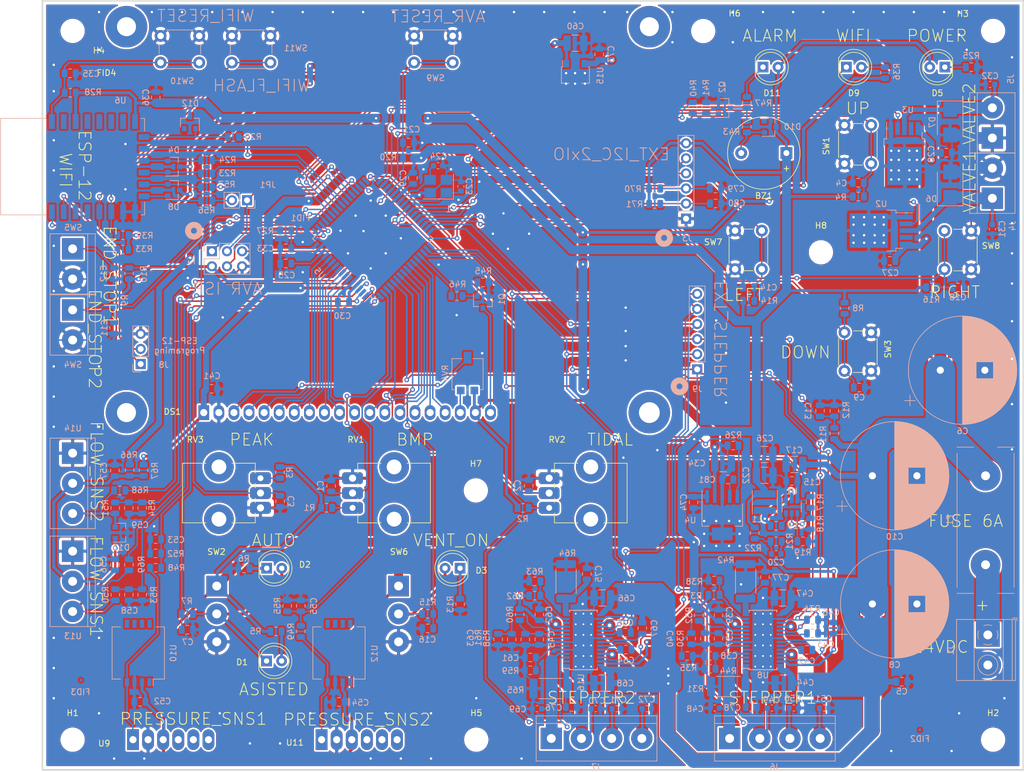
<source format=kicad_pcb>
(kicad_pcb (version 20171130) (host pcbnew "(5.1.5)-3")
  (layers (0 F.Cu signal) (31 B.Cu signal) (34 B.Paste user) (35 F.Paste user) (36 B.SilkS user) (37 F.SilkS user) (38 B.Mask user) (39 F.Mask user) (44 Edge.Cuts user))
  (net 0 "")
  (net 1 +5V)
  (net 2 "Net-(BZ1-Pad2)")
  (net 3 BPM_ADC)
  (net 4 GND)
  (net 5 TIDAL_ADC)
  (net 6 PEAK_ADC)
  (net 7 MENU_UP)
  (net 8 +24V)
  (net 9 VENT_MODE)
  (net 10 MENU_DOWN)
  (net 11 END_STOP2)
  (net 12 END_STOP1)
  (net 13 V24_ADC)
  (net 14 MENU_LEFT)
  (net 15 ON_OFF_VENT)
  (net 16 MENU_RIGHT)
  (net 17 "Net-(C19-Pad1)")
  (net 18 "Net-(C19-Pad2)")
  (net 19 "Net-(C20-Pad2)")
  (net 20 "Net-(C20-Pad1)")
  (net 21 "Net-(C21-Pad1)")
  (net 22 "Net-(C23-Pad1)")
  (net 23 "Net-(C24-Pad1)")
  (net 24 "Net-(C25-Pad1)")
  (net 25 "Net-(C31-Pad1)")
  (net 26 "Net-(C32-Pad1)")
  (net 27 "Net-(C33-Pad2)")
  (net 28 +3V3)
  (net 29 "Net-(C35-Pad1)")
  (net 30 "Net-(C37-Pad1)")
  (net 31 "Net-(C38-Pad1)")
  (net 32 "Net-(C40-Pad1)")
  (net 33 "Net-(C42-Pad2)")
  (net 34 "Net-(C42-Pad1)")
  (net 35 "Net-(C43-Pad2)")
  (net 36 "Net-(C46-Pad2)")
  (net 37 "Net-(D1-Pad2)")
  (net 38 "Net-(D1-Pad1)")
  (net 39 "Net-(D2-Pad1)")
  (net 40 "Net-(D3-Pad2)")
  (net 41 "Net-(D3-Pad1)")
  (net 42 WIFI_IO1)
  (net 43 WIFI_IO2)
  (net 44 "Net-(D5-Pad1)")
  (net 45 WIFI_MISO)
  (net 46 "Net-(D9-Pad2)")
  (net 47 "Net-(D9-Pad1)")
  (net 48 "Net-(D11-Pad1)")
  (net 49 "Net-(F1-Pad2)")
  (net 50 "Net-(J2-Pad1)")
  (net 51 WIFI_SCK)
  (net 52 "Net-(J2-Pad4)")
  (net 53 "Net-(J3-Pad4)")
  (net 54 "Net-(Q1-Pad1)")
  (net 55 "Net-(Q2-Pad1)")
  (net 56 "Net-(Q2-Pad3)")
  (net 57 "Net-(R1-Pad1)")
  (net 58 "Net-(R2-Pad1)")
  (net 59 "Net-(R3-Pad1)")
  (net 60 "Net-(R17-Pad1)")
  (net 61 "Net-(R23-Pad1)")
  (net 62 "Net-(R24-Pad1)")
  (net 63 EN_3V3)
  (net 64 "Net-(R29-Pad2)")
  (net 65 "Net-(R33-Pad1)")
  (net 66 nRESET_STEPPER)
  (net 67 "Net-(R37-Pad1)")
  (net 68 BUZZER)
  (net 69 VALVE1)
  (net 70 VALVE2)
  (net 71 WIFI_CS)
  (net 72 WIFI_MOSI)
  (net 73 STEPPER_nENABLE)
  (net 74 LCD_RS)
  (net 75 LCD_RW)
  (net 76 LCD_E)
  (net 77 LCD_DB4)
  (net 78 LCD_DB5)
  (net 79 LCD_DB6)
  (net 80 LCD_DB7)
  (net 81 PS1_ADC)
  (net 82 PS2_ADC)
  (net 83 "Net-(R48-Pad2)")
  (net 84 "Net-(R49-Pad2)")
  (net 85 +12V)
  (net 86 FLOW_S1_ADC)
  (net 87 /A1)
  (net 88 /B1)
  (net 89 /A2)
  (net 90 /B2)
  (net 91 ISP)
  (net 92 "Net-(JP1-Pad2)")
  (net 93 "Net-(R57-Pad2)")
  (net 94 FLOW_S2_ADC)
  (net 95 "Net-(C45-Pad1)")
  (net 96 "Net-(C61-Pad1)")
  (net 97 "Net-(C63-Pad1)")
  (net 98 "Net-(C64-Pad2)")
  (net 99 "Net-(C64-Pad1)")
  (net 100 "Net-(C65-Pad2)")
  (net 101 "Net-(C67-Pad2)")
  (net 102 "Net-(R62-Pad1)")
  (net 103 STEP1)
  (net 104 STEP2)
  (net 105 STEP_DIR2)
  (net 106 STEP_DIR1)
  (net 107 /A12)
  (net 108 /B12)
  (net 109 /A22)
  (net 110 /B22)
  (net 111 "Net-(DS1-Pad20)")
  (net 112 "Net-(DS1-Pad18)")
  (net 113 LCD_D)
  (net 114 LCD_nCS2)
  (net 115 LCD_nCS1)
  (net 116 LCD_DB3)
  (net 117 LCD_DB2)
  (net 118 LCD_DB1)
  (net 119 LCD_DB0)
  (net 120 "Net-(DS1-Pad3)")
  (net 121 "Net-(J8-Pad2)")
  (net 122 "Net-(J8-Pad1)")
  (net 123 BACKLIGHT)
  (net 124 "Net-(C75-Pad1)")
  (net 125 "Net-(C76-Pad1)")
  (net 126 "Net-(C77-Pad1)")
  (net 127 "Net-(C78-Pad1)")
  (net 128 "Net-(J3-Pad5)")
  (net 129 I2C_SDA)
  (net 130 I2C_SCL)
  (net 131 "Net-(C56-Pad1)")
  (net 132 "Net-(D13-Pad2)")
  (net 133 "Net-(D13-Pad1)")
  (net 134 "Net-(C81-Pad1)")
  (module Potentiometer_SMD:Potentiometer_Vishay_TS53YL_Vertical (layer B.Cu) (at 127.4318 88.2904 270)
    (fp_text reference RV4 (at -0.175 3.75 90) (layer B.SilkS) (effects (justify mirror)))
    (fp_text value 10K)
    (pad 3 smd rect (at 2.75 -1.15 270) (size 1.3 1.3) (layers B.Cu B.Paste B.Mask) (net 1 +5V))
    (pad 2 smd rect (at -2.75 0 270) (size 2 1.3) (layers B.Cu B.Paste B.Mask) (net 120 "Net-(DS1-Pad3)"))
    (pad 1 smd rect (at 2.75 1.15 270) (size 1.3 1.3) (layers B.Cu B.Paste B.Mask) (net 112 "Net-(DS1-Pad18)"))
  )
  (module Fiducial:Fiducial_0.5mm_Mask1mm (layer F.Cu) (at 66.6496 39.0398)
    (fp_text reference FID4 (at 0 -1.5) (layer F.SilkS))
    (fp_text value Fiducial)
    (pad "" smd circle (at 0 0) (size 0.5 0.5) (layers F.Cu F.Mask) (clearance 0.25))
  )
  (module VentilaVitesco:Pressure_SIP_V2 (layer F.Cu) (at 109.22 149.86 90)
    (fp_text reference U11 (at -0.4826 -10.8458 -180) (layer F.SilkS))
    (fp_text value MPX5010DP)
    (pad 6 thru_hole oval (at 0 6.35 90) (size 3.5 2) (drill 1.2) (layers *.Cu *.Mask))
    (pad 5 thru_hole oval (at 0 3.81 90) (size 3.5 2) (drill 1.2) (layers *.Cu *.Mask))
    (pad 4 thru_hole oval (at 0 1.27 90) (size 3.5 2) (drill 1.2) (layers *.Cu *.Mask))
    (pad 3 thru_hole oval (at 0 -1.27 90) (size 3.5 2) (drill 1.2) (layers *.Cu *.Mask) (net 1 +5V))
    (pad 2 thru_hole oval (at 0 -3.81 90) (size 3.5 2) (drill 1.2) (layers *.Cu *.Mask) (net 4 GND))
    (pad 1 thru_hole rect (at 0 -6.35 90) (size 3.5 2) (drill 1.2) (layers *.Cu *.Mask) (net 84 "Net-(R49-Pad2)"))
  )
  (module VentilaVitesco:Pressure_SIP_V2 (layer F.Cu) (at 77.47 149.86 90)
    (fp_text reference U9 (at -0.635 -11.2014 -180) (layer F.SilkS))
    (fp_text value MPX5010DP)
    (pad 6 thru_hole oval (at 0 6.35 90) (size 3.5 2) (drill 1.2) (layers *.Cu *.Mask))
    (pad 5 thru_hole oval (at 0 3.81 90) (size 3.5 2) (drill 1.2) (layers *.Cu *.Mask))
    (pad 4 thru_hole oval (at 0 1.27 90) (size 3.5 2) (drill 1.2) (layers *.Cu *.Mask))
    (pad 3 thru_hole oval (at 0 -1.27 90) (size 3.5 2) (drill 1.2) (layers *.Cu *.Mask) (net 1 +5V))
    (pad 2 thru_hole oval (at 0 -3.81 90) (size 3.5 2) (drill 1.2) (layers *.Cu *.Mask) (net 4 GND))
    (pad 1 thru_hole rect (at 0 -6.35 90) (size 3.5 2) (drill 1.2) (layers *.Cu *.Mask) (net 83 "Net-(R48-Pad2)"))
  )
  (module VentilaVitesco:AG12864E_big (layer F.Cu) (at 82.5246 94.2594)
    (fp_text reference DS1 (at -4.7752 0.3556 180) (layer F.SilkS))
    (fp_text value AG12864E)
    (pad 1 thru_hole rect (at 0.508 0.508) (size 1.8 2.5) (drill 1.2) (layers *.Cu *.Mask) (net 1 +5V))
    (pad 2 thru_hole oval (at 3.048 0.508) (size 1.8 2.5) (drill 1.2) (layers *.Cu *.Mask) (net 4 GND))
    (pad 3 thru_hole oval (at 5.588 0.508) (size 1.8 2.5) (drill 1.2) (layers *.Cu *.Mask) (net 120 "Net-(DS1-Pad3)"))
    (pad 4 thru_hole oval (at 8.128 0.508) (size 1.8 2.5) (drill 1.2) (layers *.Cu *.Mask) (net 119 LCD_DB0))
    (pad 5 thru_hole oval (at 10.668 0.508) (size 1.8 2.5) (drill 1.2) (layers *.Cu *.Mask) (net 118 LCD_DB1))
    (pad 6 thru_hole oval (at 13.208 0.508) (size 1.8 2.5) (drill 1.2) (layers *.Cu *.Mask) (net 117 LCD_DB2))
    (pad 7 thru_hole oval (at 15.748 0.508) (size 1.8 2.5) (drill 1.2) (layers *.Cu *.Mask) (net 116 LCD_DB3))
    (pad 8 thru_hole oval (at 18.288 0.508) (size 1.8 2.5) (drill 1.2) (layers *.Cu *.Mask) (net 77 LCD_DB4))
    (pad 9 thru_hole oval (at 20.828 0.508) (size 1.8 2.5) (drill 1.2) (layers *.Cu *.Mask) (net 78 LCD_DB5))
    (pad 10 thru_hole oval (at 23.368 0.508) (size 1.8 2.5) (drill 1.2) (layers *.Cu *.Mask) (net 79 LCD_DB6))
    (pad 11 thru_hole oval (at 25.908 0.508) (size 1.8 2.5) (drill 1.2) (layers *.Cu *.Mask) (net 80 LCD_DB7))
    (pad 12 thru_hole oval (at 28.448 0.508) (size 1.8 2.5) (drill 1.2) (layers *.Cu *.Mask) (net 115 LCD_nCS1))
    (pad 13 thru_hole oval (at 30.988 0.508) (size 1.8 2.5) (drill 1.2) (layers *.Cu *.Mask) (net 114 LCD_nCS2))
    (pad 14 thru_hole oval (at 33.528 0.508) (size 1.8 2.5) (drill 1.2) (layers *.Cu *.Mask) (net 74 LCD_RS))
    (pad 15 thru_hole oval (at 36.068 0.508) (size 1.8 2.5) (drill 1.2) (layers *.Cu *.Mask) (net 75 LCD_RW))
    (pad 16 thru_hole oval (at 38.608 0.508) (size 1.8 2.5) (drill 1.2) (layers *.Cu *.Mask) (net 113 LCD_D))
    (pad 17 thru_hole oval (at 41.148 0.508) (size 1.8 2.5) (drill 1.2) (layers *.Cu *.Mask) (net 76 LCD_E))
    (pad 18 thru_hole oval (at 43.688 0.508) (size 1.8 2.5) (drill 1.2) (layers *.Cu *.Mask) (net 112 "Net-(DS1-Pad18)"))
    (pad 19 thru_hole oval (at 46.228 0.508) (size 1.8 2.5) (drill 1.2) (layers *.Cu *.Mask) (net 1 +5V))
    (pad 20 thru_hole oval (at 48.768 0.508) (size 1.8 2.5) (drill 1.2) (layers *.Cu *.Mask) (net 111 "Net-(DS1-Pad20)"))
    (pad "" thru_hole circle (at -12.4968 0.508) (size 7 7) (drill 3.2) (layers *.Cu *.Mask))
    (pad "" thru_hole circle (at 75.5142 0.508) (size 7 7) (drill 3.5) (layers *.Cu *.Mask))
    (pad "" thru_hole circle (at -12.4968 -64.4906) (size 7 7) (drill 3.2) (layers *.Cu *.Mask))
    (pad "" thru_hole circle (at 75.5142 -64.4906) (size 7 7) (drill 3.2) (layers *.Cu *.Mask))
  )
  (module VentilaVitesco:Potentiometer_Alps_RK09K_Single_Vertical_bolded (layer F.Cu) (at 92.583 105.8164 180)
    (fp_text reference RV3 (at 10.9728 6.5024 180) (layer F.SilkS))
    (fp_text value 10K)
    (pad "" np_thru_hole circle (at 7 1.9 180) (size 5 5) (drill 2.5) (layers *.Cu *.Mask))
    (pad "" np_thru_hole circle (at 7 -6.9 180) (size 5 5) (drill 2.5) (layers *.Cu *.Mask))
    (pad 1 thru_hole roundrect (at 0 0 180) (size 3.5 2) (drill 1) (layers *.Cu *.Mask) (net 59 "Net-(R3-Pad1)"))
    (pad 2 thru_hole roundrect (at 0 -2.5 180) (size 3.5 2) (drill 1.2) (layers *.Cu *.Mask) (net 6 PEAK_ADC))
    (pad 3 thru_hole roundrect (at 0 -5 180) (size 3.5 2) (drill 1.2) (layers *.Cu *.Mask) (net 4 GND))
  )
  (module VentilaVitesco:Potentiometer_Alps_RK09K_Single_Vertical_bolded (layer F.Cu) (at 141.1732 110.8202)
    (fp_text reference RV2 (at 1.3208 -11.5062 -180) (layer F.SilkS))
    (fp_text value 10K)
    (pad "" np_thru_hole circle (at 7 1.9) (size 5 5) (drill 2.5) (layers *.Cu *.Mask))
    (pad "" np_thru_hole circle (at 7 -6.9) (size 5 5) (drill 2.5) (layers *.Cu *.Mask))
    (pad 1 thru_hole roundrect (at 0 0) (size 3.5 2) (drill 1) (layers *.Cu *.Mask) (net 58 "Net-(R2-Pad1)"))
    (pad 2 thru_hole roundrect (at 0 -2.5) (size 3.5 2) (drill 1.2) (layers *.Cu *.Mask) (net 5 TIDAL_ADC))
    (pad 3 thru_hole roundrect (at 0 -5) (size 3.5 2) (drill 1.2) (layers *.Cu *.Mask) (net 4 GND))
  )
  (module VentilaVitesco:Potentiometer_Alps_RK09K_Single_Vertical_bolded (layer F.Cu) (at 108.077 110.8202)
    (fp_text reference RV1 (at 0.5588 -11.5062 -180) (layer F.SilkS))
    (fp_text value 10K)
    (pad "" np_thru_hole circle (at 7 1.9) (size 5 5) (drill 2.5) (layers *.Cu *.Mask))
    (pad "" np_thru_hole circle (at 7 -6.9) (size 5 5) (drill 2.5) (layers *.Cu *.Mask))
    (pad 1 thru_hole roundrect (at 0 0) (size 3.5 2) (drill 1) (layers *.Cu *.Mask) (net 57 "Net-(R1-Pad1)"))
    (pad 2 thru_hole roundrect (at 0 -2.5) (size 3.5 2) (drill 1.2) (layers *.Cu *.Mask) (net 3 BPM_ADC))
    (pad 3 thru_hole roundrect (at 0 -5) (size 3.5 2) (drill 1.2) (layers *.Cu *.Mask) (net 4 GND))
  )
  (module Package_TO_SOT_SMD:SOT-223-6 (layer B.Cu) (at 170.307 112.0265 270)
    (fp_text reference U4 (at 0.8765 5.3848 180) (layer B.SilkS) (effects (justify mirror)))
    (fp_text value TPS73233DCQR)
    (pad 1 smd rect (at -3.1375 2.54 270) (size 2.2 0.6) (layers B.Cu B.Paste B.Mask) (net 1 +5V))
    (pad 5 smd rect (at -3.1375 -2.54 270) (size 2.2 0.6) (layers B.Cu B.Paste B.Mask) (net 63 EN_3V3))
    (pad 3 smd rect (at -3.1375 0 270) (size 2.2 0.6) (layers B.Cu B.Paste B.Mask) (net 4 GND))
    (pad 6 smd rect (at 3.1625 0 270) (size 2.15 3.45) (layers B.Cu B.Paste B.Mask) (net 4 GND))
    (pad 2 smd rect (at -3.1375 1.27 270) (size 2.2 0.6) (layers B.Cu B.Paste B.Mask) (net 28 +3V3))
    (pad 4 smd rect (at -3.1375 -1.27 270) (size 2.2 0.6) (layers B.Cu B.Paste B.Mask) (net 134 "Net-(C81-Pad1)"))
  )
  (module Capacitor_SMD:C_0805_2012Metric (layer B.Cu) (at 171.2445 106.045 180)
    (fp_text reference C81 (at 3.5029 -0.0254) (layer B.SilkS) (effects (justify mirror)))
    (fp_text value 100n)
    (pad 2 smd roundrect (at 0.9375 0 180) (size 0.975 1.4) (layers B.Cu B.Paste B.Mask) (net 4 GND))
    (pad 1 smd roundrect (at -0.9375 0 180) (size 0.975 1.4) (layers B.Cu B.Paste B.Mask) (net 134 "Net-(C81-Pad1)"))
  )
  (module Resistor_SMD:R_0805_2012Metric (layer B.Cu) (at 158.9405 59.6265 180)
    (fp_text reference R71 (at 3.4163 -0.0381) (layer B.SilkS) (effects (justify mirror)))
    (fp_text value 10k)
    (pad 2 smd roundrect (at 0.9375 0 180) (size 0.975 1.4) (layers B.Cu B.Paste B.Mask) (net 1 +5V))
    (pad 1 smd roundrect (at -0.9375 0 180) (size 0.975 1.4) (layers B.Cu B.Paste B.Mask) (net 130 I2C_SCL))
  )
  (module Resistor_SMD:R_0805_2012Metric (layer B.Cu) (at 158.9278 57.023 180)
    (fp_text reference R70 (at 3.6576 -0.0762) (layer B.SilkS) (effects (justify mirror)))
    (fp_text value 10k)
    (pad 2 smd roundrect (at 0.9375 0 180) (size 0.975 1.4) (layers B.Cu B.Paste B.Mask) (net 1 +5V))
    (pad 1 smd roundrect (at -0.9375 0 180) (size 0.975 1.4) (layers B.Cu B.Paste B.Mask) (net 129 I2C_SDA))
  )
  (module Resistor_SMD:R_0805_2012Metric (layer B.Cu) (at 70.4342 120.396 270)
    (fp_text reference R69 (at -0.0508 -2.1082 90) (layer B.SilkS) (effects (justify mirror)))
    (fp_text value 0)
    (pad 1 smd roundrect (at -0.9375 0 270) (size 0.975 1.4) (layers B.Cu B.Paste B.Mask) (net 130 I2C_SCL))
    (pad 2 smd roundrect (at 0.9375 0 270) (size 0.975 1.4) (layers B.Cu B.Paste B.Mask) (net 133 "Net-(D13-Pad1)"))
  )
  (module Resistor_SMD:R_0805_2012Metric (layer B.Cu) (at 68.8825 107.8865 180)
    (fp_text reference R68 (at -3.4313 0.0635) (layer B.SilkS) (effects (justify mirror)))
    (fp_text value 0)
    (pad 2 smd roundrect (at 0.9375 0 180) (size 0.975 1.4) (layers B.Cu B.Paste B.Mask) (net 132 "Net-(D13-Pad2)"))
    (pad 1 smd roundrect (at -0.9375 0 180) (size 0.975 1.4) (layers B.Cu B.Paste B.Mask) (net 129 I2C_SDA))
  )
  (module Resistor_SMD:R_0805_2012Metric (layer B.Cu) (at 72.898 104.4702 270)
    (fp_text reference R67 (at 0.0762 -1.905 90) (layer B.SilkS) (effects (justify mirror)))
    (fp_text value NM)
    (pad 2 smd roundrect (at 0.9375 0 270) (size 0.975 1.4) (layers B.Cu B.Paste B.Mask) (net 131 "Net-(C56-Pad1)"))
    (pad 1 smd roundrect (at -0.9375 0 270) (size 0.975 1.4) (layers B.Cu B.Paste B.Mask) (net 1 +5V))
  )
  (module Resistor_SMD:R_0805_2012Metric (layer B.Cu) (at 70.5612 104.4702 270)
    (fp_text reference R66 (at -2.5654 0.1016 180) (layer B.SilkS) (effects (justify mirror)))
    (fp_text value 0)
    (pad 2 smd roundrect (at 0.9375 0 270) (size 0.975 1.4) (layers B.Cu B.Paste B.Mask) (net 131 "Net-(C56-Pad1)"))
    (pad 1 smd roundrect (at -0.9375 0 270) (size 0.975 1.4) (layers B.Cu B.Paste B.Mask) (net 85 +12V))
  )
  (module Package_TO_SOT_SMD:SOT-23 (layer B.Cu) (at 69.1355 114.996)
    (fp_text reference D13 (at 0 2.5) (layer B.SilkS) (effects (justify mirror)))
    (fp_text value NUP2105L)
    (pad 3 smd rect (at 1 0) (size 0.9 0.8) (layers B.Cu B.Paste B.Mask) (net 4 GND))
    (pad 2 smd rect (at -1 -0.95) (size 0.9 0.8) (layers B.Cu B.Paste B.Mask) (net 132 "Net-(D13-Pad2)"))
    (pad 1 smd rect (at -1 0.95) (size 0.9 0.8) (layers B.Cu B.Paste B.Mask) (net 133 "Net-(D13-Pad1)"))
  )
  (module Capacitor_SMD:C_0805_2012Metric (layer B.Cu) (at 169.1894 59.5376)
    (fp_text reference C80 (at 3.556 -0.0508) (layer B.SilkS) (effects (justify mirror)))
    (fp_text value 100p)
    (pad 2 smd roundrect (at 0.9375 0) (size 0.975 1.4) (layers B.Cu B.Paste B.Mask) (net 4 GND))
    (pad 1 smd roundrect (at -0.9375 0) (size 0.975 1.4) (layers B.Cu B.Paste B.Mask) (net 130 I2C_SCL))
  )
  (module Capacitor_SMD:C_0805_2012Metric (layer B.Cu) (at 169.164 57.023)
    (fp_text reference C79 (at 3.5052 0.0508) (layer B.SilkS) (effects (justify mirror)))
    (fp_text value 100p)
    (pad 2 smd roundrect (at 0.9375 0) (size 0.975 1.4) (layers B.Cu B.Paste B.Mask) (net 4 GND))
    (pad 1 smd roundrect (at -0.9375 0) (size 0.975 1.4) (layers B.Cu B.Paste B.Mask) (net 129 I2C_SDA))
  )
  (module Connector_PinHeader_2.54mm:PinHeader_1x06_P2.54mm_Vertical (layer B.Cu) (at 164.211 62.103)
    (fp_text reference J3 (at 0.2032 3.302) (layer B.SilkS) (effects (justify mirror)))
    (fp_text value Conn_01x06)
    (pad 6 thru_hole oval (at 0 -12.7) (size 1.7 1.7) (drill 1) (layers *.Cu *.Mask) (net 1 +5V))
    (pad 5 thru_hole oval (at 0 -10.16) (size 1.7 1.7) (drill 1) (layers *.Cu *.Mask) (net 128 "Net-(J3-Pad5)"))
    (pad 4 thru_hole oval (at 0 -7.62) (size 1.7 1.7) (drill 1) (layers *.Cu *.Mask) (net 53 "Net-(J3-Pad4)"))
    (pad 3 thru_hole oval (at 0 -5.08) (size 1.7 1.7) (drill 1) (layers *.Cu *.Mask) (net 129 I2C_SDA))
    (pad 2 thru_hole oval (at 0 -2.54) (size 1.7 1.7) (drill 1) (layers *.Cu *.Mask) (net 130 I2C_SCL))
    (pad 1 thru_hole rect (at 0 0) (size 1.7 1.7) (drill 1) (layers *.Cu *.Mask) (net 4 GND))
  )
  (module VentilaVitesco:TerminalBlock_bornier-3_P5.08mm_BIGPADS (layer B.Cu) (at 60.96 101.6 270)
    (fp_text reference U14 (at -4.191 -0.0508 180) (layer B.SilkS) (effects (justify mirror)))
    (fp_text value AWM720P1)
    (pad 1 thru_hole rect (at 0 0 270) (size 3.6 3.6) (drill 1.5) (layers *.Cu *.Mask) (net 4 GND))
    (pad 2 thru_hole circle (at 5.08 0 270) (size 3.6 3.6) (drill 1.5) (layers *.Cu *.Mask) (net 131 "Net-(C56-Pad1)"))
    (pad 3 thru_hole circle (at 10.16 0 270) (size 3.6 3.6) (drill 1.5) (layers *.Cu *.Mask) (net 132 "Net-(D13-Pad2)"))
  )
  (module VentilaVitesco:TerminalBlock_bornier-3_P5.08mm_BIGPADS (layer B.Cu) (at 60.96 118.11 270)
    (fp_text reference U13 (at 14.3002 -0.0508 180) (layer B.SilkS) (effects (justify mirror)))
    (fp_text value AWM720P1)
    (pad 1 thru_hole rect (at 0 0 270) (size 3.6 3.6) (drill 1.5) (layers *.Cu *.Mask) (net 4 GND))
    (pad 2 thru_hole circle (at 5.08 0 270) (size 3.6 3.6) (drill 1.5) (layers *.Cu *.Mask) (net 131 "Net-(C56-Pad1)"))
    (pad 3 thru_hole circle (at 10.16 0 270) (size 3.6 3.6) (drill 1.5) (layers *.Cu *.Mask) (net 133 "Net-(D13-Pad1)"))
  )
  (module VentilaVitesco:TerminalBlock_bornier-2_P5.08mm_BIGPADS (layer B.Cu) (at 60.96 67.183 270)
    (fp_text reference SW5 (at -3.5814 -0.1016) (layer B.SilkS) (effects (justify mirror)))
    (fp_text value SW_DIP_x01)
    (pad 1 thru_hole rect (at 0 0 270) (size 3.6 3.6) (drill 1.5) (layers *.Cu *.Mask) (net 12 END_STOP1))
    (pad 2 thru_hole circle (at 5.08 0 270) (size 3.6 3.6) (drill 1.5) (layers *.Cu *.Mask) (net 4 GND))
  )
  (module VentilaVitesco:TerminalBlock_bornier-2_P5.08mm_BIGPADS (layer B.Cu) (at 60.96 77.47 270)
    (fp_text reference SW4 (at 9.2202 -0.0508) (layer B.SilkS) (effects (justify mirror)))
    (fp_text value SW_DIP_x01)
    (pad 1 thru_hole rect (at 0 0 270) (size 3.6 3.6) (drill 1.5) (layers *.Cu *.Mask) (net 11 END_STOP2))
    (pad 2 thru_hole circle (at 5.08 0 270) (size 3.6 3.6) (drill 1.5) (layers *.Cu *.Mask) (net 4 GND))
  )
  (module VentilaVitesco:TerminalBlock_bornier-4_P5.08mm_BIGPADS (layer B.Cu) (at 141.5288 149.6568)
    (fp_text reference J7 (at 7.6 4.8) (layer B.SilkS) (effects (justify mirror)))
    (fp_text value Screw_Terminal_01x04)
    (pad 2 thru_hole circle (at 5.08 0) (size 3.6 3.6) (drill 1.5) (layers *.Cu *.Mask) (net 108 /B12))
    (pad 3 thru_hole circle (at 10.16 0) (size 3.6 3.6) (drill 1.5) (layers *.Cu *.Mask) (net 109 /A22))
    (pad 1 thru_hole rect (at 0 0) (size 3.6 3.6) (drill 1.5) (layers *.Cu *.Mask) (net 107 /A12))
    (pad 4 thru_hole circle (at 15.24 0) (size 3.6 3.6) (drill 1.5) (layers *.Cu *.Mask) (net 110 /B22))
  )
  (module VentilaVitesco:TerminalBlock_bornier-4_P5.08mm_BIGPADS (layer B.Cu) (at 171.5516 149.6568)
    (fp_text reference J6 (at 7.6 4.8) (layer B.SilkS) (effects (justify mirror)))
    (fp_text value Screw_Terminal_01x04)
    (pad 2 thru_hole circle (at 5.08 0) (size 3.6 3.6) (drill 1.5) (layers *.Cu *.Mask) (net 88 /B1))
    (pad 3 thru_hole circle (at 10.16 0) (size 3.6 3.6) (drill 1.5) (layers *.Cu *.Mask) (net 89 /A2))
    (pad 1 thru_hole rect (at 0 0) (size 3.6 3.6) (drill 1.5) (layers *.Cu *.Mask) (net 87 /A1))
    (pad 4 thru_hole circle (at 15.24 0) (size 3.6 3.6) (drill 1.5) (layers *.Cu *.Mask) (net 90 /B2))
  )
  (module VentilaVitesco:TerminalBlock_bornier-2_P5.08mm_BIGPADS (layer B.Cu) (at 215.773 48.514 90)
    (fp_text reference J5 (at 9.9568 3.0988 -90) (layer B.SilkS) (effects (justify mirror)))
    (fp_text value Screw_Terminal_01x02)
    (pad 1 thru_hole rect (at 0 0 90) (size 3.6 3.6) (drill 1.5) (layers *.Cu *.Mask) (net 4 GND))
    (pad 2 thru_hole circle (at 5.08 0 90) (size 3.6 3.6) (drill 1.5) (layers *.Cu *.Mask) (net 26 "Net-(C32-Pad1)"))
  )
  (module VentilaVitesco:TerminalBlock_bornier-2_P5.08mm_BIGPADS (layer B.Cu) (at 215.773 58.674 90)
    (fp_text reference J4 (at -4.6482 3.3782 -90) (layer B.SilkS) (effects (justify mirror)))
    (fp_text value Screw_Terminal_01x02)
    (pad 1 thru_hole rect (at 0 0 90) (size 3.6 3.6) (drill 1.5) (layers *.Cu *.Mask) (net 25 "Net-(C31-Pad1)"))
    (pad 2 thru_hole circle (at 5.08 0 90) (size 3.6 3.6) (drill 1.5) (layers *.Cu *.Mask) (net 4 GND))
  )
  (module VentilaVitesco:Toggleswicth (layer F.Cu) (at 115.824 123.9774)
    (fp_text reference SW6 (at 0.0762 -5.7658 180) (layer F.SilkS))
    (fp_text value SW_SPDT)
    (pad 1 thru_hole rect (at 0 0) (size 3.5 3.5) (drill 1.5) (layers *.Cu *.Mask) (net 1 +5V))
    (pad 2 thru_hole oval (at 0 4.699) (size 3.5 3.5) (drill 1.5) (layers *.Cu *.Mask) (net 40 "Net-(D3-Pad2)"))
    (pad 3 thru_hole oval (at 0 9.398) (size 3.5 3.5) (drill 1.5) (layers *.Cu *.Mask) (net 4 GND))
  )
  (module VentilaVitesco:Toggleswicth (layer F.Cu) (at 85.217 123.9774)
    (fp_text reference SW2 (at -0.0508 -5.7658 180) (layer F.SilkS))
    (fp_text value SW_SPDT)
    (pad 1 thru_hole rect (at 0 0) (size 3.5 3.5) (drill 1.5) (layers *.Cu *.Mask) (net 1 +5V))
    (pad 2 thru_hole oval (at 0 4.699) (size 3.5 3.5) (drill 1.5) (layers *.Cu *.Mask) (net 38 "Net-(D1-Pad1)"))
    (pad 3 thru_hole oval (at 0 9.398) (size 3.5 3.5) (drill 1.5) (layers *.Cu *.Mask) (net 4 GND))
  )
  (module Connector_PinHeader_2.54mm:PinHeader_1x06_P2.54mm_Vertical (layer B.Cu) (at 166.0906 87.4776)
    (fp_text reference J9 (at 0.0254 3.302) (layer B.SilkS) (effects (justify mirror)))
    (fp_text value Conn_01x06)
    (pad 6 thru_hole oval (at 0 -12.7) (size 1.7 1.7) (drill 1) (layers *.Cu *.Mask) (net 105 STEP_DIR2))
    (pad 5 thru_hole oval (at 0 -10.16) (size 1.7 1.7) (drill 1) (layers *.Cu *.Mask) (net 104 STEP2))
    (pad 4 thru_hole oval (at 0 -7.62) (size 1.7 1.7) (drill 1) (layers *.Cu *.Mask) (net 106 STEP_DIR1))
    (pad 3 thru_hole oval (at 0 -5.08) (size 1.7 1.7) (drill 1) (layers *.Cu *.Mask) (net 103 STEP1))
    (pad 2 thru_hole oval (at 0 -2.54) (size 1.7 1.7) (drill 1) (layers *.Cu *.Mask) (net 66 nRESET_STEPPER))
    (pad 1 thru_hole rect (at 0 0) (size 1.7 1.7) (drill 1) (layers *.Cu *.Mask) (net 73 STEPPER_nENABLE))
  )
  (module Capacitor_SMD:C_1210_3225Metric (layer B.Cu) (at 177.4444 105.3338)
    (fp_text reference C22 (at -3.1242 0 270) (layer B.SilkS) (effects (justify mirror)))
    (fp_text value 22u)
    (pad 2 smd roundrect (at 1.4 0) (size 1.25 2.65) (layers B.Cu B.Paste B.Mask) (roundrect_rratio 0.2) (net 4 GND))
    (pad 1 smd roundrect (at -1.4 0) (size 1.25 2.65) (layers B.Cu B.Paste B.Mask) (roundrect_rratio 0.2) (net 1 +5V))
  )
  (module Capacitor_SMD:C_0805_2012Metric (layer B.Cu) (at 175.1965 144.3355)
    (fp_text reference C78 (at -3.1877 0.1397) (layer B.SilkS) (effects (justify mirror)))
    (fp_text value 100n)
    (pad 2 smd roundrect (at 0.9375 0) (size 0.975 1.4) (layers B.Cu B.Paste B.Mask) (net 4 GND))
    (pad 1 smd roundrect (at -0.9375 0) (size 0.975 1.4) (layers B.Cu B.Paste B.Mask) (net 127 "Net-(C78-Pad1)"))
  )
  (module Capacitor_SMD:C_0805_2012Metric (layer B.Cu) (at 177.4952 122.4788 90)
    (fp_text reference C77 (at -0.0762 2.667) (layer B.SilkS) (effects (justify mirror)))
    (fp_text value 100n)
    (pad 2 smd roundrect (at 0.9375 0 90) (size 0.975 1.4) (layers B.Cu B.Paste B.Mask) (net 4 GND))
    (pad 1 smd roundrect (at -0.9375 0 90) (size 0.975 1.4) (layers B.Cu B.Paste B.Mask) (net 126 "Net-(C77-Pad1)"))
  )
  (module Capacitor_SMD:C_0805_2012Metric (layer B.Cu) (at 144.907 144.3355)
    (fp_text reference C76 (at -2.9718 0.1397) (layer B.SilkS) (effects (justify mirror)))
    (fp_text value 100n)
    (pad 2 smd roundrect (at 0.9375 0) (size 0.975 1.4) (layers B.Cu B.Paste B.Mask) (net 4 GND))
    (pad 1 smd roundrect (at -0.9375 0) (size 0.975 1.4) (layers B.Cu B.Paste B.Mask) (net 125 "Net-(C76-Pad1)"))
  )
  (module Capacitor_SMD:C_0805_2012Metric (layer B.Cu) (at 147.5105 121.92 90)
    (fp_text reference C75 (at 0 2.0193 90) (layer B.SilkS) (effects (justify mirror)))
    (fp_text value 100n)
    (pad 2 smd roundrect (at 0.9375 0 90) (size 0.975 1.4) (layers B.Cu B.Paste B.Mask) (net 4 GND))
    (pad 1 smd roundrect (at -0.9375 0 90) (size 0.975 1.4) (layers B.Cu B.Paste B.Mask) (net 124 "Net-(C75-Pad1)"))
  )
  (module Inductor_SMD:L_Taiyo-Yuden_MD-4040 (layer B.Cu) (at 177.4698 109.852 90)
    (fp_text reference L1 (at -2.8732 -1.3462 180) (layer B.SilkS) (effects (justify mirror)))
    (fp_text value 15uH)
    (pad 2 smd rect (at 1.4 0 90) (size 1.2 3.7) (layers B.Cu B.Paste B.Mask) (net 1 +5V))
    (pad 1 smd rect (at -1.4 0 90) (size 1.2 3.7) (layers B.Cu B.Paste B.Mask) (net 17 "Net-(C19-Pad1)"))
  )
  (module Connector_PinHeader_2.54mm:PinHeader_1x03_P2.54mm_Vertical (layer B.Cu) (at 72.4154 86.5886)
    (fp_text reference J8 (at 3.8862 0.127) (layer B.SilkS) (effects (justify mirror)))
    (fp_text value Conn_01x03)
    (pad 3 thru_hole oval (at 0 -5.08) (size 1.7 1.7) (drill 1) (layers *.Cu *.Mask) (net 4 GND))
    (pad 2 thru_hole oval (at 0 -2.54) (size 1.7 1.7) (drill 1) (layers *.Cu *.Mask) (net 121 "Net-(J8-Pad2)"))
    (pad 1 thru_hole rect (at 0 0) (size 1.7 1.7) (drill 1) (layers *.Cu *.Mask) (net 122 "Net-(J8-Pad1)"))
  )
  (module Capacitor_SMD:C_0805_2012Metric (layer B.Cu) (at 165.481 109.8804 270)
    (fp_text reference C74 (at 0 1.65 90) (layer B.SilkS) (effects (justify mirror)))
    (fp_text value 1u)
    (pad 2 smd roundrect (at 0.9375 0 270) (size 0.975 1.4) (layers B.Cu B.Paste B.Mask) (net 4 GND))
    (pad 1 smd roundrect (at -0.9375 0 270) (size 0.975 1.4) (layers B.Cu B.Paste B.Mask) (net 1 +5V))
  )
  (module Capacitor_SMD:C_0805_2012Metric (layer B.Cu) (at 149.606 34.417 90)
    (fp_text reference C73 (at 0.0254 2.0066 90) (layer B.SilkS) (effects (justify mirror)))
    (fp_text value 1u)
    (pad 2 smd roundrect (at 0.9375 0 90) (size 0.975 1.4) (layers B.Cu B.Paste B.Mask) (net 4 GND))
    (pad 1 smd roundrect (at -0.9375 0 90) (size 0.975 1.4) (layers B.Cu B.Paste B.Mask) (net 8 +24V))
  )
  (module Capacitor_SMD:C_1210_3225Metric (layer B.Cu) (at 170.434 103.378)
    (fp_text reference C34 (at -4.3942 -0.0762) (layer B.SilkS) (effects (justify mirror)))
    (fp_text value 10u)
    (pad 2 smd roundrect (at 1.4 0) (size 1.25 2.65) (layers B.Cu B.Paste B.Mask) (roundrect_rratio 0.2) (net 4 GND))
    (pad 1 smd roundrect (at -1.4 0) (size 1.25 2.65) (layers B.Cu B.Paste B.Mask) (roundrect_rratio 0.2) (net 28 +3V3))
  )
  (module Package_SO:HTSSOP-28-1EP_4.4x9.7mm_P0.65mm_EP3.4x9.5mm_ThermalVias (layer B.Cu) (at 146.939 133.096)
    (fp_text reference U16 (at -0.4064 7.112 90) (layer B.SilkS) (effects (justify mirror)))
    (fp_text value DRV8818)
    (pad 29 smd rect (at 0 0) (size 3.4 9.5) (layers F.Cu) (net 4 GND))
    (pad 29 thru_hole circle (at -1.3 -4.45) (size 0.6 0.6) (drill 0.3) (layers *.Cu) (net 4 GND))
    (pad 29 thru_hole circle (at 0 -4.45) (size 0.6 0.6) (drill 0.3) (layers *.Cu) (net 4 GND))
    (pad 29 thru_hole circle (at 1.3 -4.45) (size 0.6 0.6) (drill 0.3) (layers *.Cu) (net 4 GND))
    (pad 29 thru_hole circle (at -1.3 -2.67) (size 0.6 0.6) (drill 0.3) (layers *.Cu) (net 4 GND))
    (pad 29 thru_hole circle (at 0 -2.67) (size 0.6 0.6) (drill 0.3) (layers *.Cu) (net 4 GND))
    (pad 29 thru_hole circle (at 1.3 -2.67) (size 0.6 0.6) (drill 0.3) (layers *.Cu) (net 4 GND))
    (pad 29 thru_hole circle (at -1.3 -0.89) (size 0.6 0.6) (drill 0.3) (layers *.Cu) (net 4 GND))
    (pad 29 thru_hole circle (at 0 -0.89) (size 0.6 0.6) (drill 0.3) (layers *.Cu) (net 4 GND))
    (pad 29 thru_hole circle (at 1.3 -0.89) (size 0.6 0.6) (drill 0.3) (layers *.Cu) (net 4 GND))
    (pad 29 thru_hole circle (at -1.3 0.89) (size 0.6 0.6) (drill 0.3) (layers *.Cu) (net 4 GND))
    (pad 29 thru_hole circle (at 0 0.89) (size 0.6 0.6) (drill 0.3) (layers *.Cu) (net 4 GND))
    (pad 29 thru_hole circle (at 1.3 0.89) (size 0.6 0.6) (drill 0.3) (layers *.Cu) (net 4 GND))
    (pad 29 thru_hole circle (at -1.3 2.67) (size 0.6 0.6) (drill 0.3) (layers *.Cu) (net 4 GND))
    (pad 29 thru_hole circle (at 0 2.67) (size 0.6 0.6) (drill 0.3) (layers *.Cu) (net 4 GND))
    (pad 29 thru_hole circle (at 1.3 2.67) (size 0.6 0.6) (drill 0.3) (layers *.Cu) (net 4 GND))
    (pad 29 thru_hole circle (at 1.3 4.45) (size 0.6 0.6) (drill 0.3) (layers *.Cu) (net 4 GND))
    (pad 29 thru_hole circle (at 0 4.45) (size 0.6 0.6) (drill 0.3) (layers *.Cu) (net 4 GND))
    (pad 29 thru_hole circle (at -1.3 4.45) (size 0.6 0.6) (drill 0.3) (layers *.Cu) (net 4 GND))
    (pad 29 smd rect (at 0 0) (size 3.4 9.5) (layers B.Cu B.Mask) (net 4 GND))
    (pad 28 smd rect (at 2.85 4.225) (size 1.1 0.4) (layers B.Cu B.Paste B.Mask) (net 8 +24V))
    (pad 27 smd rect (at 2.85 3.575) (size 1.1 0.4) (layers B.Cu B.Paste B.Mask) (net 1 +5V))
    (pad 26 smd rect (at 2.85 2.925) (size 1.1 0.4) (layers B.Cu B.Paste B.Mask) (net 73 STEPPER_nENABLE))
    (pad 25 smd rect (at 2.85 2.275) (size 1.1 0.4) (layers B.Cu B.Paste B.Mask) (net 109 /A22))
    (pad 24 smd rect (at 2.85 1.625) (size 1.1 0.4) (layers B.Cu B.Paste B.Mask) (net 99 "Net-(C64-Pad1)"))
    (pad 23 smd rect (at 2.85 0.975) (size 1.1 0.4) (layers B.Cu B.Paste B.Mask) (net 98 "Net-(C64-Pad2)"))
    (pad 22 smd rect (at 2.85 0.325) (size 1.1 0.4) (layers B.Cu B.Paste B.Mask) (net 101 "Net-(C67-Pad2)"))
    (pad 21 smd rect (at 2.85 -0.325) (size 1.1 0.4) (layers B.Cu B.Paste B.Mask) (net 4 GND))
    (pad 20 smd rect (at 2.85 -0.975) (size 1.1 0.4) (layers B.Cu B.Paste B.Mask) (net 100 "Net-(C65-Pad2)"))
    (pad 19 smd rect (at 2.85 -1.625) (size 1.1 0.4) (layers B.Cu B.Paste B.Mask) (net 104 STEP2))
    (pad 18 smd rect (at 2.85 -2.275) (size 1.1 0.4) (layers B.Cu B.Paste B.Mask) (net 110 /B22))
    (pad 17 smd rect (at 2.85 -2.925) (size 1.1 0.4) (layers B.Cu B.Paste B.Mask) (net 66 nRESET_STEPPER))
    (pad 16 smd rect (at 2.85 -3.575) (size 1.1 0.4) (layers B.Cu B.Paste B.Mask) (net 4 GND))
    (pad 15 smd rect (at 2.85 -4.225) (size 1.1 0.4) (layers B.Cu B.Paste B.Mask) (net 8 +24V))
    (pad 14 smd rect (at -2.85 -4.225) (size 1.1 0.4) (layers B.Cu B.Paste B.Mask) (net 124 "Net-(C75-Pad1)"))
    (pad 13 smd rect (at -2.85 -3.575) (size 1.1 0.4) (layers B.Cu B.Paste B.Mask) (net 102 "Net-(R62-Pad1)"))
    (pad 12 smd rect (at -2.85 -2.925) (size 1.1 0.4) (layers B.Cu B.Paste B.Mask) (net 102 "Net-(R62-Pad1)"))
    (pad 11 smd rect (at -2.85 -2.275) (size 1.1 0.4) (layers B.Cu B.Paste B.Mask) (net 108 /B12))
    (pad 10 smd rect (at -2.85 -1.625) (size 1.1 0.4) (layers B.Cu B.Paste B.Mask) (net 1 +5V))
    (pad 9 smd rect (at -2.85 -0.975) (size 1.1 0.4) (layers B.Cu B.Paste B.Mask) (net 97 "Net-(C63-Pad1)"))
    (pad 8 smd rect (at -2.85 -0.325) (size 1.1 0.4) (layers B.Cu B.Paste B.Mask) (net 95 "Net-(C45-Pad1)"))
    (pad 7 smd rect (at -2.85 0.325) (size 1.1 0.4) (layers B.Cu B.Paste B.Mask) (net 4 GND))
    (pad 6 smd rect (at -2.85 0.975) (size 1.1 0.4) (layers B.Cu B.Paste B.Mask) (net 96 "Net-(C61-Pad1)"))
    (pad 5 smd rect (at -2.85 1.625) (size 1.1 0.4) (layers B.Cu B.Paste B.Mask) (net 4 GND))
    (pad 4 smd rect (at -2.85 2.275) (size 1.1 0.4) (layers B.Cu B.Paste B.Mask) (net 107 /A12))
    (pad 3 smd rect (at -2.85 2.925) (size 1.1 0.4) (layers B.Cu B.Paste B.Mask) (net 105 STEP_DIR2))
    (pad 2 smd rect (at -2.85 3.575) (size 1.1 0.4) (layers B.Cu B.Paste B.Mask))
    (pad 1 smd rect (at -2.85 4.225) (size 1.1 0.4) (layers B.Cu B.Paste B.Mask) (net 125 "Net-(C76-Pad1)"))
  )
  (module Resistor_SMD:R_2512_6332Metric (layer B.Cu) (at 141.4272 141.2494 180)
    (fp_text reference R65 (at 5.9182 -0.254) (layer B.SilkS) (effects (justify mirror)))
    (fp_text value 0.1)
    (pad 2 smd roundrect (at 2.9 0 180) (size 1.35 3.35) (layers B.Cu B.Paste B.Mask) (roundrect_rratio 0.185185) (net 4 GND))
    (pad 1 smd roundrect (at -2.9 0 180) (size 1.35 3.35) (layers B.Cu B.Paste B.Mask) (roundrect_rratio 0.185185) (net 125 "Net-(C76-Pad1)"))
  )
  (module Resistor_SMD:R_2512_6332Metric (layer B.Cu) (at 144.018 123.19 90)
    (fp_text reference R64 (at 4.7498 0.2286 180) (layer B.SilkS) (effects (justify mirror)))
    (fp_text value 0.1)
    (pad 2 smd roundrect (at 2.9 0 90) (size 1.35 3.35) (layers B.Cu B.Paste B.Mask) (roundrect_rratio 0.185185) (net 4 GND))
    (pad 1 smd roundrect (at -2.9 0 90) (size 1.35 3.35) (layers B.Cu B.Paste B.Mask) (roundrect_rratio 0.185185) (net 124 "Net-(C75-Pad1)"))
  )
  (module Resistor_SMD:R_0805_2012Metric (layer B.Cu) (at 138.7475 123.19 180)
    (fp_text reference R63 (at 0 1.65) (layer B.SilkS) (effects (justify mirror)))
    (fp_text value NM)
    (pad 2 smd roundrect (at 0.9375 0 180) (size 0.975 1.4) (layers B.Cu B.Paste B.Mask) (net 4 GND))
    (pad 1 smd roundrect (at -0.9375 0 180) (size 0.975 1.4) (layers B.Cu B.Paste B.Mask) (net 102 "Net-(R62-Pad1)"))
  )
  (module Resistor_SMD:R_0805_2012Metric (layer B.Cu) (at 138.7475 125.603 180)
    (fp_text reference R62 (at 3.3147 -0.0762) (layer B.SilkS) (effects (justify mirror)))
    (fp_text value 0)
    (pad 2 smd roundrect (at 0.9375 0 180) (size 0.975 1.4) (layers B.Cu B.Paste B.Mask) (net 1 +5V))
    (pad 1 smd roundrect (at -0.9375 0 180) (size 0.975 1.4) (layers B.Cu B.Paste B.Mask) (net 102 "Net-(R62-Pad1)"))
  )
  (module Resistor_SMD:R_0805_2012Metric (layer B.Cu) (at 132.588 132.969 90)
    (fp_text reference R61 (at 0.2794 -3.3274 90) (layer B.SilkS) (effects (justify mirror)))
    (fp_text value 47k)
    (pad 2 smd roundrect (at 0.9375 0 90) (size 0.975 1.4) (layers B.Cu B.Paste B.Mask) (net 97 "Net-(C63-Pad1)"))
    (pad 1 smd roundrect (at -0.9375 0 90) (size 0.975 1.4) (layers B.Cu B.Paste B.Mask) (net 4 GND))
  )
  (module Resistor_SMD:R_0805_2012Metric (layer B.Cu) (at 136.2075 128.778 270)
    (fp_text reference R60 (at 0 1.65 90) (layer B.SilkS) (effects (justify mirror)))
    (fp_text value 33k)
    (pad 2 smd roundrect (at 0.9375 0 270) (size 0.975 1.4) (layers B.Cu B.Paste B.Mask) (net 95 "Net-(C45-Pad1)"))
    (pad 1 smd roundrect (at -0.9375 0 270) (size 0.975 1.4) (layers B.Cu B.Paste B.Mask) (net 1 +5V))
  )
  (module Resistor_SMD:R_0805_2012Metric (layer B.Cu) (at 138.0005 138.176)
    (fp_text reference R59 (at -3.3297 0.0762) (layer B.SilkS) (effects (justify mirror)))
    (fp_text value 47k)
    (pad 2 smd roundrect (at 0.9375 0) (size 0.975 1.4) (layers B.Cu B.Paste B.Mask) (net 96 "Net-(C61-Pad1)"))
    (pad 1 smd roundrect (at -0.9375 0) (size 0.975 1.4) (layers B.Cu B.Paste B.Mask) (net 4 GND))
  )
  (module Resistor_SMD:R_0805_2012Metric (layer B.Cu) (at 137.16 132.969 270)
    (fp_text reference R58 (at -0.1778 6.5024 270) (layer B.SilkS) (effects (justify mirror)))
    (fp_text value 22k)
    (pad 2 smd roundrect (at 0.9375 0 270) (size 0.975 1.4) (layers B.Cu B.Paste B.Mask) (net 4 GND))
    (pad 1 smd roundrect (at -0.9375 0 270) (size 0.975 1.4) (layers B.Cu B.Paste B.Mask) (net 95 "Net-(C45-Pad1)"))
  )
  (module Capacitor_SMD:C_0603_1608Metric (layer B.Cu) (at 157.607 144.653)
    (fp_text reference C72 (at -0.0254 -1.5748) (layer B.SilkS) (effects (justify mirror)))
    (fp_text value 10n)
    (pad 2 smd roundrect (at 0.7875 0) (size 0.875 0.95) (layers B.Cu B.Paste B.Mask) (net 4 GND))
    (pad 1 smd roundrect (at -0.7875 0) (size 0.875 0.95) (layers B.Cu B.Paste B.Mask) (net 110 /B22))
  )
  (module Capacitor_SMD:C_0603_1608Metric (layer B.Cu) (at 152.527 144.653)
    (fp_text reference C71 (at 0.2794 -1.524) (layer B.SilkS) (effects (justify mirror)))
    (fp_text value 10n)
    (pad 2 smd roundrect (at 0.7875 0) (size 0.875 0.95) (layers B.Cu B.Paste B.Mask) (net 4 GND))
    (pad 1 smd roundrect (at -0.7875 0) (size 0.875 0.95) (layers B.Cu B.Paste B.Mask) (net 109 /A22))
  )
  (module Capacitor_SMD:C_0603_1608Metric (layer B.Cu) (at 149.009 144.653)
    (fp_text reference C70 (at 0.1906 -1.3462) (layer B.SilkS) (effects (justify mirror)))
    (fp_text value 10n)
    (pad 2 smd roundrect (at 0.7875 0) (size 0.875 0.95) (layers B.Cu B.Paste B.Mask) (net 4 GND))
    (pad 1 smd roundrect (at -0.7875 0) (size 0.875 0.95) (layers B.Cu B.Paste B.Mask) (net 108 /B12))
  )
  (module Capacitor_SMD:C_0603_1608Metric (layer B.Cu) (at 139.1158 144.653 180)
    (fp_text reference C69 (at 3.2258 -0.0762) (layer B.SilkS) (effects (justify mirror)))
    (fp_text value 10n)
    (pad 2 smd roundrect (at 0.7875 0 180) (size 0.875 0.95) (layers B.Cu B.Paste B.Mask) (net 4 GND))
    (pad 1 smd roundrect (at -0.7875 0 180) (size 0.875 0.95) (layers B.Cu B.Paste B.Mask) (net 107 /A12))
  )
  (module Capacitor_SMD:C_1210_3225Metric (layer B.Cu) (at 150.114 140.335)
    (fp_text reference C68 (at 3.8608 0.0254) (layer B.SilkS) (effects (justify mirror)))
    (fp_text value 10u)
    (pad 2 smd roundrect (at 1.4 0) (size 1.25 2.65) (layers B.Cu B.Paste B.Mask) (roundrect_rratio 0.2) (net 8 +24V))
    (pad 1 smd roundrect (at -1.4 0) (size 1.25 2.65) (layers B.Cu B.Paste B.Mask) (roundrect_rratio 0.2) (net 4 GND))
  )
  (module Capacitor_SMD:C_0805_2012Metric (layer B.Cu) (at 156.845 131.079 270)
    (fp_text reference C67 (at 0.0104 -2.0066 90) (layer B.SilkS) (effects (justify mirror)))
    (fp_text value 220n)
    (pad 2 smd roundrect (at 0.9375 0 270) (size 0.975 1.4) (layers B.Cu B.Paste B.Mask) (net 101 "Net-(C67-Pad2)"))
    (pad 1 smd roundrect (at -0.9375 0 270) (size 0.975 1.4) (layers B.Cu B.Paste B.Mask) (net 8 +24V))
  )
  (module Capacitor_SMD:C_1210_3225Metric (layer B.Cu) (at 150.114 125.984)
    (fp_text reference C66 (at 4.0894 0.0508) (layer B.SilkS) (effects (justify mirror)))
    (fp_text value 10u)
    (pad 2 smd roundrect (at 1.4 0) (size 1.25 2.65) (layers B.Cu B.Paste B.Mask) (roundrect_rratio 0.2) (net 8 +24V))
    (pad 1 smd roundrect (at -1.4 0) (size 1.25 2.65) (layers B.Cu B.Paste B.Mask) (roundrect_rratio 0.2) (net 4 GND))
  )
  (module Capacitor_SMD:C_0805_2012Metric (layer B.Cu) (at 153.9875 131.826 180)
    (fp_text reference C65 (at 0.0381 1.6764) (layer B.SilkS) (effects (justify mirror)))
    (fp_text value 220n)
    (pad 2 smd roundrect (at 0.9375 0 180) (size 0.975 1.4) (layers B.Cu B.Paste B.Mask) (net 100 "Net-(C65-Pad2)"))
    (pad 1 smd roundrect (at -0.9375 0 180) (size 0.975 1.4) (layers B.Cu B.Paste B.Mask) (net 4 GND))
  )
  (module Capacitor_SMD:C_0805_2012Metric (layer B.Cu) (at 154.0995 134.6835)
    (fp_text reference C64 (at 0 1.8161) (layer B.SilkS) (effects (justify mirror)))
    (fp_text value 220n)
    (pad 2 smd roundrect (at 0.9375 0) (size 0.975 1.4) (layers B.Cu B.Paste B.Mask) (net 98 "Net-(C64-Pad2)"))
    (pad 1 smd roundrect (at -0.9375 0) (size 0.975 1.4) (layers B.Cu B.Paste B.Mask) (net 99 "Net-(C64-Pad1)"))
  )
  (module Capacitor_SMD:C_0805_2012Metric (layer B.Cu) (at 134.874 132.969 270)
    (fp_text reference C63 (at -0.2794 6.9342 90) (layer B.SilkS) (effects (justify mirror)))
    (fp_text value 1n)
    (pad 2 smd roundrect (at 0.9375 0 270) (size 0.975 1.4) (layers B.Cu B.Paste B.Mask) (net 4 GND))
    (pad 1 smd roundrect (at -0.9375 0 270) (size 0.975 1.4) (layers B.Cu B.Paste B.Mask) (net 97 "Net-(C63-Pad1)"))
  )
  (module Capacitor_SMD:C_0805_2012Metric (layer B.Cu) (at 139.5095 128.793 90)
    (fp_text reference C62 (at 0 1.65 90) (layer B.SilkS) (effects (justify mirror)))
    (fp_text value 100n)
    (pad 2 smd roundrect (at 0.9375 0 90) (size 0.975 1.4) (layers B.Cu B.Paste B.Mask) (net 4 GND))
    (pad 1 smd roundrect (at -0.9375 0 90) (size 0.975 1.4) (layers B.Cu B.Paste B.Mask) (net 1 +5V))
  )
  (module Capacitor_SMD:C_0805_2012Metric (layer B.Cu) (at 138.0005 136.017 180)
    (fp_text reference C61 (at 3.3551 -0.0762) (layer B.SilkS) (effects (justify mirror)))
    (fp_text value 1n)
    (pad 2 smd roundrect (at 0.9375 0 180) (size 0.975 1.4) (layers B.Cu B.Paste B.Mask) (net 4 GND))
    (pad 1 smd roundrect (at -0.9375 0 180) (size 0.975 1.4) (layers B.Cu B.Paste B.Mask) (net 96 "Net-(C61-Pad1)"))
  )
  (module Capacitor_SMD:C_0805_2012Metric (layer B.Cu) (at 139.5095 132.969 270)
    (fp_text reference C45 (at 0 -2.0701 90) (layer B.SilkS) (effects (justify mirror)))
    (fp_text value 100n)
    (pad 2 smd roundrect (at 0.9375 0 270) (size 0.975 1.4) (layers B.Cu B.Paste B.Mask) (net 4 GND))
    (pad 1 smd roundrect (at -0.9375 0 270) (size 0.975 1.4) (layers B.Cu B.Paste B.Mask) (net 95 "Net-(C45-Pad1)"))
  )
  (module Package_SO:HTSSOP-28-1EP_4.4x9.7mm_P0.65mm_EP3.4x9.5mm_ThermalVias (layer B.Cu) (at 177.165 133.096)
    (fp_text reference U8 (at 0 5.9) (layer B.SilkS) (effects (justify mirror)))
    (fp_text value DRV8818)
    (pad 29 smd rect (at 0 0) (size 3.4 9.5) (layers F.Cu) (net 4 GND))
    (pad 29 thru_hole circle (at -1.3 -4.45) (size 0.6 0.6) (drill 0.3) (layers *.Cu) (net 4 GND))
    (pad 29 thru_hole circle (at 0 -4.45) (size 0.6 0.6) (drill 0.3) (layers *.Cu) (net 4 GND))
    (pad 29 thru_hole circle (at 1.3 -4.45) (size 0.6 0.6) (drill 0.3) (layers *.Cu) (net 4 GND))
    (pad 29 thru_hole circle (at -1.3 -2.67) (size 0.6 0.6) (drill 0.3) (layers *.Cu) (net 4 GND))
    (pad 29 thru_hole circle (at 0 -2.67) (size 0.6 0.6) (drill 0.3) (layers *.Cu) (net 4 GND))
    (pad 29 thru_hole circle (at 1.3 -2.67) (size 0.6 0.6) (drill 0.3) (layers *.Cu) (net 4 GND))
    (pad 29 thru_hole circle (at -1.3 -0.89) (size 0.6 0.6) (drill 0.3) (layers *.Cu) (net 4 GND))
    (pad 29 thru_hole circle (at 0 -0.89) (size 0.6 0.6) (drill 0.3) (layers *.Cu) (net 4 GND))
    (pad 29 thru_hole circle (at 1.3 -0.89) (size 0.6 0.6) (drill 0.3) (layers *.Cu) (net 4 GND))
    (pad 29 thru_hole circle (at -1.3 0.89) (size 0.6 0.6) (drill 0.3) (layers *.Cu) (net 4 GND))
    (pad 29 thru_hole circle (at 0 0.89) (size 0.6 0.6) (drill 0.3) (layers *.Cu) (net 4 GND))
    (pad 29 thru_hole circle (at 1.3 0.89) (size 0.6 0.6) (drill 0.3) (layers *.Cu) (net 4 GND))
    (pad 29 thru_hole circle (at -1.3 2.67) (size 0.6 0.6) (drill 0.3) (layers *.Cu) (net 4 GND))
    (pad 29 thru_hole circle (at 0 2.67) (size 0.6 0.6) (drill 0.3) (layers *.Cu) (net 4 GND))
    (pad 29 thru_hole circle (at 1.3 2.67) (size 0.6 0.6) (drill 0.3) (layers *.Cu) (net 4 GND))
    (pad 29 thru_hole circle (at 1.3 4.45) (size 0.6 0.6) (drill 0.3) (layers *.Cu) (net 4 GND))
    (pad 29 thru_hole circle (at 0 4.45) (size 0.6 0.6) (drill 0.3) (layers *.Cu) (net 4 GND))
    (pad 29 thru_hole circle (at -1.3 4.45) (size 0.6 0.6) (drill 0.3) (layers *.Cu) (net 4 GND))
    (pad 29 smd rect (at 0 0) (size 3.4 9.5) (layers B.Cu B.Mask) (net 4 GND))
    (pad 28 smd rect (at 2.85 4.225) (size 1.1 0.4) (layers B.Cu B.Paste B.Mask) (net 8 +24V))
    (pad 27 smd rect (at 2.85 3.575) (size 1.1 0.4) (layers B.Cu B.Paste B.Mask) (net 1 +5V))
    (pad 26 smd rect (at 2.85 2.925) (size 1.1 0.4) (layers B.Cu B.Paste B.Mask) (net 73 STEPPER_nENABLE))
    (pad 25 smd rect (at 2.85 2.275) (size 1.1 0.4) (layers B.Cu B.Paste B.Mask) (net 89 /A2))
    (pad 24 smd rect (at 2.85 1.625) (size 1.1 0.4) (layers B.Cu B.Paste B.Mask) (net 34 "Net-(C42-Pad1)"))
    (pad 23 smd rect (at 2.85 0.975) (size 1.1 0.4) (layers B.Cu B.Paste B.Mask) (net 33 "Net-(C42-Pad2)"))
    (pad 22 smd rect (at 2.85 0.325) (size 1.1 0.4) (layers B.Cu B.Paste B.Mask) (net 36 "Net-(C46-Pad2)"))
    (pad 21 smd rect (at 2.85 -0.325) (size 1.1 0.4) (layers B.Cu B.Paste B.Mask) (net 4 GND))
    (pad 20 smd rect (at 2.85 -0.975) (size 1.1 0.4) (layers B.Cu B.Paste B.Mask) (net 35 "Net-(C43-Pad2)"))
    (pad 19 smd rect (at 2.85 -1.625) (size 1.1 0.4) (layers B.Cu B.Paste B.Mask) (net 103 STEP1))
    (pad 18 smd rect (at 2.85 -2.275) (size 1.1 0.4) (layers B.Cu B.Paste B.Mask) (net 90 /B2))
    (pad 17 smd rect (at 2.85 -2.925) (size 1.1 0.4) (layers B.Cu B.Paste B.Mask) (net 66 nRESET_STEPPER))
    (pad 16 smd rect (at 2.85 -3.575) (size 1.1 0.4) (layers B.Cu B.Paste B.Mask) (net 4 GND))
    (pad 15 smd rect (at 2.85 -4.225) (size 1.1 0.4) (layers B.Cu B.Paste B.Mask) (net 8 +24V))
    (pad 14 smd rect (at -2.85 -4.225) (size 1.1 0.4) (layers B.Cu B.Paste B.Mask) (net 126 "Net-(C77-Pad1)"))
    (pad 13 smd rect (at -2.85 -3.575) (size 1.1 0.4) (layers B.Cu B.Paste B.Mask) (net 67 "Net-(R37-Pad1)"))
    (pad 12 smd rect (at -2.85 -2.925) (size 1.1 0.4) (layers B.Cu B.Paste B.Mask) (net 67 "Net-(R37-Pad1)"))
    (pad 11 smd rect (at -2.85 -2.275) (size 1.1 0.4) (layers B.Cu B.Paste B.Mask) (net 88 /B1))
    (pad 10 smd rect (at -2.85 -1.625) (size 1.1 0.4) (layers B.Cu B.Paste B.Mask) (net 1 +5V))
    (pad 9 smd rect (at -2.85 -0.975) (size 1.1 0.4) (layers B.Cu B.Paste B.Mask) (net 32 "Net-(C40-Pad1)"))
    (pad 8 smd rect (at -2.85 -0.325) (size 1.1 0.4) (layers B.Cu B.Paste B.Mask) (net 30 "Net-(C37-Pad1)"))
    (pad 7 smd rect (at -2.85 0.325) (size 1.1 0.4) (layers B.Cu B.Paste B.Mask) (net 4 GND))
    (pad 6 smd rect (at -2.85 0.975) (size 1.1 0.4) (layers B.Cu B.Paste B.Mask) (net 31 "Net-(C38-Pad1)"))
    (pad 5 smd rect (at -2.85 1.625) (size 1.1 0.4) (layers B.Cu B.Paste B.Mask) (net 4 GND))
    (pad 4 smd rect (at -2.85 2.275) (size 1.1 0.4) (layers B.Cu B.Paste B.Mask) (net 87 /A1))
    (pad 3 smd rect (at -2.85 2.925) (size 1.1 0.4) (layers B.Cu B.Paste B.Mask) (net 106 STEP_DIR1))
    (pad 2 smd rect (at -2.85 3.575) (size 1.1 0.4) (layers B.Cu B.Paste B.Mask))
    (pad 1 smd rect (at -2.85 4.225) (size 1.1 0.4) (layers B.Cu B.Paste B.Mask) (net 127 "Net-(C78-Pad1)"))
  )
  (module VentilaVitesco:CP_Radial_D18.0mm_P7.50mm_modificat (layer B.Cu) (at 195.58 105.41)
    (fp_text reference C10 (at 3.75 10.25) (layer B.SilkS) (effects (justify mirror)))
    (fp_text value 4700u)
    (pad 1 thru_hole rect (at 0 0) (size 3.5 3.5) (drill 1.2) (layers *.Cu *.Mask) (net 8 +24V))
    (pad 2 thru_hole circle (at 7.5 0) (size 3.5 3.5) (drill 1.2) (layers *.Cu *.Mask) (net 4 GND))
  )
  (module VentilaVitesco:CP_Radial_D18.0mm_P7.50mm_modificat (layer B.Cu) (at 195.58 127)
    (fp_text reference C8 (at 3.75 10.25) (layer B.SilkS) (effects (justify mirror)))
    (fp_text value 4700u)
    (pad 1 thru_hole rect (at 0 0) (size 3.5 3.5) (drill 1.2) (layers *.Cu *.Mask) (net 8 +24V))
    (pad 2 thru_hole circle (at 7.5 0) (size 3.5 3.5) (drill 1.2) (layers *.Cu *.Mask) (net 4 GND))
  )
  (module VentilaVitesco:CP_Radial_D18.0mm_P7.50mm_modificat (layer B.Cu) (at 207.01 87.63)
    (fp_text reference C6 (at 3.75 10.25) (layer B.SilkS) (effects (justify mirror)))
    (fp_text value 4700u)
    (pad 1 thru_hole rect (at 0 0) (size 3.5 3.5) (drill 1.2) (layers *.Cu *.Mask) (net 8 +24V))
    (pad 2 thru_hole circle (at 7.5 0) (size 3.5 3.5) (drill 1.2) (layers *.Cu *.Mask) (net 4 GND))
  )
  (module TerminalBlock_Phoenix:TerminalBlock_Phoenix_MKDS-1,5-2-5.08_1x02_P5.08mm_Horizontal (layer B.Cu) (at 215.011 132.207 270)
    (fp_text reference J1 (at 2.54 6.26 270) (layer B.SilkS) (effects (justify mirror)))
    (fp_text value Screw_Terminal_01x02)
    (pad 2 thru_hole circle (at 5.08 0 270) (size 4 4) (drill 1.5) (layers *.Cu *.Mask) (net 4 GND))
    (pad 1 thru_hole rect (at 0 0 270) (size 4 4) (drill 1.5) (layers *.Cu *.Mask) (net 49 "Net-(F1-Pad2)"))
  )
  (module VentilaVitesco:Fuseholder (layer B.Cu) (at 214.63 101.6 270)
    (fp_text reference F1 (at 11.25 6 270) (layer B.SilkS) (effects (justify mirror)))
    (fp_text value 6A)
    (pad 2 thru_hole circle (at 18.796 0 270) (size 5 5) (drill 1.5) (layers *.Cu *.Mask) (net 49 "Net-(F1-Pad2)"))
    (pad 1 thru_hole circle (at 3.81 0 270) (size 5 5) (drill 1.5) (layers *.Cu *.Mask) (net 8 +24V))
  )
  (module Resistor_SMD:R_0805_2012Metric (layer B.Cu) (at 83.5175 56.769)
    (fp_text reference R57 (at 3.4013 -0.4318) (layer B.SilkS) (effects (justify mirror)))
    (fp_text value 1k)
    (pad 2 smd roundrect (at 0.9375 0) (size 0.975 1.4) (layers B.Cu B.Paste B.Mask) (net 93 "Net-(R57-Pad2)"))
    (pad 1 smd roundrect (at -0.9375 0) (size 0.975 1.4) (layers B.Cu B.Paste B.Mask) (net 72 WIFI_MOSI))
  )
  (module Resistor_SMD:R_0805_2012Metric (layer B.Cu) (at 83.5175 59.055)
    (fp_text reference R56 (at 0 1.65) (layer B.SilkS) (effects (justify mirror)))
    (fp_text value 1k)
    (pad 2 smd roundrect (at 0.9375 0) (size 0.975 1.4) (layers B.Cu B.Paste B.Mask) (net 92 "Net-(JP1-Pad2)"))
    (pad 1 smd roundrect (at -0.9375 0) (size 0.975 1.4) (layers B.Cu B.Paste B.Mask) (net 51 WIFI_SCK))
  )
  (module Resistor_SMD:R_0805_2012Metric (layer B.Cu) (at 87.9856 48.3362)
    (fp_text reference R29 (at 3.3528 -0.0254) (layer B.SilkS) (effects (justify mirror)))
    (fp_text value 1k)
    (pad 2 smd roundrect (at 0.9375 0) (size 0.975 1.4) (layers B.Cu B.Paste B.Mask) (net 64 "Net-(R29-Pad2)"))
    (pad 1 smd roundrect (at -0.9375 0) (size 0.975 1.4) (layers B.Cu B.Paste B.Mask) (net 71 WIFI_CS))
  )
  (module Package_TO_SOT_SMD:SOT-23 (layer B.Cu) (at 80.6958 45.9486 90)
    (fp_text reference D12 (at 3.2766 0.0762 180) (layer B.SilkS) (effects (justify mirror)))
    (fp_text value BAV70)
    (pad 3 smd rect (at 1 0 90) (size 0.9 0.8) (layers B.Cu B.Paste B.Mask) (net 28 +3V3))
    (pad 2 smd rect (at -1 -0.95 90) (size 0.9 0.8) (layers B.Cu B.Paste B.Mask))
    (pad 1 smd rect (at -1 0.95 90) (size 0.9 0.8) (layers B.Cu B.Paste B.Mask) (net 71 WIFI_CS))
  )
  (module Resistor_SMD:R_0805_2012Metric (layer B.Cu) (at 97.0788 127.3048 270)
    (fp_text reference R55 (at 0 1.65 90) (layer B.SilkS) (effects (justify mirror)))
    (fp_text value NM)
    (pad 2 smd roundrect (at 0.9375 0 270) (size 0.975 1.4) (layers B.Cu B.Paste B.Mask) (net 82 PS2_ADC))
    (pad 1 smd roundrect (at -0.9375 0 270) (size 0.975 1.4) (layers B.Cu B.Paste B.Mask) (net 4 GND))
  )
  (module Resistor_SMD:R_0805_2012Metric (layer B.Cu) (at 72.6694 110.8225 90)
    (fp_text reference R54 (at 0 1.65 90) (layer B.SilkS) (effects (justify mirror)))
    (fp_text value NM)
    (pad 2 smd roundrect (at 0.9375 0 90) (size 0.975 1.4) (layers B.Cu B.Paste B.Mask) (net 94 FLOW_S2_ADC))
    (pad 1 smd roundrect (at -0.9375 0 90) (size 0.975 1.4) (layers B.Cu B.Paste B.Mask) (net 4 GND))
  )
  (module Resistor_SMD:R_0805_2012Metric (layer B.Cu) (at 72.6694 125.4529 90)
    (fp_text reference R53 (at 0 1.9812 90) (layer B.SilkS) (effects (justify mirror)))
    (fp_text value NM)
    (pad 2 smd roundrect (at 0.9375 0 90) (size 0.975 1.4) (layers B.Cu B.Paste B.Mask) (net 86 FLOW_S1_ADC))
    (pad 1 smd roundrect (at -0.9375 0 90) (size 0.975 1.4) (layers B.Cu B.Paste B.Mask) (net 4 GND))
  )
  (module Resistor_SMD:R_0805_2012Metric (layer B.Cu) (at 74.93 118.491)
    (fp_text reference R52 (at 3.4036 0.0508) (layer B.SilkS) (effects (justify mirror)))
    (fp_text value NM)
    (pad 2 smd roundrect (at 0.9375 0) (size 0.975 1.4) (layers B.Cu B.Paste B.Mask) (net 81 PS1_ADC))
    (pad 1 smd roundrect (at -0.9375 0) (size 0.975 1.4) (layers B.Cu B.Paste B.Mask) (net 4 GND))
  )
  (module Connector_PinHeader_2.54mm:PinHeader_1x02_P2.54mm_Vertical (layer B.Cu) (at 90.3224 59.0042 90)
    (fp_text reference JP1 (at 2.5908 3.4798 180) (layer B.SilkS) (effects (justify mirror)))
    (fp_text value Jumper)
    (pad 2 thru_hole oval (at 0 -2.54 90) (size 1.7 1.7) (drill 1) (layers *.Cu *.Mask) (net 92 "Net-(JP1-Pad2)"))
    (pad 1 thru_hole rect (at 0 0 90) (size 1.7 1.7) (drill 1) (layers *.Cu *.Mask) (net 91 ISP))
  )
  (module Capacitor_SMD:C_1210_3225Metric (layer B.Cu) (at 180.597 140.335)
    (fp_text reference C44 (at 3.7308 -0.0762) (layer B.SilkS) (effects (justify mirror)))
    (fp_text value 10u)
    (pad 1 smd roundrect (at -1.4 0) (size 1.25 2.65) (layers B.Cu B.Paste B.Mask) (roundrect_rratio 0.2) (net 4 GND))
    (pad 2 smd roundrect (at 1.4 0) (size 1.25 2.65) (layers B.Cu B.Paste B.Mask) (roundrect_rratio 0.2) (net 8 +24V))
  )
  (module Package_TO_SOT_SMD:SOT-89-3 (layer B.Cu) (at 145.5801 37.6301 270)
    (fp_text reference U15 (at 0.3683 -4.1783 90) (layer B.SilkS) (effects (justify mirror)))
    (fp_text value UA78L12ACPK)
    (pad 2 smd custom (at -1.5625 0 270) (size 1.475 0.9) (layers B.Cu B.Paste B.Mask) (net 4 GND) (options (clearance outline) (anchor rect)) (primitives (gr_poly (pts (xy 0.7375 0.8665) (xy 3.8625 0.8665) (xy 3.8625 -0.8665) (xy 0.7375 -0.8665)) (width 0))))
    (pad 3 smd rect (at -1.65 -1.5 270) (size 1.3 0.9) (layers B.Cu B.Paste B.Mask) (net 8 +24V))
    (pad 1 smd rect (at -1.65 1.5 270) (size 1.3 0.9) (layers B.Cu B.Paste B.Mask) (net 85 +12V))
  )
  (module Resistor_SMD:R_0805_2012Metric (layer B.Cu) (at 68.1228 110.8202 270)
    (fp_text reference R51 (at 0 1.65 90) (layer B.SilkS) (effects (justify mirror)))
    (fp_text value 10k)
    (pad 2 smd roundrect (at 0.9375 0 270) (size 0.975 1.4) (layers B.Cu B.Paste B.Mask) (net 132 "Net-(D13-Pad2)"))
    (pad 1 smd roundrect (at -0.9375 0 270) (size 0.975 1.4) (layers B.Cu B.Paste B.Mask) (net 94 FLOW_S2_ADC))
  )
  (module Resistor_SMD:R_0805_2012Metric (layer B.Cu) (at 68.1482 125.451201 270)
    (fp_text reference R50 (at 0 1.65 90) (layer B.SilkS) (effects (justify mirror)))
    (fp_text value 10k)
    (pad 2 smd roundrect (at 0.9375 0 270) (size 0.975 1.4) (layers B.Cu B.Paste B.Mask) (net 133 "Net-(D13-Pad1)"))
    (pad 1 smd roundrect (at -0.9375 0 270) (size 0.975 1.4) (layers B.Cu B.Paste B.Mask) (net 86 FLOW_S1_ADC))
  )
  (module Capacitor_SMD:C_1210_3225Metric (layer B.Cu) (at 145.5801 32.5501)
    (fp_text reference C60 (at 0.0127 -2.8575) (layer B.SilkS) (effects (justify mirror)))
    (fp_text value 10u)
    (pad 2 smd roundrect (at 1.4 0) (size 1.25 2.65) (layers B.Cu B.Paste B.Mask) (roundrect_rratio 0.2) (net 4 GND))
    (pad 1 smd roundrect (at -1.4 0) (size 1.25 2.65) (layers B.Cu B.Paste B.Mask) (roundrect_rratio 0.2) (net 85 +12V))
  )
  (module Capacitor_SMD:C_0805_2012Metric (layer B.Cu) (at 70.4088 110.8202 270)
    (fp_text reference C59 (at 2.8702 -1.905 180) (layer B.SilkS) (effects (justify mirror)))
    (fp_text value 100n)
    (pad 2 smd roundrect (at 0.9375 0 270) (size 0.975 1.4) (layers B.Cu B.Paste B.Mask) (net 4 GND))
    (pad 1 smd roundrect (at -0.9375 0 270) (size 0.975 1.4) (layers B.Cu B.Paste B.Mask) (net 94 FLOW_S2_ADC))
  )
  (module Capacitor_SMD:C_0805_2012Metric (layer B.Cu) (at 70.4342 125.451201 270)
    (fp_text reference C58 (at 2.666399 -0.1016 180) (layer B.SilkS) (effects (justify mirror)))
    (fp_text value 100n)
    (pad 2 smd roundrect (at 0.9375 0 270) (size 0.975 1.4) (layers B.Cu B.Paste B.Mask) (net 4 GND))
    (pad 1 smd roundrect (at -0.9375 0 270) (size 0.975 1.4) (layers B.Cu B.Paste B.Mask) (net 86 FLOW_S1_ADC))
  )
  (module Capacitor_SMD:C_0805_2012Metric (layer B.Cu) (at 68.072 104.521 90)
    (fp_text reference C57 (at -0.0254 -1.8796 90) (layer B.SilkS) (effects (justify mirror)))
    (fp_text value 100n)
    (pad 2 smd roundrect (at 0.9375 0 90) (size 0.975 1.4) (layers B.Cu B.Paste B.Mask) (net 4 GND))
    (pad 1 smd roundrect (at -0.9375 0 90) (size 0.975 1.4) (layers B.Cu B.Paste B.Mask) (net 131 "Net-(C56-Pad1)"))
  )
  (module Capacitor_SMD:C_0805_2012Metric (layer B.Cu) (at 68.072 120.396 90)
    (fp_text reference C56 (at 0.0508 -1.9304 90) (layer B.SilkS) (effects (justify mirror)))
    (fp_text value 100n)
    (pad 2 smd roundrect (at 0.9375 0 90) (size 0.975 1.4) (layers B.Cu B.Paste B.Mask) (net 4 GND))
    (pad 1 smd roundrect (at -0.9375 0 90) (size 0.975 1.4) (layers B.Cu B.Paste B.Mask) (net 131 "Net-(C56-Pad1)"))
  )
  (module Sensor_Pressure:Freescale_98ARH99089A (layer B.Cu) (at 105.791 135.255 90)
    (fp_text reference U12 (at -0.1016 5.9944 90) (layer B.SilkS) (effects (justify mirror)))
    (fp_text value MPX5010_style2)
    (pad 7 smd rect (at 4.9149 0.635 90) (size 1.35 0.7) (layers B.Cu B.Paste B.Mask))
    (pad 6 smd rect (at 4.9149 -0.635 90) (size 1.35 0.7) (layers B.Cu B.Paste B.Mask))
    (pad 5 smd rect (at 4.9149 -1.905 90) (size 1.35 0.7) (layers B.Cu B.Paste B.Mask))
    (pad 8 smd rect (at 4.9149 1.905 90) (size 1.35 0.7) (layers B.Cu B.Paste B.Mask))
    (pad 1 smd rect (at -4.9149 1.905 90) (size 1.35 0.7) (layers B.Cu B.Paste B.Mask))
    (pad 2 smd rect (at -4.9149 0.635 90) (size 1.35 0.7) (layers B.Cu B.Paste B.Mask) (net 1 +5V))
    (pad 3 smd rect (at -4.9149 -0.635 90) (size 1.35 0.7) (layers B.Cu B.Paste B.Mask) (net 4 GND))
    (pad 4 smd rect (at -4.9149 -1.905 90) (size 1.35 0.7) (layers B.Cu B.Paste B.Mask) (net 84 "Net-(R49-Pad2)"))
  )
  (module Sensor_Pressure:Freescale_98ARH99089A (layer B.Cu) (at 72.009 135.255 90)
    (fp_text reference U10 (at -0.0254 5.8928 90) (layer B.SilkS) (effects (justify mirror)))
    (fp_text value MPX5010_style2)
    (pad 7 smd rect (at 4.9149 0.635 90) (size 1.35 0.7) (layers B.Cu B.Paste B.Mask))
    (pad 6 smd rect (at 4.9149 -0.635 90) (size 1.35 0.7) (layers B.Cu B.Paste B.Mask))
    (pad 5 smd rect (at 4.9149 -1.905 90) (size 1.35 0.7) (layers B.Cu B.Paste B.Mask))
    (pad 8 smd rect (at 4.9149 1.905 90) (size 1.35 0.7) (layers B.Cu B.Paste B.Mask))
    (pad 1 smd rect (at -4.9149 1.905 90) (size 1.35 0.7) (layers B.Cu B.Paste B.Mask))
    (pad 2 smd rect (at -4.9149 0.635 90) (size 1.35 0.7) (layers B.Cu B.Paste B.Mask) (net 1 +5V))
    (pad 3 smd rect (at -4.9149 -0.635 90) (size 1.35 0.7) (layers B.Cu B.Paste B.Mask) (net 4 GND))
    (pad 4 smd rect (at -4.9149 -1.905 90) (size 1.35 0.7) (layers B.Cu B.Paste B.Mask) (net 83 "Net-(R48-Pad2)"))
  )
  (module Resistor_SMD:R_0805_2012Metric (layer B.Cu) (at 99.3648 131.6228 270)
    (fp_text reference R49 (at 0 1.65 90) (layer B.SilkS) (effects (justify mirror)))
    (fp_text value 1k)
    (pad 2 smd roundrect (at 0.9375 0 270) (size 0.975 1.4) (layers B.Cu B.Paste B.Mask) (net 84 "Net-(R49-Pad2)"))
    (pad 1 smd roundrect (at -0.9375 0 270) (size 0.975 1.4) (layers B.Cu B.Paste B.Mask) (net 82 PS2_ADC))
  )
  (module Resistor_SMD:R_0805_2012Metric (layer B.Cu) (at 74.93 120.904 180)
    (fp_text reference R48 (at -3.5052 0) (layer B.SilkS) (effects (justify mirror)))
    (fp_text value 1k)
    (pad 2 smd roundrect (at 0.9375 0 180) (size 0.975 1.4) (layers B.Cu B.Paste B.Mask) (net 83 "Net-(R48-Pad2)"))
    (pad 1 smd roundrect (at -0.9375 0 180) (size 0.975 1.4) (layers B.Cu B.Paste B.Mask) (net 81 PS1_ADC))
  )
  (module Resistor_SMD:R_2512_6332Metric (layer B.Cu) (at 171.323 140.9065 180)
    (fp_text reference R44 (at 0 2.62) (layer B.SilkS) (effects (justify mirror)))
    (fp_text value 0.1)
    (pad 2 smd roundrect (at 2.9 0 180) (size 1.35 3.35) (layers B.Cu B.Paste B.Mask) (roundrect_rratio 0.185185) (net 4 GND))
    (pad 1 smd roundrect (at -2.9 0 180) (size 1.35 3.35) (layers B.Cu B.Paste B.Mask) (roundrect_rratio 0.185185) (net 127 "Net-(C78-Pad1)"))
  )
  (module Resistor_SMD:R_2512_6332Metric (layer B.Cu) (at 174.244 123.19 90)
    (fp_text reference R42 (at 3.5814 -3.3274 180) (layer B.SilkS) (effects (justify mirror)))
    (fp_text value 0.1)
    (pad 2 smd roundrect (at 2.9 0 90) (size 1.35 3.35) (layers B.Cu B.Paste B.Mask) (roundrect_rratio 0.185185) (net 4 GND))
    (pad 1 smd roundrect (at -2.9 0 90) (size 1.35 3.35) (layers B.Cu B.Paste B.Mask) (roundrect_rratio 0.185185) (net 126 "Net-(C77-Pad1)"))
  )
  (module Capacitor_SMD:C_0805_2012Metric (layer B.Cu) (at 99.3648 127.3048 270)
    (fp_text reference C55 (at 0.0508 -2.1844 90) (layer B.SilkS) (effects (justify mirror)))
    (fp_text value 220n)
    (pad 2 smd roundrect (at 0.9375 0 270) (size 0.975 1.4) (layers B.Cu B.Paste B.Mask) (net 82 PS2_ADC))
    (pad 1 smd roundrect (at -0.9375 0 270) (size 0.975 1.4) (layers B.Cu B.Paste B.Mask) (net 4 GND))
  )
  (module Capacitor_SMD:C_0805_2012Metric (layer B.Cu) (at 105.791 143.51 180)
    (fp_text reference C54 (at -3.6068 -0.1016) (layer B.SilkS) (effects (justify mirror)))
    (fp_text value 100n)
    (pad 2 smd roundrect (at 0.9375 0 180) (size 0.975 1.4) (layers B.Cu B.Paste B.Mask) (net 4 GND))
    (pad 1 smd roundrect (at -0.9375 0 180) (size 0.975 1.4) (layers B.Cu B.Paste B.Mask) (net 1 +5V))
  )
  (module Capacitor_SMD:C_0805_2012Metric (layer B.Cu) (at 74.93 116.078)
    (fp_text reference C53 (at 3.4544 0.127) (layer B.SilkS) (effects (justify mirror)))
    (fp_text value 220n)
    (pad 2 smd roundrect (at 0.9375 0) (size 0.975 1.4) (layers B.Cu B.Paste B.Mask) (net 81 PS1_ADC))
    (pad 1 smd roundrect (at -0.9375 0) (size 0.975 1.4) (layers B.Cu B.Paste B.Mask) (net 4 GND))
  )
  (module Capacitor_SMD:C_0805_2012Metric (layer B.Cu) (at 72.2884 143.4846 180)
    (fp_text reference C52 (at -3.7846 0.1016) (layer B.SilkS) (effects (justify mirror)))
    (fp_text value 100n)
    (pad 2 smd roundrect (at 0.9375 0 180) (size 0.975 1.4) (layers B.Cu B.Paste B.Mask) (net 4 GND))
    (pad 1 smd roundrect (at -0.9375 0 180) (size 0.975 1.4) (layers B.Cu B.Paste B.Mask) (net 1 +5V))
  )
  (module MountingHole:MountingHole_3.5mm (layer F.Cu) (at 186.9186 67.7672)
    (fp_text reference H8 (at 0 -4.5) (layer F.SilkS))
    (fp_text value M3.5)
    (pad 1 np_thru_hole circle (at 0 0) (size 3.5 3.5) (drill 3.5) (layers *.Cu *.Mask))
  )
  (module MountingHole:MountingHole_3.5mm (layer F.Cu) (at 128.8288 107.8738)
    (fp_text reference H7 (at 0 -4.5) (layer F.SilkS))
    (fp_text value M3.5)
    (pad 1 np_thru_hole circle (at 0 0) (size 3.5 3.5) (drill 3.5) (layers *.Cu *.Mask))
  )
  (module MountingHole:MountingHole_3.5mm (layer F.Cu) (at 167.1066 30.5054)
    (fp_text reference H6 (at 5.2832 -2.9718) (layer F.SilkS))
    (fp_text value M3.5)
    (pad 1 np_thru_hole circle (at 0 0) (size 3.5 3.5) (drill 3.5) (layers *.Cu *.Mask))
  )
  (module MountingHole:MountingHole_3.5mm (layer F.Cu) (at 128.905 149.86)
    (fp_text reference H5 (at 0 -4.5) (layer F.SilkS))
    (fp_text value M3.5)
    (pad 1 np_thru_hole circle (at 0 0) (size 3.5 3.5) (drill 3.5) (layers *.Cu *.Mask))
  )
  (module MountingHole:MountingHole_3.5mm (layer F.Cu) (at 60.96 30.48)
    (fp_text reference H4 (at 4.4196 3.302) (layer F.SilkS))
    (fp_text value M3.5)
    (pad 1 np_thru_hole circle (at 0 0) (size 3.5 3.5) (drill 3.5) (layers *.Cu *.Mask))
  )
  (module MountingHole:MountingHole_3.5mm (layer F.Cu) (at 215.9 30.48)
    (fp_text reference H3 (at -5.1054 -2.8956) (layer F.SilkS))
    (fp_text value M3.5)
    (pad 1 np_thru_hole circle (at 0 0) (size 3.5 3.5) (drill 3.5) (layers *.Cu *.Mask))
  )
  (module MountingHole:MountingHole_3.5mm (layer F.Cu) (at 215.9 149.86)
    (fp_text reference H2 (at 0 -4.5) (layer F.SilkS))
    (fp_text value M3.5)
    (pad 1 np_thru_hole circle (at 0 0) (size 3.5 3.5) (drill 3.5) (layers *.Cu *.Mask))
  )
  (module MountingHole:MountingHole_3.5mm (layer F.Cu) (at 60.96 149.86)
    (fp_text reference H1 (at 0 -4.5) (layer F.SilkS))
    (fp_text value M3.5)
    (pad 1 np_thru_hole circle (at 0 0) (size 3.5 3.5) (drill 3.5) (layers *.Cu *.Mask))
  )
  (module Fiducial:Fiducial_0.5mm_Mask1mm (layer B.Cu) (at 62.357 139.827)
    (fp_text reference FID3 (at -0.0762 2.0066) (layer B.SilkS) (effects (justify mirror)))
    (fp_text value Fiducial)
    (pad "" smd circle (at 0 0) (size 0.5 0.5) (layers B.Cu B.Mask) (clearance 0.25))
  )
  (module Fiducial:Fiducial_0.5mm_Mask1mm (layer B.Cu) (at 203.581 148.209)
    (fp_text reference FID2 (at 0 1.5) (layer B.SilkS) (effects (justify mirror)))
    (fp_text value Fiducial)
    (pad "" smd circle (at 0 0) (size 0.5 0.5) (layers B.Cu B.Mask) (clearance 0.25))
  )
  (module Fiducial:Fiducial_0.5mm_Mask1mm (layer B.Cu) (at 99.3648 64.0334)
    (fp_text reference FID1 (at -0.0762 -2.032) (layer B.SilkS) (effects (justify mirror)))
    (fp_text value Fiducial)
    (pad "" smd circle (at 0 0) (size 0.5 0.5) (layers B.Cu B.Mask) (clearance 0.25))
  )
  (module Buzzer_Beeper:Buzzer_12x9.5RM7.6 (layer F.Cu) (at 181.102 51.054 180)
    (fp_text reference BZ1 (at 3.8 -7.2) (layer F.SilkS))
    (fp_text value Buzzer)
    (fp_text user + (at -0.01 -2.54) (layer F.SilkS))
    (pad 1 thru_hole rect (at 0 0 180) (size 2 2) (drill 1) (layers *.Cu *.Mask) (net 1 +5V))
    (pad 2 thru_hole circle (at 7.6 0 180) (size 2 2) (drill 1) (layers *.Cu *.Mask) (net 2 "Net-(BZ1-Pad2)"))
  )
  (module Capacitor_SMD:C_0805_2012Metric (layer B.Cu) (at 104.4702 107.1118 90)
    (fp_text reference C1 (at -0.0508 -1.778 90) (layer B.SilkS) (effects (justify mirror)))
    (fp_text value 100n)
    (pad 1 smd roundrect (at -0.9375 0 90) (size 0.975 1.4) (layers B.Cu B.Paste B.Mask) (net 3 BPM_ADC))
    (pad 2 smd roundrect (at 0.9375 0 90) (size 0.975 1.4) (layers B.Cu B.Paste B.Mask) (net 4 GND))
  )
  (module Capacitor_SMD:C_0805_2012Metric (layer B.Cu) (at 137.7442 107.0633 90)
    (fp_text reference C2 (at 0.0277 -1.8796 90) (layer B.SilkS) (effects (justify mirror)))
    (fp_text value 100n)
    (pad 1 smd roundrect (at -0.9375 0 90) (size 0.975 1.4) (layers B.Cu B.Paste B.Mask) (net 5 TIDAL_ADC))
    (pad 2 smd roundrect (at 0.9375 0 90) (size 0.975 1.4) (layers B.Cu B.Paste B.Mask) (net 4 GND))
  )
  (module Capacitor_SMD:C_0805_2012Metric (layer B.Cu) (at 95.885 109.7026 270)
    (fp_text reference C3 (at 0 -1.8542 90) (layer B.SilkS) (effects (justify mirror)))
    (fp_text value 100n)
    (pad 2 smd roundrect (at 0.9375 0 270) (size 0.975 1.4) (layers B.Cu B.Paste B.Mask) (net 4 GND))
    (pad 1 smd roundrect (at -0.9375 0 270) (size 0.975 1.4) (layers B.Cu B.Paste B.Mask) (net 6 PEAK_ADC))
  )
  (module Capacitor_SMD:C_0805_2012Metric (layer B.Cu) (at 193.1947 56.0578 180)
    (fp_text reference C4 (at 2.8471 -0.0762) (layer B.SilkS) (effects (justify mirror)))
    (fp_text value 100n)
    (pad 1 smd roundrect (at -0.9375 0 180) (size 0.975 1.4) (layers B.Cu B.Paste B.Mask) (net 7 MENU_UP))
    (pad 2 smd roundrect (at 0.9375 0 180) (size 0.975 1.4) (layers B.Cu B.Paste B.Mask) (net 4 GND))
  )
  (module Capacitor_SMD:C_0805_2012Metric (layer B.Cu) (at 200.533 140.081)
    (fp_text reference C5 (at 0 1.65) (layer B.SilkS) (effects (justify mirror)))
    (fp_text value 100n)
    (pad 1 smd roundrect (at -0.9375 0) (size 0.975 1.4) (layers B.Cu B.Paste B.Mask) (net 8 +24V))
    (pad 2 smd roundrect (at 0.9375 0) (size 0.975 1.4) (layers B.Cu B.Paste B.Mask) (net 4 GND))
  )
  (module Capacitor_SMD:C_0805_2012Metric (layer B.Cu) (at 80.2617 131.3434)
    (fp_text reference C7 (at 0.0785 2.0828) (layer B.SilkS) (effects (justify mirror)))
    (fp_text value 100n)
    (pad 1 smd roundrect (at -0.9375 0) (size 0.975 1.4) (layers B.Cu B.Paste B.Mask) (net 9 VENT_MODE))
    (pad 2 smd roundrect (at 0.9375 0) (size 0.975 1.4) (layers B.Cu B.Paste B.Mask) (net 4 GND))
  )
  (module Capacitor_SMD:C_0805_2012Metric (layer B.Cu) (at 193.3725 90.551)
    (fp_text reference C9 (at 0 1.65) (layer B.SilkS) (effects (justify mirror)))
    (fp_text value 100n)
    (pad 1 smd roundrect (at -0.9375 0) (size 0.975 1.4) (layers B.Cu B.Paste B.Mask) (net 10 MENU_DOWN))
    (pad 2 smd roundrect (at 0.9375 0) (size 0.975 1.4) (layers B.Cu B.Paste B.Mask) (net 4 GND))
  )
  (module Capacitor_SMD:C_0805_2012Metric (layer B.Cu) (at 67.945 80.518 270)
    (fp_text reference C11 (at 0 1.65 90) (layer B.SilkS) (effects (justify mirror)))
    (fp_text value 100n)
    (pad 1 smd roundrect (at -0.9375 0 270) (size 0.975 1.4) (layers B.Cu B.Paste B.Mask) (net 11 END_STOP2))
    (pad 2 smd roundrect (at 0.9375 0 270) (size 0.975 1.4) (layers B.Cu B.Paste B.Mask) (net 4 GND))
  )
  (module Capacitor_SMD:C_0805_2012Metric (layer B.Cu) (at 67.945 71.3255 270)
    (fp_text reference C12 (at 0 1.778 90) (layer B.SilkS) (effects (justify mirror)))
    (fp_text value 100n)
    (pad 1 smd roundrect (at -0.9375 0 270) (size 0.975 1.4) (layers B.Cu B.Paste B.Mask) (net 12 END_STOP1))
    (pad 2 smd roundrect (at 0.9375 0 270) (size 0.975 1.4) (layers B.Cu B.Paste B.Mask) (net 4 GND))
  )
  (module Capacitor_SMD:C_0805_2012Metric (layer B.Cu) (at 186.7662 94.4626 90)
    (fp_text reference C13 (at 0 -1.9812 270) (layer B.SilkS) (effects (justify mirror)))
    (fp_text value 100n)
    (pad 1 smd roundrect (at -0.9375 0 90) (size 0.975 1.4) (layers B.Cu B.Paste B.Mask) (net 13 V24_ADC))
    (pad 2 smd roundrect (at 0.9375 0 90) (size 0.975 1.4) (layers B.Cu B.Paste B.Mask) (net 4 GND))
  )
  (module Capacitor_SMD:C_0805_2012Metric (layer B.Cu) (at 174.752 73.66 180)
    (fp_text reference C14 (at -3.3782 -0.0254) (layer B.SilkS) (effects (justify mirror)))
    (fp_text value 100n)
    (pad 2 smd roundrect (at 0.9375 0 180) (size 0.975 1.4) (layers B.Cu B.Paste B.Mask) (net 4 GND))
    (pad 1 smd roundrect (at -0.9375 0 180) (size 0.975 1.4) (layers B.Cu B.Paste B.Mask) (net 14 MENU_LEFT))
  )
  (module Capacitor_SMD:C_0805_2012Metric (layer B.Cu) (at 182.0164 106.2736 180)
    (fp_text reference C15 (at -3.429 -0.2032) (layer B.SilkS) (effects (justify mirror)))
    (fp_text value 100n)
    (pad 1 smd roundrect (at -0.9375 0 180) (size 0.975 1.4) (layers B.Cu B.Paste B.Mask) (net 8 +24V))
    (pad 2 smd roundrect (at 0.9375 0 180) (size 0.975 1.4) (layers B.Cu B.Paste B.Mask) (net 4 GND))
  )
  (module Capacitor_SMD:C_0805_2012Metric (layer B.Cu) (at 120.7239 131.1148 180)
    (fp_text reference C16 (at 0.0485 -1.8796) (layer B.SilkS) (effects (justify mirror)))
    (fp_text value 100n)
    (pad 2 smd roundrect (at 0.9375 0 180) (size 0.975 1.4) (layers B.Cu B.Paste B.Mask) (net 4 GND))
    (pad 1 smd roundrect (at -0.9375 0 180) (size 0.975 1.4) (layers B.Cu B.Paste B.Mask) (net 15 ON_OFF_VENT))
  )
  (module Capacitor_SMD:C_1210_3225Metric (layer B.Cu) (at 182.4482 103.505 180)
    (fp_text reference C17 (at 0.0254 2.413) (layer B.SilkS) (effects (justify mirror)))
    (fp_text value 10u)
    (pad 1 smd roundrect (at -1.4 0 180) (size 1.25 2.65) (layers B.Cu B.Paste B.Mask) (roundrect_rratio 0.2) (net 8 +24V))
    (pad 2 smd roundrect (at 1.4 0 180) (size 1.25 2.65) (layers B.Cu B.Paste B.Mask) (roundrect_rratio 0.2) (net 4 GND))
  )
  (module Capacitor_SMD:C_0805_2012Metric (layer B.Cu) (at 209.9795 73.6854)
    (fp_text reference C18 (at 0 1.65) (layer B.SilkS) (effects (justify mirror)))
    (fp_text value 100n)
    (pad 2 smd roundrect (at 0.9375 0) (size 0.975 1.4) (layers B.Cu B.Paste B.Mask) (net 4 GND))
    (pad 1 smd roundrect (at -0.9375 0) (size 0.975 1.4) (layers B.Cu B.Paste B.Mask) (net 16 MENU_RIGHT))
  )
  (module Capacitor_SMD:C_0805_2012Metric (layer B.Cu) (at 179.3748 113.8428)
    (fp_text reference C19 (at 3.3528 0) (layer B.SilkS) (effects (justify mirror)))
    (fp_text value 100n)
    (pad 1 smd roundrect (at -0.9375 0) (size 0.975 1.4) (layers B.Cu B.Paste B.Mask) (net 17 "Net-(C19-Pad1)"))
    (pad 2 smd roundrect (at 0.9375 0) (size 0.975 1.4) (layers B.Cu B.Paste B.Mask) (net 18 "Net-(C19-Pad2)"))
  )
  (module Capacitor_SMD:C_0603_1608Metric (layer B.Cu) (at 179.3875 118.5672)
    (fp_text reference C20 (at 0 1.43) (layer B.SilkS) (effects (justify mirror)))
    (fp_text value 75p)
    (pad 2 smd roundrect (at 0.7875 0) (size 0.875 0.95) (layers B.Cu B.Paste B.Mask) (net 19 "Net-(C20-Pad2)"))
    (pad 1 smd roundrect (at -0.7875 0) (size 0.875 0.95) (layers B.Cu B.Paste B.Mask) (net 20 "Net-(C20-Pad1)"))
  )
  (module Capacitor_SMD:C_0805_2012Metric (layer B.Cu) (at 117.5027 49.3014)
    (fp_text reference C21 (at 0.5057 -2.2352) (layer B.SilkS) (effects (justify mirror)))
    (fp_text value 100n)
    (pad 2 smd roundrect (at 0.9375 0) (size 0.975 1.4) (layers B.Cu B.Paste B.Mask) (net 4 GND))
    (pad 1 smd roundrect (at -0.9375 0) (size 0.975 1.4) (layers B.Cu B.Paste B.Mask) (net 21 "Net-(C21-Pad1)"))
  )
  (module Capacitor_SMD:C_0603_1608Metric (layer B.Cu) (at 126.3142 56.6674 90)
    (fp_text reference C23 (at 0 1.43 90) (layer B.SilkS) (effects (justify mirror)))
    (fp_text value 10P)
    (pad 1 smd roundrect (at -0.7875 0 90) (size 0.875 0.95) (layers B.Cu B.Paste B.Mask) (net 22 "Net-(C23-Pad1)"))
    (pad 2 smd roundrect (at 0.7875 0 90) (size 0.875 0.95) (layers B.Cu B.Paste B.Mask) (net 4 GND))
  )
  (module Capacitor_SMD:C_0603_1608Metric (layer B.Cu) (at 122.4788 53.1876)
    (fp_text reference C24 (at 0.0508 -1.6002) (layer B.SilkS) (effects (justify mirror)))
    (fp_text value 10p)
    (pad 2 smd roundrect (at 0.7875 0) (size 0.875 0.95) (layers B.Cu B.Paste B.Mask) (net 4 GND))
    (pad 1 smd roundrect (at -0.7875 0) (size 0.875 0.95) (layers B.Cu B.Paste B.Mask) (net 23 "Net-(C24-Pad1)"))
  )
  (module Capacitor_SMD:C_0805_2012Metric (layer B.Cu) (at 96.8271 69.6468 180)
    (fp_text reference C25 (at -0.1501 -1.9812) (layer B.SilkS) (effects (justify mirror)))
    (fp_text value 220)
    (pad 2 smd roundrect (at 0.9375 0 180) (size 0.975 1.4) (layers B.Cu B.Paste B.Mask) (net 4 GND))
    (pad 1 smd roundrect (at -0.9375 0 180) (size 0.975 1.4) (layers B.Cu B.Paste B.Mask) (net 24 "Net-(C25-Pad1)"))
  )
  (module Capacitor_SMD:C_1210_3225Metric (layer B.Cu) (at 177.419 101.8286)
    (fp_text reference C26 (at 0.0762 -2.7178) (layer B.SilkS) (effects (justify mirror)))
    (fp_text value 22u)
    (pad 1 smd roundrect (at -1.4 0) (size 1.25 2.65) (layers B.Cu B.Paste B.Mask) (roundrect_rratio 0.2) (net 1 +5V))
    (pad 2 smd roundrect (at 1.4 0) (size 1.25 2.65) (layers B.Cu B.Paste B.Mask) (roundrect_rratio 0.2) (net 4 GND))
  )
  (module Capacitor_SMD:C_0805_2012Metric (layer B.Cu) (at 198.501 69.215 180)
    (fp_text reference C27 (at -0.1016 -2.032) (layer B.SilkS) (effects (justify mirror)))
    (fp_text value 100n)
    (pad 1 smd roundrect (at -0.9375 0 180) (size 0.975 1.4) (layers B.Cu B.Paste B.Mask) (net 8 +24V))
    (pad 2 smd roundrect (at 0.9375 0 180) (size 0.975 1.4) (layers B.Cu B.Paste B.Mask) (net 4 GND))
  )
  (module Capacitor_SMD:C_0805_2012Metric (layer B.Cu) (at 208.0514 51.0032)
    (fp_text reference C28 (at -2.5654 0.2286 90) (layer B.SilkS) (effects (justify mirror)))
    (fp_text value 100n)
    (pad 2 smd roundrect (at 0.9375 0) (size 0.975 1.4) (layers B.Cu B.Paste B.Mask) (net 4 GND))
    (pad 1 smd roundrect (at -0.9375 0) (size 0.975 1.4) (layers B.Cu B.Paste B.Mask) (net 8 +24V))
  )
  (module Capacitor_SMD:C_0805_2012Metric (layer B.Cu) (at 118.237 55.2958 270)
    (fp_text reference C29 (at 0 1.65 90) (layer B.SilkS) (effects (justify mirror)))
    (fp_text value 100n)
    (pad 1 smd roundrect (at -0.9375 0 270) (size 0.975 1.4) (layers B.Cu B.Paste B.Mask) (net 1 +5V))
    (pad 2 smd roundrect (at 0.9375 0 270) (size 0.975 1.4) (layers B.Cu B.Paste B.Mask) (net 4 GND))
  )
  (module Capacitor_SMD:C_0805_2012Metric (layer B.Cu) (at 106.553 76.1238 180)
    (fp_text reference C30 (at 0.1778 -2.3622) (layer B.SilkS) (effects (justify mirror)))
    (fp_text value 100n)
    (pad 2 smd roundrect (at 0.9375 0 180) (size 0.975 1.4) (layers B.Cu B.Paste B.Mask) (net 4 GND))
    (pad 1 smd roundrect (at -0.9375 0 180) (size 0.975 1.4) (layers B.Cu B.Paste B.Mask) (net 1 +5V))
  )
  (module Capacitor_SMD:C_0603_1608Metric (layer B.Cu) (at 215.773 63.881 270)
    (fp_text reference C31 (at -0.0254 -1.651 90) (layer B.SilkS) (effects (justify mirror)))
    (fp_text value 10n)
    (pad 2 smd roundrect (at 0.7875 0 270) (size 0.875 0.95) (layers B.Cu B.Paste B.Mask) (net 4 GND))
    (pad 1 smd roundrect (at -0.7875 0 270) (size 0.875 0.95) (layers B.Cu B.Paste B.Mask) (net 25 "Net-(C31-Pad1)"))
  )
  (module Capacitor_SMD:C_0603_1608Metric (layer B.Cu) (at 215.392 39.497 180)
    (fp_text reference C32 (at 0 1.43) (layer B.SilkS) (effects (justify mirror)))
    (fp_text value 10n)
    (pad 2 smd roundrect (at 0.7875 0 180) (size 0.875 0.95) (layers B.Cu B.Paste B.Mask) (net 4 GND))
    (pad 1 smd roundrect (at -0.7875 0 180) (size 0.875 0.95) (layers B.Cu B.Paste B.Mask) (net 26 "Net-(C32-Pad1)"))
  )
  (module Capacitor_SMD:C_0805_2012Metric (layer B.Cu) (at 96.8248 67.1068)
    (fp_text reference C33 (at -3.4036 0.0254) (layer B.SilkS) (effects (justify mirror)))
    (fp_text value 1u)
    (pad 2 smd roundrect (at 0.9375 0) (size 0.975 1.4) (layers B.Cu B.Paste B.Mask) (net 27 "Net-(C33-Pad2)"))
    (pad 1 smd roundrect (at -0.9375 0) (size 0.975 1.4) (layers B.Cu B.Paste B.Mask) (net 4 GND))
  )
  (module Capacitor_SMD:C_0805_2012Metric (layer B.Cu) (at 60.5305 37.6174)
    (fp_text reference C35 (at 3.5537 0.0762) (layer B.SilkS) (effects (justify mirror)))
    (fp_text value 100n)
    (pad 1 smd roundrect (at -0.9375 0) (size 0.975 1.4) (layers B.Cu B.Paste B.Mask) (net 29 "Net-(C35-Pad1)"))
    (pad 2 smd roundrect (at 0.9375 0) (size 0.975 1.4) (layers B.Cu B.Paste B.Mask) (net 4 GND))
  )
  (module Capacitor_SMD:C_0805_2012Metric (layer B.Cu) (at 74.9554 41.6814 270)
    (fp_text reference C36 (at 0 1.65 90) (layer B.SilkS) (effects (justify mirror)))
    (fp_text value 1u)
    (pad 2 smd roundrect (at 0.9375 0 270) (size 0.975 1.4) (layers B.Cu B.Paste B.Mask) (net 28 +3V3))
    (pad 1 smd roundrect (at -0.9375 0 270) (size 0.975 1.4) (layers B.Cu B.Paste B.Mask) (net 4 GND))
  )
  (module Capacitor_SMD:C_0805_2012Metric (layer B.Cu) (at 169.672 132.842 270)
    (fp_text reference C37 (at -0.1016 -1.8796 90) (layer B.SilkS) (effects (justify mirror)))
    (fp_text value 100n)
    (pad 1 smd roundrect (at -0.9375 0 270) (size 0.975 1.4) (layers B.Cu B.Paste B.Mask) (net 30 "Net-(C37-Pad1)"))
    (pad 2 smd roundrect (at 0.9375 0 270) (size 0.975 1.4) (layers B.Cu B.Paste B.Mask) (net 4 GND))
  )
  (module Capacitor_SMD:C_0805_2012Metric (layer B.Cu) (at 168.2265 135.763 180)
    (fp_text reference C38 (at -3.2489 0.0254) (layer B.SilkS) (effects (justify mirror)))
    (fp_text value 1n)
    (pad 2 smd roundrect (at 0.9375 0 180) (size 0.975 1.4) (layers B.Cu B.Paste B.Mask) (net 4 GND))
    (pad 1 smd roundrect (at -0.9375 0 180) (size 0.975 1.4) (layers B.Cu B.Paste B.Mask) (net 31 "Net-(C38-Pad1)"))
  )
  (module Capacitor_SMD:C_0805_2012Metric (layer B.Cu) (at 169.672 128.905 90)
    (fp_text reference C39 (at 0.0254 1.8796 90) (layer B.SilkS) (effects (justify mirror)))
    (fp_text value 100n)
    (pad 1 smd roundrect (at -0.9375 0 90) (size 0.975 1.4) (layers B.Cu B.Paste B.Mask) (net 1 +5V))
    (pad 2 smd roundrect (at 0.9375 0 90) (size 0.975 1.4) (layers B.Cu B.Paste B.Mask) (net 4 GND))
  )
  (module Capacitor_SMD:C_0805_2012Metric (layer B.Cu) (at 165.1 132.842 270)
    (fp_text reference C40 (at 0 3.556 90) (layer B.SilkS) (effects (justify mirror)))
    (fp_text value 1n)
    (pad 2 smd roundrect (at 0.9375 0 270) (size 0.975 1.4) (layers B.Cu B.Paste B.Mask) (net 4 GND))
    (pad 1 smd roundrect (at -0.9375 0 270) (size 0.975 1.4) (layers B.Cu B.Paste B.Mask) (net 32 "Net-(C40-Pad1)"))
  )
  (module Capacitor_SMD:C_0805_2012Metric (layer B.Cu) (at 84.3534 90.7542)
    (fp_text reference C41 (at 0.0508 -2.159) (layer B.SilkS) (effects (justify mirror)))
    (fp_text value 100n)
    (pad 2 smd roundrect (at 0.9375 0) (size 0.975 1.4) (layers B.Cu B.Paste B.Mask) (net 4 GND))
    (pad 1 smd roundrect (at -0.9375 0) (size 0.975 1.4) (layers B.Cu B.Paste B.Mask) (net 1 +5V))
  )
  (module Capacitor_SMD:C_0805_2012Metric (layer B.Cu) (at 184.531 134.747)
    (fp_text reference C42 (at 0 1.8796) (layer B.SilkS) (effects (justify mirror)))
    (fp_text value 220n)
    (pad 2 smd roundrect (at 0.9375 0) (size 0.975 1.4) (layers B.Cu B.Paste B.Mask) (net 33 "Net-(C42-Pad2)"))
    (pad 1 smd roundrect (at -0.9375 0) (size 0.975 1.4) (layers B.Cu B.Paste B.Mask) (net 34 "Net-(C42-Pad1)"))
  )
  (module Capacitor_SMD:C_0805_2012Metric (layer B.Cu) (at 185.4985 131.953 180)
    (fp_text reference C43 (at -2.2583 -1.8288) (layer B.SilkS) (effects (justify mirror)))
    (fp_text value 220n)
    (pad 2 smd roundrect (at 0.9375 0 180) (size 0.975 1.4) (layers B.Cu B.Paste B.Mask) (net 35 "Net-(C43-Pad2)"))
    (pad 1 smd roundrect (at -0.9375 0 180) (size 0.975 1.4) (layers B.Cu B.Paste B.Mask) (net 4 GND))
  )
  (module Capacitor_SMD:C_0805_2012Metric (layer B.Cu) (at 188.976 131.064 270)
    (fp_text reference C46 (at -2.6162 0.3556 180) (layer B.SilkS) (effects (justify mirror)))
    (fp_text value 220n)
    (pad 2 smd roundrect (at 0.9375 0 270) (size 0.975 1.4) (layers B.Cu B.Paste B.Mask) (net 36 "Net-(C46-Pad2)"))
    (pad 1 smd roundrect (at -0.9375 0 270) (size 0.975 1.4) (layers B.Cu B.Paste B.Mask) (net 8 +24V))
  )
  (module Capacitor_SMD:C_1210_3225Metric (layer B.Cu) (at 180.467 125.984)
    (fp_text reference C47 (at 3.7592 -0.7366) (layer B.SilkS) (effects (justify mirror)))
    (fp_text value 10u)
    (pad 2 smd roundrect (at 1.4 0) (size 1.25 2.65) (layers B.Cu B.Paste B.Mask) (roundrect_rratio 0.2) (net 8 +24V))
    (pad 1 smd roundrect (at -1.4 0) (size 1.25 2.65) (layers B.Cu B.Paste B.Mask) (roundrect_rratio 0.2) (net 4 GND))
  )
  (module Capacitor_SMD:C_0603_1608Metric (layer B.Cu) (at 169.037 144.526 180)
    (fp_text reference C48 (at 3.302 -0.1524) (layer B.SilkS) (effects (justify mirror)))
    (fp_text value 10n)
    (pad 1 smd roundrect (at -0.7875 0 180) (size 0.875 0.95) (layers B.Cu B.Paste B.Mask) (net 87 /A1))
    (pad 2 smd roundrect (at 0.7875 0 180) (size 0.875 0.95) (layers B.Cu B.Paste B.Mask) (net 4 GND))
  )
  (module Capacitor_SMD:C_0603_1608Metric (layer B.Cu) (at 178.6635 144.526)
    (fp_text reference C49 (at -0.0761 -1.3716) (layer B.SilkS) (effects (justify mirror)))
    (fp_text value 10n)
    (pad 2 smd roundrect (at 0.7875 0) (size 0.875 0.95) (layers B.Cu B.Paste B.Mask) (net 4 GND))
    (pad 1 smd roundrect (at -0.7875 0) (size 0.875 0.95) (layers B.Cu B.Paste B.Mask) (net 88 /B1))
  )
  (module Capacitor_SMD:C_0603_1608Metric (layer B.Cu) (at 182.372 144.526)
    (fp_text reference C50 (at -0.2286 -1.6002) (layer B.SilkS) (effects (justify mirror)))
    (fp_text value 10n)
    (pad 1 smd roundrect (at -0.7875 0) (size 0.875 0.95) (layers B.Cu B.Paste B.Mask) (net 89 /A2))
    (pad 2 smd roundrect (at 0.7875 0) (size 0.875 0.95) (layers B.Cu B.Paste B.Mask) (net 4 GND))
  )
  (module Capacitor_SMD:C_0603_1608Metric (layer B.Cu) (at 187.452 144.526)
    (fp_text reference C51 (at -0.1016 -1.5494) (layer B.SilkS) (effects (justify mirror)))
    (fp_text value 10n)
    (pad 2 smd roundrect (at 0.7875 0) (size 0.875 0.95) (layers B.Cu B.Paste B.Mask) (net 4 GND))
    (pad 1 smd roundrect (at -0.7875 0) (size 0.875 0.95) (layers B.Cu B.Paste B.Mask) (net 90 /B2))
  )
  (module LED_THT:LED_D5.0mm_IRGrey (layer F.Cu) (at 93.599 136.6012)
    (fp_text reference D1 (at -4.1148 0.2032) (layer F.SilkS))
    (fp_text value LD271)
    (pad 2 thru_hole circle (at 2.54 0) (size 1.8 1.8) (drill 0.9) (layers *.Cu *.Mask) (net 37 "Net-(D1-Pad2)"))
    (pad 1 thru_hole rect (at 0 0) (size 1.8 1.8) (drill 0.9) (layers *.Cu *.Mask) (net 38 "Net-(D1-Pad1)"))
  )
  (module LED_THT:LED_D5.0mm_IRGrey (layer F.Cu) (at 93.6244 120.9802)
    (fp_text reference D2 (at 6.4262 -0.6096) (layer F.SilkS))
    (fp_text value LD271)
    (pad 1 thru_hole rect (at 0 0) (size 1.8 1.8) (drill 0.9) (layers *.Cu *.Mask) (net 39 "Net-(D2-Pad1)"))
    (pad 2 thru_hole circle (at 2.54 0) (size 1.8 1.8) (drill 0.9) (layers *.Cu *.Mask) (net 38 "Net-(D1-Pad1)"))
  )
  (module LED_THT:LED_D5.0mm_IRGrey (layer F.Cu) (at 126.1872 120.9802 180)
    (fp_text reference D3 (at -3.5814 -0.381) (layer F.SilkS))
    (fp_text value LD271)
    (pad 2 thru_hole circle (at 2.54 0 180) (size 1.8 1.8) (drill 0.9) (layers *.Cu *.Mask) (net 40 "Net-(D3-Pad2)"))
    (pad 1 thru_hole rect (at 0 0 180) (size 1.8 1.8) (drill 0.9) (layers *.Cu *.Mask) (net 41 "Net-(D3-Pad1)"))
  )
  (module Package_TO_SOT_SMD:SOT-23 (layer B.Cu) (at 77.978 53.34)
    (fp_text reference D4 (at 0.0254 -2.794) (layer B.SilkS) (effects (justify mirror)))
    (fp_text value BAV70)
    (pad 3 smd rect (at 1 0) (size 0.9 0.8) (layers B.Cu B.Paste B.Mask) (net 28 +3V3))
    (pad 2 smd rect (at -1 -0.95) (size 0.9 0.8) (layers B.Cu B.Paste B.Mask) (net 42 WIFI_IO1))
    (pad 1 smd rect (at -1 0.95) (size 0.9 0.8) (layers B.Cu B.Paste B.Mask) (net 43 WIFI_IO2))
  )
  (module LED_THT:LED_D5.0mm_IRGrey (layer F.Cu) (at 207.772 36.576 180)
    (fp_text reference D5 (at 1.2446 -4.3688) (layer F.SilkS))
    (fp_text value LD271)
    (pad 1 thru_hole rect (at 0 0 180) (size 1.8 1.8) (drill 0.9) (layers *.Cu *.Mask) (net 44 "Net-(D5-Pad1)"))
    (pad 2 thru_hole circle (at 2.54 0 180) (size 1.8 1.8) (drill 0.9) (layers *.Cu *.Mask) (net 1 +5V))
  )
  (module Diode_SMD:D_SMB (layer B.Cu) (at 208.661 56.379 90)
    (fp_text reference D6 (at -2.3966 -3.1496 180) (layer B.SilkS) (effects (justify mirror)))
    (fp_text value VSSB420s)
    (pad 2 smd rect (at 2.15 0 90) (size 2.5 2.3) (layers B.Cu B.Paste B.Mask) (net 4 GND))
    (pad 1 smd rect (at -2.15 0 90) (size 2.5 2.3) (layers B.Cu B.Paste B.Mask) (net 25 "Net-(C31-Pad1)"))
  )
  (module Diode_SMD:D_SMB (layer B.Cu) (at 208.661 45.847 270)
    (fp_text reference D7 (at 0 3 90) (layer B.SilkS) (effects (justify mirror)))
    (fp_text value VSSB420s)
    (pad 1 smd rect (at -2.15 0 270) (size 2.5 2.3) (layers B.Cu B.Paste B.Mask) (net 26 "Net-(C32-Pad1)"))
    (pad 2 smd rect (at 2.15 0 270) (size 2.5 2.3) (layers B.Cu B.Paste B.Mask) (net 4 GND))
  )
  (module Package_TO_SOT_SMD:SOT-23 (layer B.Cu) (at 77.978 57.277)
    (fp_text reference D8 (at 0 2.8448) (layer B.SilkS) (effects (justify mirror)))
    (fp_text value BAV70)
    (pad 1 smd rect (at -1 0.95) (size 0.9 0.8) (layers B.Cu B.Paste B.Mask) (net 51 WIFI_SCK))
    (pad 2 smd rect (at -1 -0.95) (size 0.9 0.8) (layers B.Cu B.Paste B.Mask) (net 72 WIFI_MOSI))
    (pad 3 smd rect (at 1 0) (size 0.9 0.8) (layers B.Cu B.Paste B.Mask) (net 28 +3V3))
  )
  (module LED_THT:LED_D5.0mm_IRGrey (layer F.Cu) (at 191.1935 36.576)
    (fp_text reference D9 (at 1.2623 4.3688) (layer F.SilkS))
    (fp_text value LD271)
    (pad 2 thru_hole circle (at 2.54 0) (size 1.8 1.8) (drill 0.9) (layers *.Cu *.Mask) (net 46 "Net-(D9-Pad2)"))
    (pad 1 thru_hole rect (at 0 0) (size 1.8 1.8) (drill 0.9) (layers *.Cu *.Mask) (net 47 "Net-(D9-Pad1)"))
  )
  (module Package_TO_SOT_SMD:SOT-23 (layer B.Cu) (at 178.3842 46.6344)
    (fp_text reference D10 (at 3.7592 -0.0254) (layer B.SilkS) (effects (justify mirror)))
    (fp_text value BAV70)
    (pad 1 smd rect (at -1 0.95) (size 0.9 0.8) (layers B.Cu B.Paste B.Mask) (net 2 "Net-(BZ1-Pad2)"))
    (pad 2 smd rect (at -1 -0.95) (size 0.9 0.8) (layers B.Cu B.Paste B.Mask))
    (pad 3 smd rect (at 1 0) (size 0.9 0.8) (layers B.Cu B.Paste B.Mask) (net 1 +5V))
  )
  (module LED_THT:LED_D5.0mm_IRGrey (layer F.Cu) (at 177.165 36.576)
    (fp_text reference D11 (at 1.524 4.3688) (layer F.SilkS))
    (fp_text value LD271)
    (pad 1 thru_hole rect (at 0 0) (size 1.8 1.8) (drill 0.9) (layers *.Cu *.Mask) (net 48 "Net-(D11-Pad1)"))
    (pad 2 thru_hole circle (at 2.54 0) (size 1.8 1.8) (drill 0.9) (layers *.Cu *.Mask) (net 1 +5V))
  )
  (module Connector_PinHeader_2.54mm:PinHeader_2x03_P2.54mm_Vertical (layer B.Cu) (at 84.4042 67.5894 270)
    (fp_text reference J2 (at 1.4732 3.429 90) (layer B.SilkS) (effects (justify mirror)))
    (fp_text value Conn_02x03_Odd_Even)
    (pad 1 thru_hole rect (at 0 0 270) (size 1.7 1.7) (drill 1) (layers *.Cu *.Mask) (net 50 "Net-(J2-Pad1)"))
    (pad 2 thru_hole oval (at 2.54 0 270) (size 1.7 1.7) (drill 1) (layers *.Cu *.Mask) (net 1 +5V))
    (pad 3 thru_hole oval (at 0 -2.54 270) (size 1.7 1.7) (drill 1) (layers *.Cu *.Mask) (net 91 ISP))
    (pad 4 thru_hole oval (at 2.54 -2.54 270) (size 1.7 1.7) (drill 1) (layers *.Cu *.Mask) (net 52 "Net-(J2-Pad4)"))
    (pad 5 thru_hole oval (at 0 -5.08 270) (size 1.7 1.7) (drill 1) (layers *.Cu *.Mask) (net 21 "Net-(C21-Pad1)"))
    (pad 6 thru_hole oval (at 2.54 -5.08 270) (size 1.7 1.7) (drill 1) (layers *.Cu *.Mask) (net 4 GND))
  )
  (module Package_TO_SOT_SMD:SOT-23 (layer B.Cu) (at 130.0226 76.1492 270)
    (fp_text reference Q1 (at -0.4572 -3.175 90) (layer B.SilkS) (effects (justify mirror)))
    (fp_text value BC817)
    (pad 3 smd rect (at 1 0 270) (size 0.9 0.8) (layers B.Cu B.Paste B.Mask) (net 111 "Net-(DS1-Pad20)"))
    (pad 2 smd rect (at -1 -0.95 270) (size 0.9 0.8) (layers B.Cu B.Paste B.Mask) (net 4 GND))
    (pad 1 smd rect (at -1 0.95 270) (size 0.9 0.8) (layers B.Cu B.Paste B.Mask) (net 54 "Net-(Q1-Pad1)"))
  )
  (module Package_TO_SOT_SMD:SOT-23 (layer B.Cu) (at 170.6626 43.4594)
    (fp_text reference Q2 (at -0.3556 -3.5306 90) (layer B.SilkS) (effects (justify mirror)))
    (fp_text value BC817)
    (pad 1 smd rect (at -1 0.95) (size 0.9 0.8) (layers B.Cu B.Paste B.Mask) (net 55 "Net-(Q2-Pad1)"))
    (pad 2 smd rect (at -1 -0.95) (size 0.9 0.8) (layers B.Cu B.Paste B.Mask) (net 4 GND))
    (pad 3 smd rect (at 1 0) (size 0.9 0.8) (layers B.Cu B.Paste B.Mask) (net 56 "Net-(Q2-Pad3)"))
  )
  (module Resistor_SMD:R_0805_2012Metric (layer B.Cu) (at 103.7105 110.7948 180)
    (fp_text reference R1 (at 2.8979 0) (layer B.SilkS) (effects (justify mirror)))
    (fp_text value 10k)
    (pad 2 smd roundrect (at 0.9375 0 180) (size 0.975 1.4) (layers B.Cu B.Paste B.Mask) (net 1 +5V))
    (pad 1 smd roundrect (at -0.9375 0 180) (size 0.975 1.4) (layers B.Cu B.Paste B.Mask) (net 57 "Net-(R1-Pad1)"))
  )
  (module Resistor_SMD:R_0805_2012Metric (layer B.Cu) (at 136.7813 110.8202 180)
    (fp_text reference R2 (at 0.0531 -1.8542) (layer B.SilkS) (effects (justify mirror)))
    (fp_text value 10k)
    (pad 1 smd roundrect (at -0.9375 0 180) (size 0.975 1.4) (layers B.Cu B.Paste B.Mask) (net 58 "Net-(R2-Pad1)"))
    (pad 2 smd roundrect (at 0.9375 0 180) (size 0.975 1.4) (layers B.Cu B.Paste B.Mask) (net 1 +5V))
  )
  (module Resistor_SMD:R_0805_2012Metric (layer B.Cu) (at 95.8596 104.8512 90)
    (fp_text reference R3 (at 0 1.65 90) (layer B.SilkS) (effects (justify mirror)))
    (fp_text value 10k)
    (pad 1 smd roundrect (at -0.9375 0 90) (size 0.975 1.4) (layers B.Cu B.Paste B.Mask) (net 59 "Net-(R3-Pad1)"))
    (pad 2 smd roundrect (at 0.9375 0 90) (size 0.975 1.4) (layers B.Cu B.Paste B.Mask) (net 1 +5V))
  )
  (module Resistor_SMD:R_0805_2012Metric (layer B.Cu) (at 193.2201 58.3692 180)
    (fp_text reference R4 (at 2.9487 -0.127) (layer B.SilkS) (effects (justify mirror)))
    (fp_text value 10k)
    (pad 2 smd roundrect (at 0.9375 0 180) (size 0.975 1.4) (layers B.Cu B.Paste B.Mask) (net 1 +5V))
    (pad 1 smd roundrect (at -0.9375 0 180) (size 0.975 1.4) (layers B.Cu B.Paste B.Mask) (net 7 MENU_UP))
  )
  (module Resistor_SMD:R_0805_2012Metric (layer B.Cu) (at 95.1992 131.6228 180)
    (fp_text reference R5 (at 3.4544 0.0254) (layer B.SilkS) (effects (justify mirror)))
    (fp_text value 1k)
    (pad 1 smd roundrect (at -0.9375 0 180) (size 0.975 1.4) (layers B.Cu B.Paste B.Mask) (net 37 "Net-(D1-Pad2)"))
    (pad 2 smd roundrect (at 0.9375 0 180) (size 0.975 1.4) (layers B.Cu B.Paste B.Mask) (net 1 +5V))
  )
  (module Resistor_SMD:R_0805_2012Metric (layer B.Cu) (at 89.789 121.0056 180)
    (fp_text reference R6 (at 0 1.65) (layer B.SilkS) (effects (justify mirror)))
    (fp_text value 1k)
    (pad 2 smd roundrect (at 0.9375 0 180) (size 0.975 1.4) (layers B.Cu B.Paste B.Mask) (net 4 GND))
    (pad 1 smd roundrect (at -0.9375 0 180) (size 0.975 1.4) (layers B.Cu B.Paste B.Mask) (net 39 "Net-(D2-Pad1)"))
  )
  (module Resistor_SMD:R_0805_2012Metric (layer B.Cu) (at 80.264 128.6764)
    (fp_text reference R7 (at -0.0762 -2.159) (layer B.SilkS) (effects (justify mirror)))
    (fp_text value 10k)
    (pad 2 smd roundrect (at 0.9375 0) (size 0.975 1.4) (layers B.Cu B.Paste B.Mask) (net 38 "Net-(D1-Pad1)"))
    (pad 1 smd roundrect (at -0.9375 0) (size 0.975 1.4) (layers B.Cu B.Paste B.Mask) (net 9 VENT_MODE))
  )
  (module Resistor_SMD:R_0805_2012Metric (layer B.Cu) (at 190.9064 77.1906 90)
    (fp_text reference R8 (at 0 2.286 180) (layer B.SilkS) (effects (justify mirror)))
    (fp_text value 10k)
    (pad 1 smd roundrect (at -0.9375 0 90) (size 0.975 1.4) (layers B.Cu B.Paste B.Mask) (net 10 MENU_DOWN))
    (pad 2 smd roundrect (at 0.9375 0 90) (size 0.975 1.4) (layers B.Cu B.Paste B.Mask) (net 1 +5V))
  )
  (module Resistor_SMD:R_0805_2012Metric (layer B.Cu) (at 67.945 75.946 90)
    (fp_text reference R9 (at 0.1016 1.8034 90) (layer B.SilkS) (effects (justify mirror)))
    (fp_text value 10k)
    (pad 1 smd roundrect (at -0.9375 0 90) (size 0.975 1.4) (layers B.Cu B.Paste B.Mask) (net 11 END_STOP2))
    (pad 2 smd roundrect (at 0.9375 0 90) (size 0.975 1.4) (layers B.Cu B.Paste B.Mask) (net 1 +5V))
  )
  (module Resistor_SMD:R_0805_2012Metric (layer B.Cu) (at 70.4596 71.3255 270)
    (fp_text reference R10 (at 0.0993 -2.4638 90) (layer B.SilkS) (effects (justify mirror)))
    (fp_text value 10k)
    (pad 1 smd roundrect (at -0.9375 0 270) (size 0.975 1.4) (layers B.Cu B.Paste B.Mask) (net 12 END_STOP1))
    (pad 2 smd roundrect (at 0.9375 0 270) (size 0.975 1.4) (layers B.Cu B.Paste B.Mask) (net 1 +5V))
  )
  (module Resistor_SMD:R_0805_2012Metric (layer B.Cu) (at 189.1792 98.2726 270)
    (fp_text reference R11 (at 0.1524 1.905 90) (layer B.SilkS) (effects (justify mirror)))
    (fp_text value 100k)
    (pad 2 smd roundrect (at 0.9375 0 270) (size 0.975 1.4) (layers B.Cu B.Paste B.Mask) (net 8 +24V))
    (pad 1 smd roundrect (at -0.9375 0 270) (size 0.975 1.4) (layers B.Cu B.Paste B.Mask) (net 13 V24_ADC))
  )
  (module Resistor_SMD:R_0805_2012Metric (layer B.Cu) (at 189.1792 94.4626 270)
    (fp_text reference R12 (at -0.127 -1.9812 270) (layer B.SilkS) (effects (justify mirror)))
    (fp_text value 10k)
    (pad 1 smd roundrect (at -0.9375 0 270) (size 0.975 1.4) (layers B.Cu B.Paste B.Mask) (net 4 GND))
    (pad 2 smd roundrect (at 0.9375 0 270) (size 0.975 1.4) (layers B.Cu B.Paste B.Mask) (net 13 V24_ADC))
  )
  (module Resistor_SMD:R_0805_2012Metric (layer B.Cu) (at 126.1872 127.0508 270)
    (fp_text reference R13 (at 0 1.65 90) (layer B.SilkS) (effects (justify mirror)))
    (fp_text value 1k)
    (pad 2 smd roundrect (at 0.9375 0 270) (size 0.975 1.4) (layers B.Cu B.Paste B.Mask) (net 4 GND))
    (pad 1 smd roundrect (at -0.9375 0 270) (size 0.975 1.4) (layers B.Cu B.Paste B.Mask) (net 41 "Net-(D3-Pad1)"))
  )
  (module Resistor_SMD:R_0805_2012Metric (layer B.Cu) (at 174.752 75.946 180)
    (fp_text reference R14 (at -3.4798 0.0254) (layer B.SilkS) (effects (justify mirror)))
    (fp_text value 10k)
    (pad 1 smd roundrect (at -0.9375 0 180) (size 0.975 1.4) (layers B.Cu B.Paste B.Mask) (net 14 MENU_LEFT))
    (pad 2 smd roundrect (at 0.9375 0 180) (size 0.975 1.4) (layers B.Cu B.Paste B.Mask) (net 1 +5V))
  )
  (module Resistor_SMD:R_0805_2012Metric (layer B.Cu) (at 120.7239 128.6764 180)
    (fp_text reference R15 (at -0.0277 1.9812) (layer B.SilkS) (effects (justify mirror)))
    (fp_text value 10k)
    (pad 1 smd roundrect (at -0.9375 0 180) (size 0.975 1.4) (layers B.Cu B.Paste B.Mask) (net 15 ON_OFF_VENT))
    (pad 2 smd roundrect (at 0.9375 0 180) (size 0.975 1.4) (layers B.Cu B.Paste B.Mask) (net 40 "Net-(D3-Pad2)"))
  )
  (module Resistor_SMD:R_0805_2012Metric (layer B.Cu) (at 205.5645 73.6854 180)
    (fp_text reference R16 (at 0.0531 -2.032) (layer B.SilkS) (effects (justify mirror)))
    (fp_text value 10k)
    (pad 1 smd roundrect (at -0.9375 0 180) (size 0.975 1.4) (layers B.Cu B.Paste B.Mask) (net 16 MENU_RIGHT))
    (pad 2 smd roundrect (at 0.9375 0 180) (size 0.975 1.4) (layers B.Cu B.Paste B.Mask) (net 1 +5V))
  )
  (module Resistor_SMD:R_0805_2012Metric (layer B.Cu) (at 185.166 109.855 90)
    (fp_text reference R17 (at 0 1.65 90) (layer B.SilkS) (effects (justify mirror)))
    (fp_text value 100k)
    (pad 2 smd roundrect (at 0.9375 0 90) (size 0.975 1.4) (layers B.Cu B.Paste B.Mask) (net 8 +24V))
    (pad 1 smd roundrect (at -0.9375 0 90) (size 0.975 1.4) (layers B.Cu B.Paste B.Mask) (net 60 "Net-(R17-Pad1)"))
  )
  (module Resistor_SMD:R_0805_2012Metric (layer B.Cu) (at 185.166 113.4895 90)
    (fp_text reference R18 (at 0 1.65 90) (layer B.SilkS) (effects (justify mirror)))
    (fp_text value 10k)
    (pad 2 smd roundrect (at 0.9375 0 90) (size 0.975 1.4) (layers B.Cu B.Paste B.Mask) (net 60 "Net-(R17-Pad1)"))
    (pad 1 smd roundrect (at -0.9375 0 90) (size 0.975 1.4) (layers B.Cu B.Paste B.Mask) (net 4 GND))
  )
  (module Resistor_SMD:R_0805_2012Metric (layer B.Cu) (at 183.896 116.459)
    (fp_text reference R19 (at -0.0254 1.8542) (layer B.SilkS) (effects (justify mirror)))
    (fp_text value 13.3k)
    (pad 2 smd roundrect (at 0.9375 0) (size 0.975 1.4) (layers B.Cu B.Paste B.Mask) (net 4 GND))
    (pad 1 smd roundrect (at -0.9375 0) (size 0.975 1.4) (layers B.Cu B.Paste B.Mask) (net 19 "Net-(C20-Pad2)"))
  )
  (module Resistor_SMD:R_0805_2012Metric (layer B.Cu) (at 117.5027 51.8922)
    (fp_text reference R20 (at -3.4059 -0.1524) (layer B.SilkS) (effects (justify mirror)))
    (fp_text value 10k)
    (pad 2 smd roundrect (at 0.9375 0) (size 0.975 1.4) (layers B.Cu B.Paste B.Mask) (net 1 +5V))
    (pad 1 smd roundrect (at -0.9375 0) (size 0.975 1.4) (layers B.Cu B.Paste B.Mask) (net 21 "Net-(C21-Pad1)"))
  )
  (module Resistor_SMD:R_0805_2012Metric (layer B.Cu) (at 179.3725 116.459)
    (fp_text reference R21 (at 2.2883 0 270) (layer B.SilkS) (effects (justify mirror)))
    (fp_text value 100k)
    (pad 1 smd roundrect (at -0.9375 0) (size 0.975 1.4) (layers B.Cu B.Paste B.Mask) (net 20 "Net-(C20-Pad1)"))
    (pad 2 smd roundrect (at 0.9375 0) (size 0.975 1.4) (layers B.Cu B.Paste B.Mask) (net 19 "Net-(C20-Pad2)"))
  )
  (module Resistor_SMD:R_0805_2012Metric (layer B.Cu) (at 175.768 115.062 90)
    (fp_text reference R22 (at -2.54 -0.2794 180) (layer B.SilkS) (effects (justify mirror)))
    (fp_text value 47)
    (pad 1 smd roundrect (at -0.9375 0 90) (size 0.975 1.4) (layers B.Cu B.Paste B.Mask) (net 20 "Net-(C20-Pad1)"))
    (pad 2 smd roundrect (at 0.9375 0 90) (size 0.975 1.4) (layers B.Cu B.Paste B.Mask) (net 1 +5V))
  )
  (module Resistor_SMD:R_0805_2012Metric (layer B.Cu) (at 83.5175 54.483 180)
    (fp_text reference R23 (at -3.4775 0.0508) (layer B.SilkS) (effects (justify mirror)))
    (fp_text value 10k)
    (pad 2 smd roundrect (at 0.9375 0 180) (size 0.975 1.4) (layers B.Cu B.Paste B.Mask) (net 43 WIFI_IO2))
    (pad 1 smd roundrect (at -0.9375 0 180) (size 0.975 1.4) (layers B.Cu B.Paste B.Mask) (net 61 "Net-(R23-Pad1)"))
  )
  (module Resistor_SMD:R_0805_2012Metric (layer B.Cu) (at 83.5175 52.2732 180)
    (fp_text reference R24 (at -3.5283 0.0762) (layer B.SilkS) (effects (justify mirror)))
    (fp_text value 10k)
    (pad 1 smd roundrect (at -0.9375 0 180) (size 0.975 1.4) (layers B.Cu B.Paste B.Mask) (net 62 "Net-(R24-Pad1)"))
    (pad 2 smd roundrect (at 0.9375 0 180) (size 0.975 1.4) (layers B.Cu B.Paste B.Mask) (net 42 WIFI_IO1))
  )
  (module Resistor_SMD:R_0805_2012Metric (layer B.Cu) (at 212.2424 36.576 180)
    (fp_text reference R25 (at 0.0254 1.9304) (layer B.SilkS) (effects (justify mirror)))
    (fp_text value 1k)
    (pad 2 smd roundrect (at 0.9375 0 180) (size 0.975 1.4) (layers B.Cu B.Paste B.Mask) (net 44 "Net-(D5-Pad1)"))
    (pad 1 smd roundrect (at -0.9375 0 180) (size 0.975 1.4) (layers B.Cu B.Paste B.Mask) (net 4 GND))
  )
  (module Resistor_SMD:R_0805_2012Metric (layer B.Cu) (at 172.1335 100.33)
    (fp_text reference R26 (at 0.0531 -1.778) (layer B.SilkS) (effects (justify mirror)))
    (fp_text value 10k)
    (pad 1 smd roundrect (at -0.9375 0) (size 0.975 1.4) (layers B.Cu B.Paste B.Mask) (net 4 GND))
    (pad 2 smd roundrect (at 0.9375 0) (size 0.975 1.4) (layers B.Cu B.Paste B.Mask) (net 63 EN_3V3))
  )
  (module Resistor_SMD:R_0805_2012Metric (layer B.Cu) (at 96.8248 64.0842 180)
    (fp_text reference R27 (at 3.4544 -0.0762) (layer B.SilkS) (effects (justify mirror)))
    (fp_text value 10)
    (pad 1 smd roundrect (at -0.9375 0 180) (size 0.975 1.4) (layers B.Cu B.Paste B.Mask) (net 27 "Net-(C33-Pad2)"))
    (pad 2 smd roundrect (at 0.9375 0 180) (size 0.975 1.4) (layers B.Cu B.Paste B.Mask) (net 1 +5V))
  )
  (module Resistor_SMD:R_0805_2012Metric (layer B.Cu) (at 60.5536 40.894 180)
    (fp_text reference R28 (at -3.8354 0.1016) (layer B.SilkS) (effects (justify mirror)))
    (fp_text value 10k)
    (pad 1 smd roundrect (at -0.9375 0 180) (size 0.975 1.4) (layers B.Cu B.Paste B.Mask) (net 28 +3V3))
    (pad 2 smd roundrect (at 0.9375 0 180) (size 0.975 1.4) (layers B.Cu B.Paste B.Mask) (net 29 "Net-(C35-Pad1)"))
  )
  (module Resistor_SMD:R_0805_2012Metric (layer B.Cu) (at 167.386 132.842 270)
    (fp_text reference R30 (at -0.0254 4.1148 90) (layer B.SilkS) (effects (justify mirror)))
    (fp_text value 22k)
    (pad 2 smd roundrect (at 0.9375 0 270) (size 0.975 1.4) (layers B.Cu B.Paste B.Mask) (net 4 GND))
    (pad 1 smd roundrect (at -0.9375 0 270) (size 0.975 1.4) (layers B.Cu B.Paste B.Mask) (net 30 "Net-(C37-Pad1)"))
  )
  (module Resistor_SMD:R_0805_2012Metric (layer B.Cu) (at 168.2265 137.922)
    (fp_text reference R31 (at -2.4661 3.3782) (layer B.SilkS) (effects (justify mirror)))
    (fp_text value 47k)
    (pad 1 smd roundrect (at -0.9375 0) (size 0.975 1.4) (layers B.Cu B.Paste B.Mask) (net 4 GND))
    (pad 2 smd roundrect (at 0.9375 0) (size 0.975 1.4) (layers B.Cu B.Paste B.Mask) (net 31 "Net-(C38-Pad1)"))
  )
  (module Resistor_SMD:R_0805_2012Metric (layer B.Cu) (at 166.37 128.905 270)
    (fp_text reference R32 (at 0 1.65 90) (layer B.SilkS) (effects (justify mirror)))
    (fp_text value 33k)
    (pad 1 smd roundrect (at -0.9375 0 270) (size 0.975 1.4) (layers B.Cu B.Paste B.Mask) (net 1 +5V))
    (pad 2 smd roundrect (at 0.9375 0 270) (size 0.975 1.4) (layers B.Cu B.Paste B.Mask) (net 30 "Net-(C37-Pad1)"))
  )
  (module Resistor_SMD:R_0805_2012Metric (layer B.Cu) (at 69.4205 67.31)
    (fp_text reference R33 (at 3.5791 -0.1016) (layer B.SilkS) (effects (justify mirror)))
    (fp_text value 10k)
    (pad 1 smd roundrect (at -0.9375 0) (size 0.975 1.4) (layers B.Cu B.Paste B.Mask) (net 65 "Net-(R33-Pad1)"))
    (pad 2 smd roundrect (at 0.9375 0) (size 0.975 1.4) (layers B.Cu B.Paste B.Mask) (net 28 +3V3))
  )
  (module Resistor_SMD:R_0805_2012Metric (layer B.Cu) (at 185.4985 129.667 180)
    (fp_text reference R34 (at 0.0785 1.8542) (layer B.SilkS) (effects (justify mirror)))
    (fp_text value 10k)
    (pad 2 smd roundrect (at 0.9375 0 180) (size 0.975 1.4) (layers B.Cu B.Paste B.Mask) (net 66 nRESET_STEPPER))
    (pad 1 smd roundrect (at -0.9375 0 180) (size 0.975 1.4) (layers B.Cu B.Paste B.Mask) (net 4 GND))
  )
  (module Resistor_SMD:R_0805_2012Metric (layer B.Cu) (at 164.4165 135.763 180)
    (fp_text reference R35 (at -0.2009 -2.0066) (layer B.SilkS) (effects (justify mirror)))
    (fp_text value 47k)
    (pad 1 smd roundrect (at -0.9375 0 180) (size 0.975 1.4) (layers B.Cu B.Paste B.Mask) (net 4 GND))
    (pad 2 smd roundrect (at 0.9375 0 180) (size 0.975 1.4) (layers B.Cu B.Paste B.Mask) (net 32 "Net-(C40-Pad1)"))
  )
  (module Resistor_SMD:R_0805_2012Metric (layer B.Cu) (at 197.6882 37.5158 90)
    (fp_text reference R36 (at 0.1778 2.0066 90) (layer B.SilkS) (effects (justify mirror)))
    (fp_text value 220)
    (pad 2 smd roundrect (at 0.9375 0 90) (size 0.975 1.4) (layers B.Cu B.Paste B.Mask) (net 46 "Net-(D9-Pad2)"))
    (pad 1 smd roundrect (at -0.9375 0 90) (size 0.975 1.4) (layers B.Cu B.Paste B.Mask) (net 28 +3V3))
  )
  (module Resistor_SMD:R_0805_2012Metric (layer B.Cu) (at 168.91 125.476 180)
    (fp_text reference R37 (at 3.4544 -0.1524) (layer B.SilkS) (effects (justify mirror)))
    (fp_text value 0)
    (pad 2 smd roundrect (at 0.9375 0 180) (size 0.975 1.4) (layers B.Cu B.Paste B.Mask) (net 1 +5V))
    (pad 1 smd roundrect (at -0.9375 0 180) (size 0.975 1.4) (layers B.Cu B.Paste B.Mask) (net 67 "Net-(R37-Pad1)"))
  )
  (module Resistor_SMD:R_0805_2012Metric (layer B.Cu) (at 168.91 123.063 180)
    (fp_text reference R38 (at 3.302 -0.1778) (layer B.SilkS) (effects (justify mirror)))
    (fp_text value NM)
    (pad 2 smd roundrect (at 0.9375 0 180) (size 0.975 1.4) (layers B.Cu B.Paste B.Mask) (net 4 GND))
    (pad 1 smd roundrect (at -0.9375 0 180) (size 0.975 1.4) (layers B.Cu B.Paste B.Mask) (net 67 "Net-(R37-Pad1)"))
  )
  (module Resistor_SMD:R_0805_2012Metric (layer B.Cu) (at 69.4182 64.897)
    (fp_text reference R39 (at 3.683 0.0508) (layer B.SilkS) (effects (justify mirror)))
    (fp_text value 10k)
    (pad 2 smd roundrect (at 0.9375 0) (size 0.975 1.4) (layers B.Cu B.Paste B.Mask) (net 28 +3V3))
    (pad 1 smd roundrect (at -0.9375 0) (size 0.975 1.4) (layers B.Cu B.Paste B.Mask) (net 47 "Net-(D9-Pad1)"))
  )
  (module Resistor_SMD:R_0805_2012Metric (layer B.Cu) (at 165.3286 43.4594 90)
    (fp_text reference R40 (at 3.3528 0.127 90) (layer B.SilkS) (effects (justify mirror)))
    (fp_text value 10k)
    (pad 2 smd roundrect (at 0.9375 0 90) (size 0.975 1.4) (layers B.Cu B.Paste B.Mask) (net 68 BUZZER))
    (pad 1 smd roundrect (at -0.9375 0 90) (size 0.975 1.4) (layers B.Cu B.Paste B.Mask) (net 55 "Net-(Q2-Pad1)"))
  )
  (module Resistor_SMD:R_0805_2012Metric (layer B.Cu) (at 167.6146 43.4594 270)
    (fp_text reference R41 (at -3.4036 0.0254 90) (layer B.SilkS) (effects (justify mirror)))
    (fp_text value 22k)
    (pad 1 smd roundrect (at -0.9375 0 270) (size 0.975 1.4) (layers B.Cu B.Paste B.Mask) (net 4 GND))
    (pad 2 smd roundrect (at 0.9375 0 270) (size 0.975 1.4) (layers B.Cu B.Paste B.Mask) (net 55 "Net-(Q2-Pad1)"))
  )
  (module Resistor_SMD:R_0805_2012Metric (layer B.Cu) (at 174.4472 46.6321 90)
    (fp_text reference R43 (at -0.8151 -2.5908 180) (layer B.SilkS) (effects (justify mirror)))
    (fp_text value 75)
    (pad 2 smd roundrect (at 0.9375 0 90) (size 0.975 1.4) (layers B.Cu B.Paste B.Mask) (net 56 "Net-(Q2-Pad3)"))
    (pad 1 smd roundrect (at -0.9375 0 90) (size 0.975 1.4) (layers B.Cu B.Paste B.Mask) (net 2 "Net-(BZ1-Pad2)"))
  )
  (module Resistor_SMD:R_0805_2012Metric (layer B.Cu) (at 130.0226 72.8472 180)
    (fp_text reference R45 (at -0.0762 1.9304) (layer B.SilkS) (effects (justify mirror)))
    (fp_text value 22k)
    (pad 2 smd roundrect (at 0.9375 0 180) (size 0.975 1.4) (layers B.Cu B.Paste B.Mask) (net 54 "Net-(Q1-Pad1)"))
    (pad 1 smd roundrect (at -0.9375 0 180) (size 0.975 1.4) (layers B.Cu B.Paste B.Mask) (net 4 GND))
  )
  (module Resistor_SMD:R_0805_2012Metric (layer B.Cu) (at 125.6515 75.1332)
    (fp_text reference R46 (at 0.1039 -1.9812) (layer B.SilkS) (effects (justify mirror)))
    (fp_text value 10k)
    (pad 1 smd roundrect (at -0.9375 0) (size 0.975 1.4) (layers B.Cu B.Paste B.Mask) (net 123 BACKLIGHT))
    (pad 2 smd roundrect (at 0.9375 0) (size 0.975 1.4) (layers B.Cu B.Paste B.Mask) (net 54 "Net-(Q1-Pad1)"))
  )
  (module Resistor_SMD:R_0805_2012Metric (layer B.Cu) (at 174.4472 42.5219 270)
    (fp_text reference R47 (at 0.1247 -2.794 180) (layer B.SilkS) (effects (justify mirror)))
    (fp_text value 220)
    (pad 1 smd roundrect (at -0.9375 0 270) (size 0.975 1.4) (layers B.Cu B.Paste B.Mask) (net 48 "Net-(D11-Pad1)"))
    (pad 2 smd roundrect (at 0.9375 0 270) (size 0.975 1.4) (layers B.Cu B.Paste B.Mask) (net 56 "Net-(Q2-Pad3)"))
  )
  (module Button_Switch_THT:SW_PUSH_6mm_H13mm (layer F.Cu) (at 190.881 52.832 90)
    (fp_text reference SW1 (at 2.9718 -3.0734 90) (layer F.SilkS))
    (fp_text value SW_Push)
    (pad 2 thru_hole circle (at 0 4.5 180) (size 2 2) (drill 1.1) (layers *.Cu *.Mask) (net 7 MENU_UP))
    (pad 1 thru_hole circle (at 0 0 180) (size 2 2) (drill 1.1) (layers *.Cu *.Mask) (net 4 GND))
    (pad 2 thru_hole circle (at 6.5 4.5 180) (size 2 2) (drill 1.1) (layers *.Cu *.Mask) (net 7 MENU_UP))
    (pad 1 thru_hole circle (at 6.5 0 180) (size 2 2) (drill 1.1) (layers *.Cu *.Mask) (net 4 GND))
  )
  (module Button_Switch_THT:SW_PUSH_6mm_H13mm (layer F.Cu) (at 195.381 81.257 270)
    (fp_text reference SW3 (at 2.817 -2.8152 90) (layer F.SilkS))
    (fp_text value SW_Push)
    (pad 1 thru_hole circle (at 6.5 0) (size 2 2) (drill 1.1) (layers *.Cu *.Mask) (net 4 GND))
    (pad 2 thru_hole circle (at 6.5 4.5) (size 2 2) (drill 1.1) (layers *.Cu *.Mask) (net 10 MENU_DOWN))
    (pad 1 thru_hole circle (at 0 0) (size 2 2) (drill 1.1) (layers *.Cu *.Mask) (net 4 GND))
    (pad 2 thru_hole circle (at 0 4.5) (size 2 2) (drill 1.1) (layers *.Cu *.Mask) (net 10 MENU_DOWN))
  )
  (module Button_Switch_THT:SW_PUSH_6mm_H13mm (layer F.Cu) (at 172.466 70.612 90)
    (fp_text reference SW7 (at 4.572 -3.683 180) (layer F.SilkS))
    (fp_text value SW_Push)
    (pad 2 thru_hole circle (at 0 4.5 180) (size 2 2) (drill 1.1) (layers *.Cu *.Mask) (net 14 MENU_LEFT))
    (pad 1 thru_hole circle (at 0 0 180) (size 2 2) (drill 1.1) (layers *.Cu *.Mask) (net 4 GND))
    (pad 2 thru_hole circle (at 6.5 4.5 180) (size 2 2) (drill 1.1) (layers *.Cu *.Mask) (net 14 MENU_LEFT))
    (pad 1 thru_hole circle (at 6.5 0 180) (size 2 2) (drill 1.1) (layers *.Cu *.Mask) (net 4 GND))
  )
  (module Button_Switch_THT:SW_PUSH_6mm_H13mm (layer F.Cu) (at 212.217 64.135 270)
    (fp_text reference SW8 (at 2.54 -3.3274 180) (layer F.SilkS))
    (fp_text value SW_Push)
    (pad 1 thru_hole circle (at 6.5 0) (size 2 2) (drill 1.1) (layers *.Cu *.Mask) (net 4 GND))
    (pad 2 thru_hole circle (at 6.5 4.5) (size 2 2) (drill 1.1) (layers *.Cu *.Mask) (net 16 MENU_RIGHT))
    (pad 1 thru_hole circle (at 0 0) (size 2 2) (drill 1.1) (layers *.Cu *.Mask) (net 4 GND))
    (pad 2 thru_hole circle (at 0 4.5) (size 2 2) (drill 1.1) (layers *.Cu *.Mask) (net 16 MENU_RIGHT))
  )
  (module Button_Switch_THT:SW_PUSH_6mm_H5mm (layer B.Cu) (at 118.4402 35.814)
    (fp_text reference SW9 (at 3.6068 2.5908) (layer B.SilkS) (effects (justify mirror)))
    (fp_text value SW_Push)
    (pad 2 thru_hole circle (at 0 -4.5 270) (size 2 2) (drill 1.1) (layers *.Cu *.Mask) (net 4 GND))
    (pad 1 thru_hole circle (at 0 0 270) (size 2 2) (drill 1.1) (layers *.Cu *.Mask) (net 21 "Net-(C21-Pad1)"))
    (pad 2 thru_hole circle (at 6.5 -4.5 270) (size 2 2) (drill 1.1) (layers *.Cu *.Mask) (net 4 GND))
    (pad 1 thru_hole circle (at 6.5 0 270) (size 2 2) (drill 1.1) (layers *.Cu *.Mask) (net 21 "Net-(C21-Pad1)"))
  )
  (module Button_Switch_THT:SW_PUSH_6mm_H5mm (layer B.Cu) (at 75.7682 35.814)
    (fp_text reference SW10 (at 3.6322 3.0988) (layer B.SilkS) (effects (justify mirror)))
    (fp_text value SW_Push)
    (pad 1 thru_hole circle (at 6.5 0 270) (size 2 2) (drill 1.1) (layers *.Cu *.Mask) (net 29 "Net-(C35-Pad1)"))
    (pad 2 thru_hole circle (at 6.5 -4.5 270) (size 2 2) (drill 1.1) (layers *.Cu *.Mask) (net 4 GND))
    (pad 1 thru_hole circle (at 0 0 270) (size 2 2) (drill 1.1) (layers *.Cu *.Mask) (net 29 "Net-(C35-Pad1)"))
    (pad 2 thru_hole circle (at 0 -4.5 270) (size 2 2) (drill 1.1) (layers *.Cu *.Mask) (net 4 GND))
  )
  (module Button_Switch_THT:SW_PUSH_6mm_H5mm (layer B.Cu) (at 94.2594 31.314 180)
    (fp_text reference SW11 (at -4.2418 -2.0616) (layer B.SilkS) (effects (justify mirror)))
    (fp_text value SW_Push)
    (pad 2 thru_hole circle (at 0 -4.5 90) (size 2 2) (drill 1.1) (layers *.Cu *.Mask) (net 65 "Net-(R33-Pad1)"))
    (pad 1 thru_hole circle (at 0 0 90) (size 2 2) (drill 1.1) (layers *.Cu *.Mask) (net 4 GND))
    (pad 2 thru_hole circle (at 6.5 -4.5 90) (size 2 2) (drill 1.1) (layers *.Cu *.Mask) (net 65 "Net-(R33-Pad1)"))
    (pad 1 thru_hole circle (at 6.5 0 90) (size 2 2) (drill 1.1) (layers *.Cu *.Mask) (net 4 GND))
  )
  (module Package_TO_SOT_SMD:SOT-23-6 (layer B.Cu) (at 181.991 110.617 270)
    (fp_text reference U1 (at -2.6162 -0.0254 180) (layer B.SilkS) (effects (justify mirror)))
    (fp_text value TPS54202DDCR)
    (pad 1 smd rect (at -1.1 0.95 270) (size 1.06 0.65) (layers B.Cu B.Paste B.Mask) (net 4 GND))
    (pad 2 smd rect (at -1.1 0 270) (size 1.06 0.65) (layers B.Cu B.Paste B.Mask) (net 17 "Net-(C19-Pad1)"))
    (pad 3 smd rect (at -1.1 -0.95 270) (size 1.06 0.65) (layers B.Cu B.Paste B.Mask) (net 8 +24V))
    (pad 4 smd rect (at 1.1 -0.95 270) (size 1.06 0.65) (layers B.Cu B.Paste B.Mask) (net 19 "Net-(C20-Pad2)"))
    (pad 6 smd rect (at 1.1 0.95 270) (size 1.06 0.65) (layers B.Cu B.Paste B.Mask) (net 18 "Net-(C19-Pad2)"))
    (pad 5 smd rect (at 1.1 0 270) (size 1.06 0.65) (layers B.Cu B.Paste B.Mask) (net 60 "Net-(R17-Pad1)"))
  )
  (module Package_TO_SOT_SMD:TO-252-5_TabPin6 (layer B.Cu) (at 197.0704 64.1096 180)
    (fp_text reference U2 (at 0 4.5) (layer B.SilkS) (effects (justify mirror)))
    (fp_text value BTF50060)
    (pad 6 smd rect (at 2.1 0 180) (size 6.4 5.8) (layers B.Cu B.Mask) (net 4 GND))
    (pad 5 smd rect (at -4.2 -2.28 180) (size 2.2 0.8) (layers B.Cu B.Paste B.Mask) (net 8 +24V))
    (pad 4 smd rect (at -4.2 -1.14 180) (size 2.2 0.8) (layers B.Cu B.Paste B.Mask))
    (pad 3 smd rect (at -4.2 0 180) (size 2.2 0.8) (layers B.Cu B.Paste B.Mask) (net 25 "Net-(C31-Pad1)"))
    (pad 2 smd rect (at -4.2 1.14 180) (size 2.2 0.8) (layers B.Cu B.Paste B.Mask) (net 69 VALVE1))
    (pad 1 smd rect (at -4.2 2.28 180) (size 2.2 0.8) (layers B.Cu B.Paste B.Mask) (net 4 GND))
  )
  (module Package_TO_SOT_SMD:TO-252-5_TabPin6 (layer B.Cu) (at 200.9638 51.137 270)
    (fp_text reference U3 (at -7.3474 -0.5852 180) (layer B.SilkS) (effects (justify mirror)))
    (fp_text value BTF50060)
    (pad 6 smd rect (at 2.1 0 270) (size 6.4 5.8) (layers B.Cu B.Mask) (net 4 GND))
    (pad 5 smd rect (at -4.2 -2.28 270) (size 2.2 0.8) (layers B.Cu B.Paste B.Mask) (net 8 +24V))
    (pad 4 smd rect (at -4.2 -1.14 270) (size 2.2 0.8) (layers B.Cu B.Paste B.Mask))
    (pad 3 smd rect (at -4.2 0 270) (size 2.2 0.8) (layers B.Cu B.Paste B.Mask) (net 26 "Net-(C32-Pad1)"))
    (pad 2 smd rect (at -4.2 1.14 270) (size 2.2 0.8) (layers B.Cu B.Paste B.Mask) (net 70 VALVE2))
    (pad 1 smd rect (at -4.2 2.28 270) (size 2.2 0.8) (layers B.Cu B.Paste B.Mask) (net 4 GND))
  )
  (module Package_QFP:TQFP-64_14x14mm_P0.8mm (layer B.Cu) (at 111.506 65.4558 315)
    (fp_text reference U5 (at -2.209143 10.470979 135) (layer B.SilkS) (effects (justify mirror)))
    (fp_text value ATmega64-16AU)
    (pad 1 smd rect (at -7.7 6 315) (size 1.5 0.55) (layers B.Cu B.Paste B.Mask))
    (pad 2 smd rect (at -7.7 5.2 315) (size 1.5 0.55) (layers B.Cu B.Paste B.Mask) (net 52 "Net-(J2-Pad4)"))
    (pad 3 smd rect (at -7.7 4.4 315) (size 1.5 0.55) (layers B.Cu B.Paste B.Mask) (net 50 "Net-(J2-Pad1)"))
    (pad 4 smd rect (at -7.7 3.6 315) (size 1.5 0.55) (layers B.Cu B.Paste B.Mask) (net 11 END_STOP2))
    (pad 5 smd rect (at -7.7 2.8 315) (size 1.5 0.55) (layers B.Cu B.Paste B.Mask) (net 12 END_STOP1))
    (pad 6 smd rect (at -7.7 2 315) (size 1.5 0.55) (layers B.Cu B.Paste B.Mask) (net 70 VALVE2))
    (pad 7 smd rect (at -7.7 1.2 315) (size 1.5 0.55) (layers B.Cu B.Paste B.Mask) (net 69 VALVE1))
    (pad 8 smd rect (at -7.7 0.4 315) (size 1.5 0.55) (layers B.Cu B.Paste B.Mask) (net 61 "Net-(R23-Pad1)"))
    (pad 9 smd rect (at -7.7 -0.4 315) (size 1.5 0.55) (layers B.Cu B.Paste B.Mask) (net 62 "Net-(R24-Pad1)"))
    (pad 10 smd rect (at -7.7 -1.2 315) (size 1.5 0.55) (layers B.Cu B.Paste B.Mask) (net 64 "Net-(R29-Pad2)"))
    (pad 11 smd rect (at -7.7 -2 315) (size 1.5 0.55) (layers B.Cu B.Paste B.Mask) (net 91 ISP))
    (pad 12 smd rect (at -7.7 -2.8 315) (size 1.5 0.55) (layers B.Cu B.Paste B.Mask) (net 45 WIFI_MISO))
    (pad 13 smd rect (at -7.7 -3.6 315) (size 1.5 0.55) (layers B.Cu B.Paste B.Mask) (net 93 "Net-(R57-Pad2)"))
    (pad 14 smd rect (at -7.7 -4.4 315) (size 1.5 0.55) (layers B.Cu B.Paste B.Mask) (net 9 VENT_MODE))
    (pad 15 smd rect (at -7.7 -5.2 315) (size 1.5 0.55) (layers B.Cu B.Paste B.Mask) (net 103 STEP1))
    (pad 16 smd rect (at -7.7 -6 315) (size 1.5 0.55) (layers B.Cu B.Paste B.Mask) (net 104 STEP2))
    (pad 17 smd rect (at -6 -7.7 225) (size 1.5 0.55) (layers B.Cu B.Paste B.Mask) (net 68 BUZZER))
    (pad 18 smd rect (at -5.2 -7.7 225) (size 1.5 0.55) (layers B.Cu B.Paste B.Mask) (net 128 "Net-(J3-Pad5)"))
    (pad 19 smd rect (at -4.4 -7.7 225) (size 1.5 0.55) (layers B.Cu B.Paste B.Mask) (net 53 "Net-(J3-Pad4)"))
    (pad 20 smd rect (at -3.6 -7.7 225) (size 1.5 0.55) (layers B.Cu B.Paste B.Mask) (net 21 "Net-(C21-Pad1)"))
    (pad 21 smd rect (at -2.8 -7.7 225) (size 1.5 0.55) (layers B.Cu B.Paste B.Mask) (net 1 +5V))
    (pad 22 smd rect (at -2 -7.7 225) (size 1.5 0.55) (layers B.Cu B.Paste B.Mask) (net 4 GND))
    (pad 23 smd rect (at -1.2 -7.7 225) (size 1.5 0.55) (layers B.Cu B.Paste B.Mask) (net 23 "Net-(C24-Pad1)"))
    (pad 24 smd rect (at -0.4 -7.7 225) (size 1.5 0.55) (layers B.Cu B.Paste B.Mask) (net 22 "Net-(C23-Pad1)"))
    (pad 25 smd rect (at 0.4 -7.7 225) (size 1.5 0.55) (layers B.Cu B.Paste B.Mask) (net 130 I2C_SCL))
    (pad 26 smd rect (at 1.2 -7.7 225) (size 1.5 0.55) (layers B.Cu B.Paste B.Mask) (net 129 I2C_SDA))
    (pad 27 smd rect (at 2 -7.7 225) (size 1.5 0.55) (layers B.Cu B.Paste B.Mask) (net 7 MENU_UP))
    (pad 28 smd rect (at 2.8 -7.7 225) (size 1.5 0.55) (layers B.Cu B.Paste B.Mask) (net 14 MENU_LEFT))
    (pad 29 smd rect (at 3.6 -7.7 225) (size 1.5 0.55) (layers B.Cu B.Paste B.Mask) (net 16 MENU_RIGHT))
    (pad 30 smd rect (at 4.4 -7.7 225) (size 1.5 0.55) (layers B.Cu B.Paste B.Mask) (net 10 MENU_DOWN))
    (pad 31 smd rect (at 5.2 -7.7 225) (size 1.5 0.55) (layers B.Cu B.Paste B.Mask) (net 106 STEP_DIR1))
    (pad 32 smd rect (at 6 -7.7 225) (size 1.5 0.55) (layers B.Cu B.Paste B.Mask) (net 73 STEPPER_nENABLE))
    (pad 33 smd rect (at 7.7 -6 315) (size 1.5 0.55) (layers B.Cu B.Paste B.Mask) (net 66 nRESET_STEPPER))
    (pad 34 smd rect (at 7.7 -5.2 315) (size 1.5 0.55) (layers B.Cu B.Paste B.Mask) (net 105 STEP_DIR2))
    (pad 35 smd rect (at 7.7 -4.4 315) (size 1.5 0.55) (layers B.Cu B.Paste B.Mask) (net 63 EN_3V3))
    (pad 36 smd rect (at 7.7 -3.6 315) (size 1.5 0.55) (layers B.Cu B.Paste B.Mask) (net 123 BACKLIGHT))
    (pad 37 smd rect (at 7.7 -2.8 315) (size 1.5 0.55) (layers B.Cu B.Paste B.Mask) (net 76 LCD_E))
    (pad 38 smd rect (at 7.7 -2 315) (size 1.5 0.55) (layers B.Cu B.Paste B.Mask) (net 113 LCD_D))
    (pad 39 smd rect (at 7.7 -1.2 315) (size 1.5 0.55) (layers B.Cu B.Paste B.Mask) (net 75 LCD_RW))
    (pad 40 smd rect (at 7.7 -0.4 315) (size 1.5 0.55) (layers B.Cu B.Paste B.Mask) (net 74 LCD_RS))
    (pad 41 smd rect (at 7.7 0.4 315) (size 1.5 0.55) (layers B.Cu B.Paste B.Mask) (net 114 LCD_nCS2))
    (pad 42 smd rect (at 7.7 1.2 315) (size 1.5 0.55) (layers B.Cu B.Paste B.Mask) (net 115 LCD_nCS1))
    (pad 43 smd rect (at 7.7 2 315) (size 1.5 0.55) (layers B.Cu B.Paste B.Mask) (net 15 ON_OFF_VENT))
    (pad 44 smd rect (at 7.7 2.8 315) (size 1.5 0.55) (layers B.Cu B.Paste B.Mask) (net 13 V24_ADC))
    (pad 45 smd rect (at 7.7 3.6 315) (size 1.5 0.55) (layers B.Cu B.Paste B.Mask) (net 5 TIDAL_ADC))
    (pad 46 smd rect (at 7.7 4.4 315) (size 1.5 0.55) (layers B.Cu B.Paste B.Mask) (net 82 PS2_ADC))
    (pad 47 smd rect (at 7.7 5.2 315) (size 1.5 0.55) (layers B.Cu B.Paste B.Mask) (net 3 BPM_ADC))
    (pad 48 smd rect (at 7.7 6 315) (size 1.5 0.55) (layers B.Cu B.Paste B.Mask) (net 6 PEAK_ADC))
    (pad 49 smd rect (at 6 7.7 225) (size 1.5 0.55) (layers B.Cu B.Paste B.Mask) (net 81 PS1_ADC))
    (pad 50 smd rect (at 5.2 7.7 225) (size 1.5 0.55) (layers B.Cu B.Paste B.Mask) (net 94 FLOW_S2_ADC))
    (pad 51 smd rect (at 4.4 7.7 225) (size 1.5 0.55) (layers B.Cu B.Paste B.Mask) (net 86 FLOW_S1_ADC))
    (pad 52 smd rect (at 3.6 7.7 225) (size 1.5 0.55) (layers B.Cu B.Paste B.Mask) (net 1 +5V))
    (pad 53 smd rect (at 2.8 7.7 225) (size 1.5 0.55) (layers B.Cu B.Paste B.Mask) (net 4 GND))
    (pad 54 smd rect (at 2 7.7 225) (size 1.5 0.55) (layers B.Cu B.Paste B.Mask) (net 80 LCD_DB7))
    (pad 55 smd rect (at 1.2 7.7 225) (size 1.5 0.55) (layers B.Cu B.Paste B.Mask) (net 79 LCD_DB6))
    (pad 56 smd rect (at 0.4 7.7 225) (size 1.5 0.55) (layers B.Cu B.Paste B.Mask) (net 78 LCD_DB5))
    (pad 57 smd rect (at -0.4 7.7 225) (size 1.5 0.55) (layers B.Cu B.Paste B.Mask) (net 77 LCD_DB4))
    (pad 58 smd rect (at -1.2 7.7 225) (size 1.5 0.55) (layers B.Cu B.Paste B.Mask) (net 116 LCD_DB3))
    (pad 59 smd rect (at -2 7.7 225) (size 1.5 0.55) (layers B.Cu B.Paste B.Mask) (net 117 LCD_DB2))
    (pad 60 smd rect (at -2.8 7.7 225) (size 1.5 0.55) (layers B.Cu B.Paste B.Mask) (net 118 LCD_DB1))
    (pad 61 smd rect (at -3.6 7.7 225) (size 1.5 0.55) (layers B.Cu B.Paste B.Mask) (net 119 LCD_DB0))
    (pad 62 smd rect (at -4.4 7.7 225) (size 1.5 0.55) (layers B.Cu B.Paste B.Mask) (net 24 "Net-(C25-Pad1)"))
    (pad 63 smd rect (at -5.2 7.7 225) (size 1.5 0.55) (layers B.Cu B.Paste B.Mask) (net 4 GND))
    (pad 64 smd rect (at -6 7.7 225) (size 1.5 0.55) (layers B.Cu B.Paste B.Mask) (net 27 "Net-(C33-Pad2)"))
  )
  (module RF_Module:ESP-12E (layer B.Cu) (at 60.96 53.34 270)
    (fp_text reference U6 (at -11.1506 -8.0518 180) (layer B.SilkS) (effects (justify mirror)))
    (fp_text value ESP-12E)
    (pad 1 smd rect (at -7.6 3.5 270) (size 2.5 1) (layers B.Cu B.Paste B.Mask) (net 29 "Net-(C35-Pad1)"))
    (pad 2 smd rect (at -7.6 1.5 270) (size 2.5 1) (layers B.Cu B.Paste B.Mask))
    (pad 3 smd rect (at -7.6 -0.5 270) (size 2.5 1) (layers B.Cu B.Paste B.Mask) (net 28 +3V3))
    (pad 4 smd rect (at -7.6 -2.5 270) (size 2.5 1) (layers B.Cu B.Paste B.Mask))
    (pad 5 smd rect (at -7.6 -4.5 270) (size 2.5 1) (layers B.Cu B.Paste B.Mask))
    (pad 6 smd rect (at -7.6 -6.5 270) (size 2.5 1) (layers B.Cu B.Paste B.Mask))
    (pad 7 smd rect (at -7.6 -8.5 270) (size 2.5 1) (layers B.Cu B.Paste B.Mask))
    (pad 8 smd rect (at -7.6 -10.5 270) (size 2.5 1) (layers B.Cu B.Paste B.Mask) (net 28 +3V3))
    (pad 9 smd rect (at -5 -12 270) (size 1 1.8) (layers B.Cu B.Paste B.Mask) (net 71 WIFI_CS))
    (pad 10 smd rect (at -3 -12 270) (size 1 1.8) (layers B.Cu B.Paste B.Mask) (net 45 WIFI_MISO))
    (pad 11 smd rect (at -1 -12 270) (size 1 1.8) (layers B.Cu B.Paste B.Mask) (net 42 WIFI_IO1))
    (pad 12 smd rect (at 1 -12 270) (size 1 1.8) (layers B.Cu B.Paste B.Mask) (net 43 WIFI_IO2))
    (pad 13 smd rect (at 3 -12 270) (size 1 1.8) (layers B.Cu B.Paste B.Mask) (net 72 WIFI_MOSI))
    (pad 14 smd rect (at 5 -12 270) (size 1 1.8) (layers B.Cu B.Paste B.Mask) (net 51 WIFI_SCK))
    (pad 15 smd rect (at 7.6 -10.5 270) (size 2.5 1) (layers B.Cu B.Paste B.Mask) (net 4 GND))
    (pad 16 smd rect (at 7.6 -8.5 270) (size 2.5 1) (layers B.Cu B.Paste B.Mask) (net 4 GND))
    (pad 17 smd rect (at 7.6 -6.5 270) (size 2.5 1) (layers B.Cu B.Paste B.Mask) (net 47 "Net-(D9-Pad1)"))
    (pad 18 smd rect (at 7.6 -4.5 270) (size 2.5 1) (layers B.Cu B.Paste B.Mask) (net 65 "Net-(R33-Pad1)"))
    (pad 19 smd rect (at 7.6 -2.5 270) (size 2.5 1) (layers B.Cu B.Paste B.Mask))
    (pad 20 smd rect (at 7.6 -0.5 270) (size 2.5 1) (layers B.Cu B.Paste B.Mask))
    (pad 21 smd rect (at 7.6 1.5 270) (size 2.5 1) (layers B.Cu B.Paste B.Mask) (net 121 "Net-(J8-Pad2)"))
    (pad 22 smd rect (at 7.6 3.5 270) (size 2.5 1) (layers B.Cu B.Paste B.Mask) (net 122 "Net-(J8-Pad1)"))
  )
  (module Oscillator:Oscillator_SMD_Abracon_ASE-4Pin_3.2x2.5mm_HandSoldering (layer B.Cu) (at 122.5042 56.6674 180)
    (fp_text reference Y1 (at -2.159 -3.8354) (layer B.SilkS) (effects (justify mirror)))
    (fp_text value 16HMz)
    (pad 1 smd rect (at -1.375 -1.1 180) (size 1.95 1.65) (layers B.Cu B.Paste B.Mask) (net 22 "Net-(C23-Pad1)"))
    (pad 2 smd rect (at 1.375 -1.1 180) (size 1.95 1.65) (layers B.Cu B.Paste B.Mask) (net 4 GND))
    (pad 3 smd rect (at 1.375 1.1 180) (size 1.95 1.65) (layers B.Cu B.Paste B.Mask) (net 23 "Net-(C24-Pad1)"))
    (pad 4 smd rect (at -1.375 1.1 180) (size 1.95 1.65) (layers B.Cu B.Paste B.Mask) (net 4 GND))
  )
  (gr_circle (center 160.528 65.3542) (end 161.528 65.3542) (layer B.SilkS) (width 1))
  (gr_circle (center 163.1188 90.3478) (end 164.1188 90.3478) (layer B.SilkS) (width 1))
  (gr_text + (at 214.0966 127.127) (layer F.SilkS) (effects (font (size 2 2))))
  (gr_text 24VDC (at 207.01 134.239) (layer F.SilkS) (effects (font (size 2 2))))
  (gr_text "FUSE 6A" (at 211.3026 113.03) (layer F.SilkS) (effects (font (size 2 2))))
  (gr_text VALVE1 (at 211.9376 55.8546 90) (layer F.SilkS) (effects (font (size 2 2))))
  (gr_text VALVE2 (at 211.8868 44.45 90) (layer F.SilkS) (effects (font (size 2 2))))
  (gr_text "ESP-12 \nWIFI" (at 61.3664 53.9242 270) (layer F.SilkS) (effects (font (size 2 2))))
  (gr_text END_STOP1 (at 67.183 71.6788 270) (layer F.SilkS) (effects (font (size 2 2))))
  (gr_text END_STOP2 (at 64.6938 82.3722 270) (layer F.SilkS) (effects (font (size 2 2))))
  (gr_text FLOW_SNS2 (at 64.9986 104.6988 270) (layer F.SilkS) (effects (font (size 2 2))))
  (gr_text FLOW_SNS1 (at 64.9224 124.0536 270) (layer F.SilkS) (effects (font (size 2 2))))
  (gr_text STEPPER1 (at 178.7906 142.7988) (layer F.SilkS) (effects (font (size 2 2))))
  (gr_text STEPPER2 (at 148.2852 142.7988) (layer F.SilkS) (effects (font (size 2 2))))
  (gr_text PRESSURE_SNS1 (at 81.3054 146.3548) (layer F.SilkS) (effects (font (size 2 2))))
  (gr_text PRESSURE_SNS2 (at 108.8136 146.4818) (layer F.SilkS) (effects (font (size 2 2))))
  (gr_text POWER (at 206.4512 31.2928) (layer F.SilkS) (effects (font (size 2 2))))
  (gr_text WIFI (at 192.3796 31.2928) (layer F.SilkS) (effects (font (size 2 2))))
  (gr_text ALARM (at 178.3334 31.2928) (layer F.SilkS) (effects (font (size 2 2))))
  (gr_text UP (at 193.1416 43.5356) (layer F.SilkS) (effects (font (size 2 2))))
  (gr_text LEFT (at 173.99 74.9554) (layer F.SilkS) (effects (font (size 2 2))))
  (gr_text "RIGHT\n" (at 209.4484 74.4982) (layer F.SilkS) (effects (font (size 2 2))))
  (gr_text DOWN (at 184.3024 84.6074) (layer F.SilkS) (effects (font (size 2 2))))
  (gr_text ASISTED (at 94.8436 141.3764) (layer F.SilkS) (effects (font (size 2 2))))
  (gr_text AUTO (at 94.7928 116.2812) (layer F.SilkS) (effects (font (size 2 2))))
  (gr_text VENT_ON (at 124.6632 116.2812) (layer F.SilkS) (effects (font (size 2 2))))
  (gr_text TIDAL (at 151.4348 99.314) (layer F.SilkS) (effects (font (size 2 2))))
  (gr_text "BMP\n" (at 118.5926 99.314) (layer F.SilkS) (effects (font (size 2 2))))
  (gr_text "PEAK\n" (at 91.1098 99.314) (layer F.SilkS) (effects (font (size 2 2))))
  (gr_text EXT_I2C_2xIO (at 151.638 51.2572) (layer B.SilkS) (effects (font (size 2 2)) (justify mirror)))
  (gr_text EXT_STEPPER (at 170.1292 82.3976 90) (layer B.SilkS) (effects (font (size 2 2)) (justify mirror)))
  (gr_text AVR_RESET (at 122.4534 28.0416) (layer B.SilkS) (effects (font (size 2 2)) (justify mirror)))
  (gr_text WIFI_FLASH (at 92.7862 39.7002) (layer B.SilkS) (effects (font (size 2 2)) (justify mirror)))
  (gr_text WIFI_RESET (at 83.3628 27.94) (layer B.SilkS) (effects (font (size 2 2)) (justify mirror)))
  (gr_circle (center 81.3816 64.135) (end 82.3816 64.135) (layer B.SilkS) (width 1))
  (gr_text "AVR ISP" (at 86.995 73.914) (layer B.SilkS) (effects (font (size 2 2)) (justify mirror)))
  (gr_text "ESP-12\nPrograming" (at 78.9686 83.4898) (layer B.SilkS) (effects (font (size 1 1)) (justify mirror)))
  (gr_line (start 220.98 154.94) (end 55.88 154.94) (layer Edge.Cuts) (width 0.254))
  (gr_line (start 220.98 25.4) (end 220.98 154.94) (layer Edge.Cuts) (width 0.254))
  (gr_line (start 55.88 25.4) (end 220.98 25.4) (layer Edge.Cuts) (width 0.254))
  (gr_line (start 55.88 154.94) (end 55.88 25.4) (layer Edge.Cuts) (width 0.254))
  (segment (start 176.0444 101.854) (end 176.019 101.8286) (width 0.25) (layer B.Cu) (net 1))
  (segment (start 176.0444 105.3338) (end 176.0444 101.854) (width 1) (layer B.Cu) (net 1))
  (segment (start 167.8455 125.476) (end 168.021 125.6515) (width 0.5) (layer B.Cu) (net 1))
  (segment (start 169.672 129.8425) (end 169.2125 129.8425) (width 0.5) (layer B.Cu) (net 1))
  (segment (start 169.2125 129.8425) (end 167.259 127.889) (width 0.5) (layer B.Cu) (net 1))
  (segment (start 167.259 127.889) (end 166.37 127.889) (width 0.5) (layer B.Cu) (net 1))
  (segment (start 107.5055 74.5363) (end 108.585 73.4568) (width 0.5) (layer B.Cu) (net 1))
  (segment (start 107.5055 76.1873) (end 107.5055 74.5363) (width 0.5) (layer B.Cu) (net 1))
  (segment (start 139.5095 129.7305) (end 140.081 129.7305) (width 0.4) (layer B.Cu) (net 1))
  (segment (start 141.7955 131.445) (end 144.0815 131.445) (width 0.4) (layer B.Cu) (net 1))
  (segment (start 140.081 129.7305) (end 141.7955 131.445) (width 0.4) (layer B.Cu) (net 1))
  (segment (start 136.2075 127.8405) (end 137.2385 127.8405) (width 0.5) (layer B.Cu) (net 1))
  (segment (start 137.2385 127.8405) (end 138.1125 128.7145) (width 0.5) (layer B.Cu) (net 1))
  (segment (start 138.1125 128.7145) (end 139.1285 129.7305) (width 0.5) (layer B.Cu) (net 1))
  (segment (start 139.1285 129.7305) (end 139.5095 129.7305) (width 0.5) (layer B.Cu) (net 1))
  (segment (start 167.9575 126.0475) (end 167.9575 125.603) (width 0.5) (layer B.Cu) (net 1))
  (segment (start 166.37 127.9675) (end 166.37 127.635) (width 0.5) (layer B.Cu) (net 1))
  (segment (start 166.37 127.635) (end 167.9575 126.0475) (width 0.5) (layer B.Cu) (net 1))
  (via (at 157.607 133.4262) (size 0.8) (drill 0.4) (layers F.Cu B.Cu) (net 1))
  (segment (start 180.015 136.671) (end 180.9432 136.671) (width 0.4) (layer B.Cu) (net 1))
  (segment (start 180.9432 136.671) (end 181.3814 137.1092) (width 0.4) (layer B.Cu) (net 1))
  (segment (start 181.3814 137.1092) (end 181.5338 137.2616) (width 0.5) (layer B.Cu) (net 1))
  (via (at 189.0776 134.6708) (size 0.8) (drill 0.4) (layers F.Cu B.Cu) (net 1))
  (segment (start 175.7149 105.5901) (end 175.9712 105.3338) (width 0.5) (layer B.Cu) (net 1))
  (segment (start 175.9712 105.3338) (end 175.9966 105.3592) (width 0.5) (layer B.Cu) (net 1))
  (segment (start 175.9966 105.3592) (end 176.022 105.3592) (width 0.5) (layer B.Cu) (net 1))
  (segment (start 176.022 105.3592) (end 176.022 105.3338) (width 0.5) (layer B.Cu) (net 1))
  (segment (start 175.9712 106.2228) (end 175.9712 105.3338) (width 0.5) (layer B.Cu) (net 1))
  (segment (start 177.4698 108.452) (end 177.4698 107.7214) (width 1) (layer B.Cu) (net 1))
  (segment (start 177.4698 107.7214) (end 175.9712 106.2228) (width 1) (layer B.Cu) (net 1))
  (segment (start 175.768 114.1245) (end 175.7195 114.1245) (width 0.5) (layer B.Cu) (net 1))
  (segment (start 175.7195 114.1245) (end 174.7266 113.1316) (width 0.5) (layer B.Cu) (net 1))
  (segment (start 174.7266 113.1316) (end 174.7266 109.7788) (width 0.5) (layer B.Cu) (net 1))
  (segment (start 174.7266 109.7788) (end 175.9712 108.5342) (width 0.5) (layer B.Cu) (net 1))
  (segment (start 175.9712 108.5342) (end 176.022 108.4834) (width 0.5) (layer B.Cu) (net 1))
  (segment (start 176.022 108.4834) (end 177.3682 108.4834) (width 0.5) (layer B.Cu) (net 1))
  (segment (start 177.3682 108.4834) (end 177.419 108.4326) (width 0.5) (layer B.Cu) (net 1))
  (segment (start 179.3748 47.498) (end 179.3748 46.6598) (width 0.5) (layer B.Cu) (net 1))
  (segment (start 181.102 51.054) (end 181.102 49.2252) (width 0.5) (layer B.Cu) (net 1))
  (segment (start 181.102 49.2252) (end 179.3748 47.498) (width 0.5) (layer B.Cu) (net 1))
  (segment (start 179.3842 46.6344) (end 179.3842 39.894) (width 0.5) (layer B.Cu) (net 1))
  (segment (start 179.3842 39.894) (end 179.6796 39.5986) (width 0.5) (layer B.Cu) (net 1))
  (segment (start 179.6796 39.5986) (end 179.7558 39.5224) (width 0.5) (layer B.Cu) (net 1))
  (segment (start 179.7558 39.5224) (end 179.7558 36.5506) (width 0.5) (layer B.Cu) (net 1))
  (segment (start 83.0326 94.7674) (end 83.0326 91.1098) (width 1) (layer B.Cu) (net 1))
  (segment (start 83.0326 91.1098) (end 83.3882 90.7542) (width 1) (layer B.Cu) (net 1))
  (segment (start 116.8146 55.499) (end 117.9322 54.3814) (width 0.5) (layer B.Cu) (net 1))
  (segment (start 116.8146 56.1594) (end 116.8146 55.499) (width 0.5) (layer B.Cu) (net 1))
  (segment (start 114.970823 58.031179) (end 114.970823 58.003177) (width 0.5) (layer B.Cu) (net 1))
  (segment (start 117.9322 54.3814) (end 118.1862 54.3814) (width 0.5) (layer B.Cu) (net 1))
  (segment (start 114.970823 58.003177) (end 116.8146 56.1594) (width 0.5) (layer B.Cu) (net 1))
  (segment (start 72.644 140.1699) (end 72.644 141.605) (width 0.5) (layer B.Cu) (net 1))
  (segment (start 72.644 141.605) (end 73.2282 142.1892) (width 0.5) (layer B.Cu) (net 1))
  (segment (start 73.2282 142.1892) (end 73.2282 143.4084) (width 0.5) (layer B.Cu) (net 1))
  (segment (start 73.2282 143.4084) (end 73.2282 143.4338) (width 0.5) (layer B.Cu) (net 1))
  (segment (start 73.2282 143.4338) (end 73.2536 143.4592) (width 0.5) (layer B.Cu) (net 1))
  (segment (start 106.426 140.1699) (end 106.426 141.6304) (width 0.5) (layer B.Cu) (net 1))
  (segment (start 106.426 141.6304) (end 106.7054 141.9098) (width 0.5) (layer B.Cu) (net 1))
  (segment (start 106.7054 141.9098) (end 106.7562 141.9606) (width 0.5) (layer B.Cu) (net 1))
  (segment (start 106.7562 141.9606) (end 106.7562 143.51) (width 0.5) (layer B.Cu) (net 1))
  (segment (start 106.7562 143.51) (end 106.7308 143.51) (width 0.5) (layer B.Cu) (net 1))
  (segment (start 106.7308 143.51) (end 106.68 143.51) (width 0.5) (layer B.Cu) (net 1))
  (segment (start 107.95 149.86) (end 107.95 146.9136) (width 0.5) (layer B.Cu) (net 1))
  (segment (start 107.95 146.9136) (end 106.7562 145.7198) (width 0.5) (layer B.Cu) (net 1))
  (segment (start 106.7562 145.7198) (end 106.7562 143.51) (width 0.5) (layer B.Cu) (net 1))
  (segment (start 118.237 54.3583) (end 118.237 53.3908) (width 0.5) (layer B.Cu) (net 1))
  (segment (start 118.237 53.3908) (end 118.4148 53.213) (width 0.5) (layer B.Cu) (net 1))
  (segment (start 118.4148 53.213) (end 118.4402 53.1876) (width 0.5) (layer B.Cu) (net 1))
  (segment (start 118.4402 53.1876) (end 118.4402 51.8922) (width 0.5) (layer B.Cu) (net 1))
  (segment (start 205.232 36.576) (end 205.232 34.671) (width 0.5) (layer B.Cu) (net 1))
  (segment (start 205.232 34.671) (end 203.0476 32.4866) (width 0.5) (layer B.Cu) (net 1))
  (segment (start 203.0476 32.4866) (end 183.8198 32.4866) (width 0.5) (layer B.Cu) (net 1))
  (segment (start 183.8198 32.4866) (end 179.7812 36.5252) (width 0.5) (layer B.Cu) (net 1))
  (segment (start 107.95 151.4856) (end 107.95 149.8854) (width 0.5) (layer F.Cu) (net 1))
  (segment (start 80.2386 152.9334) (end 106.5022 152.9334) (width 0.5) (layer F.Cu) (net 1))
  (segment (start 106.5022 152.9334) (end 107.95 151.4856) (width 0.5) (layer F.Cu) (net 1))
  (segment (start 73.2282 143.637) (end 73.2282 143.4338) (width 0.5) (layer B.Cu) (net 1))
  (segment (start 75.7428 146.1516) (end 73.2282 143.637) (width 0.5) (layer B.Cu) (net 1))
  (segment (start 166.3954 127.9144) (end 166.4462 127.9652) (width 0.5) (layer B.Cu) (net 1))
  (segment (start 165.5826 127.1016) (end 166.3954 127.9144) (width 1) (layer B.Cu) (net 1))
  (segment (start 157.607 133.4262) (end 158.8516 133.4262) (width 1) (layer F.Cu) (net 1))
  (segment (start 158.8516 133.4262) (end 165.608 126.6698) (width 1) (layer F.Cu) (net 1))
  (via (at 165.608 126.6698) (size 0.8) (drill 0.4) (layers F.Cu B.Cu) (net 1))
  (segment (start 189.0776 134.6708) (end 189.0776 121.5136) (width 0.5) (layer F.Cu) (net 1))
  (via (at 189.0776 121.5136) (size 0.8) (drill 0.4) (layers F.Cu B.Cu) (net 1))
  (segment (start 165.5826 118.1862) (end 165.5826 127.1016) (width 1.5) (layer B.Cu) (net 1))
  (segment (start 176.0474 79.2988) (end 181.1274 74.2188) (width 1.5) (layer B.Cu) (net 1))
  (segment (start 176.0474 95.0976) (end 176.0474 79.2988) (width 1.5) (layer B.Cu) (net 1))
  (segment (start 181.1274 74.2188) (end 190.8556 74.2188) (width 0.5) (layer B.Cu) (net 1))
  (segment (start 190.9064 74.2696) (end 190.8556 74.2188) (width 0.5) (layer B.Cu) (net 1))
  (segment (start 190.9064 76.2531) (end 190.9064 74.2696) (width 0.5) (layer B.Cu) (net 1))
  (segment (start 181.3052 58.3692) (end 181.1274 58.547) (width 0.5) (layer B.Cu) (net 1))
  (segment (start 192.2826 58.3692) (end 181.3052 58.3692) (width 0.5) (layer B.Cu) (net 1))
  (segment (start 181.1274 74.2188) (end 181.1274 58.547) (width 1.5) (layer B.Cu) (net 1))
  (segment (start 203.4794 73.6854) (end 204.6224 73.6854) (width 0.5) (layer B.Cu) (net 1))
  (segment (start 190.8556 74.2188) (end 202.946 74.2188) (width 0.5) (layer B.Cu) (net 1))
  (segment (start 202.946 74.2188) (end 203.4794 73.6854) (width 0.5) (layer B.Cu) (net 1))
  (segment (start 181.1274 58.547) (end 181.1274 54.7878) (width 1.5) (layer B.Cu) (net 1))
  (segment (start 181.1274 54.7878) (end 181.1274 51.1556) (width 1.5) (layer B.Cu) (net 1))
  (segment (start 180.6702 54.3306) (end 181.1274 54.7878) (width 0.5) (layer B.Cu) (net 1))
  (segment (start 171.831 54.3306) (end 180.6702 54.3306) (width 0.5) (layer B.Cu) (net 1))
  (segment (start 164.211 49.403) (end 166.9034 49.403) (width 0.5) (layer B.Cu) (net 1))
  (segment (start 166.9034 49.403) (end 171.831 54.3306) (width 0.5) (layer B.Cu) (net 1))
  (segment (start 173.8145 79.2988) (end 176.0474 79.2988) (width 1.5) (layer B.Cu) (net 1))
  (segment (start 173.8145 75.946) (end 173.8145 79.2988) (width 0.5) (layer B.Cu) (net 1))
  (segment (start 118.491 51.8922) (end 118.4656 51.9176) (width 0.5) (layer B.Cu) (net 1))
  (segment (start 176.0474 95.0976) (end 176.0474 101.8286) (width 1.5) (layer B.Cu) (net 1))
  (segment (start 176.0474 101.8286) (end 175.9966 101.8794) (width 0.5) (layer B.Cu) (net 1))
  (via (at 100.711 59.1312) (size 0.8) (drill 0.4) (layers F.Cu B.Cu) (net 1))
  (segment (start 95.8873 64.0842) (end 95.8873 64.1327) (width 0.5) (layer B.Cu) (net 1))
  (via (at 99.314 73.787) (size 0.8) (drill 0.4) (layers F.Cu B.Cu) (net 1))
  (segment (start 108.585 73.4568) (end 108.585 73.4314) (width 0.5) (layer B.Cu) (net 1))
  (segment (start 109.9312 72.1106) (end 108.585 73.4568) (width 0.5) (layer B.Cu) (net 1))
  (via (at 109.9312 72.1106) (size 0.8) (drill 0.4) (layers F.Cu B.Cu) (net 1))
  (segment (start 108.2548 73.787) (end 99.314 73.787) (width 0.5) (layer F.Cu) (net 1))
  (segment (start 109.9312 72.1106) (end 108.2548 73.787) (width 0.5) (layer F.Cu) (net 1))
  (segment (start 93.9292 61.9506) (end 96.7486 59.1312) (width 1.5) (layer B.Cu) (net 1))
  (segment (start 96.7486 59.1312) (end 100.711 59.1312) (width 1.5) (layer B.Cu) (net 1))
  (segment (start 86.8934 72.644) (end 93.9292 72.644) (width 0.5) (layer B.Cu) (net 1))
  (segment (start 84.4042 70.1294) (end 84.4042 70.1548) (width 0.5) (layer B.Cu) (net 1))
  (segment (start 84.4042 70.1548) (end 86.8934 72.644) (width 0.5) (layer B.Cu) (net 1))
  (segment (start 70.4596 72.263) (end 72.0598 72.263) (width 0.5) (layer B.Cu) (net 1))
  (via (at 72.0598 72.263) (size 0.8) (drill 0.4) (layers F.Cu B.Cu) (net 1))
  (segment (start 93.9292 73.7108) (end 93.9292 72.644) (width 1.5) (layer B.Cu) (net 1))
  (segment (start 99.314 73.787) (end 94.0054 73.787) (width 1.5) (layer B.Cu) (net 1))
  (segment (start 94.0054 73.787) (end 93.9292 73.7108) (width 1.5) (layer B.Cu) (net 1))
  (via (at 165.5826 99.2378) (size 0.8) (drill 0.4) (layers F.Cu B.Cu) (net 1))
  (segment (start 158.003 59.6265) (end 158.003 57.0334) (width 0.5) (layer B.Cu) (net 1))
  (segment (start 158.003 57.0334) (end 158.0388 56.9976) (width 0.5) (layer B.Cu) (net 1))
  (segment (start 157.9903 57.023) (end 157.9903 52.9059) (width 0.5) (layer B.Cu) (net 1))
  (segment (start 157.9903 52.9059) (end 161.4678 49.4284) (width 0.5) (layer B.Cu) (net 1))
  (segment (start 161.4678 49.4284) (end 161.5186 49.3776) (width 0.5) (layer B.Cu) (net 1))
  (segment (start 161.5186 49.3776) (end 164.211 49.3776) (width 0.5) (layer B.Cu) (net 1))
  (via (at 165.5318 116.586) (size 0.8) (drill 0.4) (layers F.Cu B.Cu) (net 1))
  (segment (start 165.5318 116.586) (end 165.5064 116.6114) (width 0.5) (layer F.Cu) (net 1))
  (segment (start 115.824 116.6368) (end 115.824 123.9774) (width 1.5) (layer F.Cu) (net 1))
  (segment (start 115.8494 116.6114) (end 115.824 116.6368) (width 1.5) (layer F.Cu) (net 1))
  (segment (start 85.217 123.8758) (end 85.1916 123.9012) (width 0.5) (layer F.Cu) (net 1))
  (segment (start 72.898 103.5327) (end 72.898 102.108) (width 0.5) (layer B.Cu) (net 1))
  (via (at 72.898 102.108) (size 0.8) (drill 0.4) (layers F.Cu B.Cu) (net 1))
  (segment (start 95.8873 64.0842) (end 93.9546 64.0842) (width 0.5) (layer B.Cu) (net 1))
  (segment (start 93.9546 64.0842) (end 93.9292 64.1096) (width 0.5) (layer B.Cu) (net 1))
  (segment (start 93.9292 72.644) (end 93.9292 64.1096) (width 1.5) (layer B.Cu) (net 1))
  (segment (start 93.9292 64.1096) (end 93.9292 61.9506) (width 1.5) (layer B.Cu) (net 1))
  (segment (start 72.0598 72.263) (end 72.0852 72.263) (width 0.5) (layer F.Cu) (net 1))
  (segment (start 74.168 70.1802) (end 84.3788 70.1802) (width 0.5) (layer F.Cu) (net 1))
  (segment (start 72.0852 72.263) (end 74.168 70.1802) (width 0.5) (layer F.Cu) (net 1))
  (segment (start 136.2075 125.603) (end 136.2075 127.762) (width 0.5) (layer B.Cu) (net 1))
  (segment (start 137.81 125.603) (end 136.2075 125.603) (width 0.5) (layer B.Cu) (net 1))
  (via (at 136.2075 125.603) (size 0.8) (drill 0.4) (layers F.Cu B.Cu) (net 1))
  (segment (start 136.2075 125.603) (end 136.2075 116.7003) (width 0.5) (layer F.Cu) (net 1))
  (segment (start 136.2075 116.7003) (end 136.2964 116.6114) (width 0.5) (layer F.Cu) (net 1))
  (segment (start 165.5064 116.6114) (end 136.2964 116.6114) (width 1.5) (layer F.Cu) (net 1))
  (segment (start 136.2964 116.6114) (end 115.8494 116.6114) (width 1.5) (layer F.Cu) (net 1))
  (segment (start 83.0072 95.0468) (end 83.0072 94.7674) (width 0.5) (layer F.Cu) (net 1))
  (segment (start 72.898 102.108) (end 75.946 102.108) (width 0.5) (layer F.Cu) (net 1))
  (segment (start 75.946 102.108) (end 83.0072 95.0468) (width 0.5) (layer F.Cu) (net 1))
  (segment (start 115.824 123.9774) (end 115.6716 123.9774) (width 0.5) (layer F.Cu) (net 1))
  (segment (start 107.95 131.699) (end 107.95 149.8346) (width 0.5) (layer F.Cu) (net 1))
  (segment (start 115.6716 123.9774) (end 107.95 131.699) (width 0.5) (layer F.Cu) (net 1))
  (segment (start 165.608 118.745) (end 165.5826 118.7196) (width 0.5) (layer B.Cu) (net 1))
  (segment (start 180.975 121.5136) (end 179.6796 120.2182) (width 0.5) (layer B.Cu) (net 1))
  (segment (start 189.0776 121.5136) (end 180.975 121.5136) (width 0.5) (layer B.Cu) (net 1))
  (segment (start 178.2826 120.2182) (end 176.8094 118.745) (width 0.5) (layer B.Cu) (net 1))
  (segment (start 176.8094 118.745) (end 165.608 118.745) (width 0.5) (layer B.Cu) (net 1))
  (segment (start 165.5826 118.7196) (end 165.5826 118.1862) (width 0.5) (layer B.Cu) (net 1))
  (segment (start 179.6796 120.2182) (end 178.2826 120.2182) (width 0.5) (layer B.Cu) (net 1))
  (segment (start 165.989 108.9175) (end 167.7185 108.9175) (width 0.8) (layer B.Cu) (net 1))
  (segment (start 167.7185 108.9175) (end 167.767 108.966) (width 0.5) (layer B.Cu) (net 1))
  (segment (start 163.7815 108.9175) (end 163.703 108.839) (width 0.5) (layer B.Cu) (net 1))
  (segment (start 165.989 108.9175) (end 163.7815 108.9175) (width 0.8) (layer B.Cu) (net 1))
  (segment (start 165.5826 99.2124) (end 165.5826 99.2378) (width 1.5) (layer B.Cu) (net 1))
  (segment (start 166.878 97.917) (end 165.5826 99.2124) (width 1.5) (layer B.Cu) (net 1))
  (segment (start 176.022 93.218) (end 176.022 97.917) (width 1.5) (layer B.Cu) (net 1))
  (segment (start 176.022 97.917) (end 166.878 97.917) (width 1.5) (layer B.Cu) (net 1))
  (segment (start 181.5338 137.2616) (end 186.5884 137.2616) (width 0.4) (layer B.Cu) (net 1))
  (segment (start 189.0776 134.7724) (end 189.0776 134.6708) (width 0.4) (layer B.Cu) (net 1))
  (segment (start 186.5884 137.2616) (end 189.0776 134.7724) (width 0.4) (layer B.Cu) (net 1))
  (segment (start 85.3694 123.9774) (end 85.217 123.9774) (width 0.5) (layer B.Cu) (net 1))
  (segment (start 94.2617 131.6228) (end 93.0148 131.6228) (width 0.5) (layer B.Cu) (net 1))
  (segment (start 93.0148 131.6228) (end 85.3694 123.9774) (width 0.5) (layer B.Cu) (net 1))
  (segment (start 89.154 117.729) (end 85.2932 121.5898) (width 0.5) (layer B.Cu) (net 1))
  (segment (start 96.012 117.729) (end 89.154 117.729) (width 0.5) (layer B.Cu) (net 1))
  (segment (start 102.773 110.7948) (end 102.773 110.968) (width 0.5) (layer B.Cu) (net 1))
  (segment (start 85.2932 121.5898) (end 85.2932 123.7234) (width 0.5) (layer B.Cu) (net 1))
  (segment (start 102.773 110.968) (end 96.012 117.729) (width 0.5) (layer B.Cu) (net 1))
  (segment (start 98.0971 103.9137) (end 102.7938 108.6104) (width 0.5) (layer B.Cu) (net 1))
  (segment (start 102.7938 108.6104) (end 102.7938 110.6932) (width 0.5) (layer B.Cu) (net 1))
  (segment (start 95.8596 103.9137) (end 98.0971 103.9137) (width 0.5) (layer B.Cu) (net 1))
  (segment (start 102.7938 110.6932) (end 102.8192 110.7186) (width 0.5) (layer B.Cu) (net 1))
  (segment (start 70.4342 73.8378) (end 70.4342 72.263) (width 0.5) (layer B.Cu) (net 1))
  (segment (start 67.945 75.0085) (end 69.2635 75.0085) (width 0.5) (layer B.Cu) (net 1))
  (segment (start 69.2635 75.0085) (end 70.4342 73.8378) (width 0.5) (layer B.Cu) (net 1))
  (segment (start 115.8494 116.6114) (end 92.5576 116.6114) (width 1.5) (layer F.Cu) (net 1))
  (segment (start 85.2932 123.8758) (end 85.217 123.8758) (width 1.5) (layer F.Cu) (net 1))
  (segment (start 92.5576 116.6114) (end 85.2932 123.8758) (width 1.5) (layer F.Cu) (net 1))
  (segment (start 83.4159 90.7542) (end 83.4159 84.0971) (width 1) (layer B.Cu) (net 1))
  (segment (start 93.9292 73.5838) (end 93.9292 72.644) (width 1) (layer B.Cu) (net 1))
  (segment (start 83.4159 84.0971) (end 93.9292 73.5838) (width 1) (layer B.Cu) (net 1))
  (segment (start 109.4232 51.8922) (end 102.1842 59.1312) (width 1.5) (layer F.Cu) (net 1))
  (segment (start 119.6213 51.8922) (end 109.4232 51.8922) (width 1.5) (layer F.Cu) (net 1))
  (via (at 119.634 51.8795) (size 0.8) (drill 0.4) (layers F.Cu B.Cu) (net 1))
  (segment (start 102.1842 59.1312) (end 100.711 59.1312) (width 1.5) (layer F.Cu) (net 1))
  (segment (start 119.634 51.8795) (end 119.6213 51.8922) (width 1.5) (layer F.Cu) (net 1))
  (segment (start 121.0691 50.4444) (end 119.6213 51.8922) (width 1.5) (layer B.Cu) (net 1))
  (segment (start 128.0922 50.4444) (end 121.0691 50.4444) (width 1.5) (layer B.Cu) (net 1))
  (segment (start 144.9832 67.3354) (end 128.0922 50.4444) (width 1.5) (layer B.Cu) (net 1))
  (segment (start 172.6438 79.2988) (end 169.7736 76.4286) (width 1.5) (layer B.Cu) (net 1))
  (segment (start 119.6213 51.8922) (end 118.491 51.8922) (width 1.5) (layer B.Cu) (net 1))
  (segment (start 173.8145 79.2988) (end 172.6438 79.2988) (width 1.5) (layer B.Cu) (net 1))
  (segment (start 169.7736 70.7644) (end 166.3446 67.3354) (width 1.5) (layer B.Cu) (net 1))
  (segment (start 169.7736 76.4286) (end 169.7736 70.7644) (width 1.5) (layer B.Cu) (net 1))
  (segment (start 166.3446 67.3354) (end 144.9832 67.3354) (width 1.5) (layer B.Cu) (net 1))
  (segment (start 128.6764 95.2754) (end 128.6764 94.6658) (width 0.5) (layer B.Cu) (net 1))
  (segment (start 133.985 100.584) (end 128.6764 95.2754) (width 0.5) (layer B.Cu) (net 1))
  (segment (start 133.985 108.4707) (end 133.985 100.584) (width 0.5) (layer B.Cu) (net 1))
  (segment (start 135.8438 110.8202) (end 135.8438 110.3295) (width 0.5) (layer B.Cu) (net 1))
  (segment (start 135.8438 110.3295) (end 133.985 108.4707) (width 0.5) (layer B.Cu) (net 1))
  (segment (start 149.808 136.652) (end 149.789 136.671) (width 0.4) (layer B.Cu) (net 1))
  (segment (start 157.607 135.5725) (end 156.1465 137.033) (width 0.4) (layer B.Cu) (net 1))
  (segment (start 157.607 133.4262) (end 157.607 135.5725) (width 0.4) (layer B.Cu) (net 1))
  (segment (start 150.6728 136.652) (end 149.808 136.652) (width 0.4) (layer B.Cu) (net 1))
  (segment (start 151.0538 137.033) (end 150.6728 136.652) (width 0.4) (layer B.Cu) (net 1))
  (segment (start 156.1465 137.033) (end 151.0538 137.033) (width 0.4) (layer B.Cu) (net 1))
  (segment (start 171.8818 131.445) (end 174.3075 131.445) (width 0.4) (layer B.Cu) (net 1))
  (segment (start 169.672 129.8425) (end 170.2793 129.8425) (width 0.4) (layer B.Cu) (net 1))
  (segment (start 170.2793 129.8425) (end 171.8818 131.445) (width 0.4) (layer B.Cu) (net 1))
  (segment (start 128.7526 94.5134) (end 130.556 92.71) (width 0.5) (layer F.Cu) (net 1))
  (segment (start 165.354 99.4664) (end 165.5826 99.2378) (width 0.5) (layer F.Cu) (net 1))
  (segment (start 128.7526 94.7674) (end 128.7526 94.5134) (width 0.5) (layer F.Cu) (net 1))
  (segment (start 130.556 92.71) (end 148.9202 92.71) (width 0.5) (layer F.Cu) (net 1))
  (segment (start 155.6766 99.4664) (end 165.354 99.4664) (width 0.5) (layer F.Cu) (net 1))
  (segment (start 148.9202 92.71) (end 155.6766 99.4664) (width 0.5) (layer F.Cu) (net 1))
  (segment (start 163.5506 108.6866) (end 163.703 108.839) (width 1.5) (layer B.Cu) (net 1))
  (segment (start 165.5826 99.2378) (end 163.5506 101.2698) (width 1.5) (layer B.Cu) (net 1))
  (segment (start 163.5506 101.2698) (end 163.5506 108.6866) (width 1.5) (layer B.Cu) (net 1))
  (segment (start 165.5826 116.6876) (end 165.5826 118.1862) (width 1.5) (layer B.Cu) (net 1))
  (segment (start 163.5252 107.6706) (end 163.5252 114.6302) (width 1.5) (layer B.Cu) (net 1))
  (segment (start 163.5252 114.6302) (end 165.5826 116.6876) (width 1.5) (layer B.Cu) (net 1))
  (segment (start 128.5818 91.0404) (end 128.5818 94.5712) (width 0.5) (layer B.Cu) (net 1))
  (segment (start 128.5818 94.5712) (end 128.7526 94.742) (width 0.5) (layer B.Cu) (net 1))
  (segment (start 128.7526 94.742) (end 128.7526 94.7674) (width 0.5) (layer B.Cu) (net 1))
  (segment (start 76.2 148.59) (end 76.2 149.7076) (width 0.25) (layer B.Cu) (net 1))
  (segment (start 76.327 132.715) (end 76.327 147.3708) (width 0.5) (layer F.Cu) (net 1))
  (segment (start 85.217 123.9774) (end 85.0646 123.9774) (width 0.5) (layer F.Cu) (net 1))
  (segment (start 85.0646 123.9774) (end 76.327 132.715) (width 0.5) (layer F.Cu) (net 1))
  (segment (start 76.327 147.3708) (end 76.327 149.6314) (width 0.5) (layer F.Cu) (net 1))
  (segment (start 76.327 149.6314) (end 76.2762 149.6822) (width 0.5) (layer F.Cu) (net 1))
  (segment (start 80.2386 152.9334) (end 77.0636 152.9334) (width 0.5) (layer F.Cu) (net 1))
  (segment (start 77.0636 152.9334) (end 76.2508 152.1206) (width 0.5) (layer F.Cu) (net 1))
  (segment (start 76.2508 152.1206) (end 76.2508 149.86) (width 0.5) (layer F.Cu) (net 1))
  (segment (start 75.7428 146.1516) (end 76.2254 146.6342) (width 0.5) (layer B.Cu) (net 1))
  (segment (start 76.2254 146.6342) (end 76.2508 146.6596) (width 0.5) (layer B.Cu) (net 1))
  (segment (start 76.2508 146.6596) (end 76.2508 149.733) (width 0.5) (layer B.Cu) (net 1))
  (segment (start 174.3964 48.6918) (end 174.3964 47.6758) (width 0.25) (layer B.Cu) (net 2))
  (segment (start 173.502 51.054) (end 173.502 49.5862) (width 0.25) (layer B.Cu) (net 2))
  (segment (start 173.502 49.5862) (end 174.3964 48.6918) (width 0.25) (layer B.Cu) (net 2))
  (segment (start 174.4472 47.5696) (end 177.3636 47.5696) (width 0.25) (layer B.Cu) (net 2))
  (segment (start 177.3636 47.5696) (end 177.3682 47.5742) (width 0.25) (layer B.Cu) (net 2))
  (via (at 107.1372 91.9988) (size 0.8) (drill 0.4) (layers F.Cu B.Cu) (net 3))
  (segment (start 107.1372 96.4946) (end 107.1372 91.9988) (width 0.25) (layer F.Cu) (net 3))
  (via (at 107.1372 96.4946) (size 0.8) (drill 0.4) (layers F.Cu B.Cu) (net 3))
  (segment (start 108.077 108.3202) (end 104.815 108.3202) (width 0.25) (layer B.Cu) (net 3))
  (segment (start 104.815 108.3202) (end 104.5464 108.0516) (width 0.25) (layer B.Cu) (net 3))
  (segment (start 104.5464 108.0516) (end 104.4956 108.0516) (width 0.25) (layer B.Cu) (net 3))
  (segment (start 114.0206 75.3364) (end 113.2586 74.5744) (width 0.25) (layer B.Cu) (net 3))
  (segment (start 114.0206 88.4174) (end 114.0206 75.3364) (width 0.25) (layer B.Cu) (net 3))
  (segment (start 110.363 92.075) (end 114.0206 88.4174) (width 0.25) (layer B.Cu) (net 3))
  (segment (start 107.1372 91.9988) (end 107.2134 92.075) (width 0.25) (layer B.Cu) (net 3))
  (segment (start 107.2134 92.075) (end 110.363 92.075) (width 0.25) (layer B.Cu) (net 3))
  (segment (start 109.4848 108.3202) (end 108.077 108.3202) (width 0.25) (layer B.Cu) (net 3))
  (segment (start 110.49 107.315) (end 109.4848 108.3202) (width 0.25) (layer B.Cu) (net 3))
  (segment (start 107.1372 96.4946) (end 110.49 99.8474) (width 0.25) (layer B.Cu) (net 3))
  (segment (start 110.49 99.8474) (end 110.49 107.315) (width 0.25) (layer B.Cu) (net 3))
  (via (at 169.291 113.03) (size 0.8) (drill 0.4) (layers F.Cu B.Cu) (net 4))
  (via (at 171.45 113.03) (size 0.8) (drill 0.4) (layers F.Cu B.Cu) (net 4))
  (via (at 173.228 113.03) (size 0.8) (drill 0.4) (layers F.Cu B.Cu) (net 4))
  (via (at 167.259 113.03) (size 0.8) (drill 0.4) (layers F.Cu B.Cu) (net 4))
  (via (at 167.259 115.189) (size 0.8) (drill 0.4) (layers F.Cu B.Cu) (net 4))
  (via (at 167.259 117.221) (size 0.8) (drill 0.4) (layers F.Cu B.Cu) (net 4))
  (via (at 169.291 117.221) (size 0.8) (drill 0.4) (layers F.Cu B.Cu) (net 4))
  (via (at 171.45 117.221) (size 0.8) (drill 0.4) (layers F.Cu B.Cu) (net 4))
  (via (at 173.228 117.221) (size 0.8) (drill 0.4) (layers F.Cu B.Cu) (net 4))
  (via (at 173.228 115.189) (size 0.8) (drill 0.4) (layers F.Cu B.Cu) (net 4))
  (via (at 144.018 37.592) (size 0.8) (drill 0.4) (layers F.Cu B.Cu) (net 4))
  (via (at 147.193 37.592) (size 0.8) (drill 0.4) (layers F.Cu B.Cu) (net 4))
  (via (at 147.193 39.37) (size 0.8) (drill 0.4) (layers F.Cu B.Cu) (net 4))
  (via (at 144.018 39.37) (size 0.8) (drill 0.4) (layers F.Cu B.Cu) (net 4))
  (via (at 145.542 39.37) (size 0.8) (drill 0.4) (layers F.Cu B.Cu) (net 4))
  (via (at 145.542 37.592) (size 0.8) (drill 0.4) (layers F.Cu B.Cu) (net 4))
  (via (at 195.961 66.167) (size 0.8) (drill 0.4) (layers F.Cu B.Cu) (net 4))
  (via (at 197.485 66.167) (size 0.8) (drill 0.4) (layers F.Cu B.Cu) (net 4))
  (via (at 197.485 64.897) (size 0.8) (drill 0.4) (layers F.Cu B.Cu) (net 4))
  (via (at 195.961 64.897) (size 0.8) (drill 0.4) (layers F.Cu B.Cu) (net 4))
  (via (at 195.961 63.119) (size 0.8) (drill 0.4) (layers F.Cu B.Cu) (net 4))
  (via (at 197.485 63.119) (size 0.8) (drill 0.4) (layers F.Cu B.Cu) (net 4))
  (via (at 197.485 61.849) (size 0.8) (drill 0.4) (layers F.Cu B.Cu) (net 4))
  (via (at 195.961 61.849) (size 0.8) (drill 0.4) (layers F.Cu B.Cu) (net 4))
  (via (at 194.183 61.849) (size 0.8) (drill 0.4) (layers F.Cu B.Cu) (net 4))
  (via (at 194.183 63.119) (size 0.8) (drill 0.4) (layers F.Cu B.Cu) (net 4))
  (via (at 194.183 64.897) (size 0.8) (drill 0.4) (layers F.Cu B.Cu) (net 4))
  (via (at 194.183 66.167) (size 0.8) (drill 0.4) (layers F.Cu B.Cu) (net 4))
  (via (at 192.405 66.167) (size 0.8) (drill 0.4) (layers F.Cu B.Cu) (net 4))
  (via (at 192.405 64.897) (size 0.8) (drill 0.4) (layers F.Cu B.Cu) (net 4))
  (via (at 192.405 63.119) (size 0.8) (drill 0.4) (layers F.Cu B.Cu) (net 4))
  (via (at 192.405 61.849) (size 0.8) (drill 0.4) (layers F.Cu B.Cu) (net 4))
  (via (at 201.803 55.499) (size 0.8) (drill 0.4) (layers F.Cu B.Cu) (net 4))
  (via (at 203.073 55.499) (size 0.8) (drill 0.4) (layers F.Cu B.Cu) (net 4))
  (via (at 203.073 53.975) (size 0.8) (drill 0.4) (layers F.Cu B.Cu) (net 4))
  (via (at 201.803 53.975) (size 0.8) (drill 0.4) (layers F.Cu B.Cu) (net 4))
  (via (at 198.755 55.499) (size 0.8) (drill 0.4) (layers F.Cu B.Cu) (net 4))
  (via (at 200.025 55.499) (size 0.8) (drill 0.4) (layers F.Cu B.Cu) (net 4))
  (via (at 200.025 53.975) (size 0.8) (drill 0.4) (layers F.Cu B.Cu) (net 4))
  (via (at 198.755 53.975) (size 0.8) (drill 0.4) (layers F.Cu B.Cu) (net 4))
  (via (at 198.755 52.197) (size 0.8) (drill 0.4) (layers F.Cu B.Cu) (net 4))
  (via (at 200.025 52.197) (size 0.8) (drill 0.4) (layers F.Cu B.Cu) (net 4))
  (via (at 201.803 52.197) (size 0.8) (drill 0.4) (layers F.Cu B.Cu) (net 4))
  (via (at 203.073 52.197) (size 0.8) (drill 0.4) (layers F.Cu B.Cu) (net 4))
  (via (at 203.073 50.673) (size 0.8) (drill 0.4) (layers F.Cu B.Cu) (net 4))
  (via (at 201.803 50.673) (size 0.8) (drill 0.4) (layers F.Cu B.Cu) (net 4))
  (via (at 200.025 50.673) (size 0.8) (drill 0.4) (layers F.Cu B.Cu) (net 4))
  (via (at 198.755 50.673) (size 0.8) (drill 0.4) (layers F.Cu B.Cu) (net 4))
  (segment (start 181.041 106.3115) (end 181.0789 106.2736) (width 0.25) (layer B.Cu) (net 4))
  (segment (start 181.041 109.517) (end 181.041 106.3115) (width 0.25) (layer B.Cu) (net 4))
  (segment (start 181.0482 106.2429) (end 181.0789 106.2736) (width 0.25) (layer B.Cu) (net 4))
  (segment (start 181.0482 103.505) (end 181.0482 106.2429) (width 0.25) (layer B.Cu) (net 4))
  (segment (start 178.8444 101.854) (end 178.819 101.8286) (width 0.25) (layer B.Cu) (net 4))
  (segment (start 178.8444 105.3338) (end 178.8444 101.854) (width 0.25) (layer B.Cu) (net 4))
  (segment (start 184.8335 115.48225) (end 184.8335 116.459) (width 0.25) (layer B.Cu) (net 4))
  (segment (start 185.166 114.427) (end 185.166 115.14975) (width 0.25) (layer B.Cu) (net 4))
  (segment (start 185.166 115.14975) (end 184.8335 115.48225) (width 0.25) (layer B.Cu) (net 4))
  (segment (start 180.0275 129.521) (end 177.311 129.521) (width 0.25) (layer B.Cu) (net 4))
  (segment (start 177.165 129.667) (end 177.165 133.096) (width 0.25) (layer B.Cu) (net 4))
  (segment (start 177.311 129.521) (end 177.165 129.667) (width 0.25) (layer B.Cu) (net 4))
  (segment (start 177.515 134.721) (end 178.29 135.496) (width 0.25) (layer B.Cu) (net 4))
  (segment (start 174.3025 134.721) (end 177.515 134.721) (width 0.25) (layer B.Cu) (net 4))
  (segment (start 177.49 132.771) (end 177.165 133.096) (width 0.25) (layer B.Cu) (net 4))
  (segment (start 180.0275 132.771) (end 177.49 132.771) (width 0.25) (layer B.Cu) (net 4))
  (segment (start 169.672 133.7795) (end 167.386 133.7795) (width 0.25) (layer B.Cu) (net 4))
  (segment (start 167.386 133.7795) (end 165.1 133.7795) (width 0.25) (layer B.Cu) (net 4))
  (segment (start 167.386 135.666) (end 167.289 135.763) (width 0.25) (layer B.Cu) (net 4))
  (segment (start 167.386 133.7795) (end 167.386 135.666) (width 0.25) (layer B.Cu) (net 4))
  (segment (start 167.289 137.922) (end 167.289 135.763) (width 0.25) (layer B.Cu) (net 4))
  (segment (start 168.6305 141.6855) (end 168.423 141.478) (width 0.25) (layer B.Cu) (net 4))
  (segment (start 168.6305 144.526) (end 168.6305 141.6855) (width 0.25) (layer B.Cu) (net 4))
  (segment (start 178.0795 143.0275) (end 177.165 142.113) (width 0.25) (layer B.Cu) (net 4))
  (segment (start 177.165 142.113) (end 177.165 140.335) (width 0.25) (layer B.Cu) (net 4))
  (segment (start 177.165 140.335) (end 179.197 140.335) (width 0.25) (layer B.Cu) (net 4))
  (segment (start 179.197 140.335) (end 177.927 140.335) (width 0.25) (layer B.Cu) (net 4))
  (segment (start 177.927 140.335) (end 177.165 139.573) (width 0.25) (layer B.Cu) (net 4))
  (segment (start 177.165 136.621) (end 176.04 135.496) (width 0.25) (layer B.Cu) (net 4))
  (segment (start 177.165 139.573) (end 177.165 136.621) (width 0.25) (layer B.Cu) (net 4))
  (segment (start 188.2395 144.526) (end 188.2395 143.4085) (width 0.25) (layer B.Cu) (net 4))
  (segment (start 188.2395 143.4085) (end 188.214 143.383) (width 0.25) (layer B.Cu) (net 4))
  (segment (start 188.214 143.383) (end 183.134 143.383) (width 0.25) (layer B.Cu) (net 4))
  (segment (start 183.134 144.5005) (end 183.1595 144.526) (width 0.25) (layer B.Cu) (net 4))
  (segment (start 183.134 143.383) (end 183.134 144.5005) (width 0.25) (layer B.Cu) (net 4))
  (segment (start 182.88 143.129) (end 183.134 143.383) (width 0.25) (layer B.Cu) (net 4))
  (segment (start 202.057 53.34) (end 201.93 53.34) (width 0.25) (layer B.Cu) (net 4))
  (segment (start 201.803 53.213) (end 201.93 53.213) (width 0.25) (layer B.Cu) (net 4))
  (segment (start 203.08 105.41) (end 203.08 126.993) (width 5) (layer B.Cu) (net 4))
  (segment (start 203.08 126.993) (end 203.073 127) (width 0.25) (layer B.Cu) (net 4))
  (segment (start 215.011 137.287) (end 206.121 137.287) (width 4.5) (layer B.Cu) (net 4))
  (segment (start 206.121 137.287) (end 203.073 134.239) (width 5) (layer B.Cu) (net 4))
  (segment (start 203.073 134.239) (end 203.073 126.873) (width 5) (layer B.Cu) (net 4))
  (segment (start 203.08 105.41) (end 203.08 105.403) (width 0.25) (layer F.Cu) (net 4))
  (segment (start 203.08 105.403) (end 214.503 93.98) (width 5) (layer F.Cu) (net 4))
  (segment (start 214.503 93.98) (end 214.503 87.503) (width 5) (layer F.Cu) (net 4))
  (segment (start 214.503 87.503) (end 214.503 87.63) (width 0.25) (layer F.Cu) (net 4))
  (segment (start 186.436 129.667) (end 186.436 131.953) (width 0.25) (layer B.Cu) (net 4))
  (segment (start 158.3945 144.653) (end 158.3945 142.6465) (width 0.25) (layer B.Cu) (net 4))
  (segment (start 158.3945 142.6465) (end 158.369 142.621) (width 0.25) (layer B.Cu) (net 4))
  (segment (start 158.369 142.621) (end 153.289 142.621) (width 0.25) (layer B.Cu) (net 4))
  (segment (start 153.3145 144.653) (end 153.3145 142.6465) (width 0.25) (layer B.Cu) (net 4))
  (segment (start 149.789 132.771) (end 148.138 132.771) (width 0.25) (layer B.Cu) (net 4))
  (segment (start 148.138 132.771) (end 148.209 132.7) (width 0.25) (layer B.Cu) (net 4))
  (segment (start 148.209 132.7) (end 148.209 132.207) (width 0.25) (layer B.Cu) (net 4))
  (segment (start 149.789 129.521) (end 148.101 129.521) (width 0.25) (layer B.Cu) (net 4))
  (segment (start 148.101 129.521) (end 147.193 130.429) (width 0.25) (layer B.Cu) (net 4))
  (segment (start 147.193 130.429) (end 146.939 130.429) (width 0.25) (layer B.Cu) (net 4))
  (segment (start 144.089 134.721) (end 146.203 134.721) (width 0.25) (layer B.Cu) (net 4))
  (segment (start 146.203 134.721) (end 146.939 133.985) (width 0.25) (layer B.Cu) (net 4))
  (segment (start 144.089 133.421) (end 146.375 133.421) (width 0.25) (layer B.Cu) (net 4))
  (segment (start 146.375 133.421) (end 146.939 133.985) (width 0.25) (layer B.Cu) (net 4))
  (segment (start 105.6005 75.2983) (end 108.0135 72.8853) (width 0.25) (layer B.Cu) (net 4))
  (segment (start 105.6005 76.1573) (end 105.6005 75.2983) (width 0.25) (layer B.Cu) (net 4))
  (segment (start 176.134 144.3355) (end 176.134 142.5725) (width 0.4) (layer B.Cu) (net 4))
  (segment (start 176.134 142.5725) (end 177.165 141.5415) (width 0.25) (layer B.Cu) (net 4))
  (segment (start 177.165 141.5415) (end 177.165 140.208) (width 0.25) (layer B.Cu) (net 4))
  (segment (start 179.451 144.526) (end 179.451 143.129) (width 0.25) (layer B.Cu) (net 4))
  (segment (start 178.562 143.129) (end 179.451 143.129) (width 0.25) (layer B.Cu) (net 4))
  (segment (start 179.451 143.129) (end 182.88 143.129) (width 0.25) (layer B.Cu) (net 4))
  (segment (start 148.714 140.335) (end 148.714 142.618) (width 0.25) (layer B.Cu) (net 4))
  (segment (start 148.714 142.618) (end 148.711 142.621) (width 0.25) (layer B.Cu) (net 4))
  (segment (start 148.711 142.621) (end 146.2405 142.621) (width 0.25) (layer B.Cu) (net 4))
  (segment (start 146.2405 142.621) (end 145.8595 143.002) (width 0.25) (layer B.Cu) (net 4))
  (segment (start 145.8595 143.002) (end 145.8595 144.3355) (width 0.25) (layer B.Cu) (net 4))
  (segment (start 153.289 142.621) (end 153.3145 142.6465) (width 0.25) (layer B.Cu) (net 4))
  (segment (start 149.7965 142.6845) (end 149.733 142.621) (width 0.25) (layer B.Cu) (net 4))
  (segment (start 149.7965 144.653) (end 149.7965 142.6845) (width 0.25) (layer B.Cu) (net 4))
  (segment (start 148.711 142.621) (end 149.733 142.621) (width 0.25) (layer B.Cu) (net 4))
  (segment (start 149.733 142.621) (end 153.289 142.621) (width 0.25) (layer B.Cu) (net 4))
  (segment (start 148.714 140.335) (end 148.714 139.6335) (width 0.25) (layer B.Cu) (net 4))
  (segment (start 148.714 139.6335) (end 148.209 139.1285) (width 0.25) (layer B.Cu) (net 4))
  (segment (start 148.209 139.1285) (end 148.209 137.541) (width 0.25) (layer B.Cu) (net 4))
  (segment (start 144.089 133.421) (end 141.3435 133.421) (width 0.25) (layer B.Cu) (net 4))
  (segment (start 141.3435 133.421) (end 140.843 133.9215) (width 0.25) (layer B.Cu) (net 4))
  (segment (start 140.843 133.9215) (end 139.5095 133.9215) (width 0.25) (layer B.Cu) (net 4))
  (segment (start 139.5095 133.9065) (end 137.2385 133.9065) (width 0.25) (layer B.Cu) (net 4))
  (segment (start 137.2385 133.9065) (end 137.19 133.858) (width 0.25) (layer B.Cu) (net 4))
  (segment (start 137.19 133.858) (end 137.19 133.8915) (width 0.25) (layer B.Cu) (net 4))
  (segment (start 137.19 133.8915) (end 137.22 133.9215) (width 0.25) (layer B.Cu) (net 4))
  (segment (start 137.22 133.9215) (end 137.2235 133.9215) (width 0.25) (layer B.Cu) (net 4))
  (segment (start 137.063 136.017) (end 137.063 134.0185) (width 0.25) (layer B.Cu) (net 4))
  (segment (start 137.063 134.0185) (end 137.16 133.9215) (width 0.25) (layer B.Cu) (net 4))
  (segment (start 137.063 138.176) (end 137.063 136.0505) (width 0.25) (layer B.Cu) (net 4))
  (segment (start 137.063 136.0505) (end 137.0965 136.017) (width 0.25) (layer B.Cu) (net 4))
  (segment (start 132.588 133.9065) (end 134.859 133.9065) (width 0.25) (layer B.Cu) (net 4))
  (segment (start 134.859 133.9065) (end 134.874 133.9215) (width 0.25) (layer B.Cu) (net 4))
  (segment (start 134.874 133.9065) (end 137.0815 133.9065) (width 0.25) (layer B.Cu) (net 4))
  (segment (start 137.0815 133.9065) (end 137.0965 133.9215) (width 0.25) (layer B.Cu) (net 4))
  (segment (start 137.0965 133.9215) (end 137.16 133.9215) (width 0.25) (layer B.Cu) (net 4))
  (segment (start 165.354 135.763) (end 167.3225 135.763) (width 0.25) (layer B.Cu) (net 4))
  (segment (start 169.672 127.9675) (end 169.6235 127.9675) (width 0.25) (layer B.Cu) (net 4))
  (segment (start 178.8444 105.3338) (end 180.1876 105.3338) (width 0.25) (layer B.Cu) (net 4))
  (segment (start 180.1876 105.3338) (end 181.0766 106.2228) (width 0.25) (layer B.Cu) (net 4))
  (segment (start 215.773 48.514) (end 212.4964 48.514) (width 2) (layer B.Cu) (net 4))
  (segment (start 212.4964 48.514) (end 212.0392 48.0568) (width 2) (layer B.Cu) (net 4))
  (segment (start 212.0392 48.0568) (end 208.8134 48.0568) (width 2) (layer B.Cu) (net 4))
  (segment (start 208.8134 48.0568) (end 208.788 48.0314) (width 0.25) (layer B.Cu) (net 4))
  (segment (start 208.788 48.0314) (end 208.7372 48.0314) (width 0.25) (layer B.Cu) (net 4))
  (segment (start 208.7372 48.0314) (end 208.7118 48.006) (width 0.25) (layer B.Cu) (net 4))
  (segment (start 208.7118 48.006) (end 208.661 48.006) (width 0.25) (layer B.Cu) (net 4))
  (segment (start 208.661 54.229) (end 211.4042 54.229) (width 2) (layer B.Cu) (net 4))
  (segment (start 211.4042 54.229) (end 212.0392 53.594) (width 2) (layer B.Cu) (net 4))
  (segment (start 212.0392 53.594) (end 212.09 53.5432) (width 0.25) (layer B.Cu) (net 4))
  (segment (start 212.09 53.5432) (end 215.7476 53.5432) (width 2) (layer B.Cu) (net 4))
  (segment (start 215.7476 53.5432) (end 215.7476 53.5686) (width 0.25) (layer B.Cu) (net 4))
  (segment (start 215.7476 53.5686) (end 215.7222 53.5686) (width 0.25) (layer B.Cu) (net 4))
  (segment (start 215.7222 53.5686) (end 215.6968 53.5432) (width 0.25) (layer B.Cu) (net 4))
  (segment (start 201.2704 61.8296) (end 196.7932 61.8296) (width 0.8) (layer B.Cu) (net 4))
  (segment (start 196.7932 61.8296) (end 194.9958 63.627) (width 0.25) (layer B.Cu) (net 4))
  (segment (start 194.9958 63.627) (end 194.9958 64.0588) (width 0.25) (layer B.Cu) (net 4))
  (segment (start 194.9958 64.0588) (end 194.9704 64.0334) (width 0.25) (layer B.Cu) (net 4))
  (segment (start 198.6838 46.937) (end 198.6838 50.8812) (width 0.8) (layer B.Cu) (net 4))
  (segment (start 198.6838 50.8812) (end 200.9394 53.1368) (width 0.25) (layer B.Cu) (net 4))
  (segment (start 200.9394 53.1368) (end 200.9648 53.1368) (width 0.25) (layer B.Cu) (net 4))
  (segment (start 208.661 54.229) (end 201.7268 54.229) (width 0.25) (layer B.Cu) (net 4))
  (segment (start 201.7268 54.229) (end 200.8632 53.3654) (width 0.25) (layer B.Cu) (net 4))
  (segment (start 208.9889 51.0032) (end 208.9889 48.1307) (width 0.25) (layer B.Cu) (net 4))
  (segment (start 208.9889 48.1307) (end 208.9404 48.0822) (width 0.25) (layer B.Cu) (net 4))
  (segment (start 208.9404 48.0822) (end 208.8896 48.0822) (width 0.25) (layer B.Cu) (net 4))
  (segment (start 208.9889 51.0032) (end 208.9889 53.9519) (width 0.25) (layer B.Cu) (net 4))
  (segment (start 208.9889 53.9519) (end 208.788 54.1528) (width 0.25) (layer B.Cu) (net 4))
  (segment (start 208.788 54.1528) (end 208.7372 54.1528) (width 0.25) (layer B.Cu) (net 4))
  (segment (start 201.2704 61.8296) (end 201.2704 54.1266) (width 0.25) (layer B.Cu) (net 4))
  (segment (start 201.2704 54.1266) (end 201.7522 53.6448) (width 0.25) (layer B.Cu) (net 4))
  (segment (start 130.9726 75.1492) (end 130.9726 72.832) (width 0.25) (layer B.Cu) (net 4))
  (segment (start 130.9726 72.832) (end 130.9624 72.8218) (width 0.25) (layer B.Cu) (net 4))
  (segment (start 167.6146 42.5219) (end 169.6443 42.5219) (width 0.25) (layer B.Cu) (net 4))
  (segment (start 169.6443 42.5219) (end 169.6466 42.5196) (width 0.25) (layer B.Cu) (net 4))
  (segment (start 95.8873 69.6191) (end 95.885 69.6214) (width 0.25) (layer B.Cu) (net 4))
  (segment (start 102.384323 67.223567) (end 102.384323 67.236877) (width 0.25) (layer B.Cu) (net 4))
  (segment (start 101.2698 68.3514) (end 95.885 68.3514) (width 0.25) (layer B.Cu) (net 4))
  (segment (start 102.384323 67.236877) (end 101.2698 68.3514) (width 0.25) (layer B.Cu) (net 4))
  (segment (start 95.8873 67.1068) (end 95.885 68.3514) (width 0.25) (layer B.Cu) (net 4))
  (segment (start 95.885 68.3514) (end 95.8873 69.6191) (width 0.25) (layer B.Cu) (net 4))
  (segment (start 60.96 82.55) (end 66.8274 82.55) (width 0.25) (layer B.Cu) (net 4))
  (segment (start 66.8274 82.55) (end 67.8942 81.4832) (width 0.25) (layer B.Cu) (net 4))
  (segment (start 60.96 72.263) (end 67.8688 72.263) (width 0.25) (layer B.Cu) (net 4))
  (segment (start 67.8688 72.263) (end 67.8942 72.2376) (width 0.25) (layer B.Cu) (net 4))
  (segment (start 60.96 72.263) (end 57.4802 72.263) (width 0.25) (layer B.Cu) (net 4))
  (segment (start 57.4802 72.263) (end 57.2516 72.4916) (width 0.25) (layer B.Cu) (net 4))
  (segment (start 57.2516 72.4916) (end 57.2516 75.7174) (width 0.25) (layer B.Cu) (net 4))
  (segment (start 57.2516 75.7174) (end 57.2516 82.0928) (width 0.25) (layer B.Cu) (net 4))
  (segment (start 57.2516 82.0928) (end 57.7088 82.55) (width 0.25) (layer B.Cu) (net 4))
  (segment (start 57.7088 82.55) (end 60.9346 82.55) (width 0.25) (layer B.Cu) (net 4))
  (segment (start 67.945 81.4555) (end 72.3923 81.4555) (width 0.25) (layer B.Cu) (net 4))
  (segment (start 72.3923 81.4555) (end 72.3646 81.4278) (width 0.25) (layer B.Cu) (net 4))
  (segment (start 72.3646 81.4278) (end 72.3646 81.4324) (width 0.25) (layer B.Cu) (net 4))
  (segment (start 85.5726 94.7674) (end 85.5726 91.1098) (width 0.25) (layer B.Cu) (net 4))
  (segment (start 85.5726 91.1098) (end 85.2932 90.8304) (width 0.25) (layer B.Cu) (net 4))
  (segment (start 85.2932 90.8304) (end 85.2932 90.7796) (width 0.25) (layer B.Cu) (net 4))
  (segment (start 69.46 60.94) (end 71.354 60.94) (width 0.25) (layer B.Cu) (net 4))
  (segment (start 71.354 60.94) (end 71.374 60.96) (width 0.25) (layer B.Cu) (net 4))
  (segment (start 121.1292 57.7674) (end 121.455 57.7674) (width 0.25) (layer B.Cu) (net 4))
  (segment (start 121.455 57.7674) (end 123.6726 55.5498) (width 0.25) (layer B.Cu) (net 4))
  (segment (start 123.8792 55.5674) (end 123.8792 53.7752) (width 0.25) (layer B.Cu) (net 4))
  (segment (start 123.8792 53.7752) (end 123.2662 53.1622) (width 0.25) (layer B.Cu) (net 4))
  (segment (start 123.2662 53.1622) (end 123.2916 53.1876) (width 0.25) (layer B.Cu) (net 4))
  (segment (start 126.238 55.9562) (end 126.3396 55.9562) (width 0.25) (layer B.Cu) (net 4))
  (segment (start 123.8792 55.5674) (end 125.8492 55.5674) (width 0.25) (layer B.Cu) (net 4))
  (segment (start 125.8492 55.5674) (end 126.238 55.9562) (width 0.25) (layer B.Cu) (net 4))
  (segment (start 115.536509 58.596864) (end 115.545536 58.596864) (width 0.25) (layer B.Cu) (net 4))
  (segment (start 115.545536 58.596864) (end 117.856 56.2864) (width 0.25) (layer B.Cu) (net 4))
  (segment (start 117.856 56.2864) (end 118.237 56.2864) (width 0.25) (layer B.Cu) (net 4))
  (segment (start 60.96 118.11) (end 66.7004 118.11) (width 0.25) (layer B.Cu) (net 4))
  (segment (start 66.7004 118.11) (end 68.0466 119.4562) (width 0.25) (layer B.Cu) (net 4))
  (segment (start 68.0466 119.4562) (end 68.072 119.4562) (width 0.25) (layer B.Cu) (net 4))
  (segment (start 72.743901 126.388701) (end 72.7456 126.3904) (width 0.25) (layer B.Cu) (net 4))
  (segment (start 70.4088 111.7577) (end 72.6417 111.7577) (width 0.25) (layer B.Cu) (net 4))
  (segment (start 72.6417 111.7577) (end 72.644 111.76) (width 0.25) (layer B.Cu) (net 4))
  (segment (start 70.4342 126.388701) (end 72.642301 126.388701) (width 0.25) (layer B.Cu) (net 4))
  (segment (start 72.642301 126.388701) (end 72.644 126.3904) (width 0.25) (layer B.Cu) (net 4))
  (segment (start 71.374 140.1699) (end 71.374 141.7828) (width 0.25) (layer B.Cu) (net 4))
  (segment (start 71.374 141.7828) (end 71.374 143.4338) (width 0.25) (layer B.Cu) (net 4))
  (segment (start 71.374 143.4338) (end 71.3486 143.4592) (width 0.25) (layer B.Cu) (net 4))
  (segment (start 73.9925 118.491) (end 73.9925 116.0803) (width 0.25) (layer B.Cu) (net 4))
  (segment (start 73.9925 116.0803) (end 73.9902 116.078) (width 0.25) (layer B.Cu) (net 4))
  (segment (start 92.583 110.8164) (end 95.711 110.8164) (width 0.25) (layer B.Cu) (net 4))
  (segment (start 95.711 110.8164) (end 95.8088 110.7186) (width 0.25) (layer B.Cu) (net 4))
  (segment (start 95.8088 110.7186) (end 95.8088 110.6678) (width 0.25) (layer B.Cu) (net 4))
  (segment (start 104.8535 143.51) (end 104.8535 141.9583) (width 0.25) (layer B.Cu) (net 4))
  (segment (start 104.8535 141.9583) (end 105.1306 141.6812) (width 0.25) (layer B.Cu) (net 4))
  (segment (start 105.1306 141.6812) (end 105.1306 140.1826) (width 0.25) (layer B.Cu) (net 4))
  (segment (start 104.8535 143.51) (end 104.8535 146.7889) (width 0.25) (layer B.Cu) (net 4))
  (segment (start 104.8535 146.7889) (end 105.41 147.3454) (width 0.25) (layer B.Cu) (net 4))
  (segment (start 105.41 147.3454) (end 105.41 149.86) (width 0.25) (layer B.Cu) (net 4))
  (segment (start 97.0788 126.3673) (end 99.3163 126.3673) (width 0.25) (layer B.Cu) (net 4))
  (segment (start 99.3163 126.3673) (end 99.3394 126.3904) (width 0.25) (layer B.Cu) (net 4))
  (segment (start 141.1732 105.8202) (end 138.096 105.8202) (width 0.25) (layer B.Cu) (net 4))
  (segment (start 138.096 105.8202) (end 137.7442 106.172) (width 0.25) (layer B.Cu) (net 4))
  (segment (start 186.7662 93.5251) (end 189.1007 93.5251) (width 0.25) (layer B.Cu) (net 4))
  (segment (start 189.1007 93.5251) (end 189.1284 93.4974) (width 0.25) (layer B.Cu) (net 4))
  (segment (start 108.077 105.8202) (end 104.822 105.8202) (width 0.25) (layer B.Cu) (net 4))
  (segment (start 104.822 105.8202) (end 104.4956 106.1466) (width 0.25) (layer B.Cu) (net 4))
  (segment (start 61.468 37.6174) (end 71.6534 37.6174) (width 0.25) (layer B.Cu) (net 4))
  (segment (start 82.2918 31.6442) (end 82.296 31.6484) (width 0.25) (layer B.Cu) (net 4))
  (segment (start 82.296 31.6484) (end 82.3214 31.6484) (width 0.25) (layer B.Cu) (net 4))
  (segment (start 87.7782 31.6442) (end 87.7824 31.6484) (width 0.25) (layer B.Cu) (net 4))
  (segment (start 87.7824 31.6484) (end 87.8078 31.623) (width 0.25) (layer B.Cu) (net 4))
  (segment (start 87.7824 31.6484) (end 87.757 31.6484) (width 0.25) (layer B.Cu) (net 4))
  (segment (start 74.9046 37.6174) (end 74.9046 40.8178) (width 0.25) (layer B.Cu) (net 4))
  (segment (start 71.6534 37.6174) (end 74.9046 37.6174) (width 0.25) (layer B.Cu) (net 4))
  (segment (start 94.2594 31.6484) (end 94.2848 31.623) (width 0.25) (layer B.Cu) (net 4))
  (segment (start 118.4698 31.314) (end 118.4656 31.3182) (width 0.25) (layer B.Cu) (net 4))
  (segment (start 118.4656 31.3182) (end 118.4402 31.3182) (width 0.25) (layer B.Cu) (net 4))
  (segment (start 94.5684 31.314) (end 94.2848 31.5976) (width 0.25) (layer B.Cu) (net 4))
  (segment (start 85.0138 36.8046) (end 85.0138 31.3944) (width 0.25) (layer B.Cu) (net 4))
  (segment (start 71.6534 37.6174) (end 84.201 37.6174) (width 0.25) (layer B.Cu) (net 4))
  (segment (start 84.201 37.6174) (end 85.0138 36.8046) (width 0.25) (layer B.Cu) (net 4))
  (segment (start 87.7274 31.314) (end 87.7316 31.3182) (width 0.25) (layer B.Cu) (net 4))
  (segment (start 81.1992 131.3434) (end 81.1992 131.542) (width 0.25) (layer B.Cu) (net 4))
  (segment (start 83.0072 133.35) (end 85.1916 133.35) (width 0.25) (layer B.Cu) (net 4))
  (segment (start 81.1992 131.542) (end 83.0072 133.35) (width 0.25) (layer B.Cu) (net 4))
  (segment (start 88.8515 121.0056) (end 88.8515 122.1255) (width 0.25) (layer B.Cu) (net 4))
  (segment (start 88.8515 122.1255) (end 89.6112 122.8852) (width 0.25) (layer B.Cu) (net 4))
  (segment (start 89.6112 122.8852) (end 92.8116 122.8852) (width 0.25) (layer B.Cu) (net 4))
  (segment (start 92.8116 122.8852) (end 93.6498 122.8852) (width 0.25) (layer B.Cu) (net 4))
  (segment (start 93.6498 122.8852) (end 97.1296 126.365) (width 0.25) (layer B.Cu) (net 4))
  (segment (start 178.465 128.646) (end 178.6432 128.646) (width 0.25) (layer B.Cu) (net 4))
  (segment (start 178.6432 128.646) (end 178.7398 128.5494) (width 0.25) (layer B.Cu) (net 4))
  (segment (start 178.7398 128.5494) (end 178.7398 126.2888) (width 0.25) (layer B.Cu) (net 4))
  (segment (start 178.7398 126.2888) (end 179.0446 125.984) (width 0.25) (layer B.Cu) (net 4))
  (segment (start 175.26 120.269) (end 174.3202 120.269) (width 0.25) (layer B.Cu) (net 4))
  (segment (start 168.402 139.5984) (end 168.402 140.843) (width 0.25) (layer B.Cu) (net 4))
  (segment (start 167.289 137.922) (end 167.289 138.4854) (width 0.25) (layer B.Cu) (net 4))
  (segment (start 167.289 138.4854) (end 168.402 139.5984) (width 0.25) (layer B.Cu) (net 4))
  (via (at 158.75 142.621) (size 0.8) (drill 0.4) (layers F.Cu B.Cu) (net 4))
  (segment (start 158.369 142.621) (end 158.75 142.621) (width 0.25) (layer B.Cu) (net 4))
  (segment (start 165.354 137.2362) (end 165.354 135.7884) (width 0.25) (layer B.Cu) (net 4))
  (via (at 165.354 137.2362) (size 0.8) (drill 0.4) (layers F.Cu B.Cu) (net 4))
  (segment (start 158.75 137.5156) (end 158.75 142.621) (width 0.25) (layer F.Cu) (net 4))
  (segment (start 160.0708 136.1948) (end 158.75 137.5156) (width 0.25) (layer F.Cu) (net 4))
  (segment (start 162.5092 136.1948) (end 160.0708 136.1948) (width 0.25) (layer F.Cu) (net 4))
  (segment (start 165.354 137.2362) (end 163.5506 137.2362) (width 0.25) (layer F.Cu) (net 4))
  (segment (start 163.5506 137.2362) (end 162.5092 136.1948) (width 0.25) (layer F.Cu) (net 4))
  (segment (start 212.217 64.3128) (end 212.2932 64.2366) (width 0.25) (layer B.Cu) (net 4))
  (segment (start 212.2932 64.2366) (end 212.2932 64.1604) (width 0.25) (layer B.Cu) (net 4))
  (segment (start 172.466 70.5104) (end 172.4914 70.5358) (width 0.25) (layer B.Cu) (net 4))
  (segment (start 172.4914 70.5358) (end 172.4914 70.5104) (width 0.25) (layer B.Cu) (net 4))
  (segment (start 173.8145 73.66) (end 173.8145 73.5099) (width 0.25) (layer B.Cu) (net 4))
  (segment (start 195.381 87.6342) (end 195.4276 87.6808) (width 0.25) (layer B.Cu) (net 4))
  (segment (start 213.8172 64.135) (end 214.3506 64.6684) (width 0.25) (layer B.Cu) (net 4))
  (segment (start 214.3506 64.6684) (end 215.7476 64.6684) (width 0.25) (layer B.Cu) (net 4))
  (segment (start 214.6045 36.576) (end 213.233 36.576) (width 0.25) (layer B.Cu) (net 4))
  (segment (start 214.6045 39.497) (end 214.6045 36.576) (width 0.25) (layer B.Cu) (net 4))
  (segment (start 213.233 36.576) (end 213.1568 36.4998) (width 0.25) (layer B.Cu) (net 4))
  (segment (start 197.5635 69.215) (end 194.9704 69.215) (width 0.25) (layer B.Cu) (net 4))
  (segment (start 194.9704 69.215) (end 194.9704 64.0842) (width 0.25) (layer B.Cu) (net 4))
  (segment (start 164.211 62.103) (end 170.434 62.103) (width 0.25) (layer F.Cu) (net 4))
  (segment (start 170.434 62.103) (end 172.4406 64.1096) (width 0.25) (layer F.Cu) (net 4))
  (segment (start 210.8685 73.279) (end 210.9724 73.279) (width 0.25) (layer B.Cu) (net 4))
  (segment (start 102.384323 67.223567) (end 102.384323 67.211477) (width 0.25) (layer B.Cu) (net 4))
  (segment (start 102.384323 67.211477) (end 103.6066 65.9892) (width 0.25) (layer B.Cu) (net 4))
  (segment (start 109.2708 71.6534) (end 108.077 72.8472) (width 0.25) (layer B.Cu) (net 4))
  (segment (start 108.077 72.8472) (end 108.0516 72.8472) (width 0.25) (layer B.Cu) (net 4))
  (segment (start 103.6066 65.9892) (end 106.4514 68.834) (width 0.25) (layer B.Cu) (net 4))
  (segment (start 106.4514 68.834) (end 109.2708 71.6534) (width 0.25) (layer B.Cu) (net 4))
  (segment (start 105.8672 68.2498) (end 106.4514 68.834) (width 0.25) (layer B.Cu) (net 4))
  (segment (start 115.536509 58.596864) (end 115.520136 58.596864) (width 0.25) (layer B.Cu) (net 4))
  (segment (start 115.520136 58.596864) (end 109.9185 64.1985) (width 0.25) (layer B.Cu) (net 4))
  (segment (start 70.1355 114.996) (end 70.1355 113.824) (width 0.25) (layer B.Cu) (net 4))
  (segment (start 70.1355 113.824) (end 70.4215 113.538) (width 0.25) (layer B.Cu) (net 4))
  (segment (start 70.4215 113.538) (end 70.4215 111.76) (width 0.25) (layer B.Cu) (net 4))
  (segment (start 70.1355 114.996) (end 70.1355 117.3419) (width 0.25) (layer B.Cu) (net 4))
  (segment (start 70.1355 117.3419) (end 67.9958 119.4816) (width 0.25) (layer B.Cu) (net 4))
  (segment (start 170.1015 57.023) (end 170.1015 59.5099) (width 0.25) (layer B.Cu) (net 4))
  (segment (start 170.1015 59.5099) (end 170.1038 59.5122) (width 0.25) (layer B.Cu) (net 4))
  (segment (start 170.1269 59.5376) (end 170.1269 60.8607) (width 0.25) (layer B.Cu) (net 4))
  (segment (start 170.1269 60.8607) (end 168.8846 62.103) (width 0.25) (layer B.Cu) (net 4))
  (segment (start 168.8846 62.103) (end 164.211 62.103) (width 0.25) (layer B.Cu) (net 4))
  (segment (start 105.156 140.1699) (end 105.156 136.1694) (width 0.25) (layer B.Cu) (net 4))
  (segment (start 105.156 136.1694) (end 107.95 133.3754) (width 0.25) (layer B.Cu) (net 4))
  (segment (start 107.95 133.3754) (end 115.824 133.3754) (width 0.25) (layer B.Cu) (net 4))
  (segment (start 71.374 140.1699) (end 71.374 137.9982) (width 0.25) (layer B.Cu) (net 4))
  (segment (start 71.374 137.9982) (end 72.9488 136.4234) (width 0.25) (layer B.Cu) (net 4))
  (segment (start 72.9488 136.4234) (end 82.1182 136.4234) (width 0.25) (layer B.Cu) (net 4))
  (segment (start 82.1182 136.4234) (end 85.1662 133.3754) (width 0.25) (layer B.Cu) (net 4))
  (segment (start 108.077 105.8202) (end 104.2378 105.8202) (width 0.25) (layer F.Cu) (net 4))
  (segment (start 104.2378 105.8202) (end 99.314 110.744) (width 0.25) (layer F.Cu) (net 4))
  (segment (start 99.314 110.744) (end 92.6338 110.744) (width 0.25) (layer F.Cu) (net 4))
  (segment (start 89.4842 70.1294) (end 94.6404 70.1294) (width 0.25) (layer F.Cu) (net 4))
  (segment (start 94.6404 70.1294) (end 95.885 71.374) (width 0.25) (layer F.Cu) (net 4))
  (via (at 95.885 71.374) (size 0.8) (drill 0.4) (layers F.Cu B.Cu) (net 4))
  (segment (start 95.885 71.374) (end 95.885 69.6468) (width 0.25) (layer B.Cu) (net 4))
  (segment (start 95.885 69.6468) (end 95.885 69.6214) (width 0.25) (layer B.Cu) (net 4))
  (segment (start 72.3646 81.407) (end 72.3392 81.4324) (width 0.25) (layer F.Cu) (net 4))
  (segment (start 72.3392 81.4324) (end 72.3392 81.407) (width 0.25) (layer F.Cu) (net 4))
  (segment (start 89.4842 70.1548) (end 87.8332 71.8058) (width 0.25) (layer F.Cu) (net 4))
  (segment (start 89.4842 70.1294) (end 89.4842 70.1548) (width 0.25) (layer F.Cu) (net 4))
  (segment (start 80.645 71.8058) (end 80.3529 72.0979) (width 0.25) (layer F.Cu) (net 4))
  (segment (start 87.8332 71.8058) (end 80.645 71.8058) (width 0.25) (layer F.Cu) (net 4))
  (segment (start 72.3646 80.0862) (end 72.3646 81.407) (width 0.25) (layer F.Cu) (net 4))
  (segment (start 85.5218 90.932) (end 85.5218 94.742) (width 0.25) (layer F.Cu) (net 4))
  (segment (start 72.4154 81.5086) (end 76.0984 81.5086) (width 0.25) (layer F.Cu) (net 4))
  (segment (start 76.0984 81.5086) (end 85.5218 90.932) (width 0.25) (layer F.Cu) (net 4))
  (segment (start 123.2663 53.1876) (end 123.2663 51.9939) (width 0.25) (layer B.Cu) (net 4))
  (via (at 123.2662 51.9938) (size 0.8) (drill 0.4) (layers F.Cu B.Cu) (net 4))
  (segment (start 123.2663 51.9939) (end 123.2662 51.9938) (width 0.25) (layer B.Cu) (net 4))
  (via (at 119.8118 49.3268) (size 0.8) (drill 0.4) (layers F.Cu B.Cu) (net 4))
  (segment (start 119.8118 49.3268) (end 118.4656 49.3268) (width 0.25) (layer B.Cu) (net 4))
  (segment (start 118.4656 49.3268) (end 118.4402 49.3014) (width 0.25) (layer B.Cu) (net 4))
  (segment (start 120.5992 49.3268) (end 119.8118 49.3268) (width 0.25) (layer F.Cu) (net 4))
  (segment (start 123.2662 51.9938) (end 120.5992 49.3268) (width 0.25) (layer F.Cu) (net 4))
  (segment (start 145.5801 36.0676) (end 145.5801 34.6075) (width 0.25) (layer B.Cu) (net 4))
  (segment (start 147.0152 33.1724) (end 147.0152 32.6644) (width 0.25) (layer B.Cu) (net 4))
  (segment (start 144.018 120.29) (end 144.018 106.8578) (width 0.25) (layer B.Cu) (net 4))
  (segment (start 144.018 106.8578) (end 142.9766 105.8164) (width 0.25) (layer B.Cu) (net 4))
  (segment (start 142.9766 105.8164) (end 141.1986 105.8164) (width 0.25) (layer B.Cu) (net 4))
  (segment (start 148.714 125.984) (end 148.714 128.1714) (width 0.25) (layer B.Cu) (net 4))
  (segment (start 148.714 128.1714) (end 148.2344 128.651) (width 0.25) (layer B.Cu) (net 4))
  (segment (start 148.714 125.984) (end 148.714 121.1804) (width 0.25) (layer B.Cu) (net 4))
  (segment (start 148.714 121.1804) (end 148.5392 121.0056) (width 0.25) (layer B.Cu) (net 4))
  (segment (start 148.5392 121.0056) (end 147.5232 121.0056) (width 0.25) (layer B.Cu) (net 4))
  (segment (start 147.5232 121.0056) (end 147.4978 120.9802) (width 0.25) (layer B.Cu) (net 4))
  (segment (start 138.3283 144.653) (end 138.3283 143.6879) (width 0.25) (layer B.Cu) (net 4))
  (segment (start 138.3283 143.6879) (end 138.5062 143.51) (width 0.25) (layer B.Cu) (net 4))
  (segment (start 138.5062 143.51) (end 138.5316 143.4846) (width 0.25) (layer B.Cu) (net 4))
  (segment (start 138.5316 143.4846) (end 138.5316 141.2494) (width 0.25) (layer B.Cu) (net 4))
  (segment (start 137.063 138.176) (end 137.063 138.7648) (width 0.25) (layer B.Cu) (net 4))
  (segment (start 137.063 138.7648) (end 138.5062 140.208) (width 0.25) (layer B.Cu) (net 4))
  (segment (start 138.5062 140.208) (end 138.5062 141.351) (width 0.25) (layer B.Cu) (net 4))
  (segment (start 119.7864 133.3754) (end 119.7864 131.1148) (width 0.25) (layer B.Cu) (net 4))
  (segment (start 115.824 133.3754) (end 119.7864 133.3754) (width 0.25) (layer B.Cu) (net 4))
  (segment (start 115.824 133.3754) (end 115.824 133.4516) (width 0.25) (layer B.Cu) (net 4))
  (segment (start 122.047 133.3754) (end 115.824 133.3754) (width 0.25) (layer B.Cu) (net 4))
  (segment (start 126.1872 127.9883) (end 126.1872 129.2352) (width 0.25) (layer B.Cu) (net 4))
  (segment (start 126.1872 129.2352) (end 122.047 133.3754) (width 0.25) (layer B.Cu) (net 4))
  (segment (start 170.5356 120.269) (end 174.3075 120.269) (width 0.25) (layer B.Cu) (net 4))
  (segment (start 167.9725 123.063) (end 167.9725 122.8321) (width 0.25) (layer B.Cu) (net 4))
  (segment (start 177.6984 121.539) (end 177.4952 121.539) (width 0.25) (layer B.Cu) (net 4))
  (segment (start 179.067 125.984) (end 179.067 122.9076) (width 0.25) (layer B.Cu) (net 4))
  (segment (start 215.6714 53.5432) (end 215.6968 53.5432) (width 0.25) (layer F.Cu) (net 4))
  (segment (start 212.217 64.135) (end 212.217 56.9976) (width 0.25) (layer F.Cu) (net 4))
  (segment (start 212.217 56.9976) (end 215.6714 53.5432) (width 0.25) (layer F.Cu) (net 4))
  (segment (start 188.1378 55.5498) (end 190.8556 52.832) (width 0.25) (layer F.Cu) (net 4))
  (segment (start 172.466 64.135) (end 174.0154 65.6844) (width 0.25) (layer F.Cu) (net 4))
  (segment (start 172.466 64.112) (end 172.466 64.135) (width 0.25) (layer F.Cu) (net 4))
  (segment (start 174.0154 65.6844) (end 177.9016 65.6844) (width 0.25) (layer F.Cu) (net 4))
  (segment (start 177.9016 65.6844) (end 188.0362 55.5498) (width 0.25) (layer F.Cu) (net 4))
  (segment (start 188.0362 55.5498) (end 188.1378 55.5498) (width 0.25) (layer F.Cu) (net 4))
  (segment (start 170.307 108.889) (end 170.307 106.045) (width 0.6) (layer B.Cu) (net 4))
  (segment (start 170.307 106.045) (end 170.307 105.664) (width 0.25) (layer B.Cu) (net 4))
  (segment (start 170.307 105.664) (end 171.831 104.14) (width 1) (layer B.Cu) (net 4))
  (segment (start 171.831 104.14) (end 171.831 103.378) (width 0.25) (layer B.Cu) (net 4))
  (segment (start 171.196 100.33) (end 171.196 101.981) (width 0.25) (layer B.Cu) (net 4))
  (segment (start 171.196 101.981) (end 171.831 102.616) (width 0.25) (layer B.Cu) (net 4))
  (segment (start 171.831 102.616) (end 171.831 103.378) (width 0.25) (layer B.Cu) (net 4))
  (segment (start 170.2285 110.7925) (end 170.307 110.871) (width 0.25) (layer B.Cu) (net 4))
  (segment (start 165.989 110.7925) (end 170.2285 110.7925) (width 0.25) (layer B.Cu) (net 4))
  (segment (start 170.307 108.889) (end 170.307 110.871) (width 0.25) (layer B.Cu) (net 4))
  (segment (start 170.307 110.871) (end 170.307 114.935) (width 0.25) (layer B.Cu) (net 4))
  (segment (start 170.7665 133.7795) (end 169.672 133.7795) (width 0.25) (layer B.Cu) (net 4))
  (segment (start 177.165 133.096) (end 176.84 133.421) (width 0.25) (layer B.Cu) (net 4))
  (segment (start 171.125 133.421) (end 170.7665 133.7795) (width 0.25) (layer B.Cu) (net 4))
  (segment (start 176.84 133.421) (end 171.125 133.421) (width 0.25) (layer B.Cu) (net 4))
  (segment (start 218.1606 36.576) (end 213.233 36.576) (width 0.25) (layer B.Cu) (net 4))
  (segment (start 219.456 37.8714) (end 218.1606 36.576) (width 0.25) (layer B.Cu) (net 4))
  (segment (start 215.773 48.514) (end 219.5576 48.514) (width 0.25) (layer B.Cu) (net 4))
  (segment (start 219.456 48.4124) (end 219.456 37.8714) (width 0.25) (layer B.Cu) (net 4))
  (segment (start 219.5576 48.514) (end 219.456 48.4124) (width 0.25) (layer B.Cu) (net 4))
  (segment (start 126.619 32.893) (end 124.9172 31.1912) (width 0.25) (layer B.Cu) (net 4))
  (segment (start 124.9172 31.1912) (end 124.8918 31.1912) (width 0.25) (layer B.Cu) (net 4))
  (segment (start 126.619 37.084) (end 126.619 32.893) (width 0.25) (layer B.Cu) (net 4))
  (segment (start 118.4402 49.3014) (end 118.4402 45.2628) (width 0.25) (layer B.Cu) (net 4))
  (segment (start 118.4402 45.2628) (end 126.619 37.084) (width 0.25) (layer B.Cu) (net 4))
  (via (at 133.477 61.214) (size 0.8) (drill 0.4) (layers F.Cu B.Cu) (net 4))
  (via (at 129.413 55.88) (size 0.8) (drill 0.4) (layers F.Cu B.Cu) (net 4))
  (via (at 131.699 64.643) (size 0.8) (drill 0.4) (layers F.Cu B.Cu) (net 4))
  (via (at 137.795 64.643) (size 0.8) (drill 0.4) (layers F.Cu B.Cu) (net 4))
  (via (at 170.942 93.091) (size 0.8) (drill 0.4) (layers F.Cu B.Cu) (net 4))
  (via (at 170.942 84.709) (size 0.8) (drill 0.4) (layers F.Cu B.Cu) (net 4))
  (via (at 169.291 79.248) (size 0.8) (drill 0.4) (layers F.Cu B.Cu) (net 4))
  (via (at 154.051 77.089) (size 0.8) (drill 0.4) (layers F.Cu B.Cu) (net 4))
  (via (at 154.051 81.026) (size 0.8) (drill 0.4) (layers F.Cu B.Cu) (net 4))
  (via (at 154.051 83.566) (size 0.8) (drill 0.4) (layers F.Cu B.Cu) (net 4))
  (via (at 154.051 85.979) (size 0.8) (drill 0.4) (layers F.Cu B.Cu) (net 4))
  (via (at 166.243 101.346) (size 0.8) (drill 0.4) (layers F.Cu B.Cu) (net 4))
  (via (at 159.385 101.092) (size 0.8) (drill 0.4) (layers F.Cu B.Cu) (net 4))
  (via (at 86.233 78.74) (size 0.8) (drill 0.4) (layers F.Cu B.Cu) (net 4))
  (via (at 173.482 123.698) (size 0.8) (drill 0.4) (layers F.Cu B.Cu) (net 4))
  (via (at 177.165 125.984) (size 0.8) (drill 0.4) (layers F.Cu B.Cu) (net 4))
  (segment (start 177.165 140.208) (end 177.165 137.6045) (width 0.25) (layer B.Cu) (net 4))
  (via (at 177.165 140.208) (size 0.8) (drill 0.4) (layers F.Cu B.Cu) (net 4))
  (via (at 146.812 139.827) (size 0.8) (drill 0.4) (layers F.Cu B.Cu) (net 4))
  (via (at 146.812 127) (size 0.8) (drill 0.4) (layers F.Cu B.Cu) (net 4))
  (via (at 183.007 119.253) (size 0.8) (drill 0.4) (layers F.Cu B.Cu) (net 4))
  (via (at 125.603 78.359) (size 0.8) (drill 0.4) (layers F.Cu B.Cu) (net 4))
  (via (at 134.239 67.183) (size 0.8) (drill 0.4) (layers F.Cu B.Cu) (net 4))
  (via (at 129.8956 84.7598) (size 0.8) (drill 0.4) (layers F.Cu B.Cu) (net 4))
  (via (at 74.676 113.919) (size 0.8) (drill 0.4) (layers F.Cu B.Cu) (net 4))
  (via (at 57.785 36.195) (size 0.8) (drill 0.4) (layers F.Cu B.Cu) (net 4))
  (via (at 57.785 48.895) (size 0.8) (drill 0.4) (layers F.Cu B.Cu) (net 4))
  (via (at 57.785 53.975) (size 0.8) (drill 0.4) (layers F.Cu B.Cu) (net 4))
  (via (at 57.785 66.675) (size 0.8) (drill 0.4) (layers F.Cu B.Cu) (net 4))
  (via (at 57.785 74.295) (size 0.8) (drill 0.4) (layers F.Cu B.Cu) (net 4))
  (via (at 57.785 86.995) (size 0.8) (drill 0.4) (layers F.Cu B.Cu) (net 4))
  (via (at 57.785 92.075) (size 0.8) (drill 0.4) (layers F.Cu B.Cu) (net 4))
  (via (at 57.785 97.155) (size 0.8) (drill 0.4) (layers F.Cu B.Cu) (net 4))
  (via (at 57.785 132.715) (size 0.8) (drill 0.4) (layers F.Cu B.Cu) (net 4))
  (via (at 57.785 137.795) (size 0.8) (drill 0.4) (layers F.Cu B.Cu) (net 4))
  (via (at 57.785 142.875) (size 0.8) (drill 0.4) (layers F.Cu B.Cu) (net 4))
  (via (at 67.945 153.035) (size 0.8) (drill 0.4) (layers F.Cu B.Cu) (net 4))
  (via (at 73.025 153.035) (size 0.8) (drill 0.4) (layers F.Cu B.Cu) (net 4))
  (via (at 90.805 150.495) (size 0.8) (drill 0.4) (layers F.Cu B.Cu) (net 4))
  (via (at 95.885 150.495) (size 0.8) (drill 0.4) (layers F.Cu B.Cu) (net 4))
  (via (at 111.125 153.035) (size 0.8) (drill 0.4) (layers F.Cu B.Cu) (net 4))
  (via (at 116.205 153.035) (size 0.8) (drill 0.4) (layers F.Cu B.Cu) (net 4))
  (via (at 121.285 153.035) (size 0.8) (drill 0.4) (layers F.Cu B.Cu) (net 4))
  (via (at 136.525 153.035) (size 0.8) (drill 0.4) (layers F.Cu B.Cu) (net 4))
  (via (at 128.905 142.875) (size 0.8) (drill 0.4) (layers F.Cu B.Cu) (net 4))
  (via (at 121.285 145.415) (size 0.8) (drill 0.4) (layers F.Cu B.Cu) (net 4))
  (via (at 85.725 145.415) (size 0.8) (drill 0.4) (layers F.Cu B.Cu) (net 4))
  (via (at 100.965 145.415) (size 0.8) (drill 0.4) (layers F.Cu B.Cu) (net 4))
  (via (at 113.665 145.415) (size 0.8) (drill 0.4) (layers F.Cu B.Cu) (net 4))
  (via (at 65.405 145.415) (size 0.8) (drill 0.4) (layers F.Cu B.Cu) (net 4))
  (via (at 65.405 132.715) (size 0.8) (drill 0.4) (layers F.Cu B.Cu) (net 4))
  (via (at 65.405 97.155) (size 0.8) (drill 0.4) (layers F.Cu B.Cu) (net 4))
  (via (at 65.405 86.995) (size 0.8) (drill 0.4) (layers F.Cu B.Cu) (net 4))
  (via (at 65.405 33.655) (size 0.8) (drill 0.4) (layers F.Cu B.Cu) (net 4))
  (via (at 65.405 27.305) (size 0.8) (drill 0.4) (layers F.Cu B.Cu) (net 4))
  (via (at 74.295 27.305) (size 0.8) (drill 0.4) (layers F.Cu B.Cu) (net 4))
  (via (at 79.375 27.305) (size 0.8) (drill 0.4) (layers F.Cu B.Cu) (net 4))
  (via (at 84.455 27.305) (size 0.8) (drill 0.4) (layers F.Cu B.Cu) (net 4))
  (via (at 89.535 27.305) (size 0.8) (drill 0.4) (layers F.Cu B.Cu) (net 4))
  (via (at 94.615 27.305) (size 0.8) (drill 0.4) (layers F.Cu B.Cu) (net 4))
  (via (at 99.695 27.305) (size 0.8) (drill 0.4) (layers F.Cu B.Cu) (net 4))
  (via (at 104.775 27.305) (size 0.8) (drill 0.4) (layers F.Cu B.Cu) (net 4))
  (via (at 109.855 27.305) (size 0.8) (drill 0.4) (layers F.Cu B.Cu) (net 4))
  (via (at 114.935 27.305) (size 0.8) (drill 0.4) (layers F.Cu B.Cu) (net 4))
  (via (at 120.015 27.305) (size 0.8) (drill 0.4) (layers F.Cu B.Cu) (net 4))
  (via (at 125.095 27.305) (size 0.8) (drill 0.4) (layers F.Cu B.Cu) (net 4))
  (via (at 130.175 27.305) (size 0.8) (drill 0.4) (layers F.Cu B.Cu) (net 4))
  (via (at 135.255 27.305) (size 0.8) (drill 0.4) (layers F.Cu B.Cu) (net 4))
  (via (at 140.335 27.305) (size 0.8) (drill 0.4) (layers F.Cu B.Cu) (net 4))
  (via (at 145.415 27.305) (size 0.8) (drill 0.4) (layers F.Cu B.Cu) (net 4))
  (via (at 150.495 27.305) (size 0.8) (drill 0.4) (layers F.Cu B.Cu) (net 4))
  (via (at 154.305 27.305) (size 0.8) (drill 0.4) (layers F.Cu B.Cu) (net 4))
  (via (at 161.925 27.305) (size 0.8) (drill 0.4) (layers F.Cu B.Cu) (net 4))
  (via (at 161.925 32.385) (size 0.8) (drill 0.4) (layers F.Cu B.Cu) (net 4))
  (via (at 172.085 32.385) (size 0.8) (drill 0.4) (layers F.Cu B.Cu) (net 4))
  (via (at 172.085 27.305) (size 0.8) (drill 0.4) (layers F.Cu B.Cu) (net 4))
  (via (at 177.165 27.305) (size 0.8) (drill 0.4) (layers F.Cu B.Cu) (net 4))
  (via (at 182.245 27.305) (size 0.8) (drill 0.4) (layers F.Cu B.Cu) (net 4))
  (via (at 187.325 27.305) (size 0.8) (drill 0.4) (layers F.Cu B.Cu) (net 4))
  (via (at 192.405 27.305) (size 0.8) (drill 0.4) (layers F.Cu B.Cu) (net 4))
  (via (at 197.485 27.305) (size 0.8) (drill 0.4) (layers F.Cu B.Cu) (net 4))
  (via (at 202.565 27.305) (size 0.8) (drill 0.4) (layers F.Cu B.Cu) (net 4))
  (via (at 207.645 27.305) (size 0.8) (drill 0.4) (layers F.Cu B.Cu) (net 4))
  (via (at 210.185 27.305) (size 0.8) (drill 0.4) (layers F.Cu B.Cu) (net 4))
  (via (at 210.185 31.115) (size 0.8) (drill 0.4) (layers F.Cu B.Cu) (net 4))
  (via (at 211.455 33.655) (size 0.8) (drill 0.4) (layers F.Cu B.Cu) (net 4))
  (via (at 219.075 34.925) (size 0.8) (drill 0.4) (layers F.Cu B.Cu) (net 4))
  (via (at 219.075 62.865) (size 0.8) (drill 0.4) (layers F.Cu B.Cu) (net 4))
  (via (at 219.075 67.945) (size 0.8) (drill 0.4) (layers F.Cu B.Cu) (net 4))
  (via (at 219.075 73.025) (size 0.8) (drill 0.4) (layers F.Cu B.Cu) (net 4))
  (via (at 219.075 79.375) (size 0.8) (drill 0.4) (layers F.Cu B.Cu) (net 4))
  (via (at 219.075 85.725) (size 0.8) (drill 0.4) (layers F.Cu B.Cu) (net 4))
  (via (at 219.075 93.345) (size 0.8) (drill 0.4) (layers F.Cu B.Cu) (net 4))
  (via (at 219.075 100.965) (size 0.8) (drill 0.4) (layers F.Cu B.Cu) (net 4))
  (via (at 198.755 151.765) (size 0.8) (drill 0.4) (layers F.Cu B.Cu) (net 4))
  (via (at 208.915 151.765) (size 0.8) (drill 0.4) (layers F.Cu B.Cu) (net 4))
  (via (at 210.185 145.415) (size 0.8) (drill 0.4) (layers F.Cu B.Cu) (net 4))
  (via (at 217.805 142.875) (size 0.8) (drill 0.4) (layers F.Cu B.Cu) (net 4))
  (via (at 111.125 59.055) (size 0.8) (drill 0.4) (layers F.Cu B.Cu) (net 4))
  (via (at 108.585 61.595) (size 0.8) (drill 0.4) (layers F.Cu B.Cu) (net 4))
  (via (at 106.045 64.135) (size 0.8) (drill 0.4) (layers F.Cu B.Cu) (net 4))
  (via (at 107.315 67.945) (size 0.8) (drill 0.4) (layers F.Cu B.Cu) (net 4))
  (segment (start 109.9185 64.1985) (end 105.8672 68.2498) (width 0.25) (layer B.Cu) (net 4))
  (via (at 109.9185 64.1985) (size 0.8) (drill 0.4) (layers F.Cu B.Cu) (net 4))
  (via (at 113.665 61.595) (size 0.8) (drill 0.4) (layers F.Cu B.Cu) (net 4))
  (via (at 124.6505 53.7845) (size 0.8) (drill 0.4) (layers F.Cu B.Cu) (net 4))
  (via (at 125.9205 58.928) (size 0.8) (drill 0.4) (layers F.Cu B.Cu) (net 4))
  (via (at 119.3165 58.1025) (size 0.8) (drill 0.4) (layers F.Cu B.Cu) (net 4))
  (via (at 120.015 53.7845) (size 0.8) (drill 0.4) (layers F.Cu B.Cu) (net 4))
  (via (at 111.125 70.485) (size 0.8) (drill 0.4) (layers F.Cu B.Cu) (net 4))
  (via (at 113.665 67.945) (size 0.8) (drill 0.4) (layers F.Cu B.Cu) (net 4))
  (via (at 116.205 65.405) (size 0.8) (drill 0.4) (layers F.Cu B.Cu) (net 4))
  (via (at 122.555 69.85) (size 0.8) (drill 0.4) (layers F.Cu B.Cu) (net 4))
  (via (at 99.695 66.04) (size 0.8) (drill 0.4) (layers F.Cu B.Cu) (net 4))
  (via (at 99.695 71.12) (size 0.8) (drill 0.4) (layers F.Cu B.Cu) (net 4))
  (segment (start 80.3529 72.0979) (end 72.3646 80.0862) (width 0.25) (layer F.Cu) (net 4))
  (via (at 80.3529 72.0979) (size 0.8) (drill 0.4) (layers F.Cu B.Cu) (net 4))
  (via (at 69.85 57.15) (size 0.8) (drill 0.4) (layers F.Cu B.Cu) (net 4))
  (via (at 69.85 49.53) (size 0.8) (drill 0.4) (layers F.Cu B.Cu) (net 4))
  (via (at 57.785 40.64) (size 0.8) (drill 0.4) (layers F.Cu B.Cu) (net 4))
  (segment (start 89.8652 110.8202) (end 92.6084 110.8202) (width 0.25) (layer F.Cu) (net 4))
  (segment (start 88.8746 109.8296) (end 89.8652 110.8202) (width 0.25) (layer F.Cu) (net 4))
  (segment (start 88.8746 102.9208) (end 88.8746 109.8296) (width 0.25) (layer F.Cu) (net 4))
  (segment (start 85.5726 94.7674) (end 85.5726 99.6188) (width 0.25) (layer F.Cu) (net 4))
  (segment (start 85.5726 99.6188) (end 88.8746 102.9208) (width 0.25) (layer F.Cu) (net 4))
  (segment (start 137.1092 123.1646) (end 137.8204 123.1646) (width 0.25) (layer B.Cu) (net 4))
  (segment (start 131.2164 129.0574) (end 137.1092 123.1646) (width 0.25) (layer B.Cu) (net 4))
  (segment (start 131.2164 133.7564) (end 131.2164 129.0574) (width 0.25) (layer B.Cu) (net 4))
  (segment (start 132.588 133.9065) (end 131.3665 133.9065) (width 0.25) (layer B.Cu) (net 4))
  (segment (start 131.3665 133.9065) (end 131.2164 133.7564) (width 0.25) (layer B.Cu) (net 4))
  (segment (start 66.7766 103.6066) (end 68.1228 103.6066) (width 0.25) (layer B.Cu) (net 4))
  (segment (start 60.96 101.6) (end 64.77 101.6) (width 0.25) (layer B.Cu) (net 4))
  (segment (start 64.77 101.6) (end 66.7766 103.6066) (width 0.25) (layer B.Cu) (net 4))
  (segment (start 138.7475 124.333) (end 137.795 123.3805) (width 0.25) (layer B.Cu) (net 4))
  (segment (start 137.795 123.3805) (end 137.795 123.1265) (width 0.25) (layer B.Cu) (net 4))
  (segment (start 138.7475 126.1237) (end 138.7475 124.333) (width 0.25) (layer B.Cu) (net 4))
  (segment (start 139.5095 127.8555) (end 139.5095 126.8857) (width 0.25) (layer B.Cu) (net 4))
  (segment (start 193.1416 93.4974) (end 189.2554 93.4974) (width 0.25) (layer B.Cu) (net 4))
  (segment (start 194.31 90.551) (end 194.31 92.329) (width 0.25) (layer B.Cu) (net 4))
  (segment (start 194.31 92.329) (end 193.1416 93.4974) (width 0.25) (layer B.Cu) (net 4))
  (segment (start 195.326 87.757) (end 195.3768 87.757) (width 0.25) (layer B.Cu) (net 4))
  (segment (start 194.31 90.551) (end 194.31 88.773) (width 0.25) (layer B.Cu) (net 4))
  (segment (start 194.31 88.773) (end 195.326 87.757) (width 0.25) (layer B.Cu) (net 4))
  (segment (start 150.7236 129.159) (end 150.3426 129.54) (width 0.25) (layer B.Cu) (net 4))
  (segment (start 154.305 129.159) (end 150.7236 129.159) (width 0.25) (layer B.Cu) (net 4))
  (segment (start 150.3426 129.54) (end 149.7965 129.54) (width 0.25) (layer B.Cu) (net 4))
  (segment (start 155.0035 131.826) (end 155.0035 129.8575) (width 0.25) (layer B.Cu) (net 4))
  (segment (start 155.0035 129.8575) (end 154.305 129.159) (width 0.25) (layer B.Cu) (net 4))
  (segment (start 186.055 128.27) (end 186.436 128.651) (width 0.25) (layer B.Cu) (net 4))
  (segment (start 186.436 128.651) (end 186.436 129.667) (width 0.25) (layer B.Cu) (net 4))
  (segment (start 182.245 128.27) (end 186.055 128.27) (width 0.25) (layer B.Cu) (net 4))
  (segment (start 180.015 129.521) (end 180.994 129.521) (width 0.25) (layer B.Cu) (net 4))
  (segment (start 180.994 129.521) (end 182.245 128.27) (width 0.25) (layer B.Cu) (net 4))
  (segment (start 168.91 124.0155) (end 167.9575 123.063) (width 0.25) (layer B.Cu) (net 4))
  (segment (start 174.1424 123.698) (end 173.482 123.698) (width 0.25) (layer B.Cu) (net 4))
  (segment (start 177.4952 121.5413) (end 176.2991 121.5413) (width 0.25) (layer B.Cu) (net 4))
  (segment (start 176.2991 121.5413) (end 174.1424 123.698) (width 0.25) (layer B.Cu) (net 4))
  (via (at 153.67 102.362) (size 0.8) (drill 0.4) (layers F.Cu B.Cu) (net 4))
  (segment (start 73.66 149.86) (end 73.66 149.8346) (width 0.25) (layer B.Cu) (net 4))
  (segment (start 73.6346 148.0312) (end 73.6346 149.8346) (width 0.25) (layer B.Cu) (net 4))
  (segment (start 71.3509 143.4846) (end 71.3509 145.7475) (width 0.25) (layer B.Cu) (net 4))
  (segment (start 71.3509 145.7475) (end 73.6346 148.0312) (width 0.25) (layer B.Cu) (net 4))
  (segment (start 141.1732 108.3202) (end 138.089 108.3202) (width 0.25) (layer B.Cu) (net 5))
  (segment (start 138.089 108.3202) (end 137.7696 108.0008) (width 0.25) (layer B.Cu) (net 5))
  (via (at 113.7412 91.8718) (size 0.8) (drill 0.4) (layers F.Cu B.Cu) (net 5))
  (segment (start 136.0424 108.2802) (end 141.1224 108.2802) (width 0.25) (layer F.Cu) (net 5))
  (segment (start 113.7412 91.8718) (end 114.7826 92.9132) (width 0.25) (layer F.Cu) (net 5))
  (segment (start 141.1224 108.2802) (end 141.1732 108.331) (width 0.25) (layer F.Cu) (net 5))
  (segment (start 114.7826 92.9132) (end 114.7826 96.1136) (width 0.25) (layer F.Cu) (net 5))
  (segment (start 114.7826 96.1136) (end 120.3198 101.6508) (width 0.25) (layer F.Cu) (net 5))
  (segment (start 120.3198 101.6508) (end 129.413 101.6508) (width 0.25) (layer F.Cu) (net 5))
  (segment (start 129.413 101.6508) (end 136.0424 108.2802) (width 0.25) (layer F.Cu) (net 5))
  (segment (start 113.7412 91.8718) (end 115.2144 90.3986) (width 0.25) (layer B.Cu) (net 5))
  (segment (start 115.2144 74.2442) (end 114.4016 73.4314) (width 0.25) (layer B.Cu) (net 5))
  (segment (start 115.2144 90.3986) (end 115.2144 74.2442) (width 0.25) (layer B.Cu) (net 5))
  (segment (start 92.583 108.3164) (end 95.4386 108.3164) (width 0.25) (layer B.Cu) (net 6))
  (segment (start 95.4386 108.3164) (end 95.885 108.7628) (width 0.25) (layer B.Cu) (net 6))
  (via (at 111.7854 76.073) (size 0.8) (drill 0.4) (layers F.Cu B.Cu) (net 6))
  (segment (start 111.7854 76.073) (end 112.6998 75.1586) (width 0.25) (layer B.Cu) (net 6))
  (via (at 81.7372 78.7654) (size 0.8) (drill 0.4) (layers F.Cu B.Cu) (net 6))
  (segment (start 81.3054 106.4514) (end 83.1704 108.3164) (width 0.25) (layer B.Cu) (net 6))
  (segment (start 83.1704 108.3164) (end 92.583 108.3164) (width 0.25) (layer B.Cu) (net 6))
  (segment (start 81.7372 78.7654) (end 81.3054 79.1972) (width 0.25) (layer B.Cu) (net 6))
  (segment (start 81.3054 79.1972) (end 81.3054 106.4514) (width 0.25) (layer B.Cu) (net 6))
  (segment (start 110.5408 77.3176) (end 111.7854 76.073) (width 0.25) (layer F.Cu) (net 6))
  (segment (start 81.7372 78.7654) (end 83.185 77.3176) (width 0.25) (layer F.Cu) (net 6))
  (segment (start 83.185 77.3176) (end 110.5408 77.3176) (width 0.25) (layer F.Cu) (net 6))
  (segment (start 195.381 46.332) (end 195.381 52.6076) (width 0.25) (layer B.Cu) (net 7))
  (segment (start 195.381 52.6076) (end 195.4022 52.6288) (width 0.25) (layer B.Cu) (net 7))
  (segment (start 195.4022 52.6288) (end 195.3514 52.6796) (width 0.25) (layer B.Cu) (net 7))
  (segment (start 195.3514 52.6796) (end 195.3514 52.8828) (width 0.25) (layer B.Cu) (net 7))
  (segment (start 194.1576 58.3692) (end 194.1576 56.0832) (width 0.25) (layer B.Cu) (net 7))
  (segment (start 194.1322 56.0578) (end 194.1322 55.6768) (width 0.25) (layer B.Cu) (net 7))
  (segment (start 194.1322 55.6768) (end 195.3514 54.4576) (width 0.25) (layer B.Cu) (net 7))
  (segment (start 195.3514 54.4576) (end 195.3514 52.8828) (width 0.25) (layer B.Cu) (net 7))
  (via (at 127.508 52.07) (size 0.8) (drill 0.4) (layers F.Cu B.Cu) (net 7))
  (segment (start 193.8274 44.831) (end 195.326 46.3296) (width 0.25) (layer F.Cu) (net 7))
  (segment (start 165.354 44.831) (end 193.8274 44.831) (width 0.25) (layer F.Cu) (net 7))
  (segment (start 127.508 52.07) (end 133.604 45.974) (width 0.25) (layer F.Cu) (net 7))
  (segment (start 164.211 45.974) (end 165.354 44.831) (width 0.25) (layer F.Cu) (net 7))
  (segment (start 133.604 45.974) (end 164.211 45.974) (width 0.25) (layer F.Cu) (net 7))
  (segment (start 118.364936 61.416264) (end 118.364936 61.425291) (width 0.25) (layer B.Cu) (net 7))
  (segment (start 118.8847 60.8965) (end 118.364936 61.416264) (width 0.25) (layer B.Cu) (net 7))
  (segment (start 120.269 60.8965) (end 118.8847 60.8965) (width 0.25) (layer B.Cu) (net 7))
  (segment (start 127.508 52.07) (end 128.651 53.213) (width 0.25) (layer B.Cu) (net 7))
  (segment (start 128.651 57.785) (end 125.476 60.96) (width 0.25) (layer B.Cu) (net 7))
  (segment (start 125.476 60.96) (end 120.3325 60.96) (width 0.25) (layer B.Cu) (net 7))
  (segment (start 128.651 53.213) (end 128.651 57.785) (width 0.25) (layer B.Cu) (net 7))
  (segment (start 120.3325 60.96) (end 120.269 60.8965) (width 0.25) (layer B.Cu) (net 7))
  (segment (start 182.9539 109.5041) (end 182.941 109.517) (width 0.25) (layer B.Cu) (net 8))
  (segment (start 182.9539 106.2736) (end 182.9539 109.5041) (width 0.65) (layer B.Cu) (net 8))
  (segment (start 182.9539 105.0821) (end 182.9539 106.2736) (width 0.7) (layer B.Cu) (net 8))
  (segment (start 183.8482 103.505) (end 183.8482 104.1878) (width 0.25) (layer B.Cu) (net 8))
  (segment (start 183.8482 104.1878) (end 182.9539 105.0821) (width 0.7) (layer B.Cu) (net 8))
  (segment (start 184.361 109.517) (end 184.658 109.22) (width 0.25) (layer B.Cu) (net 8))
  (segment (start 182.941 109.517) (end 184.361 109.517) (width 0.25) (layer B.Cu) (net 8))
  (segment (start 179.953 137.3955) (end 180.0275 137.321) (width 0.25) (layer B.Cu) (net 8))
  (segment (start 195.707 127.127) (end 195.58 127) (width 1) (layer B.Cu) (net 8))
  (segment (start 195.707 137.414) (end 195.707 127.127) (width 1) (layer B.Cu) (net 8))
  (segment (start 181.997 140.335) (end 192.786 140.335) (width 1) (layer B.Cu) (net 8))
  (segment (start 195.58 127) (end 189.992 127) (width 1) (layer B.Cu) (net 8))
  (segment (start 189.992 127) (end 188.976 125.984) (width 1) (layer B.Cu) (net 8))
  (segment (start 187.579 126.111) (end 187.452 125.984) (width 1) (layer B.Cu) (net 8))
  (segment (start 188.976 125.984) (end 187.452 125.984) (width 1) (layer B.Cu) (net 8))
  (segment (start 187.452 125.984) (end 181.867 125.984) (width 1) (layer B.Cu) (net 8))
  (segment (start 168.656 153.416) (end 168.783 153.289) (width 1) (layer F.Cu) (net 8))
  (segment (start 195.58 148.336) (end 195.58 127) (width 2.5) (layer F.Cu) (net 8))
  (segment (start 168.783 153.289) (end 190.627 153.289) (width 2.5) (layer F.Cu) (net 8))
  (segment (start 190.627 153.289) (end 195.58 148.336) (width 2.5) (layer F.Cu) (net 8))
  (segment (start 197.866 98.171) (end 195.58 100.457) (width 5) (layer B.Cu) (net 8))
  (segment (start 207.01 98.044) (end 206.883 98.171) (width 1) (layer B.Cu) (net 8))
  (segment (start 207.01 87.63) (end 207.01 98.044) (width 5) (layer B.Cu) (net 8))
  (segment (start 206.883 98.171) (end 197.866 98.171) (width 5) (layer B.Cu) (net 8))
  (segment (start 195.58 105.41) (end 195.58 127) (width 5) (layer B.Cu) (net 8))
  (segment (start 195.58 140.081) (end 194.31 138.811) (width 1) (layer B.Cu) (net 8))
  (segment (start 199.5955 140.081) (end 195.58 140.081) (width 1) (layer B.Cu) (net 8))
  (segment (start 192.786 140.335) (end 194.31 138.811) (width 1) (layer B.Cu) (net 8))
  (segment (start 183.8482 103.505) (end 187.833 103.505) (width 1) (layer B.Cu) (net 8))
  (segment (start 187.833 103.505) (end 189.738 105.41) (width 1) (layer B.Cu) (net 8))
  (segment (start 189.738 105.41) (end 195.58 105.41) (width 1) (layer B.Cu) (net 8))
  (segment (start 188.976 130.1265) (end 188.976 125.984) (width 0.4) (layer B.Cu) (net 8))
  (segment (start 181.997 140.335) (end 181.997 139.071) (width 1) (layer B.Cu) (net 8))
  (segment (start 181.997 139.071) (end 181.229 138.303) (width 1) (layer B.Cu) (net 8))
  (segment (start 181.229 138.303) (end 180.467 138.303) (width 1) (layer B.Cu) (net 8))
  (segment (start 180.467 138.303) (end 179.959 137.795) (width 1) (layer B.Cu) (net 8))
  (segment (start 179.959 137.795) (end 179.959 137.414) (width 0.25) (layer B.Cu) (net 8))
  (segment (start 149.987 137.541) (end 150.4315 137.9855) (width 0.8) (layer B.Cu) (net 8))
  (segment (start 151.5745 138.684) (end 151.5745 140.335) (width 1) (layer B.Cu) (net 8))
  (segment (start 150.4315 137.9855) (end 150.876 137.9855) (width 1) (layer B.Cu) (net 8))
  (segment (start 150.876 137.9855) (end 151.5745 138.684) (width 1) (layer B.Cu) (net 8))
  (segment (start 149.9235 128.4605) (end 150.241 128.4605) (width 0.4) (layer B.Cu) (net 8))
  (segment (start 149.789 128.871) (end 149.789 128.595) (width 0.4) (layer B.Cu) (net 8))
  (segment (start 149.789 128.595) (end 149.9235 128.4605) (width 0.4) (layer B.Cu) (net 8))
  (segment (start 180.086 128.524) (end 180.086 128.905) (width 0.35) (layer B.Cu) (net 8))
  (segment (start 180.594 128.397) (end 180.213 128.397) (width 0.35) (layer B.Cu) (net 8))
  (segment (start 180.213 128.397) (end 180.086 128.524) (width 0.35) (layer B.Cu) (net 8))
  (segment (start 156.845 130.1415) (end 156.845 125.984) (width 1) (layer B.Cu) (net 8))
  (segment (start 156.845 125.984) (end 151.5745 125.984) (width 1) (layer B.Cu) (net 8))
  (segment (start 195.453 137.795) (end 195.707 137.414) (width 1) (layer B.Cu) (net 8))
  (segment (start 194.31 138.811) (end 195.453 137.795) (width 1) (layer B.Cu) (net 8))
  (segment (start 151.514 125.984) (end 159.9565 125.984) (width 1) (layer B.Cu) (net 8))
  (segment (start 159.9565 125.984) (end 161.036 127.0635) (width 2.5) (layer B.Cu) (net 8))
  (segment (start 151.514 140.335) (end 161.036 140.335) (width 1) (layer B.Cu) (net 8))
  (segment (start 161.036 127.0635) (end 161.036 140.335) (width 2.5) (layer B.Cu) (net 8))
  (segment (start 161.036 140.335) (end 161.036 148.9075) (width 2.5) (layer B.Cu) (net 8))
  (segment (start 195.453 148.463) (end 195.453 137.795) (width 2.5) (layer B.Cu) (net 8))
  (segment (start 190.5635 153.3525) (end 195.453 148.463) (width 2.5) (layer B.Cu) (net 8))
  (segment (start 165.481 153.3525) (end 190.5635 153.3525) (width 2.5) (layer B.Cu) (net 8))
  (segment (start 161.036 148.9075) (end 165.481 153.3525) (width 2.5) (layer B.Cu) (net 8))
  (segment (start 168.783 153.289) (end 165.5445 153.289) (width 2.5) (layer F.Cu) (net 8))
  (segment (start 165.5445 153.289) (end 161.2265 148.971) (width 2.5) (layer F.Cu) (net 8))
  (segment (start 161.2265 148.971) (end 161.2265 140.3985) (width 2.5) (layer F.Cu) (net 8))
  (via (at 161.2265 140.3985) (size 0.8) (drill 0.4) (layers F.Cu B.Cu) (net 8))
  (via (at 161.2265 137.922) (size 0.8) (drill 0.4) (layers F.Cu B.Cu) (net 8))
  (segment (start 161.2265 139.065) (end 161.2265 137.922) (width 2.5) (layer F.Cu) (net 8))
  (via (at 161.2265 139.065) (size 0.8) (drill 0.4) (layers F.Cu B.Cu) (net 8))
  (segment (start 161.2265 140.3985) (end 161.2265 139.065) (width 2.5) (layer F.Cu) (net 8))
  (segment (start 207.1139 51.0032) (end 205.5622 51.0032) (width 1) (layer B.Cu) (net 8))
  (segment (start 205.5622 51.0032) (end 205.5368 50.9778) (width 1) (layer B.Cu) (net 8))
  (segment (start 205.5368 50.9778) (end 205.5368 49.3522) (width 1) (layer B.Cu) (net 8))
  (segment (start 205.5368 49.3522) (end 203.581 47.3964) (width 1) (layer B.Cu) (net 8))
  (segment (start 203.581 47.3964) (end 203.581 46.736) (width 1) (layer B.Cu) (net 8))
  (segment (start 199.4385 69.215) (end 199.4385 68.4553) (width 1) (layer B.Cu) (net 8))
  (segment (start 199.4385 68.4553) (end 201.2188 66.675) (width 1) (layer B.Cu) (net 8))
  (segment (start 201.2188 66.675) (end 203.3778 66.675) (width 1) (layer B.Cu) (net 8))
  (segment (start 203.3778 66.675) (end 203.4794 66.675) (width 1) (layer B.Cu) (net 8))
  (segment (start 203.4794 66.675) (end 204.6732 65.4812) (width 1) (layer B.Cu) (net 8))
  (via (at 204.6732 65.4812) (size 0.8) (drill 0.4) (layers F.Cu B.Cu) (net 8))
  (segment (start 205.5368 52.2478) (end 205.5368 50.9778) (width 1) (layer B.Cu) (net 8))
  (segment (start 204.6732 53.1114) (end 204.6732 65.4812) (width 2) (layer F.Cu) (net 8))
  (via (at 205.5368 52.2478) (size 0.8) (drill 0.4) (layers F.Cu B.Cu) (net 8))
  (segment (start 205.5368 52.2478) (end 204.6732 53.1114) (width 2) (layer F.Cu) (net 8))
  (segment (start 195.58 100.457) (end 195.58 100.5078) (width 5) (layer B.Cu) (net 8))
  (segment (start 195.58 100.5078) (end 195.58 105.41) (width 5) (layer B.Cu) (net 8))
  (segment (start 195.453 100.3808) (end 195.58 100.5078) (width 1) (layer B.Cu) (net 8))
  (segment (start 189.1792 99.2101) (end 190.3499 100.3808) (width 1) (layer B.Cu) (net 8))
  (segment (start 190.3499 100.3808) (end 195.453 100.3808) (width 1) (layer B.Cu) (net 8))
  (segment (start 207.01 87.63) (end 207.01 77.2668) (width 2) (layer F.Cu) (net 8))
  (segment (start 204.6732 74.93) (end 204.6732 65.4812) (width 2) (layer F.Cu) (net 8))
  (segment (start 207.01 77.2668) (end 204.6732 74.93) (width 2) (layer F.Cu) (net 8))
  (segment (start 147.0801 35.9801) (end 148.9827 35.9801) (width 1) (layer B.Cu) (net 8))
  (segment (start 148.9827 35.9801) (end 149.5552 35.4076) (width 1) (layer B.Cu) (net 8))
  (segment (start 151.7119 35.3545) (end 149.606 35.3545) (width 1) (layer B.Cu) (net 8))
  (via (at 151.7396 35.3822) (size 0.8) (drill 0.4) (layers F.Cu B.Cu) (net 8))
  (segment (start 151.7396 35.3822) (end 151.7119 35.3545) (width 1) (layer B.Cu) (net 8))
  (segment (start 207.518 98.171) (end 206.883 98.171) (width 5) (layer B.Cu) (net 8))
  (segment (start 214.63 105.41) (end 214.63 105.283) (width 5) (layer B.Cu) (net 8))
  (segment (start 214.63 105.283) (end 207.518 98.171) (width 5) (layer B.Cu) (net 8))
  (segment (start 205.5368 46.3042) (end 205.5368 52.2478) (width 2) (layer F.Cu) (net 8))
  (segment (start 205.5368 42.5958) (end 205.5368 46.3042) (width 2) (layer F.Cu) (net 8))
  (segment (start 151.7904 35.433) (end 172.3644 35.433) (width 2) (layer F.Cu) (net 8))
  (segment (start 172.3644 35.433) (end 174.8282 32.9692) (width 2) (layer F.Cu) (net 8))
  (segment (start 195.9102 32.9692) (end 205.5368 42.5958) (width 2) (layer F.Cu) (net 8))
  (segment (start 151.7396 35.3822) (end 151.7904 35.433) (width 2) (layer F.Cu) (net 8))
  (segment (start 174.8282 32.9692) (end 195.9102 32.9692) (width 2) (layer F.Cu) (net 8))
  (segment (start 151.511 127.2032) (end 151.511 125.984) (width 1) (layer B.Cu) (net 8))
  (segment (start 150.241 128.4605) (end 150.2537 128.4605) (width 1) (layer B.Cu) (net 8))
  (segment (start 150.2537 128.4605) (end 151.511 127.2032) (width 1) (layer B.Cu) (net 8))
  (segment (start 181.867 127.40975) (end 181.867 125.984) (width 1) (layer B.Cu) (net 8))
  (segment (start 180.594 128.397) (end 180.87975 128.397) (width 1) (layer B.Cu) (net 8))
  (segment (start 180.87975 128.397) (end 181.867 127.40975) (width 1) (layer B.Cu) (net 8))
  (segment (start 79.3242 131.3434) (end 79.3242 128.6764) (width 0.25) (layer B.Cu) (net 9))
  (via (at 107.95 55.6514) (size 0.8) (drill 0.4) (layers F.Cu B.Cu) (net 9))
  (segment (start 107.95 55.6514) (end 109.1946 56.896) (width 0.25) (layer B.Cu) (net 9))
  (segment (start 107.8992 55.6514) (end 107.95 55.6514) (width 0.25) (layer F.Cu) (net 9))
  (segment (start 100.3808 63.1698) (end 107.8992 55.6514) (width 0.25) (layer F.Cu) (net 9))
  (segment (start 88.1634 63.1698) (end 100.3808 63.1698) (width 0.25) (layer F.Cu) (net 9))
  (segment (start 80.7974 107.8738) (end 79.3265 109.3447) (width 0.25) (layer B.Cu) (net 9))
  (segment (start 85.598 63.5) (end 87.8332 63.5) (width 0.25) (layer F.Cu) (net 9))
  (segment (start 85.1662 63.5) (end 82.6262 66.04) (width 0.25) (layer B.Cu) (net 9))
  (segment (start 82.6262 76.7334) (end 80.7974 78.5622) (width 0.25) (layer B.Cu) (net 9))
  (segment (start 82.6262 66.04) (end 82.6262 76.7334) (width 0.25) (layer B.Cu) (net 9))
  (via (at 85.598 63.5) (size 0.8) (drill 0.4) (layers F.Cu B.Cu) (net 9))
  (segment (start 85.598 63.5) (end 85.1662 63.5) (width 0.25) (layer B.Cu) (net 9))
  (segment (start 79.3265 121.6891) (end 79.3265 128.6764) (width 0.25) (layer B.Cu) (net 9))
  (segment (start 80.7974 78.5622) (end 80.7974 107.8738) (width 0.25) (layer B.Cu) (net 9))
  (segment (start 79.3265 109.3447) (end 79.3265 121.6891) (width 0.25) (layer B.Cu) (net 9))
  (segment (start 87.8332 63.5) (end 88.1634 63.1698) (width 0.25) (layer F.Cu) (net 9))
  (segment (start 190.881 87.757) (end 190.881 81.28) (width 0.25) (layer B.Cu) (net 10))
  (segment (start 192.435 90.551) (end 192.435 89.3364) (width 0.25) (layer B.Cu) (net 10))
  (segment (start 192.435 89.3364) (end 190.8556 87.757) (width 0.25) (layer B.Cu) (net 10))
  (segment (start 190.8556 87.757) (end 190.8556 87.7316) (width 0.25) (layer B.Cu) (net 10))
  (segment (start 190.881 81.257) (end 190.881 78.1812) (width 0.25) (layer B.Cu) (net 10))
  (segment (start 190.881 78.1812) (end 190.9064 78.1558) (width 0.25) (layer B.Cu) (net 10))
  (via (at 129.6162 63.0428) (size 0.8) (drill 0.4) (layers F.Cu B.Cu) (net 10))
  (segment (start 182.1434 72.644) (end 190.8048 81.3054) (width 0.25) (layer F.Cu) (net 10))
  (segment (start 171.069 72.644) (end 182.1434 72.644) (width 0.25) (layer F.Cu) (net 10))
  (segment (start 129.6162 63.0428) (end 161.4678 63.0428) (width 0.25) (layer F.Cu) (net 10))
  (segment (start 161.4678 63.0428) (end 171.069 72.644) (width 0.25) (layer F.Cu) (net 10))
  (segment (start 120.6373 62.5475) (end 129.1209 62.5475) (width 0.25) (layer B.Cu) (net 10))
  (segment (start 129.1209 62.5475) (end 129.6162 63.0428) (width 0.25) (layer B.Cu) (net 10))
  (segment (start 120.061992 63.122348) (end 120.062452 63.122348) (width 0.25) (layer B.Cu) (net 10))
  (segment (start 120.062452 63.122348) (end 120.6373 62.5475) (width 0.25) (layer B.Cu) (net 10))
  (segment (start 67.945 79.5805) (end 67.945 76.8858) (width 0.25) (layer B.Cu) (net 11))
  (segment (start 60.96 77.47) (end 65.405 77.47) (width 0.25) (layer B.Cu) (net 11))
  (segment (start 65.405 77.47) (end 65.9384 76.9366) (width 0.25) (layer B.Cu) (net 11))
  (segment (start 65.9384 76.9366) (end 65.9892 76.8858) (width 0.25) (layer B.Cu) (net 11))
  (segment (start 65.9892 76.8858) (end 67.9704 76.8858) (width 0.25) (layer B.Cu) (net 11))
  (via (at 87.4268 62.7126) (size 0.8) (drill 0.4) (layers F.Cu B.Cu) (net 11))
  (via (at 100.8888 61.341) (size 0.8) (drill 0.4) (layers F.Cu B.Cu) (net 11))
  (segment (start 100.8888 61.341) (end 102.3366 61.341) (width 0.25) (layer B.Cu) (net 11))
  (segment (start 102.3366 61.341) (end 103.5304 62.5348) (width 0.25) (layer B.Cu) (net 11))
  (segment (start 103.5304 62.5348) (end 103.505 62.5348) (width 0.25) (layer B.Cu) (net 11))
  (segment (start 101.0158 61.341) (end 100.8888 61.341) (width 0.25) (layer F.Cu) (net 11))
  (segment (start 100.965 61.2902) (end 101.0158 61.341) (width 0.25) (layer F.Cu) (net 11))
  (segment (start 87.4268 62.7126) (end 99.5426 62.7126) (width 0.25) (layer F.Cu) (net 11))
  (segment (start 99.5426 62.7126) (end 100.965 61.2902) (width 0.25) (layer F.Cu) (net 11))
  (segment (start 87.4268 62.611) (end 87.4268 62.7126) (width 0.25) (layer B.Cu) (net 11))
  (segment (start 87.3252 62.7126) (end 87.4268 62.611) (width 0.25) (layer B.Cu) (net 11))
  (segment (start 85.2424 62.7126) (end 87.3252 62.7126) (width 0.25) (layer B.Cu) (net 11))
  (segment (start 67.945 76.8835) (end 71.0715 76.8835) (width 0.25) (layer B.Cu) (net 11))
  (segment (start 71.0715 76.8835) (end 85.2424 62.7126) (width 0.25) (layer B.Cu) (net 11))
  (segment (start 67.945 70.388) (end 70.455 70.388) (width 0.25) (layer B.Cu) (net 12))
  (segment (start 70.455 70.388) (end 70.4596 70.3834) (width 0.25) (layer B.Cu) (net 12))
  (segment (start 70.4596 70.3834) (end 70.4596 70.3326) (width 0.25) (layer B.Cu) (net 12))
  (segment (start 60.96 67.183) (end 64.77 67.183) (width 0.25) (layer B.Cu) (net 12))
  (segment (start 64.77 67.183) (end 67.9958 70.4088) (width 0.25) (layer B.Cu) (net 12))
  (via (at 88.519 61.9252) (size 0.8) (drill 0.4) (layers F.Cu B.Cu) (net 12))
  (segment (start 104.053377 61.990977) (end 104.081379 61.990977) (width 0.25) (layer B.Cu) (net 12))
  (segment (start 100.203 60.5536) (end 98.8314 61.9252) (width 0.25) (layer F.Cu) (net 12))
  (segment (start 100.203 60.5536) (end 102.6414 60.5536) (width 0.25) (layer B.Cu) (net 12))
  (via (at 100.203 60.5536) (size 0.8) (drill 0.4) (layers F.Cu B.Cu) (net 12))
  (segment (start 102.6414 60.5536) (end 104.078777 61.990977) (width 0.25) (layer B.Cu) (net 12))
  (segment (start 104.078777 61.990977) (end 104.081379 61.990977) (width 0.25) (layer B.Cu) (net 12))
  (segment (start 98.8314 61.9252) (end 88.519 61.9252) (width 0.25) (layer F.Cu) (net 12))
  (segment (start 70.4596 70.388) (end 70.4596 70.3834) (width 0.25) (layer B.Cu) (net 12))
  (segment (start 85.2678 61.9252) (end 88.519 61.9252) (width 0.25) (layer B.Cu) (net 12))
  (segment (start 70.4596 70.3834) (end 76.8096 70.3834) (width 0.25) (layer B.Cu) (net 12))
  (segment (start 76.8096 70.3834) (end 85.2678 61.9252) (width 0.25) (layer B.Cu) (net 12))
  (segment (start 189.1792 97.3351) (end 189.1792 95.4024) (width 0.25) (layer B.Cu) (net 13))
  (segment (start 186.7662 95.4001) (end 189.1561 95.4001) (width 0.25) (layer B.Cu) (net 13))
  (segment (start 189.1561 95.4001) (end 189.1792 95.377) (width 0.25) (layer B.Cu) (net 13))
  (via (at 183.7436 92.3036) (size 0.8) (drill 0.4) (layers F.Cu B.Cu) (net 13))
  (via (at 117.1956 89.2556) (size 0.8) (drill 0.4) (layers F.Cu B.Cu) (net 13))
  (segment (start 117.1956 75.0824) (end 114.9858 72.8726) (width 0.25) (layer B.Cu) (net 13))
  (segment (start 117.1956 89.2556) (end 117.1956 75.0824) (width 0.25) (layer B.Cu) (net 13))
  (segment (start 185.4962 94.0562) (end 184.785 93.345) (width 0.25) (layer B.Cu) (net 13))
  (segment (start 184.785 93.345) (end 183.7436 92.3036) (width 0.25) (layer B.Cu) (net 13))
  (segment (start 185.4962 94.4372) (end 185.4962 94.0562) (width 0.25) (layer B.Cu) (net 13))
  (segment (start 186.7662 95.4001) (end 186.4591 95.4001) (width 0.25) (layer B.Cu) (net 13))
  (segment (start 186.4591 95.4001) (end 185.4962 94.4372) (width 0.25) (layer B.Cu) (net 13))
  (segment (start 164.5412 88.9508) (end 180.3908 88.9508) (width 0.25) (layer F.Cu) (net 13))
  (segment (start 164.0332 88.4428) (end 164.5412 88.9508) (width 0.25) (layer F.Cu) (net 13))
  (segment (start 180.3908 88.9508) (end 183.7436 92.3036) (width 0.25) (layer F.Cu) (net 13))
  (segment (start 117.1956 89.2556) (end 118.0084 88.4428) (width 0.25) (layer F.Cu) (net 13))
  (segment (start 118.0084 88.4428) (end 164.0332 88.4428) (width 0.25) (layer F.Cu) (net 13))
  (segment (start 176.966 64.112) (end 176.966 70.4892) (width 0.25) (layer B.Cu) (net 14))
  (segment (start 176.966 70.4892) (end 176.9872 70.5104) (width 0.25) (layer B.Cu) (net 14))
  (segment (start 176.9872 70.5104) (end 176.9872 70.5358) (width 0.25) (layer B.Cu) (net 14))
  (segment (start 175.6895 73.66) (end 175.6895 73.4591) (width 0.25) (layer B.Cu) (net 14))
  (segment (start 175.6895 73.4591) (end 176.9618 72.1868) (width 0.25) (layer B.Cu) (net 14))
  (segment (start 176.9618 72.1868) (end 176.9618 70.5866) (width 0.25) (layer B.Cu) (net 14))
  (segment (start 130.937 56.5404) (end 162.4076 56.5404) (width 0.25) (layer F.Cu) (net 14))
  (segment (start 168.5798 55.7276) (end 176.9618 64.1096) (width 0.25) (layer F.Cu) (net 14))
  (segment (start 162.4076 56.5404) (end 163.2204 55.7276) (width 0.25) (layer F.Cu) (net 14))
  (segment (start 128.3462 59.1312) (end 130.937 56.5404) (width 0.25) (layer F.Cu) (net 14))
  (segment (start 163.2204 55.7276) (end 168.5798 55.7276) (width 0.25) (layer F.Cu) (net 14))
  (via (at 128.3462 59.1312) (size 0.8) (drill 0.4) (layers F.Cu B.Cu) (net 14))
  (segment (start 175.6895 73.66) (end 175.6895 75.7959) (width 0.25) (layer B.Cu) (net 14))
  (segment (start 175.6895 75.7959) (end 175.6664 75.819) (width 0.25) (layer B.Cu) (net 14))
  (segment (start 118.933223 61.990977) (end 118.930621 61.990977) (width 0.25) (layer B.Cu) (net 14))
  (segment (start 128.3462 59.1312) (end 126.0094 61.468) (width 0.25) (layer B.Cu) (net 14))
  (segment (start 119.4562 61.468) (end 118.933223 61.990977) (width 0.25) (layer B.Cu) (net 14))
  (segment (start 126.0094 61.468) (end 119.4562 61.468) (width 0.25) (layer B.Cu) (net 14))
  (segment (start 121.6614 131.1148) (end 121.6614 128.554) (width 0.25) (layer B.Cu) (net 15))
  (segment (start 121.6614 128.554) (end 121.666 128.5494) (width 0.25) (layer B.Cu) (net 15))
  (segment (start 121.6614 128.6764) (end 121.6614 124.6332) (width 0.25) (layer B.Cu) (net 15))
  (segment (start 121.6614 124.6332) (end 121.6614 117.6828) (width 0.25) (layer B.Cu) (net 15))
  (segment (start 121.6614 117.6828) (end 121.6614 101.2398) (width 0.25) (layer B.Cu) (net 15))
  (segment (start 121.6614 101.2398) (end 117.2972 96.8756) (width 0.25) (layer B.Cu) (net 15))
  (via (at 117.2972 96.8756) (size 0.8) (drill 0.4) (layers F.Cu B.Cu) (net 15))
  (segment (start 117.2972 96.8756) (end 117.2972 91.7956) (width 0.25) (layer F.Cu) (net 15))
  (segment (start 117.2972 91.7956) (end 118.1862 90.9066) (width 0.25) (layer F.Cu) (net 15))
  (via (at 118.1862 90.9066) (size 0.8) (drill 0.4) (layers F.Cu B.Cu) (net 15))
  (segment (start 118.1862 90.9066) (end 118.1862 74.9808) (width 0.25) (layer B.Cu) (net 15))
  (segment (start 118.1862 74.9808) (end 115.5192 72.3138) (width 0.25) (layer B.Cu) (net 15))
  (via (at 129.6162 61.7728) (size 0.8) (drill 0.4) (layers F.Cu B.Cu) (net 16))
  (segment (start 207.717 64.135) (end 207.717 70.6078) (width 0.25) (layer B.Cu) (net 16))
  (segment (start 207.717 70.6078) (end 207.7466 70.6374) (width 0.25) (layer B.Cu) (net 16))
  (segment (start 207.7466 70.6374) (end 207.772 70.612) (width 0.25) (layer B.Cu) (net 16))
  (segment (start 207.772 70.612) (end 207.8482 70.6882) (width 0.25) (layer B.Cu) (net 16))
  (segment (start 207.8482 70.6882) (end 207.8482 70.7136) (width 0.25) (layer B.Cu) (net 16))
  (segment (start 207.8482 70.7136) (end 207.8482 70.6374) (width 0.25) (layer B.Cu) (net 16))
  (segment (start 207.7212 70.612) (end 207.7212 70.6374) (width 0.25) (layer B.Cu) (net 16))
  (segment (start 207.7466 70.6882) (end 207.6958 70.6374) (width 0.25) (layer B.Cu) (net 16))
  (segment (start 208.9935 73.279) (end 208.8642 73.279) (width 0.25) (layer B.Cu) (net 16))
  (segment (start 207.717 73.6304) (end 207.772 73.6854) (width 0.25) (layer B.Cu) (net 16))
  (segment (start 207.717 70.635) (end 207.717 73.6304) (width 0.25) (layer B.Cu) (net 16))
  (segment (start 206.502 73.6854) (end 207.772 73.6854) (width 0.25) (layer B.Cu) (net 16))
  (segment (start 207.772 73.6854) (end 209.042 73.6854) (width 0.25) (layer B.Cu) (net 16))
  (via (at 182.8546 72.1106) (size 0.8) (drill 0.4) (layers F.Cu B.Cu) (net 16))
  (segment (start 130.3274 62.484) (end 129.6162 61.7728) (width 0.25) (layer F.Cu) (net 16))
  (segment (start 161.671 62.484) (end 130.3274 62.484) (width 0.25) (layer F.Cu) (net 16))
  (segment (start 171.323 72.136) (end 161.671 62.484) (width 0.25) (layer F.Cu) (net 16))
  (segment (start 182.8546 72.1106) (end 182.8292 72.136) (width 0.25) (layer F.Cu) (net 16))
  (segment (start 182.8292 72.136) (end 171.323 72.136) (width 0.25) (layer F.Cu) (net 16))
  (segment (start 206.2734 72.1106) (end 207.7466 70.6374) (width 0.25) (layer B.Cu) (net 16))
  (segment (start 182.8546 72.1106) (end 206.2734 72.1106) (width 0.25) (layer B.Cu) (net 16))
  (segment (start 129.159 61.7728) (end 129.6162 61.7728) (width 0.25) (layer B.Cu) (net 16))
  (segment (start 128.1938 61.7728) (end 129.159 61.7728) (width 0.25) (layer B.Cu) (net 16))
  (segment (start 119.496307 62.556662) (end 119.496307 62.545493) (width 0.25) (layer B.Cu) (net 16))
  (segment (start 119.496307 62.545493) (end 120.0023 62.0395) (width 0.25) (layer B.Cu) (net 16))
  (segment (start 120.0023 62.0395) (end 127.9271 62.0395) (width 0.25) (layer B.Cu) (net 16))
  (segment (start 127.9271 62.0395) (end 128.1938 61.7728) (width 0.25) (layer B.Cu) (net 16))
  (segment (start 181.991 109.517) (end 181.991 108.1024) (width 0.65) (layer B.Cu) (net 17))
  (via (at 181.8386 108.077) (size 0.8) (drill 0.4) (layers F.Cu B.Cu) (net 17))
  (segment (start 181.991 108.1024) (end 181.864 108.1024) (width 0.5) (layer B.Cu) (net 17))
  (segment (start 181.864 108.1024) (end 181.8386 108.077) (width 0.25) (layer B.Cu) (net 17))
  (segment (start 181.8386 108.077) (end 177.4698 112.4458) (width 1) (layer F.Cu) (net 17))
  (segment (start 177.4698 112.4458) (end 177.4698 112.6744) (width 1) (layer F.Cu) (net 17))
  (segment (start 177.4698 112.6744) (end 177.4698 111.2266) (width 1) (layer B.Cu) (net 17))
  (segment (start 178.4119 113.6165) (end 177.4698 112.6744) (width 0.5) (layer B.Cu) (net 17))
  (segment (start 178.4119 114.2238) (end 178.4119 113.6165) (width 0.25) (layer B.Cu) (net 17))
  (segment (start 177.4698 112.6744) (end 177.4698 112.9538) (width 0.25) (layer B.Cu) (net 17))
  (segment (start 177.4698 112.9538) (end 178.435 113.919) (width 0.25) (layer B.Cu) (net 17))
  (via (at 177.4698 112.649) (size 0.8) (drill 0.4) (layers F.Cu B.Cu) (net 17))
  (segment (start 180.2869 113.5911) (end 180.2869 114.2238) (width 0.25) (layer B.Cu) (net 18))
  (segment (start 181.041 111.717) (end 181.041 112.837) (width 0.25) (layer B.Cu) (net 18))
  (segment (start 181.041 112.837) (end 180.2869 113.5911) (width 0.25) (layer B.Cu) (net 18))
  (segment (start 180.31 116.459) (end 180.31 117.505) (width 0.25) (layer B.Cu) (net 19))
  (segment (start 180.175 117.64) (end 180.175 118.5672) (width 0.25) (layer B.Cu) (net 19))
  (segment (start 180.31 117.505) (end 180.175 117.64) (width 0.25) (layer B.Cu) (net 19))
  (segment (start 182.941 116.3495) (end 182.8315 116.459) (width 0.25) (layer B.Cu) (net 19))
  (segment (start 182.941 111.717) (end 182.941 116.3495) (width 0.25) (layer B.Cu) (net 19))
  (segment (start 180.31 116.459) (end 182.8315 116.459) (width 0.25) (layer B.Cu) (net 19))
  (segment (start 178.435 116.459) (end 177.546 116.459) (width 0.25) (layer B.Cu) (net 20))
  (segment (start 177.0865 115.9995) (end 175.768 115.9995) (width 0.25) (layer B.Cu) (net 20))
  (segment (start 177.546 116.459) (end 177.0865 115.9995) (width 0.25) (layer B.Cu) (net 20))
  (segment (start 178.435 116.459) (end 178.435 117.348) (width 0.25) (layer B.Cu) (net 20))
  (segment (start 178.6 117.513) (end 178.6 118.5672) (width 0.25) (layer B.Cu) (net 20))
  (segment (start 178.435 117.348) (end 178.6 117.513) (width 0.25) (layer B.Cu) (net 20))
  (segment (start 116.1542 55.7022) (end 116.1542 54.2544) (width 0.25) (layer B.Cu) (net 21))
  (segment (start 114.405138 57.465493) (end 114.405138 57.451262) (width 0.25) (layer B.Cu) (net 21))
  (segment (start 116.6114 53.7972) (end 116.6114 51.9176) (width 0.25) (layer B.Cu) (net 21))
  (segment (start 116.1542 54.2544) (end 116.6114 53.7972) (width 0.25) (layer B.Cu) (net 21))
  (segment (start 114.405138 57.451262) (end 116.1542 55.7022) (width 0.25) (layer B.Cu) (net 21))
  (segment (start 116.5652 51.8922) (end 116.5652 37.7144) (width 0.25) (layer B.Cu) (net 21))
  (segment (start 116.5652 37.7144) (end 118.4402 35.8394) (width 0.25) (layer B.Cu) (net 21))
  (segment (start 118.4402 35.8394) (end 118.4656 35.8648) (width 0.25) (layer B.Cu) (net 21))
  (segment (start 124.9402 35.814) (end 118.491 35.814) (width 0.25) (layer B.Cu) (net 21))
  (segment (start 118.491 35.814) (end 118.4656 35.8394) (width 0.25) (layer B.Cu) (net 21))
  (segment (start 112.8268 59.0804) (end 114.427 57.4802) (width 0.25) (layer B.Cu) (net 21))
  (segment (start 104.3178 67.5894) (end 89.4842 67.5894) (width 0.25) (layer F.Cu) (net 21))
  (via (at 112.8268 59.0804) (size 0.8) (drill 0.4) (layers F.Cu B.Cu) (net 21))
  (segment (start 112.8268 59.0804) (end 104.3178 67.5894) (width 0.25) (layer F.Cu) (net 21))
  (segment (start 123.8792 57.7674) (end 126.0016 57.7674) (width 0.25) (layer B.Cu) (net 22))
  (segment (start 126.0016 57.7674) (end 126.3142 57.4548) (width 0.25) (layer B.Cu) (net 22))
  (segment (start 117.5004 58.928) (end 119.1768 58.928) (width 0.25) (layer B.Cu) (net 22))
  (segment (start 122.4661 59.1185) (end 123.8172 57.7674) (width 0.25) (layer B.Cu) (net 22))
  (segment (start 116.713 59.7154) (end 117.5004 58.928) (width 0.25) (layer B.Cu) (net 22))
  (segment (start 119.1768 58.928) (end 119.3673 59.1185) (width 0.25) (layer B.Cu) (net 22))
  (segment (start 123.8172 57.7674) (end 123.8792 57.7674) (width 0.25) (layer B.Cu) (net 22))
  (segment (start 119.3673 59.1185) (end 122.4661 59.1185) (width 0.25) (layer B.Cu) (net 22))
  (segment (start 121.6913 53.1876) (end 121.6913 53.1877) (width 0.25) (layer B.Cu) (net 23))
  (segment (start 121.6913 53.1877) (end 121.1326 53.7464) (width 0.25) (layer B.Cu) (net 23))
  (segment (start 121.1326 53.7464) (end 121.1326 55.5498) (width 0.25) (layer B.Cu) (net 23))
  (segment (start 116.12285 59.16255) (end 116.102194 59.16255) (width 0.25) (layer B.Cu) (net 23))
  (segment (start 117.8814 57.404) (end 116.12285 59.16255) (width 0.25) (layer B.Cu) (net 23))
  (segment (start 118.9736 57.404) (end 117.8814 57.404) (width 0.25) (layer B.Cu) (net 23))
  (segment (start 121.1072 55.6006) (end 120.777 55.6006) (width 0.25) (layer B.Cu) (net 23))
  (segment (start 120.777 55.6006) (end 118.9736 57.404) (width 0.25) (layer B.Cu) (net 23))
  (segment (start 97.7646 69.6468) (end 101.092 69.6468) (width 0.25) (layer B.Cu) (net 24))
  (segment (start 101.092 69.6468) (end 102.9462 67.7926) (width 0.25) (layer B.Cu) (net 24))
  (segment (start 215.773 58.674) (end 211.9122 58.674) (width 2) (layer B.Cu) (net 25))
  (segment (start 211.9122 58.674) (end 211.7344 58.4962) (width 2) (layer B.Cu) (net 25))
  (segment (start 211.7344 58.4962) (end 211.709 58.4708) (width 0.25) (layer B.Cu) (net 25))
  (segment (start 211.709 58.4708) (end 208.6864 58.4708) (width 2) (layer B.Cu) (net 25))
  (segment (start 208.6864 58.4708) (end 208.6102 58.547) (width 0.25) (layer B.Cu) (net 25))
  (segment (start 208.6102 58.547) (end 208.6102 58.5724) (width 0.25) (layer B.Cu) (net 25))
  (segment (start 215.773 63.0935) (end 215.773 58.7756) (width 0.5) (layer B.Cu) (net 25))
  (segment (start 215.773 58.7756) (end 215.8238 58.7248) (width 0.25) (layer B.Cu) (net 25))
  (segment (start 215.773 58.674) (end 215.773 58.7756) (width 0.25) (layer B.Cu) (net 25))
  (segment (start 201.2704 64.1096) (end 203.0984 64.1096) (width 0.8) (layer B.Cu) (net 25))
  (segment (start 203.0984 64.1096) (end 208.5594 58.6486) (width 0.8) (layer B.Cu) (net 25))
  (segment (start 208.5594 58.6486) (end 208.5848 58.6486) (width 0.25) (layer B.Cu) (net 25))
  (segment (start 215.773 43.434) (end 209.0166 43.434) (width 2) (layer B.Cu) (net 26))
  (segment (start 209.0166 43.434) (end 208.8134 43.6372) (width 0.25) (layer B.Cu) (net 26))
  (segment (start 215.773 43.434) (end 215.773 41.5544) (width 0.5) (layer B.Cu) (net 26))
  (segment (start 215.773 41.5544) (end 216.154 41.1734) (width 0.5) (layer B.Cu) (net 26))
  (segment (start 216.154 41.1734) (end 216.154 39.5224) (width 0.5) (layer B.Cu) (net 26))
  (segment (start 200.9638 46.937) (end 200.9638 44.6796) (width 0.8) (layer B.Cu) (net 26))
  (segment (start 200.9638 44.6796) (end 201.9046 43.7388) (width 0.8) (layer B.Cu) (net 26))
  (segment (start 201.9046 43.7388) (end 208.534 43.7388) (width 0.8) (layer B.Cu) (net 26))
  (segment (start 208.534 43.7388) (end 208.5594 43.7134) (width 0.25) (layer B.Cu) (net 26))
  (segment (start 97.7623 67.1068) (end 101.346 67.1068) (width 0.25) (layer B.Cu) (net 27))
  (segment (start 101.346 67.1068) (end 101.7778 66.675) (width 0.25) (layer B.Cu) (net 27))
  (segment (start 97.7623 67.1068) (end 97.7623 64.1119) (width 0.25) (layer B.Cu) (net 27))
  (segment (start 97.7623 64.1119) (end 97.7646 64.1096) (width 0.25) (layer B.Cu) (net 27))
  (segment (start 70.3557 64.897) (end 70.3557 67.2569) (width 0.5) (layer B.Cu) (net 28))
  (segment (start 70.3557 67.2569) (end 70.358 67.2592) (width 0.5) (layer B.Cu) (net 28))
  (segment (start 61.46 45.74) (end 61.46 40.8766) (width 0.5) (layer B.Cu) (net 28))
  (segment (start 61.46 40.8766) (end 61.468 40.8686) (width 0.5) (layer B.Cu) (net 28))
  (segment (start 71.5264 45.72) (end 71.501 45.7454) (width 0.5) (layer B.Cu) (net 28))
  (segment (start 71.501 45.7454) (end 71.501 45.72) (width 0.5) (layer B.Cu) (net 28))
  (segment (start 61.4911 40.894) (end 70.5358 40.894) (width 0.5) (layer B.Cu) (net 28))
  (segment (start 70.5358 40.894) (end 71.5264 41.8846) (width 0.5) (layer B.Cu) (net 28))
  (segment (start 74.9554 42.6189) (end 71.5287 42.6189) (width 0.5) (layer B.Cu) (net 28))
  (segment (start 71.5287 42.6189) (end 71.5264 42.6212) (width 0.5) (layer B.Cu) (net 28))
  (segment (start 71.5264 41.8846) (end 71.5264 42.6212) (width 0.5) (layer B.Cu) (net 28))
  (segment (start 71.5264 42.6212) (end 71.5264 45.7454) (width 0.5) (layer B.Cu) (net 28))
  (via (at 146.8374 64.4144) (size 0.8) (drill 0.4) (layers F.Cu B.Cu) (net 28))
  (segment (start 146.8374 64.389) (end 146.8374 64.4144) (width 0.5) (layer F.Cu) (net 28))
  (via (at 120.7516 45.1866) (size 0.8) (drill 0.4) (layers F.Cu B.Cu) (net 28))
  (segment (start 120.7516 45.1866) (end 112.0394 45.1866) (width 1.5) (layer F.Cu) (net 28))
  (via (at 112.0394 45.1866) (size 0.8) (drill 0.4) (layers F.Cu B.Cu) (net 28))
  (segment (start 80.6958 44.9486) (end 80.6958 42.5958) (width 0.5) (layer B.Cu) (net 28))
  (segment (start 74.9808 42.5958) (end 74.9808 42.6212) (width 0.5) (layer B.Cu) (net 28))
  (segment (start 80.6958 42.5958) (end 74.9808 42.5958) (width 0.5) (layer B.Cu) (net 28))
  (segment (start 74.9808 42.5958) (end 74.93 42.545) (width 0.5) (layer B.Cu) (net 28))
  (segment (start 112.0394 45.1866) (end 85.852 45.1866) (width 1.5) (layer B.Cu) (net 28))
  (segment (start 83.2612 42.5958) (end 74.9808 42.5958) (width 1.5) (layer B.Cu) (net 28))
  (segment (start 85.852 45.1866) (end 83.2612 42.5958) (width 1.5) (layer B.Cu) (net 28))
  (segment (start 146.8374 69.7738) (end 146.8374 64.389) (width 1.5) (layer F.Cu) (net 28))
  (via (at 146.8628 69.7992) (size 0.8) (drill 0.4) (layers F.Cu B.Cu) (net 28))
  (segment (start 146.8628 69.7992) (end 146.8374 69.7738) (width 1.5) (layer F.Cu) (net 28))
  (segment (start 197.6882 38.4533) (end 192.5597 38.4533) (width 0.5) (layer B.Cu) (net 28))
  (segment (start 192.5597 38.4533) (end 183.9976 47.0154) (width 0.5) (layer B.Cu) (net 28))
  (segment (start 183.9976 47.0154) (end 183.9976 56.4896) (width 0.5) (layer B.Cu) (net 28))
  (via (at 183.9976 56.4896) (size 0.8) (drill 0.4) (layers F.Cu B.Cu) (net 28))
  (segment (start 183.9976 56.4896) (end 180.8988 56.4896) (width 0.5) (layer F.Cu) (net 28))
  (segment (start 180.8988 56.4896) (end 178.2064 59.182) (width 0.5) (layer F.Cu) (net 28))
  (via (at 178.2064 59.182) (size 0.8) (drill 0.4) (layers F.Cu B.Cu) (net 28))
  (segment (start 146.8374 90.7796) (end 146.8374 69.8246) (width 1.5) (layer B.Cu) (net 28))
  (via (at 146.8374 90.7796) (size 0.8) (drill 0.4) (layers F.Cu B.Cu) (net 28))
  (segment (start 146.8374 69.8246) (end 146.8628 69.7992) (width 1.5) (layer B.Cu) (net 28))
  (segment (start 168.5798 64.4144) (end 146.8374 64.4144) (width 0.5) (layer B.Cu) (net 28))
  (segment (start 178.2064 59.182) (end 173.8122 59.182) (width 0.5) (layer B.Cu) (net 28))
  (segment (start 173.8122 59.182) (end 168.5798 64.4144) (width 0.5) (layer B.Cu) (net 28))
  (segment (start 70.3557 64.897) (end 71.6534 64.897) (width 0.5) (layer B.Cu) (net 28))
  (via (at 71.6534 64.897) (size 0.8) (drill 0.4) (layers F.Cu B.Cu) (net 28))
  (via (at 80.7466 57.9628) (size 0.8) (drill 0.4) (layers F.Cu B.Cu) (net 28))
  (segment (start 80.7466 57.9628) (end 80.7466 53.34) (width 0.5) (layer F.Cu) (net 28))
  (via (at 80.7466 53.34) (size 0.8) (drill 0.4) (layers F.Cu B.Cu) (net 28))
  (segment (start 78.978 53.34) (end 80.7466 53.34) (width 0.5) (layer B.Cu) (net 28))
  (segment (start 78.978 57.277) (end 78.978 57.3118) (width 0.5) (layer B.Cu) (net 28))
  (segment (start 79.629 57.9628) (end 80.7466 57.9628) (width 0.5) (layer B.Cu) (net 28))
  (segment (start 78.978 57.3118) (end 79.629 57.9628) (width 0.5) (layer B.Cu) (net 28))
  (segment (start 71.6534 64.897) (end 73.8124 64.897) (width 0.5) (layer F.Cu) (net 28))
  (segment (start 78.4098 60.2996) (end 80.7466 57.9628) (width 0.5) (layer F.Cu) (net 28))
  (segment (start 73.8124 64.897) (end 78.4098 60.2996) (width 0.5) (layer F.Cu) (net 28))
  (segment (start 80.7466 53.34) (end 80.7466 50.2666) (width 0.5) (layer F.Cu) (net 28))
  (segment (start 80.7466 50.2666) (end 85.8266 45.1866) (width 0.5) (layer F.Cu) (net 28))
  (via (at 85.8266 45.1866) (size 0.8) (drill 0.4) (layers F.Cu B.Cu) (net 28))
  (segment (start 127.635 45.1866) (end 120.7516 45.1866) (width 1.5) (layer B.Cu) (net 28))
  (segment (start 146.8374 64.4144) (end 146.8374 64.389) (width 1.5) (layer B.Cu) (net 28))
  (segment (start 146.8374 64.389) (end 127.635 45.1866) (width 1.5) (layer B.Cu) (net 28))
  (via (at 169.037 100.584) (size 0.8) (drill 0.4) (layers F.Cu B.Cu) (net 28))
  (segment (start 169.037 100.584) (end 169.037 103.505) (width 1) (layer B.Cu) (net 28))
  (segment (start 169.037 108.889) (end 169.037 103.378) (width 0.6) (layer B.Cu) (net 28))
  (segment (start 160.3248 89.8398) (end 147.7772 89.8398) (width 1.5) (layer F.Cu) (net 28))
  (segment (start 147.7772 89.8398) (end 146.8374 90.7796) (width 1.5) (layer F.Cu) (net 28))
  (segment (start 169.037 100.584) (end 169.037 98.552) (width 1.5) (layer F.Cu) (net 28))
  (segment (start 169.037 98.552) (end 160.3248 89.8398) (width 1.5) (layer F.Cu) (net 28))
  (segment (start 57.46 45.74) (end 57.46 43.0986) (width 0.25) (layer B.Cu) (net 29))
  (segment (start 57.46 43.0986) (end 59.6138 40.9448) (width 0.25) (layer B.Cu) (net 29))
  (segment (start 59.593 37.6174) (end 59.593 40.8894) (width 0.25) (layer B.Cu) (net 29))
  (segment (start 59.593 40.8894) (end 59.563 40.9194) (width 0.25) (layer B.Cu) (net 29))
  (segment (start 75.7682 35.8394) (end 82.1944 35.8394) (width 0.25) (layer B.Cu) (net 29))
  (segment (start 82.1944 36.1442) (end 82.2452 36.195) (width 0.25) (layer B.Cu) (net 29))
  (segment (start 82.2452 36.195) (end 82.2198 36.1696) (width 0.25) (layer B.Cu) (net 29))
  (segment (start 75.4634 35.814) (end 75.7428 36.0934) (width 0.25) (layer B.Cu) (net 29))
  (segment (start 60.325 35.814) (end 75.4634 35.814) (width 0.25) (layer B.Cu) (net 29))
  (segment (start 59.593 37.6174) (end 59.593 36.546) (width 0.25) (layer B.Cu) (net 29))
  (segment (start 59.593 36.546) (end 60.325 35.814) (width 0.25) (layer B.Cu) (net 29))
  (segment (start 169.672 131.9045) (end 167.386 131.9045) (width 0.25) (layer B.Cu) (net 30))
  (segment (start 167.386 131.9045) (end 167.386 130.937) (width 0.25) (layer B.Cu) (net 30))
  (segment (start 167.386 130.937) (end 167.386 130.81) (width 0.25) (layer B.Cu) (net 30))
  (segment (start 167.386 130.81) (end 166.37 129.794) (width 0.25) (layer B.Cu) (net 30))
  (segment (start 169.9537 131.9045) (end 169.672 131.9045) (width 0.25) (layer B.Cu) (net 30))
  (segment (start 174.3025 132.771) (end 170.8202 132.771) (width 0.25) (layer B.Cu) (net 30))
  (segment (start 170.8202 132.771) (end 169.9537 131.9045) (width 0.25) (layer B.Cu) (net 30))
  (segment (start 169.164 137.922) (end 169.164 135.763) (width 0.25) (layer B.Cu) (net 31))
  (segment (start 171.618 134.071) (end 174.3025 134.071) (width 0.25) (layer B.Cu) (net 31))
  (segment (start 169.164 135.763) (end 169.926 135.763) (width 0.25) (layer B.Cu) (net 31))
  (segment (start 169.926 135.763) (end 171.618 134.071) (width 0.25) (layer B.Cu) (net 31))
  (segment (start 163.479 135.763) (end 163.479 133.2565) (width 0.25) (layer B.Cu) (net 32))
  (segment (start 163.479 133.2565) (end 164.846 131.8895) (width 0.25) (layer B.Cu) (net 32))
  (segment (start 164.846 131.8895) (end 165.1 131.8895) (width 0.25) (layer B.Cu) (net 32))
  (segment (start 174.244 132.1435) (end 174.3075 132.08) (width 0.25) (layer B.Cu) (net 32))
  (segment (start 170.4721 130.8735) (end 171.7421 132.1435) (width 0.25) (layer B.Cu) (net 32))
  (segment (start 168.4655 130.8735) (end 170.4721 130.8735) (width 0.25) (layer B.Cu) (net 32))
  (segment (start 167.767 130.175) (end 168.4655 130.8735) (width 0.25) (layer B.Cu) (net 32))
  (segment (start 165.1 129.286) (end 165.481 128.905) (width 0.25) (layer B.Cu) (net 32))
  (segment (start 165.481 128.905) (end 167.259 128.905) (width 0.25) (layer B.Cu) (net 32))
  (segment (start 167.259 128.905) (end 167.767 129.413) (width 0.25) (layer B.Cu) (net 32))
  (segment (start 171.7421 132.1435) (end 174.244 132.1435) (width 0.25) (layer B.Cu) (net 32))
  (segment (start 165.1 131.699) (end 165.1 129.286) (width 0.25) (layer B.Cu) (net 32))
  (segment (start 167.767 129.413) (end 167.767 130.175) (width 0.25) (layer B.Cu) (net 32))
  (segment (start 181.356 133.604) (end 184.531 133.604) (width 0.25) (layer B.Cu) (net 33))
  (segment (start 185.4685 134.5415) (end 185.4685 134.747) (width 0.25) (layer B.Cu) (net 33))
  (segment (start 184.531 133.604) (end 185.4685 134.5415) (width 0.25) (layer B.Cu) (net 33))
  (segment (start 180.0275 134.071) (end 180.889 134.071) (width 0.25) (layer B.Cu) (net 33))
  (segment (start 180.889 134.071) (end 181.356 133.604) (width 0.25) (layer B.Cu) (net 33))
  (segment (start 183.1871 134.3406) (end 183.5935 134.747) (width 0.25) (layer B.Cu) (net 34))
  (segment (start 180.0275 134.721) (end 181.0264 134.721) (width 0.25) (layer B.Cu) (net 34))
  (segment (start 181.4068 134.3406) (end 183.1871 134.3406) (width 0.25) (layer B.Cu) (net 34))
  (segment (start 181.0264 134.721) (end 181.4068 134.3406) (width 0.25) (layer B.Cu) (net 34))
  (segment (start 180.0254 132.121) (end 180.8382 132.121) (width 0.25) (layer B.Cu) (net 35))
  (segment (start 180.8382 132.121) (end 181.0004 132.2832) (width 0.25) (layer B.Cu) (net 35))
  (segment (start 183.5525 132.121) (end 184.363 132.121) (width 0.25) (layer B.Cu) (net 35))
  (segment (start 180.0098 132.1054) (end 180.0254 132.121) (width 0.25) (layer B.Cu) (net 35))
  (segment (start 181.0004 132.2832) (end 183.3903 132.2832) (width 0.25) (layer B.Cu) (net 35))
  (segment (start 184.363 132.121) (end 184.531 131.953) (width 0.25) (layer B.Cu) (net 35))
  (segment (start 183.3903 132.2832) (end 183.5525 132.121) (width 0.25) (layer B.Cu) (net 35))
  (segment (start 187.96 133.096) (end 188.976 132.08) (width 0.25) (layer B.Cu) (net 36))
  (segment (start 181.2036 133.096) (end 187.96 133.096) (width 0.25) (layer B.Cu) (net 36))
  (segment (start 180.0275 133.421) (end 180.8786 133.421) (width 0.25) (layer B.Cu) (net 36))
  (segment (start 180.8786 133.421) (end 181.2036 133.096) (width 0.25) (layer B.Cu) (net 36))
  (segment (start 96.139 136.6012) (end 96.139 131.6228) (width 0.5) (layer B.Cu) (net 37))
  (segment (start 81.2015 128.6764) (end 85.217 128.6764) (width 0.25) (layer B.Cu) (net 38))
  (segment (start 90.0176 128.6764) (end 85.2678 128.6764) (width 0.5) (layer F.Cu) (net 38))
  (segment (start 96.1644 120.9802) (end 96.1644 122.5296) (width 0.5) (layer F.Cu) (net 38))
  (segment (start 96.1644 122.5296) (end 90.0176 128.6764) (width 0.5) (layer F.Cu) (net 38))
  (segment (start 85.217 128.6764) (end 85.5726 128.6764) (width 0.5) (layer B.Cu) (net 38))
  (segment (start 91.7702 134.874) (end 93.472 136.5758) (width 0.5) (layer B.Cu) (net 38))
  (segment (start 85.5726 128.6764) (end 91.7702 134.874) (width 0.5) (layer B.Cu) (net 38))
  (segment (start 90.7265 121.0056) (end 93.599 121.0056) (width 0.5) (layer B.Cu) (net 39))
  (segment (start 93.599 121.0056) (end 93.6244 120.9802) (width 0.25) (layer B.Cu) (net 39))
  (segment (start 115.824 128.6764) (end 119.7356 128.6764) (width 0.25) (layer B.Cu) (net 40))
  (segment (start 119.7356 128.6764) (end 119.7864 128.6256) (width 0.25) (layer B.Cu) (net 40))
  (segment (start 123.6472 120.9802) (end 123.6472 123.2662) (width 0.5) (layer F.Cu) (net 40))
  (segment (start 118.2116 128.7018) (end 115.7478 128.7018) (width 0.5) (layer F.Cu) (net 40))
  (segment (start 123.6472 123.2662) (end 118.2116 128.7018) (width 0.5) (layer F.Cu) (net 40))
  (segment (start 126.1872 120.9802) (end 126.1872 126.0094) (width 0.5) (layer B.Cu) (net 41))
  (segment (start 72.96 52.34) (end 76.9018 52.34) (width 0.25) (layer B.Cu) (net 42))
  (segment (start 76.9018 52.34) (end 76.962 52.4002) (width 0.25) (layer B.Cu) (net 42))
  (segment (start 76.978 52.39) (end 82.4078 52.39) (width 0.25) (layer B.Cu) (net 42))
  (segment (start 82.4078 52.39) (end 82.5246 52.2732) (width 0.25) (layer B.Cu) (net 42))
  (segment (start 82.5246 52.2732) (end 82.55 52.2478) (width 0.25) (layer B.Cu) (net 42))
  (segment (start 72.96 54.34) (end 76.9018 54.34) (width 0.25) (layer B.Cu) (net 43))
  (segment (start 76.9018 54.34) (end 76.9874 54.2544) (width 0.25) (layer B.Cu) (net 43))
  (segment (start 76.978 54.29) (end 82.3824 54.29) (width 0.25) (layer B.Cu) (net 43))
  (segment (start 82.3824 54.29) (end 82.6008 54.5084) (width 0.25) (layer B.Cu) (net 43))
  (segment (start 207.772 36.576) (end 211.2772 36.576) (width 0.25) (layer B.Cu) (net 44))
  (segment (start 72.96 50.34) (end 100.3526 50.34) (width 0.25) (layer B.Cu) (net 45))
  (segment (start 100.3526 50.34) (end 108.0516 58.039) (width 0.25) (layer B.Cu) (net 45))
  (segment (start 193.7335 36.576) (end 197.6628 36.576) (width 0.25) (layer B.Cu) (net 46))
  (segment (start 197.6628 36.576) (end 197.6882 36.6014) (width 0.25) (layer B.Cu) (net 46))
  (segment (start 68.4807 64.897) (end 68.4807 64.7469) (width 0.25) (layer B.Cu) (net 47))
  (segment (start 68.4807 64.7469) (end 67.4624 63.7286) (width 0.25) (layer B.Cu) (net 47))
  (segment (start 67.4624 63.7286) (end 67.437 63.7032) (width 0.25) (layer B.Cu) (net 47))
  (segment (start 67.437 63.7032) (end 67.437 60.9092) (width 0.25) (layer B.Cu) (net 47))
  (via (at 67.437 58.7248) (size 0.8) (drill 0.4) (layers F.Cu B.Cu) (net 47))
  (segment (start 67.437 58.7248) (end 67.437 60.8584) (width 0.25) (layer B.Cu) (net 47))
  (segment (start 67.437 57.15) (end 67.437 58.7248) (width 0.25) (layer F.Cu) (net 47))
  (segment (start 184.4625 43.307) (end 123.063 43.307) (width 0.25) (layer F.Cu) (net 47))
  (segment (start 123.063 43.307) (end 117.221 37.465) (width 0.25) (layer F.Cu) (net 47))
  (segment (start 117.221 37.465) (end 87.122 37.465) (width 0.25) (layer F.Cu) (net 47))
  (segment (start 191.1935 36.576) (end 184.4625 43.307) (width 0.25) (layer F.Cu) (net 47))
  (segment (start 87.122 37.465) (end 67.437 57.15) (width 0.25) (layer F.Cu) (net 47))
  (segment (start 174.4472 41.5844) (end 174.4472 39.3192) (width 0.25) (layer B.Cu) (net 48))
  (segment (start 174.4472 39.3192) (end 177.1396 36.6268) (width 0.25) (layer B.Cu) (net 48))
  (segment (start 215.011 120.904) (end 214.63 120.523) (width 0.25) (layer B.Cu) (net 49))
  (segment (start 215.011 132.207) (end 215.011 120.904) (width 4) (layer B.Cu) (net 49))
  (via (at 103.9622 64.1858) (size 0.8) (drill 0.4) (layers F.Cu B.Cu) (net 50))
  (segment (start 103.9622 64.1858) (end 103.9622 64.1604) (width 0.25) (layer B.Cu) (net 50))
  (segment (start 103.9622 64.1604) (end 102.9208 63.119) (width 0.25) (layer B.Cu) (net 50))
  (segment (start 87.503 64.5414) (end 102.4128 64.5414) (width 0.25) (layer F.Cu) (net 50))
  (segment (start 84.4042 67.5894) (end 84.455 67.5894) (width 0.25) (layer F.Cu) (net 50))
  (segment (start 102.7684 64.1858) (end 103.9622 64.1858) (width 0.25) (layer F.Cu) (net 50))
  (segment (start 102.4128 64.5414) (end 102.7684 64.1858) (width 0.25) (layer F.Cu) (net 50))
  (segment (start 84.455 67.5894) (end 87.503 64.5414) (width 0.25) (layer F.Cu) (net 50))
  (segment (start 72.96 58.34) (end 76.8642 58.34) (width 0.25) (layer B.Cu) (net 51))
  (segment (start 76.8642 58.34) (end 76.962 58.2422) (width 0.25) (layer B.Cu) (net 51))
  (segment (start 77.851 59.055) (end 82.6262 59.055) (width 0.25) (layer B.Cu) (net 51))
  (segment (start 76.978 58.227) (end 77.023 58.227) (width 0.25) (layer B.Cu) (net 51))
  (segment (start 77.023 58.227) (end 77.851 59.055) (width 0.25) (layer B.Cu) (net 51))
  (segment (start 88.2142 66.802) (end 88.2142 68.8594) (width 0.25) (layer F.Cu) (net 52))
  (segment (start 88.2142 68.8594) (end 86.9442 70.1294) (width 0.25) (layer F.Cu) (net 52))
  (segment (start 89.9414 65.0748) (end 88.2142 66.802) (width 0.25) (layer F.Cu) (net 52))
  (segment (start 103.1748 64.9732) (end 103.1748 64.4652) (width 0.25) (layer B.Cu) (net 52))
  (via (at 103.1748 64.9732) (size 0.8) (drill 0.4) (layers F.Cu B.Cu) (net 52))
  (segment (start 103.1748 64.4652) (end 102.3874 63.6778) (width 0.25) (layer B.Cu) (net 52))
  (segment (start 103.1748 64.9732) (end 103.0732 65.0748) (width 0.25) (layer F.Cu) (net 52))
  (segment (start 103.0732 65.0748) (end 89.9414 65.0748) (width 0.25) (layer F.Cu) (net 52))
  (segment (start 163.83 54.483) (end 164.2618 54.483) (width 0.25) (layer F.Cu) (net 53))
  (segment (start 120.269 47.5996) (end 127.1524 54.483) (width 0.25) (layer F.Cu) (net 53))
  (segment (start 115.824 47.5996) (end 120.269 47.5996) (width 0.25) (layer F.Cu) (net 53))
  (segment (start 127.1524 54.483) (end 163.83 54.483) (width 0.25) (layer F.Cu) (net 53))
  (segment (start 115.6716 47.752) (end 115.6716 55.0672) (width 0.25) (layer B.Cu) (net 53))
  (segment (start 115.6716 55.0672) (end 113.839452 56.899348) (width 0.25) (layer B.Cu) (net 53))
  (segment (start 113.839452 56.899348) (end 113.839452 56.899808) (width 0.25) (layer B.Cu) (net 53))
  (via (at 115.6716 47.752) (size 0.8) (drill 0.4) (layers F.Cu B.Cu) (net 53))
  (segment (start 115.6716 47.752) (end 115.824 47.5996) (width 0.25) (layer F.Cu) (net 53))
  (segment (start 129.0726 75.1492) (end 129.0726 72.832) (width 0.25) (layer B.Cu) (net 54))
  (segment (start 129.0726 72.832) (end 129.0828 72.8218) (width 0.25) (layer B.Cu) (net 54))
  (segment (start 129.0828 72.8218) (end 129.0828 72.7964) (width 0.25) (layer B.Cu) (net 54))
  (segment (start 129.0726 75.1492) (end 126.6604 75.1492) (width 0.25) (layer B.Cu) (net 54))
  (segment (start 126.6604 75.1492) (end 126.6444 75.1332) (width 0.25) (layer B.Cu) (net 54))
  (segment (start 169.6626 44.4094) (end 167.6248 44.4094) (width 0.25) (layer B.Cu) (net 55))
  (segment (start 167.6248 44.4094) (end 167.6146 44.3992) (width 0.25) (layer B.Cu) (net 55))
  (segment (start 165.3286 44.3969) (end 167.6123 44.3969) (width 0.25) (layer B.Cu) (net 55))
  (segment (start 167.6123 44.3969) (end 167.6146 44.3992) (width 0.25) (layer B.Cu) (net 55))
  (segment (start 174.4472 45.6946) (end 174.4472 43.4594) (width 0.25) (layer B.Cu) (net 56))
  (segment (start 171.6626 43.4594) (end 174.4472 43.4594) (width 0.25) (layer B.Cu) (net 56))
  (segment (start 104.648 110.7948) (end 108.1024 110.7948) (width 0.25) (layer B.Cu) (net 57))
  (segment (start 137.7188 110.8202) (end 141.1224 110.8202) (width 0.25) (layer B.Cu) (net 58))
  (segment (start 141.1224 110.8202) (end 141.1732 110.871) (width 0.25) (layer B.Cu) (net 58))
  (segment (start 92.583 105.8164) (end 95.8596 105.8164) (width 0.25) (layer B.Cu) (net 59))
  (segment (start 185.166 110.7925) (end 185.166 112.552) (width 0.25) (layer B.Cu) (net 60))
  (via (at 181.991 113.538) (size 0.8) (drill 0.4) (layers F.Cu B.Cu) (net 60))
  (segment (start 181.991 113.538) (end 181.991 111.717) (width 0.25) (layer B.Cu) (net 60))
  (segment (start 184.755 112.552) (end 185.166 112.552) (width 0.25) (layer B.Cu) (net 60))
  (via (at 183.769 113.538) (size 0.8) (drill 0.4) (layers F.Cu B.Cu) (net 60))
  (segment (start 183.769 113.538) (end 181.991 113.538) (width 0.25) (layer F.Cu) (net 60))
  (segment (start 183.769 113.538) (end 184.755 112.552) (width 0.25) (layer B.Cu) (net 60))
  (segment (start 98.8314 53.34) (end 105.791 60.2996) (width 0.25) (layer B.Cu) (net 61))
  (segment (start 84.455 54.483) (end 85.598 53.34) (width 0.25) (layer B.Cu) (net 61))
  (segment (start 85.598 53.34) (end 98.8314 53.34) (width 0.25) (layer B.Cu) (net 61))
  (segment (start 84.455 52.2732) (end 98.8822 52.2732) (width 0.25) (layer B.Cu) (net 62))
  (segment (start 98.8822 52.2732) (end 106.3244 59.7154) (width 0.25) (layer B.Cu) (net 62))
  (via (at 133.9596 90.3478) (size 0.8) (drill 0.4) (layers F.Cu B.Cu) (net 63))
  (segment (start 172.847 108.889) (end 172.847 107.442) (width 0.25) (layer B.Cu) (net 63))
  (segment (start 172.847 107.442) (end 173.101 107.188) (width 0.25) (layer B.Cu) (net 63))
  (segment (start 173.101 107.188) (end 173.101 100.33) (width 0.25) (layer B.Cu) (net 63))
  (via (at 167.513 100.076) (size 0.8) (drill 0.4) (layers F.Cu B.Cu) (net 63))
  (segment (start 172.212 99.187) (end 173.101 100.076) (width 0.25) (layer B.Cu) (net 63))
  (segment (start 173.101 100.076) (end 173.101 100.203) (width 0.25) (layer B.Cu) (net 63))
  (segment (start 167.513 100.076) (end 168.402 99.187) (width 0.25) (layer B.Cu) (net 63))
  (segment (start 168.402 99.187) (end 172.212 99.187) (width 0.25) (layer B.Cu) (net 63))
  (segment (start 120.7008 68.4276) (end 120.062452 67.789252) (width 0.25) (layer B.Cu) (net 63))
  (segment (start 133.9596 90.3478) (end 133.9596 73.7108) (width 0.25) (layer B.Cu) (net 63))
  (segment (start 120.062452 67.789252) (end 120.061992 67.789252) (width 0.25) (layer B.Cu) (net 63))
  (segment (start 128.6764 68.4276) (end 120.7008 68.4276) (width 0.25) (layer B.Cu) (net 63))
  (segment (start 133.9596 73.7108) (end 128.6764 68.4276) (width 0.25) (layer B.Cu) (net 63))
  (segment (start 164.973 98.3996) (end 165.8366 98.3996) (width 0.25) (layer F.Cu) (net 63))
  (segment (start 134.0104 90.297) (end 144.526 90.297) (width 0.25) (layer F.Cu) (net 63))
  (segment (start 133.9596 90.3478) (end 134.0104 90.297) (width 0.25) (layer F.Cu) (net 63))
  (segment (start 165.8366 98.3996) (end 167.513 100.076) (width 0.25) (layer F.Cu) (net 63))
  (segment (start 164.4904 98.8822) (end 164.973 98.3996) (width 0.25) (layer F.Cu) (net 63))
  (segment (start 146.304 92.075) (end 149.1488 92.075) (width 0.25) (layer F.Cu) (net 63))
  (segment (start 155.956 98.8822) (end 164.4904 98.8822) (width 0.25) (layer F.Cu) (net 63))
  (segment (start 144.526 90.297) (end 146.304 92.075) (width 0.25) (layer F.Cu) (net 63))
  (segment (start 149.1488 92.075) (end 155.956 98.8822) (width 0.25) (layer F.Cu) (net 63))
  (via (at 90.3986 48.3362) (size 0.8) (drill 0.4) (layers F.Cu B.Cu) (net 64))
  (segment (start 90.3986 48.3362) (end 88.9762 48.3362) (width 0.25) (layer B.Cu) (net 64))
  (segment (start 90.3986 51.308) (end 90.3986 48.3362) (width 0.25) (layer F.Cu) (net 64))
  (segment (start 90.424 51.3334) (end 90.3986 51.308) (width 0.25) (layer F.Cu) (net 64))
  (via (at 90.424 51.3334) (size 0.8) (drill 0.4) (layers F.Cu B.Cu) (net 64))
  (segment (start 106.909806 59.157806) (end 106.909806 59.16255) (width 0.25) (layer B.Cu) (net 64))
  (segment (start 105.9942 58.2422) (end 106.909806 59.157806) (width 0.25) (layer B.Cu) (net 64))
  (segment (start 105.6386 58.2422) (end 105.9942 58.2422) (width 0.25) (layer B.Cu) (net 64))
  (segment (start 90.424 51.3334) (end 98.7298 51.3334) (width 0.25) (layer B.Cu) (net 64))
  (segment (start 98.7298 51.3334) (end 105.6386 58.2422) (width 0.25) (layer B.Cu) (net 64))
  (segment (start 94.2552 35.814) (end 87.7316 35.814) (width 0.25) (layer B.Cu) (net 65))
  (segment (start 87.7358 36.1484) (end 87.7316 36.1442) (width 0.25) (layer B.Cu) (net 65))
  (segment (start 65.46 60.94) (end 65.46 58.348) (width 0.25) (layer B.Cu) (net 65))
  (via (at 65.46 58.348) (size 0.8) (drill 0.4) (layers F.Cu B.Cu) (net 65))
  (segment (start 65.46 58.348) (end 65.477 58.348) (width 0.25) (layer F.Cu) (net 65))
  (segment (start 65.477 58.348) (end 87.7316 36.0934) (width 0.25) (layer F.Cu) (net 65))
  (segment (start 68.4276 67.2338) (end 68.4276 67.31) (width 0.25) (layer B.Cu) (net 65))
  (segment (start 65.46 60.94) (end 65.46 64.2662) (width 0.25) (layer B.Cu) (net 65))
  (segment (start 65.46 64.2662) (end 68.4276 67.2338) (width 0.25) (layer B.Cu) (net 65))
  (segment (start 166.0906 84.9376) (end 144.1196 84.9376) (width 0.25) (layer F.Cu) (net 66))
  (via (at 144.1196 84.9376) (size 0.8) (drill 0.4) (layers F.Cu B.Cu) (net 66))
  (via (at 154.0764 130.0734) (size 0.8) (drill 0.4) (layers F.Cu B.Cu) (net 66))
  (segment (start 184.561 129.667) (end 183.261 129.667) (width 0.25) (layer B.Cu) (net 66))
  (segment (start 183.261 129.667) (end 183.007 129.413) (width 0.25) (layer B.Cu) (net 66))
  (via (at 183.007 129.413) (size 0.8) (drill 0.4) (layers F.Cu B.Cu) (net 66))
  (via (at 155.067 121.793) (size 0.8) (drill 0.4) (layers F.Cu B.Cu) (net 66))
  (segment (start 154.0764 129.8956) (end 154.0764 130.0734) (width 0.25) (layer F.Cu) (net 66))
  (segment (start 155.067 129.0828) (end 154.0764 130.0734) (width 0.25) (layer F.Cu) (net 66))
  (segment (start 155.067 121.793) (end 155.067 129.0828) (width 0.25) (layer F.Cu) (net 66))
  (via (at 152.273 98.933) (size 0.8) (drill 0.4) (layers F.Cu B.Cu) (net 66))
  (segment (start 152.273 98.933) (end 152.273 118.999) (width 0.25) (layer B.Cu) (net 66))
  (segment (start 152.273 118.999) (end 155.067 121.793) (width 0.25) (layer B.Cu) (net 66))
  (segment (start 185.547 106.68) (end 185.547 126.873) (width 0.25) (layer F.Cu) (net 66))
  (segment (start 185.547 126.873) (end 183.007 129.413) (width 0.25) (layer F.Cu) (net 66))
  (segment (start 181.229 102.362) (end 185.547 106.68) (width 0.25) (layer F.Cu) (net 66))
  (segment (start 152.273 98.933) (end 155.702 102.362) (width 0.25) (layer F.Cu) (net 66))
  (segment (start 155.702 102.362) (end 181.229 102.362) (width 0.25) (layer F.Cu) (net 66))
  (segment (start 121.92 67.3862) (end 121.193363 66.659563) (width 0.25) (layer B.Cu) (net 66))
  (segment (start 152.273 98.9076) (end 144.1196 90.7542) (width 0.25) (layer B.Cu) (net 66))
  (segment (start 121.193363 66.659563) (end 121.193363 66.657882) (width 0.25) (layer B.Cu) (net 66))
  (segment (start 152.273 98.933) (end 152.273 98.9076) (width 0.25) (layer B.Cu) (net 66))
  (segment (start 144.1196 90.7542) (end 144.1196 82.4484) (width 0.25) (layer B.Cu) (net 66))
  (segment (start 144.1196 82.4484) (end 129.0574 67.3862) (width 0.25) (layer B.Cu) (net 66))
  (segment (start 129.0574 67.3862) (end 121.92 67.3862) (width 0.25) (layer B.Cu) (net 66))
  (segment (start 150.3934 130.175) (end 149.733 130.175) (width 0.25) (layer B.Cu) (net 66))
  (segment (start 150.9268 129.6416) (end 150.3934 130.175) (width 0.25) (layer B.Cu) (net 66))
  (segment (start 154.0764 130.0734) (end 153.6446 129.6416) (width 0.25) (layer B.Cu) (net 66))
  (segment (start 153.6446 129.6416) (end 150.9268 129.6416) (width 0.25) (layer B.Cu) (net 66))
  (segment (start 183.5935 129.667) (end 184.531 129.667) (width 0.25) (layer B.Cu) (net 66))
  (segment (start 181.5846 129.667) (end 183.5935 129.667) (width 0.25) (layer B.Cu) (net 66))
  (segment (start 180.0275 130.171) (end 181.0806 130.171) (width 0.25) (layer B.Cu) (net 66))
  (segment (start 181.0806 130.171) (end 181.5846 129.667) (width 0.25) (layer B.Cu) (net 66))
  (segment (start 169.8475 123.063) (end 169.8475 125.476) (width 0.25) (layer B.Cu) (net 67))
  (segment (start 169.799 125.603) (end 169.799 125.5545) (width 0.25) (layer B.Cu) (net 67))
  (segment (start 169.799 125.5545) (end 169.7205 125.476) (width 0.25) (layer B.Cu) (net 67))
  (segment (start 171.069 126.6825) (end 169.8625 125.476) (width 0.25) (layer B.Cu) (net 67))
  (segment (start 171.069 126.9492) (end 171.069 126.6825) (width 0.25) (layer B.Cu) (net 67))
  (segment (start 173.6408 129.521) (end 171.069 126.9492) (width 0.25) (layer B.Cu) (net 67))
  (segment (start 174.3025 130.171) (end 174.3025 129.521) (width 0.25) (layer B.Cu) (net 67))
  (segment (start 174.3025 129.521) (end 173.6408 129.521) (width 0.25) (layer B.Cu) (net 67))
  (segment (start 112.709763 55.768437) (end 112.708082 55.768437) (width 0.25) (layer B.Cu) (net 68))
  (segment (start 114.554 43.815) (end 114.554 45.6946) (width 0.25) (layer B.Cu) (net 68))
  (via (at 114.554 43.815) (size 0.8) (drill 0.4) (layers F.Cu B.Cu) (net 68))
  (segment (start 113.8936 46.355) (end 113.8936 54.5846) (width 0.25) (layer B.Cu) (net 68))
  (segment (start 114.554 45.6946) (end 113.8936 46.355) (width 0.25) (layer B.Cu) (net 68))
  (segment (start 113.8936 54.5846) (end 112.709763 55.768437) (width 0.25) (layer B.Cu) (net 68))
  (segment (start 163.576 45.085) (end 163.576 43.942) (width 0.25) (layer B.Cu) (net 68))
  (via (at 163.576 45.085) (size 0.8) (drill 0.4) (layers F.Cu B.Cu) (net 68))
  (segment (start 163.576 43.942) (end 164.9984 42.5196) (width 0.25) (layer B.Cu) (net 68))
  (segment (start 164.9984 42.5196) (end 165.3032 42.5196) (width 0.25) (layer B.Cu) (net 68))
  (segment (start 120.777 43.561) (end 114.808 43.561) (width 0.25) (layer F.Cu) (net 68))
  (segment (start 114.808 43.561) (end 114.554 43.815) (width 0.25) (layer F.Cu) (net 68))
  (segment (start 163.576 45.085) (end 122.301 45.085) (width 0.25) (layer F.Cu) (net 68))
  (segment (start 122.301 45.085) (end 120.777 43.561) (width 0.25) (layer F.Cu) (net 68))
  (via (at 100.3046 55.9816) (size 0.8) (drill 0.4) (layers F.Cu B.Cu) (net 69))
  (via (at 202.5142 59.2836) (size 0.8) (drill 0.4) (layers F.Cu B.Cu) (net 69))
  (segment (start 201.3712 62.9666) (end 201.295 62.8904) (width 0.25) (layer B.Cu) (net 69))
  (segment (start 203.073 62.4078) (end 202.5142 62.9666) (width 0.25) (layer B.Cu) (net 69))
  (segment (start 202.5142 62.9666) (end 201.3712 62.9666) (width 0.25) (layer B.Cu) (net 69))
  (segment (start 202.5142 59.2836) (end 203.073 59.8424) (width 0.25) (layer B.Cu) (net 69))
  (segment (start 203.073 59.8424) (end 203.073 62.4078) (width 0.25) (layer B.Cu) (net 69))
  (segment (start 100.3046 55.9562) (end 105.2068 60.8584) (width 0.25) (layer B.Cu) (net 69))
  (segment (start 100.3046 55.9816) (end 100.3046 55.9562) (width 0.25) (layer B.Cu) (net 69))
  (segment (start 198.9836 59.2836) (end 202.5142 59.2836) (width 0.25) (layer F.Cu) (net 69))
  (segment (start 197.2818 57.5818) (end 198.9836 59.2836) (width 0.25) (layer F.Cu) (net 69))
  (segment (start 195.58 44.323) (end 197.2818 46.0248) (width 0.25) (layer F.Cu) (net 69))
  (segment (start 100.3046 54.8894) (end 112.141 43.053) (width 0.25) (layer F.Cu) (net 69))
  (segment (start 112.141 43.053) (end 121.031 43.053) (width 0.25) (layer F.Cu) (net 69))
  (segment (start 197.2818 46.0248) (end 197.2818 57.5818) (width 0.25) (layer F.Cu) (net 69))
  (segment (start 100.3046 55.9816) (end 100.3046 54.8894) (width 0.25) (layer F.Cu) (net 69))
  (segment (start 122.301 44.323) (end 195.58 44.323) (width 0.25) (layer F.Cu) (net 69))
  (segment (start 121.031 43.053) (end 122.301 44.323) (width 0.25) (layer F.Cu) (net 69))
  (segment (start 104.647064 61.425291) (end 104.647064 61.416264) (width 0.25) (layer B.Cu) (net 70))
  (segment (start 104.647064 61.425291) (end 104.630691 61.425291) (width 0.25) (layer B.Cu) (net 70))
  (via (at 99.0346 55.88) (size 0.8) (drill 0.4) (layers F.Cu B.Cu) (net 70))
  (segment (start 199.8726 44.6532) (end 199.8726 46.9392) (width 0.25) (layer B.Cu) (net 70))
  (via (at 199.8726 44.6532) (size 0.8) (drill 0.4) (layers F.Cu B.Cu) (net 70))
  (segment (start 199.8726 46.9392) (end 199.8472 46.9646) (width 0.25) (layer B.Cu) (net 70))
  (segment (start 99.0346 55.8292) (end 104.648 61.4426) (width 0.25) (layer B.Cu) (net 70))
  (segment (start 99.0346 55.88) (end 99.0346 55.8292) (width 0.25) (layer B.Cu) (net 70))
  (segment (start 99.06 55.372) (end 99.06 55.8546) (width 0.25) (layer F.Cu) (net 70))
  (segment (start 99.06 55.8546) (end 99.0346 55.88) (width 0.25) (layer F.Cu) (net 70))
  (segment (start 199.0344 43.815) (end 122.555 43.815) (width 0.25) (layer F.Cu) (net 70))
  (segment (start 122.555 43.815) (end 121.285 42.545) (width 0.25) (layer F.Cu) (net 70))
  (segment (start 199.8726 44.6532) (end 199.0344 43.815) (width 0.25) (layer F.Cu) (net 70))
  (segment (start 121.285 42.545) (end 111.887 42.545) (width 0.25) (layer F.Cu) (net 70))
  (segment (start 111.887 42.545) (end 99.06 55.372) (width 0.25) (layer F.Cu) (net 70))
  (segment (start 86.6102 48.34) (end 87.0966 47.8536) (width 0.25) (layer B.Cu) (net 71))
  (segment (start 72.96 48.34) (end 81.661 48.3362) (width 0.25) (layer B.Cu) (net 71))
  (segment (start 81.6458 48.321) (end 81.661 48.3362) (width 0.25) (layer B.Cu) (net 71))
  (segment (start 81.6458 46.9486) (end 81.6458 48.321) (width 0.25) (layer B.Cu) (net 71))
  (segment (start 81.6458 48.321) (end 87.0052 48.321) (width 0.25) (layer B.Cu) (net 71))
  (segment (start 87.0052 48.321) (end 87.0458 48.3616) (width 0.25) (layer B.Cu) (net 71))
  (segment (start 72.96 56.34) (end 76.9592 56.34) (width 0.25) (layer B.Cu) (net 72))
  (segment (start 76.9592 56.34) (end 76.962 56.3372) (width 0.25) (layer B.Cu) (net 72))
  (segment (start 76.978 56.327) (end 80.33 56.327) (width 0.25) (layer B.Cu) (net 72))
  (segment (start 80.33 56.327) (end 80.772 56.769) (width 0.25) (layer B.Cu) (net 72))
  (segment (start 80.772 56.769) (end 82.5754 56.769) (width 0.25) (layer B.Cu) (net 72))
  (via (at 156.591 134.2136) (size 0.8) (drill 0.4) (layers F.Cu B.Cu) (net 73))
  (via (at 187.1218 134.6708) (size 0.8) (drill 0.4) (layers F.Cu B.Cu) (net 73))
  (via (at 188.1378 101.3968) (size 0.8) (drill 0.4) (layers F.Cu B.Cu) (net 73))
  (via (at 145.1102 87.503) (size 0.8) (drill 0.4) (layers F.Cu B.Cu) (net 73))
  (segment (start 145.1356 87.4776) (end 166.0906 87.4776) (width 0.25) (layer F.Cu) (net 73))
  (segment (start 145.1102 87.503) (end 145.1356 87.4776) (width 0.25) (layer F.Cu) (net 73))
  (segment (start 121.193363 64.252037) (end 121.193363 64.253718) (width 0.25) (layer B.Cu) (net 73))
  (segment (start 127.1016 63.8556) (end 121.5898 63.8556) (width 0.25) (layer B.Cu) (net 73))
  (segment (start 145.1102 87.503) (end 145.1102 81.8642) (width 0.25) (layer B.Cu) (net 73))
  (segment (start 121.5898 63.8556) (end 121.193363 64.252037) (width 0.25) (layer B.Cu) (net 73))
  (segment (start 145.1102 81.8642) (end 127.1016 63.8556) (width 0.25) (layer B.Cu) (net 73))
  (segment (start 188.1378 133.6548) (end 188.1378 101.3968) (width 0.25) (layer F.Cu) (net 73))
  (segment (start 187.1218 134.6708) (end 188.1378 133.6548) (width 0.25) (layer F.Cu) (net 73))
  (segment (start 158.496 132.461) (end 157.099 132.461) (width 0.25) (layer F.Cu) (net 73))
  (segment (start 163.83 126.238) (end 163.83 127.127) (width 0.25) (layer F.Cu) (net 73))
  (via (at 163.83 126.238) (size 0.8) (drill 0.4) (layers F.Cu B.Cu) (net 73))
  (segment (start 157.099 132.461) (end 156.591 132.969) (width 0.25) (layer F.Cu) (net 73))
  (segment (start 156.591 132.969) (end 156.591 134.2136) (width 0.25) (layer F.Cu) (net 73))
  (segment (start 163.83 127.127) (end 158.496 132.461) (width 0.25) (layer F.Cu) (net 73))
  (segment (start 155.4988 136.4742) (end 156.591 135.382) (width 0.25) (layer B.Cu) (net 73))
  (segment (start 151.3078 136.4742) (end 155.4988 136.4742) (width 0.25) (layer B.Cu) (net 73))
  (segment (start 156.591 135.382) (end 156.591 134.2136) (width 0.25) (layer B.Cu) (net 73))
  (segment (start 149.789 136.021) (end 150.8546 136.021) (width 0.25) (layer B.Cu) (net 73))
  (segment (start 150.8546 136.021) (end 151.3078 136.4742) (width 0.25) (layer B.Cu) (net 73))
  (segment (start 187.1218 135.2042) (end 187.1218 134.6708) (width 0.25) (layer B.Cu) (net 73))
  (segment (start 180.015 136.021) (end 181.0679 136.021) (width 0.25) (layer B.Cu) (net 73))
  (segment (start 185.8772 136.4488) (end 187.1218 135.2042) (width 0.25) (layer B.Cu) (net 73))
  (segment (start 181.4957 136.4488) (end 185.8772 136.4488) (width 0.25) (layer B.Cu) (net 73))
  (segment (start 181.0679 136.021) (end 181.4957 136.4488) (width 0.25) (layer B.Cu) (net 73))
  (segment (start 187.1218 101.3968) (end 188.1378 101.3968) (width 0.25) (layer B.Cu) (net 73))
  (via (at 178.2318 88.1126) (size 0.8) (drill 0.4) (layers F.Cu B.Cu) (net 73))
  (segment (start 178.2318 88.1126) (end 178.2318 88.1888) (width 0.25) (layer B.Cu) (net 73))
  (segment (start 181.102 91.059) (end 181.102 94.996) (width 0.25) (layer B.Cu) (net 73))
  (segment (start 178.2318 88.1888) (end 181.102 91.059) (width 0.25) (layer B.Cu) (net 73))
  (segment (start 185.928 99.822) (end 185.928 100.203) (width 0.25) (layer B.Cu) (net 73))
  (segment (start 181.102 94.996) (end 185.928 99.822) (width 0.25) (layer B.Cu) (net 73))
  (segment (start 185.928 100.203) (end 187.1218 101.3968) (width 0.25) (layer B.Cu) (net 73))
  (segment (start 166.0906 87.4776) (end 166.0906 87.5284) (width 0.25) (layer F.Cu) (net 73))
  (segment (start 166.8526 88.2396) (end 166.0906 87.4776) (width 0.25) (layer F.Cu) (net 73))
  (segment (start 178.2318 88.1126) (end 178.1048 88.2396) (width 0.25) (layer F.Cu) (net 73))
  (segment (start 178.1048 88.2396) (end 166.8526 88.2396) (width 0.25) (layer F.Cu) (net 73))
  (segment (start 162.3568 100.8126) (end 166.0906 97.0788) (width 0.25) (layer B.Cu) (net 73))
  (segment (start 166.0906 97.0788) (end 166.0906 87.5284) (width 0.25) (layer B.Cu) (net 73))
  (segment (start 163.83 126.238) (end 163.83 116.713) (width 0.25) (layer B.Cu) (net 73))
  (segment (start 162.3568 115.2398) (end 162.3568 100.8126) (width 0.25) (layer B.Cu) (net 73))
  (segment (start 163.83 116.713) (end 162.3568 115.2398) (width 0.25) (layer B.Cu) (net 73))
  (segment (start 117.233565 70.61768) (end 117.23938 70.61768) (width 0.25) (layer B.Cu) (net 74))
  (segment (start 119.253 72.6948) (end 117.1575 70.5993) (width 0.25) (layer B.Cu) (net 74))
  (segment (start 116.0526 94.7674) (end 116.0526 94.234) (width 0.25) (layer B.Cu) (net 74))
  (segment (start 116.0526 94.234) (end 117.4242 92.8624) (width 0.25) (layer B.Cu) (net 74))
  (segment (start 118.8974 92.8624) (end 120.142 91.6178) (width 0.25) (layer B.Cu) (net 74))
  (segment (start 120.142 73.5838) (end 119.253 72.6948) (width 0.25) (layer B.Cu) (net 74))
  (segment (start 117.4242 92.8624) (end 118.8974 92.8624) (width 0.25) (layer B.Cu) (net 74))
  (segment (start 120.142 91.6178) (end 120.142 73.5838) (width 0.25) (layer B.Cu) (net 74))
  (segment (start 120.6246 72.8599) (end 117.816694 70.051994) (width 0.25) (layer B.Cu) (net 75))
  (segment (start 117.816694 70.051994) (end 117.79925 70.051994) (width 0.25) (layer B.Cu) (net 75))
  (segment (start 120.6246 92.0496) (end 120.6246 72.8599) (width 0.25) (layer B.Cu) (net 75))
  (segment (start 118.5926 94.7674) (end 118.5926 94.0816) (width 0.25) (layer B.Cu) (net 75))
  (segment (start 118.5926 94.0816) (end 120.6246 92.0496) (width 0.25) (layer B.Cu) (net 75))
  (segment (start 120.777 70.7898) (end 118.9355 68.9483) (width 0.25) (layer B.Cu) (net 76))
  (segment (start 121.5898 71.6026) (end 120.777 70.7898) (width 0.25) (layer B.Cu) (net 76))
  (segment (start 121.5898 92.329) (end 121.5898 71.6026) (width 0.25) (layer B.Cu) (net 76))
  (segment (start 123.6726 94.7674) (end 123.6726 94.4118) (width 0.25) (layer B.Cu) (net 76))
  (segment (start 123.6726 94.4118) (end 121.5898 92.329) (width 0.25) (layer B.Cu) (net 76))
  (segment (start 100.838 93.1418) (end 100.838 94.8182) (width 0.25) (layer B.Cu) (net 77))
  (segment (start 103.0732 90.9066) (end 100.838 93.1418) (width 0.25) (layer B.Cu) (net 77))
  (segment (start 105.791 70.5993) (end 103.0732 73.3171) (width 0.25) (layer B.Cu) (net 77))
  (segment (start 103.0732 73.3171) (end 103.0732 90.9066) (width 0.25) (layer B.Cu) (net 77))
  (segment (start 103.5304 94.5896) (end 103.3526 94.7674) (width 0.25) (layer B.Cu) (net 78))
  (segment (start 106.426 71.1073) (end 103.5304 74.0029) (width 0.25) (layer B.Cu) (net 78))
  (segment (start 103.5304 74.0029) (end 103.5304 94.5896) (width 0.25) (layer B.Cu) (net 78))
  (segment (start 105.918 94.6912) (end 105.918 94.7166) (width 0.25) (layer B.Cu) (net 79))
  (segment (start 105.918 94.361) (end 105.918 94.6912) (width 0.25) (layer B.Cu) (net 79))
  (segment (start 103.9876 92.4306) (end 105.918 94.361) (width 0.25) (layer B.Cu) (net 79))
  (segment (start 106.9975 71.6788) (end 103.9876 74.6887) (width 0.25) (layer B.Cu) (net 79))
  (segment (start 103.9876 74.6887) (end 103.9876 92.4306) (width 0.25) (layer B.Cu) (net 79))
  (segment (start 107.442 72.5043) (end 107.442 72.3773) (width 0.25) (layer B.Cu) (net 80))
  (segment (start 107.3785 72.4408) (end 107.442 72.5043) (width 0.25) (layer B.Cu) (net 80))
  (segment (start 104.4448 75.3745) (end 107.3785 72.4408) (width 0.25) (layer B.Cu) (net 80))
  (segment (start 105.1306 92.6846) (end 104.4448 91.9988) (width 0.25) (layer B.Cu) (net 80))
  (segment (start 108.4326 94.7674) (end 108.4326 94.5388) (width 0.25) (layer B.Cu) (net 80))
  (segment (start 108.4326 94.5388) (end 106.5784 92.6846) (width 0.25) (layer B.Cu) (net 80))
  (segment (start 106.5784 92.6846) (end 105.1306 92.6846) (width 0.25) (layer B.Cu) (net 80))
  (segment (start 104.4448 91.9988) (end 104.4448 75.3745) (width 0.25) (layer B.Cu) (net 80))
  (segment (start 75.8675 116.078) (end 75.8675 118.4887) (width 0.25) (layer B.Cu) (net 81))
  (segment (start 75.8675 118.4887) (end 75.8698 118.491) (width 0.25) (layer B.Cu) (net 81))
  (segment (start 75.8675 118.491) (end 75.8675 120.8763) (width 0.25) (layer B.Cu) (net 81))
  (segment (start 75.8675 120.8763) (end 75.8698 120.8786) (width 0.25) (layer B.Cu) (net 81))
  (via (at 111.379 73.9648) (size 0.8) (drill 0.4) (layers F.Cu B.Cu) (net 81))
  (segment (start 111.379 73.9648) (end 111.379 74.0664) (width 0.25) (layer B.Cu) (net 81))
  (segment (start 111.379 74.0664) (end 110.3122 75.1332) (width 0.25) (layer B.Cu) (net 81))
  (via (at 80.8736 77.3684) (size 0.8) (drill 0.4) (layers F.Cu B.Cu) (net 81))
  (segment (start 75.8675 111.9401) (end 75.8675 116.078) (width 0.25) (layer B.Cu) (net 81))
  (segment (start 80.2894 107.5182) (end 75.8675 111.9401) (width 0.25) (layer B.Cu) (net 81))
  (segment (start 80.8736 77.3684) (end 80.2894 77.9526) (width 0.25) (layer B.Cu) (net 81))
  (segment (start 80.2894 77.9526) (end 80.2894 107.5182) (width 0.25) (layer B.Cu) (net 81))
  (segment (start 109.1184 76.8096) (end 111.379 74.549) (width 0.25) (layer F.Cu) (net 81))
  (segment (start 80.8736 77.3684) (end 81.4324 76.8096) (width 0.25) (layer F.Cu) (net 81))
  (segment (start 111.379 74.549) (end 111.379 73.9648) (width 0.25) (layer F.Cu) (net 81))
  (segment (start 81.4324 76.8096) (end 109.1184 76.8096) (width 0.25) (layer F.Cu) (net 81))
  (segment (start 99.3648 130.6853) (end 99.3648 128.27) (width 0.25) (layer B.Cu) (net 82))
  (segment (start 99.3648 128.27) (end 99.3394 128.27) (width 0.25) (layer B.Cu) (net 82))
  (segment (start 97.0788 128.2423) (end 99.1893 128.2423) (width 0.25) (layer B.Cu) (net 82))
  (segment (start 99.1893 128.2423) (end 99.2124 128.2192) (width 0.25) (layer B.Cu) (net 82))
  (segment (start 99.2124 128.2192) (end 99.2632 128.2192) (width 0.25) (layer B.Cu) (net 82))
  (segment (start 101.1682 128.27) (end 99.4156 128.27) (width 0.25) (layer B.Cu) (net 82))
  (segment (start 111.125 97.409) (end 111.125 118.3132) (width 0.25) (layer B.Cu) (net 82))
  (segment (start 114.6048 74.7776) (end 114.6048 88.71585) (width 0.25) (layer B.Cu) (net 82))
  (segment (start 111.125 118.3132) (end 101.1682 128.27) (width 0.25) (layer B.Cu) (net 82))
  (segment (start 109.7026 93.61805) (end 109.7026 95.9866) (width 0.25) (layer B.Cu) (net 82))
  (segment (start 113.8428 74.0156) (end 114.6048 74.7776) (width 0.25) (layer B.Cu) (net 82))
  (segment (start 114.6048 88.71585) (end 109.7026 93.61805) (width 0.25) (layer B.Cu) (net 82))
  (segment (start 109.7026 95.9866) (end 111.125 97.409) (width 0.25) (layer B.Cu) (net 82))
  (segment (start 70.104 146.2786) (end 70.104 140.1826) (width 0.25) (layer B.Cu) (net 83))
  (segment (start 75.2856 122.6312) (end 73.9902 121.3358) (width 0.25) (layer B.Cu) (net 83))
  (segment (start 75.2856 131.9784) (end 75.2856 122.6312) (width 0.25) (layer B.Cu) (net 83))
  (segment (start 70.104 140.1699) (end 70.104 137.16) (width 0.25) (layer B.Cu) (net 83))
  (segment (start 73.9902 121.3358) (end 73.9902 120.904) (width 0.25) (layer B.Cu) (net 83))
  (segment (start 70.104 137.16) (end 75.2856 131.9784) (width 0.25) (layer B.Cu) (net 83))
  (segment (start 70.104 146.2786) (end 70.104 146.4056) (width 0.25) (layer B.Cu) (net 83))
  (segment (start 70.104 146.4056) (end 71.0946 147.3962) (width 0.25) (layer B.Cu) (net 83))
  (segment (start 71.0946 147.3962) (end 71.0946 149.8346) (width 0.25) (layer B.Cu) (net 83))
  (segment (start 102.87 149.86) (end 102.87 142.7226) (width 0.25) (layer B.Cu) (net 84))
  (segment (start 102.87 142.7226) (end 103.886 141.7066) (width 0.25) (layer B.Cu) (net 84))
  (segment (start 103.886 141.7066) (end 103.886 140.1572) (width 0.25) (layer B.Cu) (net 84))
  (segment (start 99.4156 132.588) (end 99.3648 132.588) (width 0.25) (layer B.Cu) (net 84))
  (segment (start 103.886 140.1699) (end 103.886 137.0584) (width 0.25) (layer B.Cu) (net 84))
  (segment (start 103.886 137.0584) (end 99.4156 132.588) (width 0.25) (layer B.Cu) (net 84))
  (segment (start 144.0801 35.9801) (end 144.0801 32.5515) (width 0.5) (layer B.Cu) (net 85))
  (segment (start 144.0801 32.5515) (end 144.0942 32.5374) (width 0.5) (layer B.Cu) (net 85))
  (via (at 80.7212 68.6816) (size 0.8) (drill 0.4) (layers F.Cu B.Cu) (net 85))
  (segment (start 80.6958 68.6816) (end 80.7212 68.6816) (width 0.5) (layer B.Cu) (net 85))
  (via (at 100.9142 39.3192) (size 0.8) (drill 0.4) (layers F.Cu B.Cu) (net 85))
  (segment (start 100.9142 39.3192) (end 100.9142 36.3728) (width 1) (layer B.Cu) (net 85))
  (via (at 100.9142 36.3728) (size 0.8) (drill 0.4) (layers F.Cu B.Cu) (net 85))
  (segment (start 100.9142 36.3728) (end 110.3376 36.3728) (width 1) (layer F.Cu) (net 85))
  (segment (start 110.3376 36.3728) (end 113.3094 33.401) (width 1) (layer F.Cu) (net 85))
  (segment (start 113.3094 33.401) (end 141.2494 33.401) (width 1) (layer F.Cu) (net 85))
  (segment (start 141.2494 33.401) (end 142.113 32.5374) (width 1) (layer F.Cu) (net 85))
  (via (at 142.113 32.5374) (size 0.8) (drill 0.4) (layers F.Cu B.Cu) (net 85))
  (segment (start 142.113 32.5374) (end 144.018 32.5374) (width 1) (layer B.Cu) (net 85))
  (segment (start 144.018 32.5374) (end 144.0434 32.5628) (width 0.5) (layer B.Cu) (net 85))
  (segment (start 95.5548 39.3192) (end 100.9142 39.3192) (width 1) (layer F.Cu) (net 85))
  (segment (start 83.5152 51.3588) (end 95.5548 39.3192) (width 1) (layer F.Cu) (net 85))
  (segment (start 83.5152 65.4177) (end 83.5152 51.3588) (width 1) (layer F.Cu) (net 85))
  (segment (start 80.7212 68.6816) (end 80.7212 68.2117) (width 1) (layer F.Cu) (net 85))
  (segment (start 80.7212 68.2117) (end 83.5152 65.4177) (width 1) (layer F.Cu) (net 85))
  (segment (start 75.5142 73.8632) (end 80.6958 68.6816) (width 1) (layer B.Cu) (net 85))
  (segment (start 75.5142 96.5454) (end 75.5142 73.8632) (width 1) (layer B.Cu) (net 85))
  (segment (start 70.5612 103.5327) (end 70.5612 101.4984) (width 1) (layer B.Cu) (net 85))
  (segment (start 70.5612 101.4984) (end 75.5142 96.5454) (width 1) (layer B.Cu) (net 85))
  (segment (start 68.1482 124.513701) (end 70.355099 124.513701) (width 0.25) (layer B.Cu) (net 86))
  (segment (start 70.355099 124.513701) (end 70.3834 124.4854) (width 0.25) (layer B.Cu) (net 86))
  (segment (start 70.4342 124.513701) (end 72.621501 124.513701) (width 0.25) (layer B.Cu) (net 86))
  (segment (start 72.621501 124.513701) (end 72.624402 124.5108) (width 0.25) (layer B.Cu) (net 86))
  (segment (start 72.624402 124.5108) (end 72.644 124.5108) (width 0.25) (layer B.Cu) (net 86))
  (segment (start 110.109 73.0758) (end 109.1692 74.0156) (width 0.25) (layer B.Cu) (net 86))
  (segment (start 110.4392 73.0758) (end 110.109 73.0758) (width 0.25) (layer B.Cu) (net 86))
  (via (at 110.4392 73.0758) (size 0.8) (drill 0.4) (layers F.Cu B.Cu) (net 86))
  (segment (start 79.756 77.1144) (end 79.756 107.2642) (width 0.25) (layer B.Cu) (net 86))
  (segment (start 81.8134 75.057) (end 79.756 77.1144) (width 0.25) (layer B.Cu) (net 86))
  (segment (start 81.8134 75.057) (end 81.9404 75.184) (width 0.25) (layer F.Cu) (net 86))
  (via (at 81.8134 75.057) (size 0.8) (drill 0.4) (layers F.Cu B.Cu) (net 86))
  (segment (start 72.6694 114.3508) (end 72.6694 124.5154) (width 0.25) (layer B.Cu) (net 86))
  (segment (start 108.0008 75.184) (end 110.109 73.0758) (width 0.25) (layer F.Cu) (net 86))
  (segment (start 79.756 107.2642) (end 72.6694 114.3508) (width 0.25) (layer B.Cu) (net 86))
  (segment (start 81.9404 75.184) (end 108.0008 75.184) (width 0.25) (layer F.Cu) (net 86))
  (segment (start 110.109 73.0758) (end 110.4392 73.0758) (width 0.25) (layer F.Cu) (net 86))
  (segment (start 174.3025 135.371) (end 172.477 135.371) (width 0.4) (layer B.Cu) (net 87))
  (segment (start 172.477 135.371) (end 171.45 136.398) (width 1) (layer B.Cu) (net 87))
  (segment (start 170.2055 144.526) (end 171.45 144.526) (width 0.25) (layer B.Cu) (net 87))
  (segment (start 171.45 136.398) (end 171.45 144.526) (width 2) (layer B.Cu) (net 87))
  (segment (start 171.45 144.526) (end 171.45 149.86) (width 2) (layer B.Cu) (net 87))
  (segment (start 176.5045 149.8345) (end 176.53 149.86) (width 0.25) (layer B.Cu) (net 88))
  (segment (start 177.876 144.526) (end 177.876 148.641) (width 0.4) (layer B.Cu) (net 88))
  (segment (start 177.876 148.641) (end 176.657 149.86) (width 0.4) (layer B.Cu) (net 88))
  (segment (start 172.9088 130.821) (end 174.315 130.821) (width 0.4) (layer B.Cu) (net 88))
  (segment (start 172.466 130.3782) (end 172.9088 130.821) (width 0.4) (layer B.Cu) (net 88))
  (segment (start 172.466 130.3782) (end 172.477 130.3892) (width 2) (layer F.Cu) (net 88))
  (segment (start 172.477 130.3892) (end 172.477 139.0125) (width 2) (layer F.Cu) (net 88))
  (via (at 172.466 130.3782) (size 1.2) (drill 0.6) (layers F.Cu B.Cu) (net 88))
  (segment (start 172.477 139.0125) (end 176.53 143.0655) (width 2) (layer F.Cu) (net 88))
  (segment (start 176.53 143.0655) (end 176.53 149.86) (width 2) (layer F.Cu) (net 88))
  (segment (start 181.991 149.479) (end 181.61 149.86) (width 0.25) (layer F.Cu) (net 89))
  (segment (start 181.5845 149.8345) (end 181.61 149.86) (width 0.25) (layer B.Cu) (net 89))
  (segment (start 181.5845 144.526) (end 181.5845 149.8345) (width 0.4) (layer B.Cu) (net 89))
  (segment (start 181.853 135.371) (end 180.0275 135.371) (width 0.4) (layer B.Cu) (net 89))
  (via (at 181.991 135.509) (size 1.2) (drill 0.6) (layers F.Cu B.Cu) (net 89))
  (segment (start 181.991 135.509) (end 181.991 149.479) (width 2) (layer F.Cu) (net 89))
  (segment (start 181.991 135.509) (end 181.853 135.371) (width 0.4) (layer B.Cu) (net 89))
  (segment (start 186.69 144.5515) (end 186.6645 144.526) (width 0.25) (layer B.Cu) (net 90))
  (segment (start 186.69 149.86) (end 186.69 144.5515) (width 0.4) (layer B.Cu) (net 90))
  (segment (start 181.853 130.821) (end 180.0275 130.821) (width 0.4) (layer B.Cu) (net 90))
  (via (at 181.864 130.81) (size 1.2) (drill 0.6) (layers F.Cu B.Cu) (net 90))
  (segment (start 181.864 130.81) (end 181.853 130.821) (width 0.4) (layer B.Cu) (net 90))
  (segment (start 181.864 132.08) (end 186.69 136.906) (width 2) (layer F.Cu) (net 90))
  (segment (start 181.864 130.81) (end 181.864 132.08) (width 2) (layer F.Cu) (net 90))
  (segment (start 186.69 136.906) (end 186.69 149.86) (width 2) (layer F.Cu) (net 90))
  (segment (start 103.9368 55.0418) (end 101.7016 57.277) (width 0.25) (layer F.Cu) (net 91))
  (segment (start 92.0496 57.277) (end 90.3224 59.0042) (width 0.25) (layer F.Cu) (net 91))
  (segment (start 101.7016 57.277) (end 92.0496 57.277) (width 0.25) (layer F.Cu) (net 91))
  (via (at 103.9368 55.0418) (size 0.8) (drill 0.4) (layers F.Cu B.Cu) (net 91))
  (segment (start 103.9368 55.0418) (end 107.4674 58.5724) (width 0.25) (layer B.Cu) (net 91))
  (segment (start 90.297 64.135) (end 90.297 58.9788) (width 0.25) (layer B.Cu) (net 91))
  (segment (start 86.9442 67.5894) (end 86.9442 67.4878) (width 0.25) (layer B.Cu) (net 91))
  (segment (start 86.9442 67.4878) (end 90.297 64.135) (width 0.25) (layer B.Cu) (net 91))
  (segment (start 84.455 59.055) (end 87.7062 59.055) (width 0.25) (layer B.Cu) (net 92))
  (segment (start 87.7062 59.055) (end 87.757 59.0042) (width 0.25) (layer B.Cu) (net 92))
  (segment (start 87.757 59.0042) (end 87.757 59.0296) (width 0.25) (layer B.Cu) (net 92))
  (segment (start 84.455 56.769) (end 85.852 56.769) (width 0.25) (layer B.Cu) (net 93))
  (via (at 85.852 56.769) (size 0.8) (drill 0.4) (layers F.Cu B.Cu) (net 93))
  (via (at 104.5464 53.3654) (size 0.8) (drill 0.4) (layers F.Cu B.Cu) (net 93))
  (segment (start 104.5464 53.3908) (end 108.5596 57.404) (width 0.25) (layer B.Cu) (net 93))
  (segment (start 104.5464 53.3654) (end 104.5464 53.3908) (width 0.25) (layer B.Cu) (net 93))
  (segment (start 101.1428 56.769) (end 85.852 56.769) (width 0.25) (layer F.Cu) (net 93))
  (segment (start 104.5464 53.3654) (end 101.1428 56.769) (width 0.25) (layer F.Cu) (net 93))
  (segment (start 68.1228 109.8827) (end 70.3557 109.8827) (width 0.25) (layer B.Cu) (net 94))
  (segment (start 70.3557 109.8827) (end 70.3834 109.855) (width 0.25) (layer B.Cu) (net 94))
  (segment (start 70.3834 109.855) (end 70.3834 109.8296) (width 0.25) (layer B.Cu) (net 94))
  (segment (start 70.4088 109.8827) (end 72.6209 109.8827) (width 0.25) (layer B.Cu) (net 94))
  (segment (start 72.6209 109.8827) (end 72.644 109.9058) (width 0.25) (layer B.Cu) (net 94))
  (segment (start 72.644 109.9058) (end 72.644 109.8804) (width 0.25) (layer B.Cu) (net 94))
  (via (at 108.7882 75.9968) (size 0.8) (drill 0.4) (layers F.Cu B.Cu) (net 94))
  (segment (start 109.7153 74.5744) (end 109.728 74.5744) (width 0.25) (layer B.Cu) (net 94))
  (segment (start 108.7882 75.9968) (end 108.7882 75.5015) (width 0.25) (layer B.Cu) (net 94))
  (segment (start 108.7882 75.5015) (end 109.7153 74.5744) (width 0.25) (layer B.Cu) (net 94))
  (segment (start 79.4004 75.9968) (end 108.7882 75.9968) (width 0.25) (layer F.Cu) (net 94))
  (segment (start 79.0702 75.6666) (end 79.4004 75.9968) (width 0.25) (layer F.Cu) (net 94))
  (via (at 79.0702 75.6666) (size 0.8) (drill 0.4) (layers F.Cu B.Cu) (net 94))
  (segment (start 75.408 109.885) (end 72.6694 109.885) (width 0.25) (layer B.Cu) (net 94))
  (segment (start 78.7908 106.5022) (end 75.408 109.885) (width 0.25) (layer B.Cu) (net 94))
  (segment (start 79.0702 75.6666) (end 78.7908 75.946) (width 0.25) (layer B.Cu) (net 94))
  (segment (start 78.7908 75.946) (end 78.7908 106.5022) (width 0.25) (layer B.Cu) (net 94))
  (segment (start 137.16 132.0315) (end 139.4945 132.0315) (width 0.25) (layer B.Cu) (net 95))
  (segment (start 139.4945 132.0315) (end 139.5095 132.0165) (width 0.25) (layer B.Cu) (net 95))
  (segment (start 136.271 130.1115) (end 135.89 129.7305) (width 0.25) (layer B.Cu) (net 95))
  (segment (start 136.271 130.6195) (end 136.271 130.1115) (width 0.25) (layer B.Cu) (net 95))
  (segment (start 137.16 132.0315) (end 137.16 131.5085) (width 0.25) (layer B.Cu) (net 95))
  (segment (start 137.16 131.5085) (end 136.271 130.6195) (width 0.25) (layer B.Cu) (net 95))
  (segment (start 140.462 132.0165) (end 139.573 132.0165) (width 0.25) (layer B.Cu) (net 95))
  (segment (start 144.089 132.771) (end 141.2165 132.771) (width 0.25) (layer B.Cu) (net 95))
  (segment (start 141.2165 132.771) (end 140.462 132.0165) (width 0.25) (layer B.Cu) (net 95))
  (segment (start 138.938 138.176) (end 138.938 135.9535) (width 0.25) (layer B.Cu) (net 96))
  (segment (start 138.938 136.017) (end 139.7635 136.017) (width 0.25) (layer B.Cu) (net 96))
  (segment (start 139.7635 136.017) (end 141.732 134.0485) (width 0.25) (layer B.Cu) (net 96))
  (segment (start 141.732 134.0485) (end 144.145 134.0485) (width 0.25) (layer B.Cu) (net 96))
  (segment (start 132.588 132.0315) (end 134.889 132.0315) (width 0.25) (layer B.Cu) (net 97))
  (segment (start 134.889 132.0315) (end 134.904 132.0165) (width 0.25) (layer B.Cu) (net 97))
  (segment (start 134.904 132.0165) (end 134.874 132.0165) (width 0.25) (layer B.Cu) (net 97))
  (segment (start 134.874 132.0165) (end 134.8105 131.953) (width 0.25) (layer B.Cu) (net 97))
  (segment (start 141.478 132.1435) (end 144.0815 132.1435) (width 0.25) (layer B.Cu) (net 97))
  (segment (start 140.2715 130.937) (end 141.478 132.1435) (width 0.25) (layer B.Cu) (net 97))
  (segment (start 138.3665 130.937) (end 140.2715 130.937) (width 0.25) (layer B.Cu) (net 97))
  (segment (start 134.874 129.0955) (end 135.1915 128.778) (width 0.25) (layer B.Cu) (net 97))
  (segment (start 134.874 132.0315) (end 134.874 129.0955) (width 0.25) (layer B.Cu) (net 97))
  (segment (start 135.1915 128.778) (end 137.16 128.778) (width 0.25) (layer B.Cu) (net 97))
  (segment (start 137.4775 130.048) (end 138.3665 130.937) (width 0.25) (layer B.Cu) (net 97))
  (segment (start 137.16 128.778) (end 137.4775 129.0955) (width 0.25) (layer B.Cu) (net 97))
  (segment (start 137.4775 129.0955) (end 137.4775 130.048) (width 0.25) (layer B.Cu) (net 97))
  (segment (start 154.559 133.604) (end 155.067 134.112) (width 0.25) (layer B.Cu) (net 98))
  (segment (start 155.067 134.112) (end 155.067 134.6835) (width 0.25) (layer B.Cu) (net 98))
  (segment (start 152.4635 133.604) (end 154.559 133.604) (width 0.25) (layer B.Cu) (net 98))
  (segment (start 149.789 134.071) (end 151.9965 134.071) (width 0.25) (layer B.Cu) (net 98))
  (segment (start 151.9965 134.071) (end 152.4635 133.604) (width 0.25) (layer B.Cu) (net 98))
  (segment (start 152.1968 134.5438) (end 151.1046 134.5438) (width 0.25) (layer B.Cu) (net 99))
  (segment (start 153.162 134.6835) (end 152.3365 134.6835) (width 0.25) (layer B.Cu) (net 99))
  (segment (start 150.9522 134.6962) (end 149.7838 134.6962) (width 0.25) (layer B.Cu) (net 99))
  (segment (start 151.1046 134.5438) (end 150.9522 134.6962) (width 0.25) (layer B.Cu) (net 99))
  (segment (start 152.3365 134.6835) (end 152.1968 134.5438) (width 0.25) (layer B.Cu) (net 99))
  (segment (start 152.3492 131.826) (end 153.0985 131.826) (width 0.25) (layer B.Cu) (net 100))
  (segment (start 149.789 132.121) (end 152.0542 132.121) (width 0.25) (layer B.Cu) (net 100))
  (segment (start 152.0542 132.121) (end 152.3492 131.826) (width 0.25) (layer B.Cu) (net 100))
  (segment (start 155.7655 133.096) (end 156.2735 132.588) (width 0.25) (layer B.Cu) (net 101))
  (segment (start 152.146 133.096) (end 155.7655 133.096) (width 0.25) (layer B.Cu) (net 101))
  (segment (start 156.2735 132.588) (end 156.845 132.0165) (width 0.25) (layer B.Cu) (net 101))
  (segment (start 149.789 133.421) (end 151.821 133.421) (width 0.25) (layer B.Cu) (net 101))
  (segment (start 151.821 133.421) (end 152.146 133.096) (width 0.25) (layer B.Cu) (net 101))
  (segment (start 144.089 130.171) (end 144.089 129.5475) (width 0.25) (layer B.Cu) (net 102))
  (segment (start 144.089 129.5475) (end 144.0815 129.54) (width 0.25) (layer B.Cu) (net 102))
  (segment (start 139.685 125.603) (end 139.685 123.2685) (width 0.25) (layer B.Cu) (net 102))
  (segment (start 139.685 123.2685) (end 139.7 123.2535) (width 0.25) (layer B.Cu) (net 102))
  (segment (start 139.7 123.2535) (end 139.7 123.19) (width 0.25) (layer B.Cu) (net 102))
  (segment (start 141.5542 127.5207) (end 139.6365 125.603) (width 0.25) (layer B.Cu) (net 102))
  (segment (start 141.5542 127.7874) (end 141.5542 127.5207) (width 0.25) (layer B.Cu) (net 102))
  (segment (start 144.089 129.521) (end 143.2878 129.521) (width 0.25) (layer B.Cu) (net 102))
  (segment (start 143.2878 129.521) (end 141.5542 127.7874) (width 0.25) (layer B.Cu) (net 102))
  (via (at 183.4642 130.8354) (size 0.8) (drill 0.4) (layers F.Cu B.Cu) (net 103))
  (segment (start 109.738233 56.334123) (end 109.738233 56.347433) (width 0.25) (layer B.Cu) (net 103))
  (segment (start 109.738233 56.347433) (end 110.7948 57.404) (width 0.25) (layer B.Cu) (net 103))
  (via (at 110.7948 57.404) (size 0.8) (drill 0.4) (layers F.Cu B.Cu) (net 103))
  (segment (start 137.668 82.3976) (end 166.0906 82.3976) (width 0.25) (layer F.Cu) (net 103))
  (segment (start 110.7948 57.404) (end 112.6744 57.404) (width 0.25) (layer F.Cu) (net 103))
  (segment (start 112.6744 57.404) (end 137.668 82.3976) (width 0.25) (layer F.Cu) (net 103))
  (via (at 186.817 105.3084) (size 0.8) (drill 0.4) (layers F.Cu B.Cu) (net 103))
  (segment (start 186.817 127.4826) (end 183.4642 130.8354) (width 0.25) (layer F.Cu) (net 103))
  (segment (start 186.817 119.7356) (end 186.817 127.4826) (width 0.25) (layer F.Cu) (net 103))
  (via (at 186.817 119.7356) (size 0.8) (drill 0.4) (layers F.Cu B.Cu) (net 103))
  (segment (start 186.817 119.7356) (end 186.817 105.3084) (width 0.25) (layer B.Cu) (net 103))
  (segment (start 186.817 99.9998) (end 186.817 105.3084) (width 0.25) (layer F.Cu) (net 103))
  (via (at 186.817 99.9998) (size 0.8) (drill 0.4) (layers F.Cu B.Cu) (net 103))
  (segment (start 166.0906 82.3976) (end 181.5846 82.3976) (width 0.25) (layer F.Cu) (net 103))
  (via (at 181.6608 82.4738) (size 0.8) (drill 0.4) (layers F.Cu B.Cu) (net 103))
  (segment (start 181.5846 82.3976) (end 181.6608 82.4738) (width 0.25) (layer F.Cu) (net 103))
  (segment (start 181.6608 82.4738) (end 181.6608 94.7928) (width 0.25) (layer B.Cu) (net 103))
  (segment (start 186.817 99.949) (end 186.817 99.9998) (width 0.25) (layer B.Cu) (net 103))
  (segment (start 181.6608 94.7928) (end 186.817 99.949) (width 0.25) (layer B.Cu) (net 103))
  (segment (start 181.001 131.471) (end 180.015 131.471) (width 0.25) (layer B.Cu) (net 103))
  (segment (start 181.2798 131.7498) (end 181.001 131.471) (width 0.25) (layer B.Cu) (net 103))
  (segment (start 183.4642 130.8354) (end 182.5498 131.7498) (width 0.25) (layer B.Cu) (net 103))
  (segment (start 182.5498 131.7498) (end 181.2798 131.7498) (width 0.25) (layer B.Cu) (net 103))
  (segment (start 110.303918 55.768437) (end 110.322163 55.768437) (width 0.25) (layer B.Cu) (net 104))
  (segment (start 110.322163 55.768437) (end 111.0996 54.991) (width 0.25) (layer B.Cu) (net 104))
  (via (at 111.0996 54.991) (size 0.8) (drill 0.4) (layers F.Cu B.Cu) (net 104))
  (via (at 152.9842 130.3782) (size 0.8) (drill 0.4) (layers F.Cu B.Cu) (net 104))
  (segment (start 165.9636 77.3176) (end 166.0652 77.3176) (width 0.25) (layer F.Cu) (net 104))
  (segment (start 164.211 75.565) (end 165.9636 77.3176) (width 0.25) (layer F.Cu) (net 104))
  (segment (start 114.2746 54.991) (end 124.333 65.0494) (width 0.25) (layer F.Cu) (net 104))
  (segment (start 124.333 65.278) (end 134.62 75.565) (width 0.25) (layer F.Cu) (net 104))
  (segment (start 111.0996 54.991) (end 114.2746 54.991) (width 0.25) (layer F.Cu) (net 104))
  (segment (start 124.333 65.0494) (end 124.333 65.278) (width 0.25) (layer F.Cu) (net 104))
  (segment (start 134.62 75.565) (end 164.211 75.565) (width 0.25) (layer F.Cu) (net 104))
  (via (at 154.051 118.11) (size 0.8) (drill 0.4) (layers F.Cu B.Cu) (net 104))
  (segment (start 154.0764 129.0066) (end 152.9842 130.0988) (width 0.25) (layer F.Cu) (net 104))
  (segment (start 154.051 118.11) (end 154.0764 118.1354) (width 0.25) (layer F.Cu) (net 104))
  (segment (start 152.9842 130.0988) (end 152.9842 130.3782) (width 0.25) (layer F.Cu) (net 104))
  (segment (start 154.0764 118.1354) (end 154.0764 129.0066) (width 0.25) (layer F.Cu) (net 104))
  (segment (start 150.6728 131.5466) (end 150.5972 131.471) (width 0.25) (layer B.Cu) (net 104))
  (segment (start 151.7396 131.5466) (end 150.6728 131.5466) (width 0.25) (layer B.Cu) (net 104))
  (segment (start 150.5972 131.471) (end 149.789 131.471) (width 0.25) (layer B.Cu) (net 104))
  (segment (start 152.9842 130.3782) (end 152.908 130.3782) (width 0.25) (layer B.Cu) (net 104))
  (segment (start 152.908 130.3782) (end 151.7396 131.5466) (width 0.25) (layer B.Cu) (net 104))
  (segment (start 164.1094 79.3242) (end 166.0906 77.343) (width 0.25) (layer B.Cu) (net 104))
  (segment (start 164.1094 97.536) (end 164.1094 79.3242) (width 0.25) (layer B.Cu) (net 104))
  (segment (start 154.051 118.11) (end 159.258 118.11) (width 0.25) (layer B.Cu) (net 104))
  (segment (start 161.3916 115.9764) (end 161.3916 100.2538) (width 0.25) (layer B.Cu) (net 104))
  (segment (start 159.258 118.11) (end 161.3916 115.9764) (width 0.25) (layer B.Cu) (net 104))
  (segment (start 161.3916 100.2538) (end 164.1094 97.536) (width 0.25) (layer B.Cu) (net 104))
  (segment (start 144.089 136.021) (end 143.3155 136.021) (width 0.25) (layer B.Cu) (net 105))
  (segment (start 143.3155 136.021) (end 143.002 136.3345) (width 0.25) (layer B.Cu) (net 105))
  (segment (start 143.002 136.3345) (end 143.002 141.6685) (width 0.25) (layer B.Cu) (net 105))
  (segment (start 143.002 141.6685) (end 143.002 146.4945) (width 0.25) (layer B.Cu) (net 105))
  (segment (start 143.002 146.4945) (end 144.2085 147.701) (width 0.25) (layer B.Cu) (net 105))
  (via (at 144.2085 147.701) (size 0.8) (drill 0.4) (layers F.Cu B.Cu) (net 105))
  (via (at 137.795 146.8882) (size 0.8) (drill 0.4) (layers F.Cu B.Cu) (net 105))
  (segment (start 143.3957 146.8882) (end 144.2085 147.701) (width 0.25) (layer F.Cu) (net 105))
  (segment (start 137.795 146.8882) (end 143.3957 146.8882) (width 0.25) (layer F.Cu) (net 105))
  (segment (start 166.0906 74.7776) (end 134.9502 74.7776) (width 0.25) (layer F.Cu) (net 105))
  (via (at 134.9502 74.7776) (size 0.8) (drill 0.4) (layers F.Cu B.Cu) (net 105))
  (segment (start 130.4544 139.5476) (end 137.795 146.8882) (width 0.25) (layer B.Cu) (net 105))
  (segment (start 130.4544 118.4148) (end 130.4544 139.5476) (width 0.25) (layer B.Cu) (net 105))
  (segment (start 136.7282 112.141) (end 130.4544 118.4148) (width 0.25) (layer B.Cu) (net 105))
  (segment (start 134.9248 108.2548) (end 136.7282 110.0582) (width 0.25) (layer B.Cu) (net 105))
  (segment (start 136.7282 110.0582) (end 136.7282 112.141) (width 0.25) (layer B.Cu) (net 105))
  (segment (start 120.627677 67.236877) (end 121.3358 67.945) (width 0.25) (layer B.Cu) (net 105))
  (segment (start 128.8542 67.945) (end 134.9248 74.0156) (width 0.25) (layer B.Cu) (net 105))
  (segment (start 120.627677 67.223567) (end 120.627677 67.236877) (width 0.25) (layer B.Cu) (net 105))
  (segment (start 134.9248 74.0156) (end 134.9248 108.2548) (width 0.25) (layer B.Cu) (net 105))
  (segment (start 121.3358 67.945) (end 128.8542 67.945) (width 0.25) (layer B.Cu) (net 105))
  (segment (start 173.224 136.021) (end 174.315 136.021) (width 0.25) (layer B.Cu) (net 106))
  (segment (start 172.847 145.9865) (end 172.847 136.398) (width 0.25) (layer B.Cu) (net 106))
  (via (at 173.863 147.0025) (size 0.8) (drill 0.4) (layers F.Cu B.Cu) (net 106))
  (segment (start 172.847 136.398) (end 173.224 136.021) (width 0.25) (layer B.Cu) (net 106))
  (segment (start 173.863 147.0025) (end 172.847 145.9865) (width 0.25) (layer B.Cu) (net 106))
  (segment (start 166.1414 79.8322) (end 166.1414 79.8576) (width 0.25) (layer F.Cu) (net 106))
  (segment (start 144.8054 79.8322) (end 144.8308 79.8576) (width 0.25) (layer F.Cu) (net 106))
  (via (at 144.8054 79.8322) (size 0.8) (drill 0.4) (layers F.Cu B.Cu) (net 106))
  (segment (start 166.116 79.8576) (end 166.1414 79.8322) (width 0.25) (layer F.Cu) (net 106))
  (segment (start 144.8308 79.8576) (end 166.116 79.8576) (width 0.25) (layer F.Cu) (net 106))
  (via (at 162.941 124.587) (size 0.8) (drill 0.4) (layers F.Cu B.Cu) (net 106))
  (segment (start 173.863 146.939) (end 173.863 147.0025) (width 0.25) (layer F.Cu) (net 106))
  (segment (start 167.7416 140.8176) (end 173.863 146.939) (width 0.25) (layer F.Cu) (net 106))
  (segment (start 167.7416 127.4826) (end 167.7416 140.8176) (width 0.25) (layer F.Cu) (net 106))
  (segment (start 162.941 124.587) (end 164.846 124.587) (width 0.25) (layer F.Cu) (net 106))
  (segment (start 164.846 124.587) (end 167.7416 127.4826) (width 0.25) (layer F.Cu) (net 106))
  (segment (start 120.639767 63.688033) (end 120.627677 63.688033) (width 0.25) (layer B.Cu) (net 106))
  (segment (start 121.2723 63.0555) (end 120.639767 63.688033) (width 0.25) (layer B.Cu) (net 106))
  (segment (start 144.8054 79.8322) (end 128.0287 63.0555) (width 0.25) (layer B.Cu) (net 106))
  (segment (start 128.0287 63.0555) (end 121.2723 63.0555) (width 0.25) (layer B.Cu) (net 106))
  (segment (start 164.5666 81.3816) (end 166.116 79.8322) (width 0.25) (layer B.Cu) (net 106))
  (segment (start 162.941 116.586) (end 161.8742 115.5192) (width 0.25) (layer B.Cu) (net 106))
  (segment (start 161.8742 115.5192) (end 161.8742 100.457) (width 0.25) (layer B.Cu) (net 106))
  (segment (start 162.941 124.587) (end 162.941 116.586) (width 0.25) (layer B.Cu) (net 106))
  (segment (start 161.8742 100.457) (end 164.5666 97.7646) (width 0.25) (layer B.Cu) (net 106))
  (segment (start 164.5666 97.7646) (end 164.5666 81.3816) (width 0.25) (layer B.Cu) (net 106))
  (segment (start 141.605 136.525) (end 142.748 135.382) (width 0.4) (layer B.Cu) (net 107))
  (segment (start 142.748 135.382) (end 144.018 135.382) (width 0.4) (layer B.Cu) (net 107))
  (segment (start 141.478 144.653) (end 141.605 144.526) (width 0.25) (layer B.Cu) (net 107))
  (segment (start 139.7255 144.653) (end 141.478 144.653) (width 0.25) (layer B.Cu) (net 107))
  (segment (start 141.605 149.987) (end 141.605 144.526) (width 2) (layer B.Cu) (net 107))
  (segment (start 141.605 144.526) (end 141.605 136.525) (width 2) (layer B.Cu) (net 107))
  (segment (start 148.2215 144.653) (end 148.2215 148.514) (width 0.4) (layer B.Cu) (net 108))
  (segment (start 148.2215 148.514) (end 146.6215 150.114) (width 0.4) (layer B.Cu) (net 108))
  (segment (start 142.2654 130.4036) (end 142.6718 130.81) (width 0.4) (layer B.Cu) (net 108))
  (via (at 142.2654 130.4036) (size 1.2) (drill 0.6) (layers F.Cu B.Cu) (net 108))
  (segment (start 142.6718 130.81) (end 144.018 130.81) (width 0.4) (layer B.Cu) (net 108))
  (segment (start 146.685 143.129) (end 146.685 149.987) (width 2) (layer F.Cu) (net 108))
  (segment (start 142.24 130.429) (end 142.24 138.684) (width 2) (layer F.Cu) (net 108))
  (segment (start 142.2654 130.4036) (end 142.24 130.429) (width 2) (layer F.Cu) (net 108))
  (segment (start 142.24 138.684) (end 146.685 143.129) (width 2) (layer F.Cu) (net 108))
  (segment (start 151.765 149.987) (end 151.765 144.78) (width 0.4) (layer B.Cu) (net 109))
  (segment (start 151.765 144.78) (end 151.765 144.653) (width 0.25) (layer B.Cu) (net 109))
  (segment (start 151.638 135.382) (end 149.733 135.382) (width 0.4) (layer B.Cu) (net 109))
  (segment (start 151.765 135.509) (end 151.638 135.382) (width 0.4) (layer B.Cu) (net 109))
  (via (at 151.765 135.509) (size 1.2) (drill 0.6) (layers F.Cu B.Cu) (net 109))
  (segment (start 151.765 149.987) (end 151.765 135.509) (width 2) (layer F.Cu) (net 109))
  (segment (start 156.845 149.987) (end 156.845 144.653) (width 0.4) (layer B.Cu) (net 110))
  (segment (start 151.13 130.81) (end 149.86 130.81) (width 0.4) (layer B.Cu) (net 110))
  (via (at 151.3332 130.6068) (size 1.2) (drill 0.6) (layers F.Cu B.Cu) (net 110))
  (segment (start 151.3332 130.6068) (end 151.13 130.81) (width 0.4) (layer B.Cu) (net 110))
  (segment (start 151.3332 130.6068) (end 151.3332 131.8006) (width 2) (layer F.Cu) (net 110))
  (segment (start 151.3332 131.8006) (end 156.845 137.3124) (width 2) (layer F.Cu) (net 110))
  (segment (start 156.845 137.3124) (end 156.845 149.987) (width 2) (layer F.Cu) (net 110))
  (segment (start 129.9972 77.1398) (end 129.9972 77.1144) (width 0.25) (layer B.Cu) (net 111))
  (segment (start 131.2926 94.7674) (end 131.2926 78.4352) (width 0.25) (layer B.Cu) (net 111))
  (segment (start 131.2926 78.4352) (end 129.9972 77.1398) (width 0.25) (layer B.Cu) (net 111))
  (segment (start 126.2126 94.7674) (end 126.2126 91.1098) (width 0.25) (layer B.Cu) (net 112))
  (segment (start 126.2126 91.1098) (end 126.238 91.0844) (width 0.25) (layer B.Cu) (net 112))
  (segment (start 120.269 71.3613) (end 118.364 69.4563) (width 0.25) (layer B.Cu) (net 113))
  (segment (start 121.1326 72.2249) (end 120.269 71.3613) (width 0.25) (layer B.Cu) (net 113))
  (segment (start 121.1326 94.7674) (end 121.1326 72.2249) (width 0.25) (layer B.Cu) (net 113))
  (segment (start 119.6848 74.2061) (end 118.745 73.2663) (width 0.25) (layer B.Cu) (net 114))
  (segment (start 113.5126 94.1832) (end 115.3922 92.3036) (width 0.25) (layer B.Cu) (net 114))
  (segment (start 113.5126 94.7674) (end 113.5126 94.1832) (width 0.25) (layer B.Cu) (net 114))
  (segment (start 115.3922 92.3036) (end 118.6434 92.3036) (width 0.25) (layer B.Cu) (net 114))
  (segment (start 118.6434 92.3036) (end 119.6848 91.2622) (width 0.25) (layer B.Cu) (net 114))
  (segment (start 118.745 73.2663) (end 116.6495 71.1708) (width 0.25) (layer B.Cu) (net 114))
  (segment (start 119.6848 91.2622) (end 119.6848 74.2061) (width 0.25) (layer B.Cu) (net 114))
  (segment (start 118.237 73.9013) (end 116.078 71.7423) (width 0.25) (layer B.Cu) (net 115))
  (segment (start 119.2276 74.8919) (end 118.237 73.9013) (width 0.25) (layer B.Cu) (net 115))
  (segment (start 119.2276 90.9828) (end 119.2276 74.8919) (width 0.25) (layer B.Cu) (net 115))
  (segment (start 112.9538 92.7862) (end 114.1476 92.7862) (width 0.25) (layer B.Cu) (net 115))
  (segment (start 115.1382 91.7956) (end 118.4148 91.7956) (width 0.25) (layer B.Cu) (net 115))
  (segment (start 114.1476 92.7862) (end 115.1382 91.7956) (width 0.25) (layer B.Cu) (net 115))
  (segment (start 110.9726 94.7674) (end 112.9538 92.7862) (width 0.25) (layer B.Cu) (net 115))
  (segment (start 118.4148 91.7956) (end 119.2276 90.9828) (width 0.25) (layer B.Cu) (net 115))
  (segment (start 98.2472 94.4118) (end 98.2472 94.7166) (width 0.25) (layer B.Cu) (net 116))
  (segment (start 102.616 72.6313) (end 102.616 90.551) (width 0.25) (layer B.Cu) (net 116))
  (segment (start 105.2195 70.0278) (end 102.616 72.6313) (width 0.25) (layer B.Cu) (net 116))
  (segment (start 102.616 90.551) (end 99.9236 93.2434) (width 0.25) (layer B.Cu) (net 116))
  (segment (start 99.9236 93.2434) (end 99.4156 93.2434) (width 0.25) (layer B.Cu) (net 116))
  (segment (start 99.4156 93.2434) (end 98.2472 94.4118) (width 0.25) (layer B.Cu) (net 116))
  (segment (start 95.7326 94.1578) (end 95.7326 94.7166) (width 0.25) (layer B.Cu) (net 117))
  (segment (start 104.648 69.5198) (end 102.1588 72.009) (width 0.25) (layer B.Cu) (net 117))
  (segment (start 102.1588 72.009) (end 102.1588 90.1954) (width 0.25) (layer B.Cu) (net 117))
  (segment (start 102.1588 90.1954) (end 99.6188 92.7354) (width 0.25) (layer B.Cu) (net 117))
  (segment (start 99.6188 92.7354) (end 97.155 92.7354) (width 0.25) (layer B.Cu) (net 117))
  (segment (start 97.155 92.7354) (end 95.7326 94.1578) (width 0.25) (layer B.Cu) (net 117))
  (segment (start 93.1926 94.2848) (end 93.1926 94.7674) (width 0.25) (layer B.Cu) (net 118))
  (segment (start 104.0765 68.9483) (end 101.7016 71.3232) (width 0.25) (layer B.Cu) (net 118))
  (segment (start 101.7016 71.3232) (end 101.7016 89.8906) (width 0.25) (layer B.Cu) (net 118))
  (segment (start 101.7016 89.8906) (end 99.314 92.2782) (width 0.25) (layer B.Cu) (net 118))
  (segment (start 99.314 92.2782) (end 95.1992 92.2782) (width 0.25) (layer B.Cu) (net 118))
  (segment (start 95.1992 92.2782) (end 93.1926 94.2848) (width 0.25) (layer B.Cu) (net 118))
  (segment (start 90.6526 94.3864) (end 90.6526 94.7674) (width 0.25) (layer B.Cu) (net 119))
  (segment (start 93.2434 91.7956) (end 90.6526 94.3864) (width 0.25) (layer B.Cu) (net 119))
  (segment (start 101.2444 70.6374) (end 101.2444 89.6112) (width 0.25) (layer B.Cu) (net 119))
  (segment (start 103.505 68.3768) (end 101.2444 70.6374) (width 0.25) (layer B.Cu) (net 119))
  (segment (start 101.2444 89.6112) (end 99.06 91.7956) (width 0.25) (layer B.Cu) (net 119))
  (segment (start 99.06 91.7956) (end 93.2434 91.7956) (width 0.25) (layer B.Cu) (net 119))
  (via (at 99.568 90.1192) (size 0.8) (drill 0.4) (layers F.Cu B.Cu) (net 120))
  (segment (start 88.1126 94.4372) (end 88.1126 94.7674) (width 0.25) (layer B.Cu) (net 120))
  (segment (start 91.2876 91.2622) (end 88.1126 94.4372) (width 0.25) (layer B.Cu) (net 120))
  (segment (start 99.568 90.1192) (end 98.425 91.2622) (width 0.25) (layer B.Cu) (net 120))
  (segment (start 98.425 91.2622) (end 91.2876 91.2622) (width 0.25) (layer B.Cu) (net 120))
  (segment (start 99.5934 90.1446) (end 99.568 90.1192) (width 0.25) (layer F.Cu) (net 120))
  (segment (start 122.3772 90.1446) (end 99.5934 90.1446) (width 0.25) (layer F.Cu) (net 120))
  (via (at 122.4026 90.1192) (size 0.8) (drill 0.4) (layers F.Cu B.Cu) (net 120))
  (segment (start 122.4026 90.1192) (end 122.3772 90.1446) (width 0.25) (layer F.Cu) (net 120))
  (segment (start 122.4026 90.1192) (end 123.0122 90.1192) (width 0.25) (layer B.Cu) (net 120))
  (segment (start 123.0122 90.1192) (end 127.4318 85.6996) (width 0.25) (layer B.Cu) (net 120))
  (segment (start 127.4318 85.6996) (end 127.4318 85.5472) (width 0.25) (layer B.Cu) (net 120))
  (segment (start 127.4318 85.5472) (end 127.4572 85.5218) (width 0.25) (layer B.Cu) (net 120))
  (via (at 59.4614 58.3184) (size 0.8) (drill 0.4) (layers F.Cu B.Cu) (net 121))
  (segment (start 59.4614 58.3184) (end 59.4614 60.96) (width 0.25) (layer B.Cu) (net 121))
  (segment (start 68.8594 67.7164) (end 59.4614 58.3184) (width 0.25) (layer F.Cu) (net 121))
  (segment (start 68.8594 82.0674) (end 68.8594 67.7164) (width 0.25) (layer F.Cu) (net 121))
  (segment (start 72.4154 84.0486) (end 70.8406 84.0486) (width 0.25) (layer F.Cu) (net 121))
  (segment (start 70.8406 84.0486) (end 68.8594 82.0674) (width 0.25) (layer F.Cu) (net 121))
  (via (at 57.531 63.2206) (size 0.8) (drill 0.4) (layers F.Cu B.Cu) (net 122))
  (segment (start 57.531 63.2206) (end 57.531 61.0616) (width 0.25) (layer B.Cu) (net 122))
  (segment (start 57.531 61.0616) (end 57.4802 61.0108) (width 0.25) (layer B.Cu) (net 122))
  (segment (start 68.3006 68.072) (end 63.4492 63.2206) (width 0.25) (layer F.Cu) (net 122))
  (segment (start 68.3006 82.5246) (end 68.3006 68.072) (width 0.25) (layer F.Cu) (net 122))
  (segment (start 72.4154 86.5886) (end 72.3646 86.5886) (width 0.25) (layer F.Cu) (net 122))
  (segment (start 63.4492 63.2206) (end 57.531 63.2206) (width 0.25) (layer F.Cu) (net 122))
  (segment (start 72.3646 86.5886) (end 68.3006 82.5246) (width 0.25) (layer F.Cu) (net 122))
  (segment (start 119.496307 68.354938) (end 119.496307 68.366107) (width 0.25) (layer B.Cu) (net 123))
  (segment (start 119.496307 68.366107) (end 120.5484 69.4182) (width 0.25) (layer B.Cu) (net 123))
  (segment (start 120.5484 69.4182) (end 124.6632 73.533) (width 0.25) (layer B.Cu) (net 123))
  (segment (start 124.6632 73.533) (end 124.714 73.5838) (width 0.25) (layer B.Cu) (net 123))
  (segment (start 124.714 73.5838) (end 124.714 75.0824) (width 0.25) (layer B.Cu) (net 123))
  (segment (start 144.018 128.651) (end 144.145 128.778) (width 0.25) (layer B.Cu) (net 124))
  (segment (start 143.9545 127.635) (end 143.9545 128.524) (width 1) (layer B.Cu) (net 124))
  (segment (start 144.018 126.09) (end 143.9545 126.1535) (width 1) (layer B.Cu) (net 124))
  (segment (start 143.9545 126.1535) (end 143.9545 127.635) (width 1) (layer B.Cu) (net 124))
  (segment (start 144.018 126.09) (end 144.928 126.09) (width 0.25) (layer B.Cu) (net 124))
  (segment (start 144.928 126.09) (end 147.5105 123.5075) (width 0.8) (layer B.Cu) (net 124))
  (segment (start 147.5105 123.5075) (end 147.5105 122.8725) (width 0.8) (layer B.Cu) (net 124))
  (segment (start 143.9695 141.336) (end 143.9695 144.3355) (width 0.25) (layer B.Cu) (net 125))
  (segment (start 144.018 141.2875) (end 143.9695 141.336) (width 0.25) (layer B.Cu) (net 125))
  (segment (start 144.089 137.321) (end 144.018 137.392) (width 0.25) (layer B.Cu) (net 125))
  (segment (start 144.0815 141.224) (end 144.018 141.2875) (width 1) (layer B.Cu) (net 125))
  (segment (start 144.145 137.668) (end 144.0815 137.7315) (width 1) (layer B.Cu) (net 125))
  (segment (start 144.0815 137.7315) (end 144.0815 141.224) (width 1) (layer B.Cu) (net 125))
  (segment (start 174.244 126.238) (end 174.117 126.111) (width 0.25) (layer B.Cu) (net 126))
  (segment (start 174.244 128.524) (end 174.244 126.238) (width 1) (layer B.Cu) (net 126))
  (segment (start 174.3025 128.871) (end 174.3025 128.7195) (width 0.25) (layer B.Cu) (net 126))
  (segment (start 174.3025 128.7195) (end 174.498 128.524) (width 0.25) (layer B.Cu) (net 126))
  (segment (start 174.498 128.524) (end 174.244 128.524) (width 0.25) (layer B.Cu) (net 126))
  (segment (start 175.387 126.1745) (end 174.244 126.1745) (width 0.25) (layer B.Cu) (net 126))
  (segment (start 177.4952 123.4186) (end 177.4698 123.4186) (width 0.25) (layer B.Cu) (net 126))
  (segment (start 174.244 126.09) (end 174.646 126.09) (width 0.25) (layer B.Cu) (net 126))
  (segment (start 177.3174 123.4186) (end 177.4952 123.4186) (width 0.25) (layer B.Cu) (net 126))
  (segment (start 174.646 126.09) (end 177.3174 123.4186) (width 0.25) (layer B.Cu) (net 126))
  (segment (start 174.3025 137.3455) (end 174.3025 137.321) (width 0.25) (layer B.Cu) (net 127))
  (segment (start 174.3025 137.321) (end 174.3025 137.4725) (width 0.25) (layer B.Cu) (net 127))
  (segment (start 174.3025 137.4725) (end 174.371 137.541) (width 0.25) (layer B.Cu) (net 127))
  (segment (start 174.223 137.689) (end 174.223 141.478) (width 1) (layer B.Cu) (net 127))
  (segment (start 174.371 137.541) (end 174.223 137.689) (width 0.25) (layer B.Cu) (net 127))
  (segment (start 174.259 144.3355) (end 174.259 140.9215) (width 0.5) (layer B.Cu) (net 127))
  (segment (start 174.259 140.9215) (end 174.244 140.9065) (width 0.25) (layer B.Cu) (net 127))
  (segment (start 113.273767 56.334123) (end 113.287077 56.334123) (width 0.25) (layer B.Cu) (net 128))
  (segment (start 113.287077 56.334123) (end 114.6556 54.9656) (width 0.25) (layer B.Cu) (net 128))
  (segment (start 114.6556 54.9656) (end 114.6556 46.9138) (width 0.25) (layer B.Cu) (net 128))
  (via (at 114.6556 46.9138) (size 0.8) (drill 0.4) (layers F.Cu B.Cu) (net 128))
  (segment (start 162.3314 53.848) (end 164.211 51.9684) (width 0.25) (layer F.Cu) (net 128))
  (segment (start 114.6556 46.9138) (end 120.3452 46.9138) (width 0.25) (layer F.Cu) (net 128))
  (segment (start 127.2794 53.848) (end 162.3314 53.848) (width 0.25) (layer F.Cu) (net 128))
  (segment (start 120.3452 46.9138) (end 127.2794 53.848) (width 0.25) (layer F.Cu) (net 128))
  (segment (start 164.211 57.023) (end 168.2242 57.023) (width 0.25) (layer B.Cu) (net 129))
  (segment (start 168.2242 57.023) (end 168.2496 56.9976) (width 0.25) (layer B.Cu) (net 129))
  (segment (start 164.211 57.023) (end 159.9438 57.023) (width 0.25) (layer B.Cu) (net 129))
  (segment (start 159.9438 57.023) (end 159.9438 56.9722) (width 0.25) (layer B.Cu) (net 129))
  (via (at 80.264 73.7616) (size 0.8) (drill 0.4) (layers F.Cu B.Cu) (net 129))
  (segment (start 116.4082 62.23) (end 117.7798 60.8584) (width 0.25) (layer B.Cu) (net 129))
  (via (at 116.4082 62.23) (size 0.8) (drill 0.4) (layers F.Cu B.Cu) (net 129))
  (segment (start 80.2386 73.787) (end 79.756 73.787) (width 0.25) (layer B.Cu) (net 129))
  (segment (start 80.264 73.7616) (end 80.2386 73.787) (width 0.25) (layer B.Cu) (net 129))
  (segment (start 79.756 73.787) (end 78.2066 75.3364) (width 0.25) (layer B.Cu) (net 129))
  (segment (start 76.5175 107.8865) (end 69.82 107.8865) (width 0.25) (layer B.Cu) (net 129))
  (segment (start 78.2066 106.1974) (end 76.5175 107.8865) (width 0.25) (layer B.Cu) (net 129))
  (segment (start 78.2066 75.3364) (end 78.2066 106.1974) (width 0.25) (layer B.Cu) (net 129))
  (segment (start 81.788 73.787) (end 80.2894 73.787) (width 0.25) (layer F.Cu) (net 129))
  (segment (start 82.55 73.025) (end 81.788 73.787) (width 0.25) (layer F.Cu) (net 129))
  (segment (start 80.2894 73.787) (end 80.264 73.7616) (width 0.25) (layer F.Cu) (net 129))
  (segment (start 116.4082 62.23) (end 105.6132 73.025) (width 0.25) (layer F.Cu) (net 129))
  (segment (start 105.6132 73.025) (end 82.55 73.025) (width 0.25) (layer F.Cu) (net 129))
  (segment (start 117.803994 60.859606) (end 117.79925 60.859606) (width 0.25) (layer B.Cu) (net 129))
  (segment (start 124.968 60.325) (end 118.3386 60.325) (width 0.25) (layer B.Cu) (net 129))
  (segment (start 125.095 60.198) (end 125.222 60.071) (width 0.25) (layer F.Cu) (net 129))
  (via (at 125.095 60.198) (size 0.8) (drill 0.4) (layers F.Cu B.Cu) (net 129))
  (segment (start 125.095 60.198) (end 124.968 60.325) (width 0.25) (layer B.Cu) (net 129))
  (segment (start 125.222 60.071) (end 128.4986 60.071) (width 0.25) (layer F.Cu) (net 129))
  (segment (start 118.3386 60.325) (end 117.803994 60.859606) (width 0.25) (layer B.Cu) (net 129))
  (segment (start 128.4986 60.071) (end 131.5466 57.023) (width 0.25) (layer F.Cu) (net 129))
  (segment (start 131.5466 57.023) (end 164.211 57.023) (width 0.25) (layer F.Cu) (net 129))
  (segment (start 164.211 59.563) (end 168.2242 59.563) (width 0.25) (layer B.Cu) (net 130))
  (segment (start 164.211 59.563) (end 159.9692 59.563) (width 0.25) (layer B.Cu) (net 130))
  (segment (start 159.9692 59.563) (end 159.9438 59.5884) (width 0.25) (layer B.Cu) (net 130))
  (via (at 81.6102 72.7456) (size 0.8) (drill 0.4) (layers F.Cu B.Cu) (net 130))
  (via (at 115.2144 62.3062) (size 0.8) (drill 0.4) (layers F.Cu B.Cu) (net 130))
  (segment (start 81.6102 74.2188) (end 81.6102 73.0758) (width 0.25) (layer B.Cu) (net 130))
  (segment (start 79.2734 76.5556) (end 81.6102 74.2188) (width 0.25) (layer B.Cu) (net 130))
  (segment (start 70.4342 118.5164) (end 71.8312 117.1194) (width 0.25) (layer B.Cu) (net 130))
  (segment (start 70.4342 119.4585) (end 70.4342 118.5164) (width 0.25) (layer B.Cu) (net 130))
  (segment (start 81.6102 73.0758) (end 81.6102 72.7456) (width 0.25) (layer B.Cu) (net 130))
  (segment (start 71.8312 117.1194) (end 71.8312 114.4778) (width 0.25) (layer B.Cu) (net 130))
  (segment (start 71.8312 114.4778) (end 79.2734 107.0356) (width 0.25) (layer B.Cu) (net 130))
  (segment (start 79.2734 107.0356) (end 79.2734 76.5556) (width 0.25) (layer B.Cu) (net 130))
  (segment (start 104.9782 72.5424) (end 115.2144 62.3062) (width 0.25) (layer F.Cu) (net 130))
  (segment (start 81.6102 72.7456) (end 81.8134 72.5424) (width 0.25) (layer F.Cu) (net 130))
  (segment (start 81.8134 72.5424) (end 104.9782 72.5424) (width 0.25) (layer F.Cu) (net 130))
  (segment (start 115.221285 62.325785) (end 115.221285 62.3062) (width 0.25) (layer B.Cu) (net 130))
  (segment (start 115.951 63.0555) (end 115.221285 62.325785) (width 0.25) (layer B.Cu) (net 130))
  (segment (start 118.237 63.0555) (end 115.951 63.0555) (width 0.25) (layer B.Cu) (net 130))
  (segment (start 115.221285 62.3062) (end 117.233565 60.29392) (width 0.25) (layer B.Cu) (net 130))
  (segment (start 125.6665 65.405) (end 120.5865 65.405) (width 0.25) (layer B.Cu) (net 130))
  (via (at 125.6665 65.405) (size 0.8) (drill 0.4) (layers F.Cu B.Cu) (net 130))
  (segment (start 125.6665 65.405) (end 125.6665 63.6397) (width 0.25) (layer F.Cu) (net 130))
  (segment (start 125.6665 63.6397) (end 129.7432 59.563) (width 0.25) (layer F.Cu) (net 130))
  (segment (start 129.7432 59.563) (end 159.9946 59.563) (width 0.25) (layer F.Cu) (net 130))
  (segment (start 120.5865 65.405) (end 118.237 63.0555) (width 0.25) (layer B.Cu) (net 130))
  (segment (start 159.9946 59.563) (end 164.1602 59.563) (width 0.25) (layer F.Cu) (net 130))
  (segment (start 60.96 106.68) (end 66.7766 106.68) (width 0.5) (layer B.Cu) (net 131))
  (segment (start 66.7766 106.68) (end 68.0212 105.4354) (width 0.5) (layer B.Cu) (net 131))
  (segment (start 68.0212 105.4354) (end 68.0212 105.41) (width 0.5) (layer B.Cu) (net 131))
  (segment (start 60.96 123.19) (end 66.1924 123.19) (width 0.5) (layer B.Cu) (net 131))
  (segment (start 66.1924 123.19) (end 68.0466 121.3358) (width 0.5) (layer B.Cu) (net 131))
  (segment (start 68.072 105.4585) (end 70.4365 105.4585) (width 0.5) (layer B.Cu) (net 131))
  (segment (start 70.4365 105.4585) (end 70.5358 105.3592) (width 0.25) (layer B.Cu) (net 131))
  (segment (start 70.5358 105.3592) (end 70.5612 105.3846) (width 0.25) (layer B.Cu) (net 131))
  (segment (start 70.5612 105.3846) (end 72.9488 105.3846) (width 0.5) (layer B.Cu) (net 131))
  (segment (start 60.198 123.19) (end 60.96 123.19) (width 0.25) (layer B.Cu) (net 131))
  (segment (start 57.785 109.8296) (end 57.785 120.777) (width 0.5) (layer B.Cu) (net 131))
  (segment (start 57.785 120.777) (end 60.198 123.19) (width 0.5) (layer B.Cu) (net 131))
  (segment (start 60.96 106.68) (end 60.9346 106.68) (width 0.5) (layer B.Cu) (net 131))
  (segment (start 60.9346 106.68) (end 57.785 109.8296) (width 0.5) (layer B.Cu) (net 131))
  (segment (start 60.9323 111.7577) (end 60.9092 111.7346) (width 0.25) (layer B.Cu) (net 132))
  (segment (start 68.1355 114.046) (end 68.1355 111.6965) (width 0.4) (layer B.Cu) (net 132))
  (segment (start 68.1228 111.7577) (end 65.7225 111.76) (width 0.4) (layer B.Cu) (net 132))
  (segment (start 65.7225 111.76) (end 60.9323 111.7577) (width 0.4) (layer B.Cu) (net 132))
  (segment (start 65.7225 110.1979) (end 65.7225 111.76) (width 0.25) (layer B.Cu) (net 132))
  (segment (start 67.945 107.8865) (end 67.945 107.9754) (width 0.25) (layer B.Cu) (net 132))
  (segment (start 67.945 107.9754) (end 65.7225 110.1979) (width 0.25) (layer B.Cu) (net 132))
  (segment (start 60.96 128.27) (end 66.2178 128.27) (width 0.25) (layer B.Cu) (net 133))
  (segment (start 66.2178 128.27) (end 68.1228 126.365) (width 0.25) (layer B.Cu) (net 133))
  (segment (start 68.1355 115.946) (end 68.1355 116.205) (width 0.25) (layer B.Cu) (net 133))
  (segment (start 68.1355 116.205) (end 68.1355 117.602) (width 0.4) (layer B.Cu) (net 133))
  (via (at 68.1355 117.602) (size 0.8) (drill 0.4) (layers F.Cu B.Cu) (net 133))
  (segment (start 68.1355 117.602) (end 68.1355 121.2215) (width 0.4) (layer F.Cu) (net 133))
  (segment (start 68.1355 121.2215) (end 61.1505 128.2065) (width 0.4) (layer F.Cu) (net 133))
  (segment (start 67.0814 126.3396) (end 68.1482 126.3396) (width 0.25) (layer B.Cu) (net 133))
  (segment (start 66.8274 126.0856) (end 67.0814 126.3396) (width 0.25) (layer B.Cu) (net 133))
  (segment (start 70.3603 121.3335) (end 68.6308 123.063) (width 0.25) (layer B.Cu) (net 133))
  (segment (start 68.6308 123.063) (end 67.4878 123.063) (width 0.25) (layer B.Cu) (net 133))
  (segment (start 67.4878 123.063) (end 66.8274 123.7234) (width 0.25) (layer B.Cu) (net 133))
  (segment (start 70.4342 121.3335) (end 70.3603 121.3335) (width 0.25) (layer B.Cu) (net 133))
  (segment (start 66.8274 123.7234) (end 66.8274 126.0856) (width 0.25) (layer B.Cu) (net 133))
  (segment (start 171.577 108.889) (end 171.577 106.68) (width 0.25) (layer B.Cu) (net 134))
  (segment (start 171.577 106.68) (end 172.212 106.045) (width 0.25) (layer B.Cu) (net 134))
  (zone (net 8) (net_name +24V) (layer B.Cu) (priority 1) (connect_pads (clearance 0.5)) (min_thickness 0.254) (fill yes (arc_segments 32) (thermal_gap 0.508) (thermal_bridge_width 0.508))
    (polygon (pts (xy 198.247 124.206) (xy 198.247 141.224) (xy 196.85 142.621) (xy 182.626 142.621) (xy 182.118 142.113) (xy 182.118 138.557) (xy 188.4045 138.557) (xy 190.6905 136.271) (xy 190.6905 128.8415) (xy 189.611 127.762) (xy 181.61 127.762) (xy 181.61 123.698) (xy 182.626 122.555) (xy 196.596 122.555)))
  )
  (zone (net 4) (net_name GND) (layer B.Cu) (connect_pads yes (clearance 0.5)) (min_thickness 0.254) (fill yes (arc_segments 32) (thermal_gap 0.508) (thermal_bridge_width 0.508))
    (polygon (pts (xy 178.943 138.303) (xy 178.054 138.684) (xy 175.387 138.684) (xy 175.387 127.762) (xy 178.816 127.762)))
  )
  (zone (net 8) (net_name +24V) (layer B.Cu) (priority 1) (connect_pads (clearance 0.3)) (min_thickness 0.254) (fill yes (arc_segments 32) (thermal_gap 0.508) (thermal_bridge_width 0.508))
    (polygon (pts (xy 162.433 125.6665) (xy 162.433 136.7155) (xy 163.3855 137.668) (xy 163.3855 141.1605) (xy 162.6235 141.9225) (xy 152.4 141.9225) (xy 151.384 141.859) (xy 151.003 137.541) (xy 155.067 137.541) (xy 156.845 137.541) (xy 158.3055 136.0805) (xy 158.3055 129.7305) (xy 157.353 128.8415) (xy 152.3365 128.8415) (xy 151.3205 127.8255) (xy 151.3205 124.5235) (xy 152.4 123.444) (xy 160.2105 123.444)))
  )
  (zone (net 4) (net_name GND) (layer B.Cu) (connect_pads (clearance 0.3)) (min_thickness 0.254) (fill yes (arc_segments 32) (thermal_gap 0.508) (thermal_bridge_width 0.508))
    (polygon (pts (xy 220.345 154.305) (xy 56.515 154.305) (xy 56.515 26.035) (xy 220.345 26.035)))
  )
  (zone (net 4) (net_name GND) (layer F.Cu) (connect_pads (clearance 0.3)) (min_thickness 0.254) (fill yes (arc_segments 32) (thermal_gap 0.508) (thermal_bridge_width 0.508))
    (polygon (pts (xy 220.345 154.305) (xy 56.642 154.305) (xy 56.515 26.035) (xy 220.345 26.035)))
  )
  (zone (net 4) (net_name GND) (layer B.Cu) (connect_pads yes (clearance 0.5)) (min_thickness 0.254) (fill yes (arc_segments 32) (thermal_gap 0.508) (thermal_bridge_width 0.508))
    (polygon (pts (xy 147.574 127.762) (xy 148.717 127.762) (xy 148.717 128.143) (xy 148.463 128.397) (xy 148.717 138.176) (xy 148.209 138.684) (xy 145.161 138.684) (xy 145.161 127.508) (xy 147.32 127.508)))
  )
  (zone (net 4) (net_name GND) (layer F.Cu) (connect_pads yes (clearance 0.5)) (min_thickness 0.254) (fill yes (arc_segments 32) (thermal_gap 0.508) (thermal_bridge_width 0.508))
    (polygon (pts (xy 149.352 139.192) (xy 145.415 139.192) (xy 144.145 137.922) (xy 144.145 127.508) (xy 149.352 127.508)))
  )
  (zone (net 4) (net_name GND) (layer F.Cu) (connect_pads yes (clearance 0.5)) (min_thickness 0.254) (fill yes (arc_segments 32) (thermal_gap 0.508) (thermal_bridge_width 0.508))
    (polygon (pts (xy 179.959 139.065) (xy 175.26 139.065) (xy 174.371 138.049) (xy 174.371 126.873) (xy 179.959 126.873)))
  )
)
</source>
